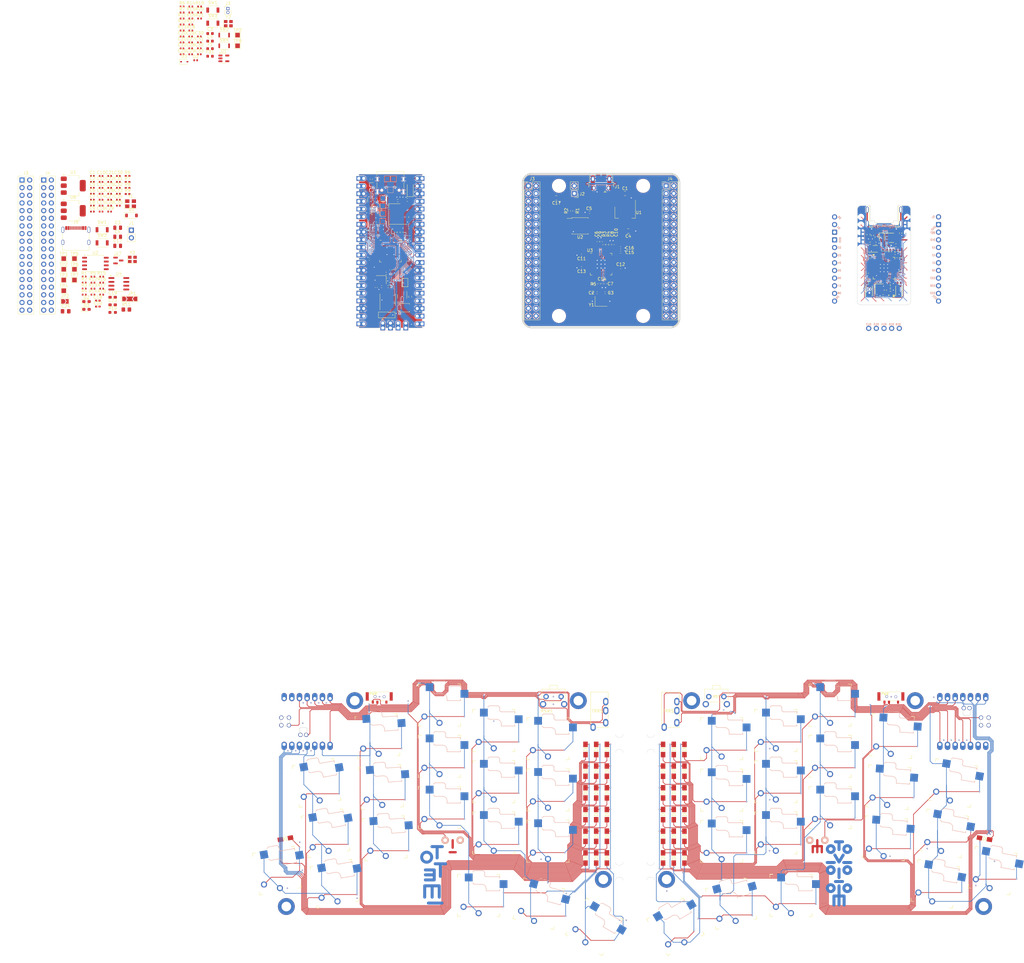
<source format=kicad_pcb>
(kicad_pcb (version 20240108) (generator "pcbnew") (generator_version "8.0")
  (layers (0 "F.Cu" signal) (31 "B.Cu" signal) (34 "B.Paste" user) (35 "F.Paste" user) (36 "B.SilkS" user "B.Silkscreen") (37 "F.SilkS" user "F.Silkscreen") (38 "B.Mask" user) (39 "F.Mask" user) (44 "Edge.Cuts" user))
  (net 0 "")
  (net 1 "GND")
  (net 2 "/XIN")
  (net 3 "Net-(C2-Pad1)")
  (net 4 "VBUS")
  (net 5 "+3V3")
  (net 6 "+1V1")
  (net 7 "+5V")
  (net 8 "Net-(C22-Pad1)")
  (net 9 "/ADC_VREF")
  (net 10 "Net-(C24-Pad1)")
  (net 11 "/GPIO23")
  (net 12 "Net-(D2-K)")
  (net 13 "/EEPROM_SCL")
  (net 14 "Net-(D3-K)")
  (net 15 "/~{USB_BOOT}")
  (net 16 "/GPIO10")
  (net 17 "/GPIO3")
  (net 18 "/GPIO11")
  (net 19 "/GPIO8")
  (net 20 "/GPIO0")
  (net 21 "/GPIO13")
  (net 22 "/GPIO1")
  (net 23 "/GPIO5")
  (net 24 "/GPIO4")
  (net 25 "/GPIO9")
  (net 26 "/GPIO7")
  (net 27 "/GPIO12")
  (net 28 "/GPIO2")
  (net 29 "/GPIO14")
  (net 30 "/GPIO6")
  (net 31 "/GPIO15")
  (net 32 "/GPIO25")
  (net 33 "/GPIO16")
  (net 34 "/GPIO17")
  (net 35 "/SWD")
  (net 36 "/GPIO20")
  (net 37 "/GPIO27_ADC1")
  (net 38 "/GPIO19")
  (net 39 "/GPIO22")
  (net 40 "/GPIO28_ADC2")
  (net 41 "/GPIO18")
  (net 42 "/GPIO24")
  (net 43 "/SWCLK")
  (net 44 "/RUN")
  (net 45 "/GPIO29_ADC3")
  (net 46 "/GPIO26_ADC0")
  (net 47 "/GPIO21")
  (net 48 "Net-(J5-CC2)")
  (net 51 "/D+")
  (net 52 "Net-(J5-CC1)")
  (net 53 "/D-")
  (net 54 "/EEPROM_WP")
  (net 55 "/3V0_VREF")
  (net 56 "/QSPI_SS")
  (net 57 "/XOUT")
  (net 58 "Net-(C27-Pad1)")
  (net 59 "Net-(U3-USB_DP)")
  (net 60 "Net-(U3-USB_DM)")
  (net 61 "/LED")
  (net 62 "Net-(R6-Pad2)")
  (net 63 "/DP")
  (net 64 "/DN")
  (net 65 "/EEPROM_SDA")
  (net 66 "/QSPI_SD1")
  (net 67 "/QSPI_SD0")
  (net 68 "/QSPI_SD2")
  (net 69 "/QSPI_SCLK")
  (net 70 "/QSPI_SD3")
  (net 74 "Net-(D3-A)")
  (net 75 "Net-(J2-SHIELD)")
  (net 76 "Net-(J3-Pin_2)")
  (net 77 "Net-(R1-Pad2)")
  (net 78 "/~{RESET}")
  (net 79 "/QSPI_~{CS}")
  (net 80 "Net-(J2-CC1)")
  (net 81 "Net-(J2-CC2)")
  (net 85 "/VBUS_DET")
  (footprint "TOTEMlib:Diode_SOD123" (layer "F.Cu") (at 164.122435 247.046711 -90)
    (property "Reference" "DR10" (hide yes))
    (property "Value" "D_Small" (hide yes))
  )
  (footprint "Jumper:SolderJumper-2_P1.3mm_Open_TrianglePad1.0x1.5mm" (layer "F.Cu") (at -37.9175 98.35)
    (property "Reference" "JP2")
    (property "Value" "VREF")
  )
  (footprint "Resistor_SMD:R_0402_1005Metric" (layer "F.Cu") (at 142 79.515 -90)
    (property "Reference" "R4")
    (property "Value" "27")
  )
  (footprint "Resistor_SMD:R_0402_1005Metric" (layer "F.Cu") (at -28.6275 96.11)
    (property "Reference" "R14")
    (property "Value" "27")
  )
  (footprint "TOTEMlib:Diode_SOD123" (layer "F.Cu") (at 134.827565 247.046711 -90)
    (property "Reference" "DL15" (hide yes))
    (property "Value" "D_Small" (hide yes))
  )
  (footprint "Capacitor_SMD:C_0402_1005Metric" (layer "F.Cu") (at 143 79.515 90)
    (property "Reference" "C8")
    (property "Value" "1u")
  )
  (footprint "Capacitor_SMD:C_0402_1005Metric" (layer "F.Cu") (at 76.296 79.249)
    (property "Reference" "C14" (hide yes))
    (property "Value" "100n")
  )
  (footprint "TOTEMlib:Diode_SOD123" (layer "F.Cu") (at 167.672435 275.847711 -90)
    (property "Reference" "DR1" (hide yes))
    (property "Value" "D_Small" (hide yes))
  )
  (footprint "Resistor_SMD:R_0402_1005Metric" (layer "F.Cu") (at 6.775 4.475)
    (property "Reference" "R21")
    (property "Value" "10k")
  )
  (footprint "MountingHole:MountingHole_2.7mm_M2.5" (layer "F.Cu") (at 126.03 103.18)
    (property "Reference" "H4" (hide yes))
    (property "Value" "MountingHole")
  )
  (footprint "Resistor_SMD:R_0402_1005Metric" (layer "F.Cu") (at -31.5375 90.14)
    (property "Reference" "R1")
    (property "Value" "1k")
  )
  (footprint "Resistor_SMD:R_0402_1005Metric" (layer "F.Cu") (at 63.469 62.993 180)
    (property "Reference" "R13" (hide yes))
    (property "Value" "1k")
  )
  (footprint "TOTEMlib:Diode_SOD123" (layer "F.Cu") (at 141.927565 268.648711 -90)
    (property "Reference" "DL2" (hide yes))
    (property "Value" "D_Small" (hide yes))
  )
  (footprint "0xLib_Connectors:PinHeader_1x12_P2.54mm" (layer "F.Cu") (at 251.99 98.24 180)
    (property "Reference" "J4" (hide yes))
    (property "Value" "Conn_01x12")
  )
  (footprint "TOTEMlib:Diode_SOD123" (layer "F.Cu") (at 138.377565 261.449711 -90)
    (property "Reference" "DL8" (hide yes))
    (property "Value" "D_Small" (hide yes))
  )
  (footprint "MountingHole:MountingHole_2.7mm_M2.5" (layer "F.Cu") (at 126.03 60)
    (property "Reference" "H1" (hide yes))
    (property "Value" "MountingHole")
  )
  (footprint "Capacitor_SMD:C_0402_1005Metric" (layer "F.Cu") (at 65.374 93.727 -90)
    (property "Reference" "C2" (hide yes))
    (property "Value" "18p")
  )
  (footprint "Connector_PinHeader_2.54mm:PinHeader_2x18_P2.54mm_Vertical" (layer "F.Cu") (at 115.87 60)
    (property "Reference" "J3")
    (property "Value" "Conn_02x18_Odd_Even")
  )
  (footprint "LED_SMD:LED_0402_1005Metric" (layer "F.Cu") (at 5.48 18.325)
    (property "Reference" "D2")
    (property "Value" "LED")
  )
  (footprint "Capacitor_SMD:C_0805_2012Metric" (layer "F.Cu") (at 147.9375 62.5)
    (property "Reference" "C1")
    (property "Value" "10u")
  )
  (footprint "Capacitor_SMD:C_0402_1005Metric" (layer "F.Cu") (at 0.935 10.435)
    (property "Reference" "C20")
    (property "Value" "1µ")
  )
  (footprint "TestPoint:TestPoint_Pad_1.5x1.5mm" (layer "F.Cu") (at 19.365 13.525)
    (property "Reference" "TP8")
    (property "Value" "GP24")
  )
  (footprint "Capacitor_SMD:C_0402_1005Metric" (layer "F.Cu") (at 6.675 12.405)
    (property "Reference" "C31")
    (property "Value" "100n")
  )
  (footprint "Capacitor_SMD:C_0402_1005Metric" (layer "F.Cu") (at 69.438 74.677 135)
    (property "Reference" "C15" (hide yes))
    (property "Value" "100n")
  )
  (footprint "TOTEMlib:Diode_SOD123" (layer "F.Cu") (at 167.672435 268.648711 -90)
    (property "Reference" "DR2" (hide yes))
    (property "Value" "D_Small" (hide yes))
  )
  (footprint "TOTEMlib:Kailh_socket_PG1350_optional" (layer "F.Cu") (at 250.898451 291.650608 -10)
    (property "Reference" "SWR11" (hide yes))
    (property "Value" "SW_Push_45deg" (hide yes))
  )
  (footprint "Resistor_SMD:R_0805_2012Metric_Pad1.20x1.40mm_HandSolder" (layer "F.Cu") (at -17.5375 101.05)
    (property "Reference" "R11")
    (property "Value" "470mOhm")
  )
  (footprint "Package_SO:SOIC-8_5.23x5.23mm_P1.27mm" (layer "F.Cu") (at -27.8175 85.76)
    (property "Reference" "U2")
    (property "Value" "W25Q128JVS")
  )
  (footprint "Capacitor_SMD:C_0402_1005Metric" (layer "F.Cu") (at -23.0675 64.61)
    (property "Reference" "C27")
    (property "Value" "1u")
  )
  (footprint "Inductor_SMD:L_0603_1608Metric" (layer "F.Cu") (at 10.235 16.985)
    (property "Reference" "FB1")
    (property "Value" "FerriteBead_Small")
  )
  (footprint "Capacitor_SMD:C_0402_1005Metric" (layer "F.Cu") (at 3.805 14.375)
    (property "Reference" "C28")
    (property "Value" "100n")
  )
  (footprint "LED_SMD:LED_0603_1608Metric_Pad1.05x0.95mm_HandSolder" (layer "F.Cu") (at 63.723 60.58 -90)
    (property "Reference" "D2" (hide yes))
    (property "Value" "LED")
  )
  (footprint "Capacitor_SMD:C_0402_1005Metric" (layer "F.Cu") (at -20.1975 60.67)
    (property "Reference" "C32")
    (property "Value" "100n")
  )
  (footprint "TestPoint:TestPoint_Pad_1.5x1.5mm" (layer "F.Cu") (at 19.365 9.975)
    (property "Reference" "TP2")
    (property "Value" "GP25")
  )
  (footprint "Connector_PinHeader_2.54mm:PinHeader_1x02_P2.54mm_Vertical" (layer "F.Cu") (at -15.8775 74.72)
    (property "Reference" "J1")
    (property "Value" "Conn_01x02")
  )
  (footprint "Capacitor_SMD:C_0402_1005Metric_Pad0.74x0.62mm_HandSolder" (layer "F.Cu") (at -26.9975 100.06)
    (property "Reference" "C20")
    (property "Value" "100n")
  )
  (footprint "marbastlib-various:mousebites_2.5mm" (layer "F.Cu") (at 157.692565 287.436711)
    (property "Reference" "REF**" (hide yes))
    (property "Value" "mousebites 2mm" (hide yes))
    (fp_line (start -1.5 -2) (end -1 -2) (stroke (width 0.08)) (layer "Edge.Cuts"))
    (fp_line (start -1 2) (end -1.5 2) (stroke (width 0.08)) (layer "Edge.Cuts"))
    (fp_arc (start -2.5 3) (mid -2.207108 2.292895) (end -1.500003 2.000003) (stroke (width 0.08)) (layer "Edge.Cuts"))
    (fp_arc (start -1.5 -2) (mid -2.207105 -2.292892) (end -2.499997 -2.999997) (stroke (width 0.08)) (layer "Edge.Cuts"))
    (fp_arc (start -1 2) (mid -0.292895 2.292892) (end -0.000003 2.999997) (stroke (width 0.08)) (layer "Edge.Cuts"))
    (fp_arc (start 0 -3) (mid -0.292892 -2.292895) (end -0.999997 -2.000003) (stroke (width 0.08)) (layer "Edge.Cuts"))
  )
  (footprint "Resistor_SMD:R_0402_1005Metric_Pad0.72x0.64mm_HandSolder" (layer "F.Cu") (at 62.707 74.804 90)
    (property "Reference" "R1" (hide yes))
    (property "Value" "1k")
  )
  (footprint "RP2040_minimal:USB_Micro-B_Amphenol_10103594-0001LF_Horizontal_modified" (layer "F.Cu") (at 140 57.7 180)
    (property "Reference" "J1")
    (property "Value" "USB_B_Micro")
  )
  (footprint "TOTEMlib:MJ-4PP-9_1side" (layer "F.Cu") (at 163.05 227.852363)
    (property "Reference" "J2")
    (property "Value" "MJ-4PP-9" (hide yes))
  )
  (footprint "LED_SMD:LED_0402_1005Metric" (layer "F.Cu") (at 235.99 95.7)
    (property "Reference" "D1" (hide yes))
    (property "Value" "LED")
  )
  (footprint "Capacitor_SMD:C_0402_1005Metric" (layer "F.Cu") (at 140.381 92.485 -90)
    (property "Reference" "C14")
    (property "Value" "100n")
  )
  (footprint "Capacitor_SMD:C_0402_1005Metric" (layer "F.Cu") (at 69.311 90.552 -90)
    (property "Reference" "C3" (hide yes))
    (property "Value" "18p")
  )
  (footprint "TOTEMlib:Kailh_socket_PG1350_optional" (layer "F.Cu") (at 104.379241 274.75725)
    (property "Reference" "SWL14" (hide yes))
    (property "Value" "SW_Push_45deg" (hide yes))
  )
  (footprint "Resistor_SMD:R_0402_1005Metric" (layer "F.Cu") (at -31.5375 94.12)
    (property "Reference" "R3")
    (property "Value" "1k")
  )
  (footprint "Resistor_SMD:R_0402_1005Metric_Pad0.72x0.64mm_HandSolder" (layer "F.Cu") (at 67.152 64.898 180)
    (property "Reference" "R3" (hide yes))
    (property "Value" "5.1k")
  )
  (footprint "Capacitor_SMD:C_0402_1005Metric" (layer "F.Cu") (at 6.675 10.435)
    (property "Reference" "C30")
    (property "Value" "100n")
  )
  (footprint "Resistor_SMD:R_0402_1005Metric" (layer "F.Cu") (at 239.09 81.91 90)
    (property "Reference" "R11" (hide yes))
    (property "Value" "10k")
  )
  (footprint "Capacitor_SMD:C_0402_1005Metric" (layer "F.Cu") (at -23.0675 66.58)
    (property "Reference" "C28")
    (property "Value" "100n")
  )
  (footprint "Capacitor_SMD:C_0402_1005Metric" (layer "F.Cu") (at -23.0675 56.73)
    (property "Reference" "C21")
    (property "Value" "18p")
  )
  (footprint "Package_TO_SOT_SMD:SOT-23-5" (layer "F.Cu") (at 236.34 77.25)
    (property "Reference" "U3" (hide yes))
    (property "Value" "XC6210B332MR-G")
  )
  (footprint "RP2040:RP2040-QFN-56" (layer "F.Cu") (at 70.1032 81.662)
    (property "Reference" "U5" (hide yes))
    (property "Value" "RP2040")
  )
  (footprint "Capacitor_SMD:C_0402_1005Metric" (layer "F.Cu") (at 146.485 87.2)
    (property "Reference" "C12")
    (property "Value" "100n")
  )
  (footprint "Resistor_SMD:R_0402_1005Metric" (layer "F.Cu") (at 0.955 4.475)
    (property "Reference" "R11")
    (property "Value" "1k")
  )
  (footprint "TOTEMlib:SKHLLCA010" (layer "F.Cu") (at 124.25 230.752363)
    (property "Reference" "RSW1")
    (property "Value" "SW_Push" (hide yes))
  )
  (footprint "Resistor_SMD:R_0402_1005Metric" (layer "F.Cu") (at -28.6275 90.14)
    (property "Reference" "R5")
    (property "Value" "27")
  )
  (footprint "Capacitor_SMD:C_0805_2012Metric_Pad1.18x1.45mm_HandSolder" (layer "F.Cu") (at 76.9056 74.1944 -90)
    (property "Reference" "C6" (hide yes))
    (property "Value" "10u")
  )
  (footprint "LED_SMD:LED_0603_1608Metric_Pad1.05x0.95mm_HandSolder" (layer "F.Cu") (at -30.7725 100.99)
    (property "Reference" "D3")
    (property "Value" "LED")
  )
  (footprint "Resistor_SMD:R_0402_1005Metric" (layer "F.Cu") (at 235.99 94.6 180)
    (property "Reference" "R1" (hide yes))
    (property "Value" "1k")
  )
  (footprint "Resistor_SMD:R_0402_1005Metric" (layer "F.Cu") (at 230.04 76.45 -90)
    (property "Reference" "R5" (hide yes))
    (property "Value" "5.1k")
  )
  (footprint "Capacitor_SMD:C_0402_1005Metric" (layer "F.Cu") (at 136.185 68.83 180)
    (property "Reference" "C5")
    (property "Value" "100n")
  )
  (footprint "TOTEMlib:Diode_SOD123" (layer "F.Cu") (at 167.672435 261.449711 -90)
    (property "Reference" "DR3" (hide yes))
    (property "Value" "D_Small" (hide yes))
  )
  (footprint "Capacitor_SMD:C_0402_1005Metric" (layer "F.Cu") (at 237.54 82.45)
    (property "Reference" "C6" (hide yes))
    (property "Value" "1µ")
  )
  (footprint "Capacitor_SMD:C_0402_1005Metric" (layer "F.Cu") (at 229.19 84 90)
    (property "Reference" "C12" (hide yes))
    (property "Value" "100n")
  )
  (footprint "Resistor_SMD:R_0402_1005Metric" (layer "F.Cu") (at -25.7175 90.14)
    (property "Reference" "R15")
    (property "Value" "1k")
  )
  (footprint "Capacitor_SMD:C_0402_1005Metric" (layer "F.Cu") (at -28.8075 68.55)
    (property "Reference" "C9")
    (property "Value" "100n")
  )
  (footprint "TOTEMlib:Diode_SOD123" (layer "F.Cu") (at 164.122435 283.046711 -90)
    (property "Reference" "DR18" (hide yes))
    (property "Value" "D_Small" (hide yes))
  )
  (footprint "MountingHole:MountingHole_2.7mm_M2.5" (layer "F.Cu") (at 153.97 103.18)
    (property "Reference" "H3" (hide yes))
    (property "Value" "MountingHole")
  )
  (footprint "Capacitor_SMD:C_0402_1005Metric" (layer "F.Cu") (at -28.8075 64.61)
    (property "Reference" "C7")
    (property "Value" "100n")
  )
  (footprint "Diode_SMD:D_SOD-123" (layer "F.Cu") (at 76.677 61.215 90)
    (property "Reference" "D1" (hide yes))
    (property "Value" "B5819W")
  )
  (footprint "Connector_USB:USB_C_Receptacle_Palconn_UTC16-G" (layer "F.Cu") (at 70.0984 60.019 180)
    (property "Reference" "J1" (hide yes))
    (property "Value" "USB_C_Receptacle_USB2.0")
  )
  (footprint "TOTEMlib:BatteryPad" (layer "F.Cu") (at 88.25 277.152363)
    (property "Reference" "BAT+1" (hide yes))
    (property "Value" "+" (hide yes))
  )
  (footprint "marbastlib-various:mousebites_2.5mm" (layer "F.Cu") (at 144.827565 245.036711 180)
    (property "Reference" "REF**" (hide yes))
    (property "Value" "mousebites 2mm" (hide yes))
    (fp_line (start -1 2) (end -1.5 2) (stroke (width 0.08)) (layer "Edge.Cuts"))
    (fp_line (start -1.5 -2) (end -1 -2) (stroke (width 0.08)) (layer "Edge.Cuts"))
    (fp_arc (start 0 -3) (mid -0.292892 -2.292895) (end -0.999997 -2.000003) (stroke (width 0.08)) (layer "Edge.Cuts"))
    (fp_arc (start -1 2) (mid -0.292895 2.292892) (end -0.000003 2.999997) (stroke (width 0.08)) (layer "Edge.Cuts"))
    (fp_arc (start -1.5 -2) (mid -2.207105 -2.292892) (end -2.499997 -2.999997) (stroke (width 0.08)) (layer "Edge.Cuts"))
    (fp_arc (start -2.5 3) (mid -2.207108 2.292895) (end -1.500003 2.000003) (stroke (width 0.08)) (layer "Edge.Cuts"))
  )
  (footprint "Capacitor_SMD:C_0402_1005Metric" (layer "F.Cu") (at 6.675 16.345)
    (property "Reference" "C33")
    (property "Value" "100n")
  )
  (footprint "TestPoint:TestPoint_Pad_1.5x1.5mm" (layer "F.Cu") (at -34.7675 91.25)
    (property "Reference" "TP7")
    (property "Value" "D-")
  )
  (footprint "Capacitor_SMD:C_0402_1005Metric" (layer "F.Cu") (at 62.707 76.963 90)
    (property "Reference" "C16" (hide yes))
    (property "Value" "100n")
  )
  (footprint "TOTEMlib:Diode_SOD123" (layer "F.Cu") (at 160.572435 254.245711 -90)
    (property "Reference" "DR14" (hide yes))
    (property "Value" "D_Small" (hide yes))
  )
  (footprint "Capacitor_SMD:C_0402_1005Metric" (layer "F.Cu") (at 141.5 92.485 -90)
    (property "Reference" "C7")
    (property "Value" "100n")
  )
  (footprint "TOTEMlib:Diode_SOD123" (layer "F.Cu") (at 160.572435 247.046711 -90)
    (property "Reference" "DR15" (hide yes))
    (property "Value" "D_Small" (hide yes))
  )
  (footprint "Capacitor_SMD:C_0402_1005Metric" (layer "F.Cu") (at -25.9375 66.58)
    (property "Reference" "C15")
    (property "Value" "100n")
  )
  (footprint "TOTEMlib:Kailh_socket_PG1350_optional" (layer "F.Cu") (at 180.003245 243.476912)
    (property "Reference" "SWR5" (hide yes))
    (property "Value" "SW_Push_45deg" (hide yes))
  )
  (footprint "Resistor_SMD:R_0402_1005Metric" (layer "F.Cu") (at 0.955 8.455)
    (property "Reference" "R13")
    (property "Value" "1k")
  )
  (footprint "Capacitor_SMD:C_0402_1005Metric" (layer "F.Cu") (at -28.8075 56.73)
    (property "Reference" "C1")
    (property "Value" "15p")
  )
  (footprint "Resistor_SMD:R_0402_1005Metric_Pad0.72x0.64mm_HandSolder" (layer "F.Cu") (at -17.1375 58.73)
    (property "Reference" "R7")
    (property "Value" "DNP")
  )
  (footprint "Resistor_SMD:R_0402_1005Metric" (layer "F.Cu") (at 63.723 57.786 90)
    (property "Reference" "R12" (hide yes))
    (property "Value" "1k")
  )
  (footprint "Capacitor_SMD:C_0402_1005Metric" (layer "F.Cu") (at 231.59 96.45)
    (property "Reference" "C3" (hide yes))
    (property "Value" "15p")
  )
  (footprint "Resistor_SMD:R_0805_2012Metric_Pad1.20x1.40mm_HandSolder" (layer "F.Cu") (at 76.9056 70.3844 90)
    (property "Reference" "R6" (hide yes))
    (property "Value" "470mOhm")
  )
  (footprint "TOTEMlib:Diode_SOD123" (layer "F.Cu") (at 160.572435 275.847711 -90)
    (property "Reference" "DR11" (hide yes))
    (property "Value" "D_Small" (hide yes))
  )
  (footprint "Button_Switch_SMD:SW_SPST_CK_KXT3" (layer "F.Cu") (at 228.89 94.9 90)
    (property "Reference" "SW2" (hide yes))
    (property "Value" "SW_Push")
  )
  (footprint "Jumper:SolderJumper-3_P2.0mm_Open_TrianglePad1.0x1.5mm" (layer "F.Cu") (at -16.4075 97.52)
    (property "Reference" "JP1")
    (property "Value" "EEPROM_WP")
  )
  (footprint "Resistor_SMD:R_0402_1005Metric" (layer "F.Cu") (at 3.865 8.455)
    (property "Reference" "R18")
    (property "Value" "1k")
  )
  (footprint "TOTEMlib:Diode_SOD123" (layer "F.Cu") (at 267.25 276.652363 170)
    (property "Reference" "DR16" (hide yes))
    (property "Value" "D_Small" (hide yes))
  )
  (footprint "Crystal:Crystal_SMD_2520-4Pin_2.5x2.0mm" (layer "F.Cu") (at 67.025 91.187 180)
    (property "Reference" "Y1" (hide yes))
    (property "Value" "ECS-120-12-36-AGN-TR3")
  )
  (footprint "connector:Pico_20pin" (layer "F.Cu") (at 61.2084 57.532)
    (property "Reference" "J3" (hide yes))
    (property "Value" "LEFT")
  )
  (footprint "Resistor_SMD:R_0402_1005Metric" (layer "F.Cu") (at 3.865 0.495)
    (property "Reference" "R14")
    (property "Value" "5.1k")
  )
  (footprint "Package_SO:SOIC-8_3.9x4.9mm_P1.27mm" (layer "F.Cu") (at -20.0375 92.5)
    (property "Reference" "U4")
    (property "Value" "FM24CL16B")
  )
  (footprint "TOTEMlib:Kailh_socket_PG1350_optional" (layer "F.Cu") (at 104.379241 240.75681)
    (property "Reference" "SWL4" (hide yes))
    (property "Value" "SW_Push_45deg" (hide yes))
  )
  (footprint "Inductor_SMD:L_0603_1608Metric" (layer "F.Cu") (at 228.74 76.15 90)
    (property "Reference" "FB1" (hide yes))
    (property "Value" "FerriteBead_Small")
  )
  (footprint "Resistor_SMD:R_0402_1005Metric" (layer "F.Cu") (at 0.955 0.495)
    (property "Reference" "R6")
    (property "Value" "1k")
  )
  (footprint "Resistor_SMD:R_0402_1005Metric_Pad0.72x0.64mm_HandSolder" (layer "F.Cu") (at -17.1375 56.74)
    (property "Reference" "R6")
    (property "Value" "1k")
  )
  (footprint "connector:Pico_4pin" (layer "F.Cu") (at 71.3684 105.5634 90)
    (property "Reference" "J2" (hide yes))
    (property "Value" "SWD")
  )
  (footprint "TOTEMlib:Kailh_socket_PG1350_optional" (layer "F.Cu") (at 86.379229 249.320551)
    (property "Reference" "SWL8" (hide yes))
    (property "Value" "SW_Push_45deg" (hide yes))
  )
  (footprint "Capacitor_SMD:C_0402_1005Metric" (layer "F.Cu") (at -25.9375 60.67)
    (property "Reference" "C12")
    (property "Value" "100n")
  )
  (footprint "Resistor_SMD:R_0402_1005Metric" (layer "F.Cu") (at 239.44 75.7 -90)
    (property "Reference" "R4" (hide yes))
    (property "Value" "5.1k")
  )
  (footprint "TOTEMlib:xiao-ble-smd-cutout" (layer "F.Cu") (at 260.05 237.752363 -90)
    (property "Reference" "U2" (hide yes))
    (property "Value" "xiao-ble" (hide yes))
    (fp_line (start -2.413 -0.063) (end -4.0132 -0.063) (stroke (width 0.12)) (layer "Edge.Cuts"))
    (fp_line (start -4.699 -0.7488) (end -4.699 -1.7902) (stroke (width 0.12)) (layer "Edge.Cuts"))
    (fp_line (start -2.032 -2.095) (end -2.032 -0.444) (stroke (width 0.12)) (layer "Edge.Cuts"))
    (fp_line (start -4.0132 -2.476) (end -2.413 -2.476) (stroke (width 0.12)) (layer "Edge.Cuts"))
    (fp_line (start -0.8382 -5.778) (end 0.8382 -5.778) (stroke (width 0.12)) (layer "Edge.Cuts"))
    (fp_line (start -1.524 -6.4638) (end -1.524 -8.1402) (stroke (width 0.12)) (layer "Edge.Cuts"))
    (fp_line (start 1.524 -6.4638) (end 1.524 -8.1402) (stroke (width 0.12)) (layer "Edge.Cuts"))
    (fp_line (start -0.8382 -8.826) (end 0.8382 -8.826) (stroke (width 0.12)) (layer "Edge.Cuts"))
    (fp_arc (start -2.032 -0.444) (mid -2.143592 -0.174592) (end -2.413 -0.063) (stroke (width 0.12)) (layer "Edge.Cuts"))
    (fp_arc (start -4.699 -0.7488) (mid -4.095391 -0.666609) (end -4.0132 -0.063) (stroke (width 0.12)) (layer "Edge.Cuts"))
    (fp_arc (start -4.0132 -2.476) (mid -4.095391 -1.872391) (end -4.699 -1.7902) (stroke (width 0.12)) (layer "Edge.Cuts"))
    (fp_arc (start -2.413 -2.476) (mid -2.143592 -2.364408) (end -2.032 -2.095) (stroke (width 0.12)) (layer "Edge.Cuts"))
    (fp_arc (start 0.8382 -5.778) (mid 0.920391 -6.381609) (end 1.524 -6.4638) (stroke (width 0.12)) (layer "Edge.Cuts"))
    (fp_arc (start -1.524 -6.4638) (mid -0.920391 -6.381609) (end -0.8382 -5.778) (stroke (width 0.12)) (layer "Edge.Cuts"))
    (fp_arc (start 1.524 -8.1402) (mid 0.920393 -8.222393) (end 0.8382 -8.826) (stroke (width 0.12)) (layer "Edge.Cuts"))
    (fp_arc (start -0.8382 -8.826) (mid -0.920391 -8.222391) (end -1.524 -8.1402) (stroke (width 0.12)) (layer "Edge.Cuts"))
  )
  (footprint "Connector_PinHeader_2.54mm:PinHeader_2x18_P2.54mm_Vertical" (layer "F.Cu") (at -44.9675 58.07)
    (property "Reference" "J4")
    (property "Value" "Conn_02x18_Odd_Even")
  )
  (footprint "Resistor_SMD:R_0402_1005Metric" (layer "F.Cu") (at 71.8256 75.4136 -90)
    (property "Reference" "R8" (hide yes))
    (property "Value" "27")
  )
  (footprint "Capacitor_SMD:C_0402_1005Metric" (layer "F.Cu") (at -25.9375 56.73)
    (property "Reference" "C10")
    (property "Value" "1u")
  )
  (footprint "MountingHole:MountingHole_3.2mm_M3_DIN965_Pad" (layer "F.Cu") (at 35.55 299.166711)
    (property "Reference" "REF**" (hide yes))
    (property "Value" "MountingHole_3.2mm_M3_DIN965_Pad" (hide yes))
  )
  (footprint "Fuse:Fuse_0603_1608Metric" (layer "F.Cu") (at 231.39 77 -90)
    (property "Reference" "F1" (hide yes))
    (property "Value" "Polyfuse")
  )
  (footprint "Capacitor_SMD:C_0402_1005Metric" (layer "F.Cu") (at 133.515 87.2 180)
    (property "Reference" "C13")
    (property "Value" "100n")
  )
  (footprint "Resistor_SMD:R_0402_1005Metric" (layer "F.Cu") (at 6.775 2.485)
    (property "Reference" "R20")
    (property "Value" "10k")
  )
  (footprint "Connector_PinHeader_2.54mm:PinHeader_2x18_P2.54mm_Vertical" (layer "F.Cu") (at 161.59 60)
    (property "Reference" "J4")
    (property "Value" "Conn_02x18_Odd_Even")
  )
  (footprint "TOTEMlib:Kailh_socket_PG1350_optional" (layer "F.Cu") (at 269.952565 287.241711 -10)
    (property "Reference" "SWR16" (hide yes))
    (property "Value" "SW_Push_45deg" (hide yes))
  )
  (footprint "Connector_PinHeader_1.27mm:PinHeader_1x02_P1.27mm_Vertical" (layer "F.Cu") (at 16.155 1.175)
    (property "Reference" "J3")
    (property "Value" "Conn_01x02")
  )
  (footprint "Resistor_SMD:R_0402_1005Metric" (layer "F.Cu") (at -28.6275 94.12)
    (property "Reference" "R13")
    (property "Value" "27")
  )
  (footprint "Capacitor_SMD:C_0402_1005Metric" (layer "F.Cu") (at 0.935 12.405)
    (property "Reference" "C21")
    (property "Value" "1µ")
  )
  (footprint "TOTEMlib:Kailh_socket_PG1350_optional" (layer "F.Cu") (at 32.402565 287.241711 10)
    (property "Reference" "SWL16" (hide yes))
    (property "Value" "SW_Push_45deg" (hide yes))
  )
  (footprint "connector:Pico_20pin" (layer "F.Cu") (at 78.9884 105.792 180)
    (property "Reference" "J4" (hide yes))
    (property "Value" "RIGHT")
  )
  (footprint "Capacitor_SMD:C_0402_1005Metric" (layer "F.Cu") (at 231.22 79.05)
    (property "Reference" "C10" (hide yes))
    (property "Value" "100n")
  )
  (footprint "Diode_SMD:D_SOD-323" (layer "F.Cu") (at 1.67 18.805)
    (property "Reference" "D3")
    (property "Value" "B5817")
  )
  (footprint "Capacitor_SMD:C_0402_1005Metric_Pad0.74x0.62mm_HandSolder" (layer "F.Cu") (at 67.152 93.473 180)
    (property "Reference" "C1" (hide yes))
    (property "Value" "100n")
  )
  (footprint "Capacitor_SMD:C_0603_1608Metric" (layer "F.Cu") (at 234.74 79.75)
    (property "Reference" "C1" (hide yes))
    (property "Value" "1µ")
  )
  (footprint "TOTEMlib:Kailh_socket_PG1350_optional" (layer "F.Cu") (at 122.379205 243.476912)
    (property "Reference" "SWL5" (hide yes))
    (property "Value" "SW_Push_45deg" (hide yes))
  )
  (footprint "Package_SO:SOIC-8_3.9x4.9mm_P1.27mm" (layer "F.Cu") (at 69.184 97.791 90)
    (property "Reference" "U1" (hide yes))
    (property "Value" "FM24CL16B")
  )
  (footprint "Crystal:Crystal_SMD_2520-4Pin_2.5x2.0mm" (layer "F.Cu") (at 232.29 94.2 -90)
    (property "Reference" "Y1" (hide yes))
    (property "Value" "Crystal_GND24")
  )
  (footprint "TOTEMlib:Kailh_socket_PG1350_optional" (layer "F.Cu") (at 198.003205 257.75703)
    (property "Reference" "SWR9" (hide yes))
    (property "Value" "SW_Push_45deg" (hide yes))
  )
  (footprint "Diode_SMD:D_SOD-323" (layer "F.Cu") (at 233.19 77.15 -90)
    (property "Reference" "D2" (hide yes))
    (property "Value" "B5817")
  )
  (footprint "Capacitor_SMD:C_0402_1005Metric" (layer "F.Cu") (at -20.1975 64.61)
    (property "Reference" "C34")
    (property "Value" "100n")
  )
  (footprint "Capacitor_SMD:C_0402_1005Metric" (layer "F.Cu") (at 3.805 10.435)
    (property "Reference" "C26")
    (property "Value" "100n")
  )
  (footprint "Capacitor_SMD:C_0402_1005Metric" (layer "F.Cu") (at -23.0675 58.7)
    (property "Reference" "C22")
    (property "Value" "18p")
  )
  (footprint "Capacitor_SMD:C_0402_1005Metric" (layer "F.Cu") (at 228.39 89 -90)
    (property "Reference" "C9" (hide yes))
    (property "Value" "100n")
  )
  (footprint "Capacitor_SMD:C_0402_1005Metric" (layer "F.Cu") (at 233.59 96.45 180)
    (property "Reference" "C4" (hide yes))
    (property "Value" "15p")
  )
  (footprint "Button_Switch_SMD:SW_SPST_CK_KXT3" (layer "F.Cu") (at 14.915 9.975)
    (property "Reference" "SW2")
    (property "Value" "SW_Push")
  )
  (footprint "TOTEMlib:BatteryPad" (layer "F.Cu") (at 209.25 277.152363)
    (property "Reference" "BATGND2" (hide yes))
    (property "Value" "-" (hide yes))
  )
  (footprint "Capacitor_SMD:C_0402_1005Metric" (layer "F.Cu") (at 70.835 75.947 90)
    (property "Reference" "C13" (hide yes))
    (property "Value" "100n")
  )
  (footprint "Capacitor_SMD:C_0805_2012Metric" (layer "F.Cu") (at -20.4275 76.91)
    (property "Reference" "C4")
    (property "Value" "10u")
  )
  (footprint "Capacitor_SMD:C_0402_1005Metric" (layer "F.Cu") (at 63.088 84.329 180)
    (property "Reference" "C17" (hide yes))
    (property "Value" "100n")
  )
  (footprint "Resistor_SMD:R_0402_1005Metric" (layer "F.Cu") (at 228.79 92.2 180)
    (property "Reference" "R3" (hide yes))
    (property "Value" "1k")
  )
  (footprint "Button_Switch_SMD:SW_SPST_CK_KXT3" (layer "F.Cu") (at 14.915 13.525)
    (property "Reference" "SW4")
    (property "Value" "SW_Push")
  )
  (footprint "TOTEMlib:Kailh_socket_PG1350_optional" (layer "F.Cu") (at 119.277565 298.241711 -15)
    (property "Reference" "SWL18" (hide yes))
    (property "Value" "SW_Push_45deg" (hide yes))
  )
  (footprint "Capacitor_SMD:C_0603_1608Metric_Pad1.08x0.95mm_HandSolder" (layer "F.Cu") (at 75.661 64.644 180)
    (property "Reference" "C4" (hide yes))
    (property "Value" "2.2u")
  )
  (footprint "Package_SO:SOIC-8_5.23x5.23mm_P1.27mm" (layer "F.Cu") (at 133.05 73.275)
    (property "Reference" "U2")
    (property "Value" "W25Q128JVS")
  )
  (footprint "TOTEMlib:Kailh_socket_PG1350_optional" (layer "F.Cu") (at 183.127565 298.241711 15)
    (property "Reference" "SWR18" (hide yes))
    (property "Value" "SW_Push_45deg" (hide yes))
  )
  (footprint "TOTEMlib:Diode_SOD123" (layer "F.Cu") (at 141.927565 283.046711 -90)
    (property "Reference" "DL19" (hide yes))
    (property "Value" "D_Small" (hide yes))
  )
  (footprint "Capacitor_SMD:C_0402_1005Metric" (layer "F.Cu") (at 71.216 87.885 -90)
    (property "Reference" "C9" (hide yes))
    (property "Value" "100n")
  )
  (footprint "Resistor_SMD:R_0402_1005Metric" (layer "F.Cu") (at 3.865 2.485)
    (property "Reference" "R15")
    (property "Value" "5.1k")
  )
  (footprint "TOTEMlib:Diode_SOD123" (layer "F.Cu") (at 35.25 276.652363 10)
    (property "Reference" "DL16" (hide yes))
    (property "Value" "D_Small" (hide yes))
  )
  (footprint "Resistor_SMD:R_0402_1005Metric" (layer "F.Cu") (at -28.6275 92.13)
    (property "Reference" "R12")
    (property "Value" "1k")
  )
  (footprint "Resistor_SMD:R_0402_1005Metric" (layer "F.Cu") (at 3.865 4.475)
    (property "Reference" "R16")
    (property "Value" "27")
  )
  (footprint "Resistor_SMD:R_0402_1005Metric" (layer "F.Cu") (at -25.7175 92.13)
    (property "Reference" "R16")
    (property "Value" "1k")
  )
  (footprint "Capacitor_SMD:C_0805_2012Metric_Pad1.18x1.45mm_HandSolder" (layer "F.Cu") (at -37.6875 101.63)
    (property "Reference" "C24")
    (property "Value" "10u")
  )
  (footprint "Capacitor_SMD:C_0402_1005Metric" (layer "F.Cu") (at 74.8736 75.4136 90)
    (property "Reference" "C12" (hide yes))
    (property "Value" "1u")
  )
  (footprint "Capacitor_SMD:C_0402_1005Metric" (layer "F.Cu") (at 138.7 95.5 180)
    (property "Reference" "C2")
    (property "Value" "15p")
  )
  (footprint "TOTEMlib:Diode_SOD123" (layer "F.Cu") (at 134.827565 283.046711 -90)
    (property "Reference" "DL17" (hide yes))
    (property "Value" "D_Small" (hide yes))
  )
  (footprint "Resistor_SMD:R_0402_1005Metric" (layer "F.Cu") (at 229.27 79.05)
    (property "Reference" "R9" (hide yes))
    (property "Value" "10k")
  )
  (footprint "Capacitor_SMD:C_0402_1005Metric" (layer "F.Cu") (at -25.9375 68.55)
    (property "Reference" "C16")
    (property "Value" "100n")
  )
  (footprint "TOTEMlib:Kailh_socket_PG1350_optional" (layer "F.Cu") (at 86.379229 266.320771)
    (property "Reference" "SWL13" (hide yes))
    (property "Value" "SW_Push_45deg" (hide yes))
  )
  (footprint "TOTEMlib:Kailh_socket_PG1350_optional" (layer "F.Cu") (at 216.003165 266.320771)
    (property "Reference" "SWR13" (hide yes))
    (property "Value" "SW_Push_45deg" (hide yes))
  )
  (footprint "TOTEMlib:xiao-ble-smd-cutout" (layer "F.Cu") (at 42.45 237.752363 90)
    (property "Reference" "U1" (hide yes))
    (property "Value" "xiao-ble" (hide yes))
    (fp_line (start -0.8382 -8.826) (end 0.8382 -8.826) (stroke (width 0.12)) (layer "Edge.Cuts"))
    (fp_line (start 1.524 -6.4638) (end 1.524 -8.1402) (stroke (width 0.12)) (layer "Edge.Cuts"))
    (fp_line (start -1.524 -6.4638) (end -1.524 -8.1402) (stroke (width 0.12)) (layer "Edge.Cuts"))
    (fp_line (start -0.8382 -5.778) (end 0.8382 -5.778) (stroke (width 0.12)) (layer "Edge.Cuts"))
    (fp_line (start -4.0132 -2.476) (end -2.413 -2.476) (stroke (width 0.12)) (layer "Edge.Cuts"))
    (fp_line (start -2.032 -2.095) (end -2.032 -0.444) (stroke (width 0.12)) (layer "Edge.Cuts"))
    (fp_line (start -4.699 -0.7488) (end -4.699 -1.7902) (stroke (width 0.12)) (layer "Edge.Cuts"))
    (fp_line (start -2.413 -0.063) (end -4.0132 -0.063) (stroke (width 0.12)) (layer "Edge.Cuts"))
    (fp_arc (start -0.8382 -8.826) (mid -0.920391 -8.222391) (end -1.524 -8.1402) (stroke (width 0.12)) (layer "Edge.Cuts"))
    (fp_arc (start 1.524 -8.1402) (mid 0.920393 -8.222393) (end 0.8382 -8.826) (stroke (width 0.12)) (layer "Edge.Cuts"))
    (fp_arc (start -1.524 -6.4638) (mid -0.920391 -6.381609) (end -0.8382 -5.778) (stroke (width 0.12)) (layer "Edge.Cuts"))
    (fp_arc (start 0.8382 -5.778) (mid 0.920391 -6.381609) (end 1.524 -6.4638) (stroke (width 0.12)) (layer "Edge.Cuts"))
    (fp_arc (start -2.413 -2.476) (mid -2.143592 -2.364408) (end -2.032 -2.095) (stroke (width 0.12)) (layer "Edge.Cuts"))
    (fp_arc (start -4.0132 -2.476) (mid -4.095391 -1.872391) (end -4.699 -1.7902) (stroke (width 0.12)) (layer "Edge.Cuts"))
    (fp_arc (start -4.699 -0.7488) (mid -4.095391 -0.666609) (end -4.0132 -0.063) (stroke (width 0.12)) (layer "Edge.Cuts"))
    (fp_arc (start -2.032 -0.444) (mid -2.143592 -0.174592) (end -2.413 -0.063) (stroke (width 0.12)) (layer "Edge.Cuts"))
  )
  (footprint "Resistor_SMD:R_0402_1005Metric" (layer "F.Cu") (at 0.955 2.485)
    (property "Reference" "R7")
    (property "Value" "1k")
  )
  (footprint "Capacitor_SMD:C_0402_1005Metric" (layer "F.Cu") (at 146.485 82)
    (property "Reference" "C15")
    (property "Value" "100n")
  )
  (footprint "marbastlib-various:mousebites_2.5mm" (layer "F.Cu") (at 157.722565 245.036711)
    (property "Reference" "REF**" (hide yes))
    (property "Value" "mousebites 2mm" (hide yes))
    (fp_line (start -1.5 -2) (end -1 -2) (stroke (width 0.08)) (layer "Edge.Cuts"))
    (fp_line (start -1 2) (end -1.5 2) (stroke (width 0.08)) (layer "Edge.Cuts"))
    (fp_arc (start -2.5 3) (mid -2.207108 2.292895) (end -1.500003 2.000003) (stroke (width 0.08)) (layer "Edge.Cuts"))
    (fp_arc (start -1.5 -2) (mid -2.207105 -2.292892) (end -2.499997 -2.999997) (stroke (width 0.08)) (layer "Edge.Cuts"))
    (fp_arc (start -1 2) (mid -0.292895 2.292892) (end -0.000003 2.999997) (stroke (width 0.08)) (layer "Edge.Cuts"))
    (fp_arc (start 0 -3) (mid -0.292892 -2.292895) (end -0.999997 -2.000003) (stroke (width 0.08)) (layer "Edge.Cuts"))
  )
  (footprint "Package_TO_SOT_SMD:SOT-223-3_TabPin2" (layer "F.Cu") (at 71.47 69.329 180)
    (property "Reference" "U3" (hide yes))
    (property "Value" "AMS1117-3.3")
  )
  (footprint "TOTEMlib:Kailh_socket_PG1350_optional" (layer "F.Cu") (at 236.53844 242.605738 -4)
    (property "Reference" "SWR2" (hide yes))
    (property "Value" "SW_Push_45deg" (hide yes))
  )
  (footprint "Capacitor_SMD:C_0402_1005Metric" (layer "F.Cu") (at 146.485 80.6)
    (property "Reference" "C16")
    (property "Value" "100n")
  )
  (footprint "Capacitor_SMD:C_0603_1608Metric" (layer "F.Cu") (at 237.84 79.75 180)
    (property "Reference" "C2" (hide yes))
    (property "Value" "1µ")
  )
  (footprint "TOTEMlib:Kailh_socket_PG1350_optional" (layer "F.Cu") (at 180.003285 277.56243)
    (property "Reference" "SWR15" (hide yes))
    (property "Value" "SW_Push_45deg" (hide yes))
  )
  (footprint "TOTEMlib:Kailh_socket_PG1350_optional" (layer "F.Cu") (at 256.802565 258.166711 -10)
    (property "Reference" "SWR1" (hide yes))
    (property "Value" "SW_Push_45deg" (hide yes))
  )
  (footprint "TOTEMlib:MSK12C02" (layer "F.Cu") (at 70.25 228.152363 -90)
    (property "Reference" "PWR")
    (property "Value" "SW_SPDT" (hide yes))
  )
  (footprint "Capacitor_SMD:C_0603_1608Metric" (layer "F.Cu") (at 10.235 9.455)
    (property "Reference" "C3")
    (property "Value" "1µ")
  )
  (footprint "Resistor_SMD:R_0402_1005Metric" (layer "F.Cu") (at 235.99 81.8 -90)
    (property "Reference" "R7" (hide yes))
    (property "Value" "27")
  )
  (footprint "Resistor_SMD:R_0402_1005Metric" (layer "F.Cu") (at -25.7175 96.11)
    (property "Reference" "R18")
    (property "Value" "1k")
  )
  (footprint "MountingHole:MountingHole_3.2mm_M3_DIN965_Pad" (layer "F.Cu") (at 266.95 299.152363)
    (property "Reference" "REF**" (hide yes))
    (property "Value" "MountingHole_3.2mm_M3_DIN965_Pad" (hide yes))
  )
  (footprint "Capacitor_SMD:C_0402_1005Metric_Pad0.74x0.62mm_HandSolder" (layer "F.Cu") (at 63.723 72.772 90)
    (property "Reference" "C5" (hide yes))
    (property "Value" "100n")
  )
  (footprint "Capacitor_SMD:C_0402_1005Metric" (layer "F.Cu") (at -28.8075 58.7)
    (property "Reference" "C2")
    (property "Value" "15p")
  )
  (footprint "Capacitor_SMD:C_0603_1608Metric_Pad1.08x0.95mm_HandSolder" (layer "F.Cu") (at -22.0875 96.98)
    (property "Reference" "C19")
    (property "Value" "2.2u")
  )
  (footprint "Diode_SMD:D_SOD-123" (layer "F.Cu") (at -15.8425 69.83)
    (property "Reference" "D1")
    (property "Value" "B5819W")
  )
  (footprint "TOTEMlib:Diode_SOD123" (layer "F.Cu") (at 138.377565 247.046711 -90)
    (property "Reference" "DL10" (hide yes))
    (property "Value" "D_Small" (hide yes))
  )
  (footprint "TOTEMlib:MSK12C02" (layer "F.Cu") (at 240.05 228.152363 -90)
    (property "Reference" "PWR")
    (property "Value" "SW_SPDT" (hide yes))
  )
  (footprint "TOTEMlib:Diode_SOD123" (layer "F.Cu") (at 160.572435 268.648711 -90)
    (property "Reference" "DR12" (hide yes))
    (property "Value" "D_Small" (hide yes))
  )
  (footprint "Capacitor_SMD:C_0402_1005Metric" (layer "F.Cu") (at 0.935 14.375)
    (property "Reference" "C22")
    (property "Value" "15p")
  )
  (footprint "Resistor_SMD:R_0402_1005Metric" (layer "F.Cu") (at 234.34 94.6 90)
    (property "Reference" "R8" (hide yes))
    (property "Value" "1k")
  )
  (footprint "TOTEMlib:Kailh_socket_PG1350_optional" (layer "F.Cu") (at 216.003165 249.320551)
    (property "Reference" "SWR8" (hide yes))
    (property "Value" "SW_Push_45deg" (hide yes))
  )
  (footprint "TOTEMlib:Diode_SOD123" (layer "F.Cu") (at 160.572435 261.449711 -90)
    (property "Reference" "DR13" (hide yes))
    (property "Value" "D_Small" (hide yes))
  )
  (footprint "Capacitor_SMD:C_0402_1005Metric" (layer "F.Cu") (at -28.8075 60.67)
    (property "Reference" "C5")
    (property "Value" "100n")
  )
  (footprint "0xLib_Connectors:PinHeader_1x12_P2.54mm" (layer "F.Cu") (at 217.49 70.31)
    (property "Reference" "J2" (hide yes))
    (property "Value" "Conn_01x12")
  )
  (footprint "Capacitor_SMD:C_0402_1005Metric" (layer "F.Cu") (at 235.99 93.5)
    (property "Reference" "C14" (hide yes))
    (property "Value" "100n")
  )
  (footprint "TOTEMlib:Kailh_socket_PG1350_optional" (layer "F.Cu") (at 48.552565 274.891711 10)
    (property "Reference" "SWL6" (hide yes))
    (property "Value" "SW_Push_45deg" (hide yes))
  )
  (footprint "Capacitor_SMD:C_0402_1005Metric" (layer "F.Cu") (at -25.9375 62.64)
    (property "Reference" "C13")
    (property "Value" "100n")
  )
  (footprint "Capacitor_SMD:C_0402_1005Metric" (layer "F.Cu") (at 133.515 83 180)
    (property "Reference" "C11")
    (property "Value" "100n")
  )
  (footprint "Resistor_SMD:R_0402_1005Metric_Pad0.72x0.64mm_HandSolder" (layer "F.Cu") (at 72.486 64.898)
    (property "Reference" "R4" (hide yes))
    (property "Value" "5.1k")
  )
  (footprint "Crystal:Crystal_SMD_3225-4Pin_3.2x2.5mm" (layer "F.Cu") (at -16.1375 65.93)
    (property "Reference" "Y1")
    (property "Value" "ABM8-272-T3")
  )
  (footprint "Button_Switch_SMD:SW_SPST_B3U-1000P" (layer "F.Cu") (at -25.5775 78.92)
    (property "Reference" "SW2")
    (property "Value" "RES")
  )
  (footprint "TOTEMlib:BatteryPad" (layer "F.Cu") (at 93.25 277.152363)
    (property "Reference" "BATGND1" (hide yes))
    (property "Value" "-" (hide yes))
  )
  (footprint "MountingHole:MountingHole_2.7mm_M2.5" (layer "F.Cu") (at 153.97 60)
    (property "Reference" "H2" (hide yes))
    (property "Value" "MountingHole")
  )
  (footprint "TestPoint:TestPoint_Pad_1.5x1.5mm" (layer "F.Cu") (at -38.3175 84.15)
    (property "Reference" "TP1")
    (property "Value" "GND")
  )
  (footprint "Capacitor_SMD:C_0402_1005Metric" (layer "F.Cu") (at 3.805 16.345)
    (property "Reference" "C29")
    (property "Value" "100n")
  )
  (footprint "TOTEMlib:Diode_SOD123" (layer "F.Cu") (at 167.672435 283.046711 -90)
    (property "Reference" "DR17" (hide yes))
    (property "Value" "D_Small" (hide yes))
  )
  (footprint "TOTEMlib:Diode_SOD123" (layer "F.Cu") (at 141.927565 247.046711 -90)
    (property "Reference" "DL5" (hide yes))
    (property "Value" "D_Small" (hide yes))
  )
  (footprint "Resistor_SMD:R_0402_1005Metric" (layer "F.Cu") (at 139.3 92.5 -90)
    (property "Reference" "R5")
    (property "Value" "1k")
  )
  (footprint "Capacitor_SMD:C_0402_1005Metric" (layer "F.Cu") (at -23.0675 62.64)
    (property "Reference" "C26")
    (property "Value" "100n")
  )
  (footprint "Capacitor_SMD:C_0402_1005Metric" (layer "F.Cu") (at 238.59 83.9 -90)
    (property "Reference" "C11" (hide yes))
    (property "Value" "100n")
  )
  (footprint "Connector_PinHeader_2.54mm:PinHeader_2x18_P2.54mm_Vertical" (layer "F.Cu") (at -52.1675 58.07)
    (property "Reference" "J3")
    (property "Value" "Conn_02x18_Odd_Even")
  )
  (footprint "TOTEMlib:Diode_SOD123" (layer "F.Cu") (at 164.122435 268.648711 -90)
    (property "Reference" "DR7" (hide yes))
    (property "Value" "D_Small" (hide yes))
  )
  (footprint "TestPoint:TestPoint_Pad_1.5x1.5mm" (layer "F.Cu") (at -38.3175 94.8)
    (property "Reference" "TP4")
    (property "Value" "GP25")
  )
  (footprint "Resistor_SMD:R_0402_1005Metric" (layer "F.Cu") (at 129.5 68.315 -90)
    (property "Reference" "R2")
    (property "Value" "DNF")
  )
  (footprint "TOTEMlib:Diode_SOD123" (layer "F.Cu") (at 141.927565 254.245711 -90)
    (property "Reference" "DL4" (hide yes))
    (property "Value" "D_Small" (hide yes))
  )
  (footprint "Capacitor_SMD:C_0603_1608Metric" (layer "F.Cu") (at 10.235 11.965)
    (property "Reference" "C4")
    (property "Value" "1µ")
  )
  (footprint "MountingHole:MountingHole_3.2mm_M3_DIN965_Pad" (layer "F.Cu") (at 132.45 230.852363)
    (property "Reference" "REF**" (hide yes))
    (property "Value" "MountingHole_3.2mm_M3_DIN965_Pad" (hide yes))
  )
  (footprint "Capacitor_SMD:C_0805_2012Metric" (layer "F.Cu") (at 125.115 64)
    (property "Reference" "C17")
    (property "Value" "10u")
  )
  (footprint "Crystal:Crystal_SMD_2520-4Pin_2.5x2.0mm" (layer "F.Cu") (at 16.305 6.175)
    (property "Reference" "Y2")
    (property "Value" "Crystal_GND24")
  )
  (footprint "Capacitor_SMD:C_0402_1005Metric" (layer "F.Cu") (at -20.1975 58.7)
    (property "Reference" "C31")
    (property "Value" "100n")
  )
  (footprint "Capacitor_SMD:C_0402_1005Metric" (layer "F.Cu") (at -25.9375 58.7)
    (property "Reference" "C11")
    (property "Value" "100n")
  )
  (footprint "Resistor_SMD:R_0402_1005Metric" (layer "F.Cu") (at 0.955 6.465)
    (property "Reference" "R12")
    (property "Value" "10k")
  )
  (footprint "TOTEMlib:Kailh_socket_PG1350_optional" (layer "F.Cu") (at 253.850506 274.90866 -10)
    (property "Reference" "SWR6" (hide yes))
    (property "Value" "SW_Push_45deg" (hide yes))
  )
  (footprint "Capacitor_SMD:C_0402_1005Metric" (layer "F.Cu") (at 70.2 87.885 -90)
    (property "Reference" "C18" (hide yes))
    (property "Value" "100n")
  )
  (footprint "Capacitor_SMD:C_0402_1005Metric" (layer "F.Cu") (at 6.675 14.375)
    (property "Reference" "C32")
    (property "Value" "100n")
  )
  (footprint "Connector_PinHeader_1.27mm:PinHeader_1x02_P1.27mm_Vertical" (layer "F.Cu") (at 229.04 95.535 180)
    (property "Reference" "J5" (hide yes))
    (property "Value" "Conn_01x02" (hide yes))
  )
  (footprint "TOTEMlib:SKHLLCA010" (layer "F.Cu") (at 178.25 230.752363)
    (property "Reference" "RST")
    (property "Value" "SW_Push")
  )
  (footprint "Capacitor_SMD:C_0402_1005Metric" (layer "F.Cu") (at 139 78.515 90)
    (property "Reference" "C6")
    (property "Value" "100n")
  )
  (footprint "Jumper:SolderJumper-3_P2.0mm_Open_TrianglePad1.0x1.5mm" (layer "F.Cu") (at 68.873 102.871)
    (property "Reference" "JP1" (hide yes))
    (property "Value" "EEPROM_WP")
  )
  (footprint "TOTEMlib:Diode_SOD123" (layer "F.Cu") (at 167.672435 254.245711 -90)
    (property "Reference" "DR4" (hide yes))
    (property "Value" "D_Small" (hide yes))
  )
  (footprint "TOTEMlib:Diode_SOD123" (layer "F.Cu") (at 134.827565 254.245711 -90)
    (property "Reference" "DL14" (hide yes))
    (property "Value" "D_Small" (hide yes))
  )
  (footprint "Resistor_SMD:R_0402_1005Metric" (layer "F.Cu") (at 141 79.515 -90)
    (property "Reference" "R3")
    (property "Value" "27")
  )
  (footprint "TOTEMlib:Kailh_socket_PG1350_optional" (layer "F.Cu") (at 216.003165 232.320331)
    (property "Reference" "SWR3" (hide yes))
    (property "Value" "SW_Push_45deg" (hide yes))
  )
  (footprint "Button_Switch_SMD:SW_SPST_B3U-1000P" (layer "F.Cu") (at 65.247 67.946 90)
    (property "Reference" "SW1" (hide yes))
    (property "Value" "BOOTSEL")
  )
  (footprint "Capacitor_SMD:C_0402_1005Metric" (layer "F.Cu") (at -28.8075 66.58)
    (property "Reference" "C8")
    (property "Value" "1u")
  )
  (footprint "Capacitor_SMD:C_0603_1608Metric_Pad1.08x0.95mm_HandSolder" (layer "F.Cu") (at -22.0875 99.49)
    (property "Reference" "C23")
    (property "Value" "10n C0G")
  )
  (footprint "Resistor_SMD:R_0402_1005Metric" (layer "F.Cu") (at 3.865 6.465)
    (property "Reference" "R17")
    (property "Value" "27")
  )
  (footprint "0xLib_Connectors:PinHeader_1x05_P2.54mm" (layer "F.Cu") (at 228.81 107.3 90)
    (property "Reference" "J3" (hide yes))
    (property "Value" "Conn_01x05")
  )
  (footprint "Resistor_SMD:R_0402_1005Metric" (layer "F.Cu") (at -31.5375 92.13)
    (property "Reference" "R2")
    (property "Value" "DNF")
  )
  (footprint "TOTEMlib:Diode_SOD123" (layer "F.Cu") (at 134.827565 261.449711 -90)
    (property "Reference" "DL13" (hide yes))
    (property "Value" "D_Small" (hide yes))
  )
  (footprint "TOTEMlib:Kailh_socket_PG1350_optional" (layer "F.Cu") (at 68.152565 276.516711 4)
    (property "Reference" "SWL12" (hide yes))
    (property "Value" "SW_Push_45deg" (hide yes))
  )
  (footprint "TOTEMlib:Kailh_socket_PG1350_optional" (layer "F.Cu") (at 198.003205 240.75681)
    (property "Reference" "SWR4" (hide yes))
    (property "Value" "SW_Push_45deg" (hide yes))
  )
  (footprint "Capacitor_SMD:C_0402_1005Metric" (layer "F.Cu") (at 3.805 12.405)
    (property "Reference" "C27")
    (property "Value" "15p")
  )
  (footprint "TOTEMlib:Kailh_socket_PG1350_optional" (layer "F.Cu") (at 203.028165 295.466711)
    (property "Reference" "SWR17" (hide yes))
    (property "Value" "SW_Push_45deg" (hide yes))
  )
  (footprint "Capacitor_SMD:C_0805_2012Metric" (layer "F.Cu") (at 149.025 75)
    (property "Reference" "C4")
    (property "Value" "10u")
  )
  (footprint "Capacitor_SMD:C_0402_1005Metric_Pad0.74x0.62mm_HandSolder" (layer "F.Cu") (at -26.9975 98.09)
    (property "Reference" "C18")
    (property "Value" "100n")
  )
  (footprint "Capacitor_SMD:C_0402_1005Metric" (layer "F.Cu") (at 233.59 81.7 90)
    (property "Reference" "C7" (hide yes))
    (property "Value" "100n")
  )
  (footprint "TOTEMlib:Diode_SOD123" (layer "F.Cu") (at 134.827565 268.648711 -90)
    (property "Reference" "DL12" (hide yes))
    (property "Value" "D_Small" (hide yes))
  )
  (footprint "TOTEMlib:Diode_SOD123" (layer "F.Cu") (at 164.122435 275.847711 -90)
    (property "Reference" "DR6" (hide yes))
    (property "Value" "D_Small" (hide yes))
  )
  (footprint "Package_TO_SOT_SMD:SOT-23-5" (layer "F.Cu") (at 14.815 17.7)
    (property "Reference" "U1")
    (property "Value" "XC6210B332MR-G")
  )
  (footprint "Resistor_SMD:R_0603_1608Metric_Pad0.98x0.95mm_HandSolder" (layer "F.Cu") (at 76.677 96.812 -90)
    (property "Reference" "R7" (hide yes))
    (property "Value" "150")
  )
  (footprint "TestPoint:TestPoint_Pad_1.5x1.5mm" (layer "F.Cu") (at -34.7675 87.7)
    (property "Reference" "TP6")
    (property "Value" "GP24")
  )
  (footprint "Capacitor_SMD:C_0402_1005Metric" (layer "F.Cu") (at 141.3 95.5)
    (property "Reference" "C3")
    (property "Value" "15p")
  )
  (footprint "TOTEMlib:Kailh_socket_PG1350_optional" (layer "F.Cu") (at 122.379205 260.477132)
    (property "Reference" "SWL10" (hide yes))
    (property "Value" "SW_Push_45deg" (hide yes))
  )
  (footprint "Resistor_SMD:R_0402_1005Metric" (layer "F.Cu") (at 234.89 81.8 -90)
    (property "Reference" "R6" (hide yes))
    (property "Value" "27")
  )
  (footprint "Package_TO_SOT_SMD:SOT-23" (layer "F.Cu") (at 74.01 96.685 -90)
    (property "Reference" "U4" (hide yes))
    (property "Value" "LM4040DBZ-3")
  )
  (footprint "TOTEMlib:Kailh_socket_PG1350_optional" (layer "F.Cu") (at 198.003205 274.75725)
    (property "Reference" "SWR14" (hide yes))
    (property "Value" "SW_Push_45deg" (hide yes))
  )
  (footprint "TOTEMlib:Diode_SOD123" (layer "F.Cu") (at 164.122435 254.245711 -90)
    (property "Reference" "DR9" (hide yes))
    (property "Value" "D_Small" (hide yes))
  )
  (footprint "Resistor_SMD:R_0402_1005Metric" (layer "F.Cu") (at 6.775 0.495)
    (property "Reference" "R19")
    (property "Value" "5.1k")
  )
  (footprint "Fuse:Fuse_0603_1608Metric" (layer "F.Cu") (at 10.235 14.475)
    (property "Reference" "F1")
    (property "Value" "Polyfuse")
  )
  (footprint "Capacitor_SMD:C_0805_2012Metric" (layer "F.Cu") (at -20.4275 79.92)
    (property "Reference" "C17")
    (property "Value" "10u")
  )
  (footprint "Button_Switch_SMD:SW_SPST_B3U-1000P" (layer "F.Cu") (at -25.5775 74.57)
    (property "Reference" "SW1")
    (property "Value" "BOOTSEL")
  )
  (footprint "Resistor_SMD:R_0402_1005Metric" (layer "F.Cu") (at 69.309 93.475)
    (property "Reference" "R11" (hide yes))
    (property "Value" "1k")
  )
  (footprint "TOTEMlib:Kailh_socket_PG1350_optional" (layer "F.Cu") (at 51.504623 291.633662 10)
    (property "Reference" "SWL11" (hide yes))
    (property "Value" "SW_Push_45deg" (hide yes))
  )
  (footprint "Jumper:SolderJumper-2_P1.3mm_Open_TrianglePad1.0x1.5mm" (layer "F.Cu") (at 74.899 92.113 -90)
    (property "Reference" "JP2" (hide yes))
    (property "Value" "VREF")
  )
  (footprint "Crystal:Crystal_SMD_3225-4Pin_3.2x2.5mm" (layer "F.Cu") (at 140 98.3)
    (property "Reference" "Y1")
    (property "Value" "ABM8-272-T3")
  )
  (footprint "MountingHole:MountingHole_3.2mm_M3_DIN965_Pad" (layer "F.Cu") (at 170.05 230.852363)
    (property "Reference" "REF**" (hide yes))
    (property "Value" "MountingHole_3.2mm_M3_DIN965_Pad" (hide yes))
  )
  (footprint "TOTEMlib:MJ-4PP-9_1side" (layer "F.Cu") (at 139.45 227.852363)
    (property "Reference" "J1")
    (property "Value" "MJ-4PP-9" (hide yes))
  )
  (footprint "TOTEMlib:Diode_SOD123" (layer "F.Cu") (at 138.377565 254.245711 -90)
    (property "Reference" "DL9" (hide yes))
    (property "Value" "D_Small" (hide yes))
  )
  (footprint "TOTEMlib:BatteryPad" (layer "F.Cu") (at 214.25 277.152363)
    (property "Reference" "BAT+2" (hide yes))
    (property "Value" "+" (hide yes))
  )
  (footprint "Capacitor_SMD:C_0402_1005Metric" (layer "F.Cu") (at -23.0675 60.67)
    (property "Reference" "C25")
    (property "Value" "100n")
  )
  (footprint "TOTEMlib:Kailh_socket_PG1350_optional" (layer "F.Cu") (at 137.727565 305.916711 -30)
    (property "Reference" "SWL19" (hide yes))
    (property "Value" "SW_Push_45deg" (hide yes))
  )
  (footprint "TOTEMlib:Kailh_socket_PG1350_optional" (layer "F.Cu") (at 164.677203 305.916711 30)
    (property "Reference" "SWR19" (hide yes))
    (property "Value" "SW_Push_45deg" (hide yes))
  )
  (footprint "TOTEMlib:Diode_SOD123" (layer "F.Cu") (at 138.377565 275.847711 -90)
    (property "Reference" "DL6" (hide yes))
    (property "Value" "D_Small" (hide yes))
  )
  (footprint "0xLib_USB_Type-C:USB_C_Receptacle_HRO_TYPE-C-31-M-14" (layer "F.Cu") (at 233.89 72.596 180)
    (property "Reference" "J1" (hide yes))
    (property "Value" "USB_C_Receptacle_USB2.0")
  )
  (footprint "Capacitor_SMD:C_0402_1005Metric" (layer "F.Cu") (at 68.717589 75.353589 135)
    (property "Reference" "C8" (hide yes))
    (property "Value" "100n")
  )
  (footprint "Resistor_SMD:R_0402_1005Metric" (layer "F.Cu") (at 72.8416 75.4136 -90)
    (property "Reference" "R9" (hide yes))
    (property "Value" "27")
  )
  (footprint "Resistor_SMD:R_0402_1005Metric" (layer "F.Cu") (at 68.676 89.028 180)
    (property "Reference" "R5" (hide yes))
    (property "Value" "1k")
  )
  (footprint "0xLib_Package_DFN_QFN:QFN-56-1EP_7x7mm_P0.4mm_EP3.2x3.2mm" (layer "F.Cu") (at 233.89 87.3)
    (property "Reference" "U1" (hide yes))
    (property "Value" "RP2040")
  )
  (footprint "TOTEMlib:Kailh_socket_PG1350_optional" (layer "F.Cu") (at 99.353165 295.466711)
    (property "Reference" "SWL17" (hide yes))
    (property "Value" "SW_Push_45deg" (hide yes))
  )
  (footprint "TOTEMlib:Diode_SOD123" (layer "F.Cu") (at 138.377565 283.046711 -90)
    (property "Reference" "DL18" (hide yes))
    (property "Value" "D_Small" (hide yes))
  )
  (footprint "Capacitor_SMD:C_0402_1005Metric" (layer "F.Cu") (at 144 79.515 90)
    (property "Reference" "C10")
    (property "Value" "1u")
  )
  (footprint "Capacitor_SMD:C_0402_1005Metric" (layer "F.Cu") (at -23.0675 68.55)
    (property "Reference" "C29")
    (property "Value" "1u")
  )
  (footprint "Resistor_SMD:R_0402_1005Metric" (layer "F.Cu") (at -31.5375 96.11)
    (property "Reference" "R4")
    (property "Value" "27")
  )
  (footprint "Button_Switch_SMD:SW_SPST_B3U-1000P" (layer "F.Cu") (at 11.155 6.025)
    (property "Reference" "SW3")
    (property "Value" "BOOTSEL")
  )
  (footprint "Resistor_SMD:R_0402_1005Metric_Pad0.72x0.64mm_HandSolder" (layer "F.Cu") (at -17.1375 60.72)
    (property "Reference" "R8")
    (property "Value" "5.1k")
  )
  (footprint "Capacitor_SMD:C_0402_1005Metric" (layer "F.Cu") (at -28.8075 62.64)
    (property "Reference" "C6")
    (property "Value" "100n")
  )
  (footprint "Button_Switch_SMD:SW_SPST_B3U-1000P" (layer "F.Cu") (at 74.772 100.458)
    (property "Reference" "SW2" (hide yes))
    (property "Value" "RES")
  )
  (footprint "Capacitor_SMD:C_0402_1005Metric" (layer "F.Cu") (at -20.1975 62.64)
    (property "Reference" "C33")
    (property "Value" "100n")
  )
  (footprint "TOTEMlib:Kailh_socket_PG1350_optional" (layer "F.Cu") (at 65.780814 242.599094 4)
    (property "Reference" "SWL2" (hide yes))
    (property "Value" "SW_Push_45deg" (hide yes))
  )
  (footprint "Resistor_SMD:R_0402_1005Metric" (layer "F.Cu") (at 237.54 81.4 180)
    (property "Reference" "R10" (hide yes))
    (property "Value" "5.1k")
  )
  (footprint "MountingHole:MountingHole_3.2mm_M3_DIN965_Pad" (layer "F.Cu") (at 161.75 290.152363)
    (property "Reference" "REF**" (hide yes))
    (property "Value" "MountingHole_3.2mm_M3_DIN965_Pad" (hide yes))
  )
  (footprint "Resistor_SMD:R_0402_1005Metric_Pad0.72x0.64mm_HandSolder" (layer "F.Cu") (at -17.1375 62.71)
    (property "Reference" "R9")
    (property "Value" "5.1k")
  )
  (footprint "TOTEMlib:Diode_SOD123" (layer "F.Cu") (at 141.927565 275.847711 -90)
    (property "Reference" "DL1" (hide yes))
    (property "Value" "D_Small" (hide yes))
  )
  (footprint "TestPoint:TestPoint_Pad_1.5x1.5mm" (layer "F.Cu") (at -38.3175 91.25)
    (property "Reference" "TP3")
    (property "Value" "VREG")
  )
  (footprint "Connector_USB:USB_C_Receptacle_Palconn_UTC16-G" (layer "F.Cu") (at -34.2975 76.51)
    (property "Reference" "J5")
    (property "Value" "USB_C_Receptacle_USB2.0")
  )
  (footprint "TOTEMlib:Kailh_socket_PG1350_optional" (layer "F.Cu") (at 122.379205 277.477352)
    (property "Reference" "SWL15" (hide yes))
    (property "Value" "SW_Push_45deg" (hide yes))
  )
  (footprint "Connector_PinHeader_2.54mm:PinHeader_1x02_P2.54mm_Vertical" (layer "F.Cu") (at 131.11 62.54 180)
    (property "Reference" "J2")
    (property "Value" "Conn_01x02")
  )
  (footprint "Capacitor_SMD:C_0402_1005Metric" (layer "F.Cu") (at 239.29 88.25 90)
    (property "Reference" "C13" (hide yes))
    (property "Value" "100n")
  )
  (footprint "TOTEMlib:Diode_SOD123" (layer "F.Cu") (at 134.827565 275.847711 -90)
    (property "Reference" "DL11" (hide yes))
    (property "Value" "D_Small" (hide yes))
  )
  (footprint "Capacitor_SMD:C_0402_1005Metric" (layer "F.Cu") (at -20.1975 56.73)
    (property "Reference" "C30")
    (property "Value" "100n")
  )
  (footprint "Capacitor_SMD:C_0402_1005Metric" (layer "F.Cu") (at -20.1975 66.58)
    (property "Reference" "C35")
    (property "Value" "100n")
  )
  (footprint "MountingHole:MountingHole_3.2mm_M3_DIN965_Pad" (layer "F.Cu") (at 58.25 230.852363)
    (property "Reference" "REF**" (hide yes))
    (property "Value" "MountingHole_3.2mm_M3_DIN965_Pad" (hide yes))
  )
  (footprint "MountingHole:MountingHole_3.2mm_M3_DIN965_Pad" (layer "F.Cu") (at 244.25 230.852363)
    (property "Reference" "REF**" (hide yes))
    (property "Value" "MountingHole_3.2mm_M3_DIN965_Pad" (hide yes))
  )
  (footprint "0xLib_Package_DFN_QFN:USON-8-1EP_3x2mm_P0.5mm_EP0.25x1.65mm" (layer "F.Cu") (at 230.24 80.9)
    (property "Reference" "U2" (hide yes))
    (property "Value" "GD25Q80CEIGR")
  )
  (footprint "Resistor_SMD:R_0402_1005Metric" (layer "F.Cu") (at 238.89 92.2)
    (property "Reference" "R2" (hide yes))
    (property "Value" "10k")
  )
  (footprint "TOTEMlib:Kailh_socket_PG1350_optional" (layer "F.Cu") (at 45.600509 258.149764 10)
    (property "Reference" "SWL1" (hide yes))
    (property "Value" "SW_Push_45deg" (hide yes))
  )
  (footprint "TOTEMlib:Kailh_socket_PG1350_optional" (layer "F.Cu") (at 86.379229 232.320331)
    (property "Reference" "SWL3" (hide yes))
    (property "Value" "SW_Push_45deg" (hide yes))
  )
  (footprint "TOTEMlib:Diode_SOD123" (layer "F.Cu") (at 164.122435 261.449711 -90)
    (property "Reference" "DR8" (hide yes))
    (property "Value" "D_Small" (hide yes))
  )
  (footprint "Capacitor_SMD:C_0402_1005Metric" (layer "F.Cu") (at -25.9375 64.61)
    (property "Reference" "C14")
    (property "Value" "100n")
  )
  (footprint "Capacitor_SMD:C_0402_1005Metric" (layer "F.Cu") (at 73.8576 75.4136 90)
    (property "Reference" "C10" (hide yes))
    (property "Value" "1u")
  )
  (footprint "Capacitor_SMD:C_0402_1005Metric" (layer "F.Cu") (at 0.935 16.345)
    (property "Reference" "C25")
    (property "Value" "100n")
  )
  (footprint "Capacitor_SMD:C_0603_1608Metric_Pad1.08x0.95mm_HandSolder" (layer "F.Cu") (at 76.55 77.09)
    (property "Reference" "C7" (hide yes))
    (property "Value" "10n C0G")
  )
  (footprint "Package_TO_SOT_SMD:SOT-23" (layer "F.Cu") (at -20.1975 84.775)
    (property "Reference" "U7")
    (property "Value" "LM4040DBZ-3")
  )
  (footprint "Crystal:Crystal_SMD_2520-4Pin_2.5x2.0mm" (layer "F.Cu") (at -15.5275 84.4)
    (property "Reference" "Y2")
    (property "Value" "ECS-120-12-36-AGN-TR3")
  )
  (footprint "Resistor_SMD:R_0402_1005Metric_Pad0.72x0.64mm_HandSolder" (layer "F.Cu") (at 65.501 72.391)
    (property "Reference" "R2" (hide yes))
    (property "Value" "DNP")
  )
  (footprint "Resistor_SMD:R_0402_1005Metric" (layer "F.Cu") (at 69.819 92.457)
    (property "Reference" "R10" (hide yes))
    (property "Value" "1k")
  )
  (footprint "TOTEMlib:Diode_SOD123" (layer "F.Cu") (at 167.672435 247.046711 -90)
    (property "Reference" "DR5" (hide yes))
    (property "Value" "D_Small" (hide yes))
  )
  (footprint "MountingHole:MountingHole_3.2mm_M3_DIN965_Pad" (layer "F.Cu") (at 140.75 290.152363)
    (property "Reference" "REF**" (hide yes))
    (property "Value" "MountingHole_3.2mm_M3_DIN965_Pad" (hide yes))
  )
  (footprint "TOTEMlib:Diode_SOD123" (layer "F.Cu") (at 138.377565 268.648711 -90)
    (property "Reference" "DL7" (hide yes))
    (property "Value" "D_Small" (hide yes))
  )
  (footprint "LED_SMD:LED_0603_1608Metric_Pad1.05x0.95mm_HandSolder" (layer "F.Cu") (at 64.231 64.644)
    (property "Reference" "D3" (hide yes))
    (property "Value" "LED")
  )
  (footprint "Package_TO_SOT_SMD:SOT-223-3_TabPin2" (layer "F.Cu") (at -35.1675 59.945)
    (property "Reference" "U1")
    (property "Value" "NCP1117-3.3_SOT223")
  )
  (footprint "Button_Switch_SMD:SW_SPST_B3U-1000P" (layer "F.Cu") (at 11.155 1.675)
    (property "Reference" "SW1")
    (property "Value" "RES")
  )
  (footprint "TOTEMlib:Diode_SOD123" (layer "F.Cu") (at 141.927565 261.444711 -90)
    (property "Reference" "DL3" (hide yes))
    (property "Value" "D_Small" (hide yes))
  )
  (footprint "Resistor_SMD:R_0402_1005Metric" (layer "F.Cu") (at -25.7175 94.12)
    (property "Reference" "R17")
    (property "Value" "1k")
  )
  (footprint "Package_TO_SOT_SMD:SOT-223-3_TabPin2" (layer "F.Cu") (at 148 68.85 -90)
    (property "Reference" "U1")
    (property "Value" "NCP1117-3.3_SOT223")
  )
  (footprint "TestPoint:TestPoint_Pad_1.5x1.5mm" (layer "F.Cu") (at -38.3175 87.7)
    (property "Reference" "TP2")
    (property "Value" "BOOTSEL")
  )
  (footprint "RP2040_minimal:RP2040-QFN-56" (layer "F.Cu") (at 140 86)
    (property "Reference" "U3")
    (property "Value" "RP2040")
  )
  (footprint "TOTEMlib:Kailh_socket_PG1350_optional" (layer "F.Cu") (at 234.166689 276.523355 -4)
    (property "Reference" "SWR12" (hide yes))
    (property "Value" "SW_Push_45deg" (hide yes))
  )
  (footprint "TOTEMlib:Diode_SOD123" (layer "F.Cu") (at 160.572435 283.046711 -90)
    (property "Reference" "DR19" (hide yes))
    (property "Value" "D_Small" (hide yes))
  )
  (footprint "W25Q16JVUXIQ_TR:IC_W25Q16JVUXIQ_TR" (layer "F.Cu") (at 64.485 75.947 90)
    (property "Reference" "U2" (hide yes))
    (property "Value" "W25Q16JVUXIQ")
  )
  (footprint "Resistor_SMD:R_0402_1005Metric" (layer "F.Cu") (at 131 68.315 90)
    (property "Reference" "R1")
    (property "Value" "1k")
  )
  (footprint "LED_SMD:LED_0603_1608Metric_Pad1.05x0.95mm_HandSolder" (layer "F.Cu") (at -30.7725 98.4)
    (property "Reference" "D2")
    (property "Value" "LED")
  )
  (footprint "Package_TO_SOT_SMD:SOT-223-3_TabPin2" (layer "F.Cu") (at -35.1675 68.27)
    (property "Reference" "U6")
    (property "Value" "AMS1117-3.3")
  )
  (footprint "TOTEMlib:Kailh_socket_PG1350_optional" (layer "F.Cu") (at 66.96669 259.557902 4)
    (property "Reference" "SWL7" (hide yes))
    (property "Value" "SW_Push_45deg" (hide yes))
  )
  (footprint "Capacitor_SMD:C_0805_2012Metric" (layer "F.Cu") (at -20.4275 73.9)
    (property "Reference" "C3")
    (property "Value" "10u")
  )
  (footprint "Capacitor_SMD:C_0402_1005Metric" (layer "F.Cu") (at 235.99 92.4)
    (property "Reference" "C8" (hide yes))
    (property "Value" "100n")
  )
  (footprint "TestPoint:TestPoint_Pad_1.5x1.5mm" (layer "F.Cu") (at -34.7675 84.15)
    (property "Reference" "TP5")
    (property "Value" "D+")
  )
  (footprint "Resistor_SMD:R_0603_1608Metric_Pad0.98x0.95mm_HandSolder" (layer "F.Cu") (at -22.0875 102)
    (property "Reference" "R10")
    (property "Value" "150")
  )
  (footprint "TOTEMlib:Kailh_socket_PG1350_optional" (layer "F.Cu") (at 180.003285 260.56221)
    (property "Reference" "SWR10" (hide yes))
    (property "Value" "SW_Push_45deg" (hide yes))
  )
  (footprint "Capacitor_SMD:C_0402_1005Metric" (layer "F.Cu") (at 239.59 83.9 -90)
    (property "Reference" "C5" (hide yes))
    (property "Value" "1µ")
  )
  (footprint "Capacitor_SMD:C_0402_1005Metric" (layer "F.Cu") (at 75.915 85.091 -90)
    (property "Reference" "C11" (hide yes))
    (property "Value" "100n")
  )
  (footprint "Capacitor_SMD:C_0402_1005Metric" (layer "F.Cu") (at 140 78.515 90)
    (property "Reference" "C9")
    (property "Value" "100n")
  )
  (footprint "TOTEMlib:Kailh_socket_PG1350_optional" (layer "F.Cu") (at 235.352565 259.564547 -4)
    (property "Reference" "SWR7" (hide yes))
    (property "Value" "SW_Push_45deg" (hide yes))
  )
  (footprint "marbastlib-various:mousebites_2.5mm" (layer "F.Cu") (at 144.797565 287.436711 180)
    (property "Reference" "REF**" (hide yes))
    (property "Value" "mousebites 2mm" (hide yes))
    (fp_line (start -1 2) (end -1.5 2) (stroke (width 0.08)) (layer "Edge.Cuts"))
    (fp_line (start -1.5 -2) (end -1 -2) (stroke (width 0.08)) (layer "Edge.Cuts"))
    (fp_arc (start 0 -3) (mid -0.292892 -2.292895) (end -0.999997 -2.000003) (stroke (width 0.08)) (layer "Edge.Cuts"))
    (fp_arc (start -1 2) (mid -0.292895 2.292892) (end -0.000003 2.999997) (stroke (width 0.08)) (layer "Edge.Cuts"))
    (fp_arc (start -1.5 -2) (mid -2.207105 -2.292892) (end -2.499997 -2.999997) (stroke (width 0.08)) (layer "Edge.Cuts"))
    (fp_arc (start -2.5 3) (mid -2.207108 2.292895) (end -1.500003 2.000003) (stroke (width 0.08)) (layer "Edge.Cuts"))
  )
  (footprint "TOTEMlib:Kailh_socket_PG1350_optional" (layer "F.Cu") (at 104.379241 257.75703)
    (property "Reference" "SWL9" (hide yes))
    (property "Value" "SW_Push_45deg" (hide yes))
  )
  (footprint "Button_Switch_SMD:SW_SPST_CK_KXT3" (layer "F.Cu") (at 238.89 94.9 90)
    (property "Reference" "SW1" (hide yes))
    (property "Value" "SW_Push")
  )
  (footprint "TestPoint:TestPoint_Pad_1.5x1.5mm" (layer "B.Cu") (at 71.1398 57.659 180)
    (property "Reference" "TP7" (hide yes))
    (property "Value" "D-")
  )
  (footprint "TestPoint:TestPoint_Pad_1.5x1.5mm" (layer "B.Cu") (at 67.5584 71.7052 180)
    (property "Reference" "TP2" (hide yes))
    (property "Value" "VREG")
  )
  (footprint "TestPoint:TestPoint_Pad_1.5x1.5mm" (layer "B.Cu") (at 67.5584 66.676 180)
    (property "Reference" "TP3" (hide yes))
    (property "Value" "GP25")
  )
  (footprint "TestPoint:TestPoint_Pad_1.5x1.5mm" (layer "B.Cu") (at 67.5584 69.1652 180)
    (property "Reference" "TP1" (hide yes))
    (property "Value" "BOOTSEL")
  )
  (footprint "TestPoint:TestPoint_Pad_1.5x1.5mm" (layer "B.Cu") (at 69.057 57.659 180)
    (property "Reference" "TP5" (hide yes))
    (property "Value" "D+")
  )
  (footprint "TestPoint:TestPoint_Pad_1.5x1.5mm" (layer "B.Cu") (at 67.5584 64.1868 180)
    (property "Reference" "TP6" (hide yes))
    (property "Value" "GP24")
  )
  (footprint "TestPoint:TestPoint_Pad_1.5x1.5mm" (layer "B.Cu") (at 70.0984 61.342 180)
    (property "Reference" "TP4" (hide yes))
    (property "Value" "GND")
  )
  (gr_line (start 211.75 277.152363) (end 211.75 281.152363) (stroke (width 0.75)) (layer "F.Cu"))
  (gr_line (start 210.25 279.152363) (end 213.25 279.152363) (stroke (width 0.75)) (layer "F.Cu"))
  (gr_line (start 213.25 279.152363) (end 213.25 281.152363) (stroke (width 0.75)) (layer "F.Cu"))
  (gr_line (start 90.75 277.152363) (end 90.75 279.652363) (stroke (width 0.75)) (layer "F.Cu"))
  (gr_line (start 89.75 281.152363) (end 91.75 281.152363) (stroke (width 0.75)) (layer "F.Cu"))
  (gr_line (start 210.25 279.152363) (end 210.25 281.152363) (stroke (width 0.75)) (layer "F.Cu"))
  (gr_poly (pts (xy 221.798902 285.434225) (xy 221.881961 285.440555) (xy 221.963821 285.450977) (xy 222.044378 285.465389) (xy 222.12353 285.483688) (xy 222.201173 285.505769) (xy 222.277203 285.53153) (xy 222.351518 285.560868) (xy 222.424014 285.593679) (xy 222.494587 285.629859) (xy 222.563135 285.669305) (xy 222.629553 285.711914) (xy 222.69374 285.757583) (xy 222.75559 285.806208) (xy 222.815001 285.857686) (xy 222.871869 285.911913) (xy 222.926092 285.968786) (xy 222.977565 286.028202) (xy 223.026186 286.090057) (xy 223.071851 286.154249) (xy 223.114457 286.220672) (xy 223.1539 286.289226) (xy 223.190077 286.359805) (xy 223.222885 286.432306) (xy 223.25222 286.506627) (xy 223.277979 286.582663) (xy 223.300059 286.660312) (xy 223.318356 286.73947) (xy 223.332767 286.820034) (xy 223.343188 286.9019) (xy 223.349517 286.984965) (xy 223.35165 287.069126) (xy 223.349517 287.153287) (xy 223.343188 287.236352) (xy 223.332767 287.318218) (xy 223.318356 287.398782) (xy 223.300059 287.47794) (xy 223.277979 287.555589) (xy 223.25222 287.631625) (xy 223.222885 287.705946) (xy 223.190077 287.778448) (xy 223.1539 287.849027) (xy 223.114457 287.91758) (xy 223.071851 287.984004) (xy 223.026186 288.048195) (xy 222.977565 288.11005) (xy 222.926092 288.169466) (xy 222.871869 288.226339) (xy 222.815001 288.280566) (xy 222.75559 288.332044) (xy 222.69374 288.380669) (xy 222.629553 288.426338) (xy 222.563135 288.468947) (xy 222.494587 288.508394) (xy 222.424014 288.544574) (xy 222.351518 288.577384) (xy 222.277203 288.606722) (xy 222.201173 288.632483) (xy 222.12353 288.654565) (xy 222.044378 288.672863) (xy 221.963821 288.687275) (xy 221.881961 288.697698) (xy 221.798902 288.704027) (xy 221.714748 288.70616) (xy 221.630592 288.704027) (xy 221.547532 288.697698) (xy 221.465671 288.687275) (xy 221.385112 288.672863) (xy 221.305959 288.654565) (xy 221.228315 288.632483) (xy 221.152284 288.606722) (xy 221.077968 288.577384) (xy 221.005472 288.544574) (xy 220.934898 288.508394) (xy 220.866349 288.468947) (xy 220.79993 288.426338) (xy 220.735744 288.380669) (xy 220.673893 288.332044) (xy 220.614482 288.280566) (xy 220.557613 288.226339) (xy 220.50339 288.169466) (xy 220.451916 288.11005) (xy 220.403295 288.048195) (xy 220.35763 287.984004) (xy 220.315024 287.91758) (xy 220.27558 287.849027) (xy 220.239403 287.778448) (xy 220.206595 287.705946) (xy 220.17726 287.631625) (xy 220.151501 287.555589) (xy 220.129421 287.47794) (xy 220.111124 287.398782) (xy 220.096713 287.318218) (xy 220.086292 287.236352) (xy 220.079963 287.153287) (xy 220.077831 287.069126) (xy 221.079753 287.069126) (xy 221.080584 287.101989) (xy 221.083048 287.134399) (xy 221.087107 287.166319) (xy 221.092721 287.197709) (xy 221.099848 287.22853) (xy 221.108449 287.258744) (xy 221.118485 287.288312) (xy 221.129914 287.317195) (xy 221.142697 287.345355) (xy 221.156795 287.372752) (xy 221.172166 287.399349) (xy 221.188771 287.425105) (xy 221.206569 287.449983) (xy 221.225521 287.473944) (xy 221.245587 287.496948) (xy 221.266727 287.518958) (xy 221.2889 287.539934) (xy 221.312066 287.559837) (xy 221.336186 287.57863) (xy 221.36122 287.596273) (xy 221.387126 287.612727) (xy 221.413866 287.627953) (xy 221.4414 287.641913) (xy 221.469686 287.654569) (xy 221.498686 287.665881) (xy 221.528359 287.67581) (xy 221.558664 287.684318) (xy 221.589563 287.691366) (xy 221.621015 287.696915) (xy 221.65298 287.700927) (xy 221.685417 287.703362) (xy 221.718288 287.704183) (xy 221.751147 287.703352) (xy 221.783553 287.700888) (xy 221.815469 287.696831) (xy 221.846856 287.691221) (xy 221.877674 287.6841) (xy 221.907884 287.675507) (xy 221.937449 287.665485) (xy 221.96633 287.654073) (xy 221.994487 287.641312) (xy 222.021881 287.627243) (xy 222.048475 287.611906) (xy 222.074229 287.595343) (xy 222.099104 287.577593) (xy 222.123063 287.558698) (xy 222.146065 287.538698) (xy 222.168073 287.517635) (xy 222.189047 287.495548) (xy 222.208949 287.472479) (xy 222.22774 287.448467) (xy 222.245381 287.423555) (xy 222.261834 287.397782) (xy 222.277059 287.371189) (xy 222.291018 287.343817) (xy 222.303672 287.315707) (xy 222.314983 287.286899) (xy 222.324912 287.257434) (xy 222.333419 287.227352) (xy 222.340466 287.196696) (xy 222.346015 287.165504) (xy 222.350026 287.133818) (xy 222.352462 287.101678) (xy 222.353282 287.069126) (xy 222.352452 287.036253) (xy 222.349988 287.003813) (xy 222.345931 286.971846) (xy 222.340322 286.940392) (xy 222.333201 286.909491) (xy 222.32461 286.879183) (xy 222.314588 286.849508) (xy 222.303177 286.820506) (xy 222.290417 286.792217) (xy 222.276349 286.764682) (xy 222.261014 286.73794) (xy 222.244452 286.712031) (xy 222.226704 286.686996) (xy 222.20781 286.662874) (xy 222.187813 286.639706) (xy 222.166751 286.617531) (xy 222.144666 286.596389) (xy 222.121599 286.576322) (xy 222.09759 286.557368) (xy 222.07268 286.539568) (xy 222.046909 286.522962) (xy 222.020319 286.50759) (xy 221.99295 286.493491) (xy 221.964843 286.480707) (xy 221.936037 286.469277) (xy 221.906576 286.45924) (xy 221.876497 286.450638) (xy 221.845844 286.44351) (xy 221.814655 286.437897) (xy 221.782973 286.433838) (xy 221.750836 286.431372) (xy 221.718288 286.430542) (xy 221.685727 286.431372) (xy 221.653561 286.433838) (xy 221.621829 286.437897) (xy 221.590575 286.44351) (xy 221.559841 286.450638) (xy 221.529668 286.45924) (xy 221.500098 286.469277) (xy 221.471173 286.480707) (xy 221.442936 286.493491) (xy 221.415428 286.50759) (xy 221.388692 286.522962) (xy 221.362769 286.539568) (xy 221.337701 286.557368) (xy 221.31353 286.576322) (xy 221.290299 286.596389) (xy 221.268049 286.617531) (xy 221.246822 286.639706) (xy 221.22666 286.662874) (xy 221.207605 286.686996) (xy 221.1897 286.712031) (xy 221.172986 286.73794) (xy 221.157505 286.764682) (xy 221.143299 286.792217) (xy 221.13041 286.820506) (xy 221.11888 286.849508) (xy 221.108751 286.879183) (xy 221.100066 286.909491) (xy 221.092865 286.940392) (xy 221.087192 286.971846) (xy 221.083087 287.003813) (xy 221.080594 287.036253) (xy 221.079753 287.069126) (xy 220.077831 287.069126) (xy 220.079963 286.984965) (xy 220.086292 286.9019) (xy 220.096713 286.820034) (xy 220.111124 286.73947) (xy 220.129421 286.660312) (xy 220.151501 286.582663) (xy 220.17726 286.506627) (xy 220.206595 286.432306) (xy 220.239403 286.359805) (xy 220.27558 286.289226) (xy 220.315024 286.220672) (xy 220.35763 286.154249) (xy 220.403295 286.090057) (xy 220.451916 286.028202) (xy 220.50339 285.968786) (xy 220.557613 285.911913) (xy 220.614482 285.857686) (xy 220.673893 285.806208) (xy 220.735744 285.757583) (xy 220.79993 285.711914) (xy 220.866349 285.669305) (xy 220.934898 285.629859) (xy 221.005472 285.593679) (xy 221.077968 285.560868) (xy 221.152284 285.53153) (xy 221.228315 285.505769) (xy 221.305959 285.483688) (xy 221.385112 285.465389) (xy 221.465671 285.450977) (xy 221.547532 285.440555) (xy 221.630592 285.434225) (xy 221.714748 285.432093)) (fill solid) (layer "B.Cu"))
  (gr_poly (pts (xy 216.299055 291.435507) (xy 216.382113 291.441836) (xy 216.463973 291.452259) (xy 216.544531 291.466671) (xy 216.623683 291.484969) (xy 216.701325 291.507051) (xy 216.777356 291.532812) (xy 216.851671 291.56215) (xy 216.924166 291.59496) (xy 216.99474 291.63114) (xy 217.063288 291.670587) (xy 217.129706 291.713196) (xy 217.193892 291.758865) (xy 217.255742 291.80749) (xy 217.315153 291.858967) (xy 217.372022 291.913195) (xy 217.426245 291.970068) (xy 217.477718 292.029484) (xy 217.526339 292.091339) (xy 217.572004 292.15553) (xy 217.61461 292.221954) (xy 217.654053 292.290507) (xy 217.69023 292.361086) (xy 217.723038 292.433587) (xy 217.752373 292.507908) (xy 217.778132 292.583945) (xy 217.800212 292.661593) (xy 217.818509 292.740751) (xy 217.832919 292.821315) (xy 217.843341 292.903181) (xy 217.84967 292.986246) (xy 217.851802 293.070407) (xy 217.84967 293.154568) (xy 217.843341 293.237633) (xy 217.832919 293.319499) (xy 217.818509 293.400062) (xy 217.800212 293.47922) (xy 217.778132 293.55687) (xy 217.752373 293.632906) (xy 217.723038 293.707227) (xy 217.69023 293.779728) (xy 217.654053 293.850307) (xy 217.61461 293.91886) (xy 217.572004 293.985284) (xy 217.526339 294.049476) (xy 217.477718 294.111331) (xy 217.426245 294.170747) (xy 217.372022 294.22762) (xy 217.315153 294.281847) (xy 217.255742 294.333325) (xy 217.193892 294.38195) (xy 217.129706 294.427619) (xy 217.063288 294.470228) (xy 216.99474 294.509675) (xy 216.924166 294.545855) (xy 216.851671 294.578666) (xy 216.777356 294.608003) (xy 216.701325 294.633765) (xy 216.623683 294.655846) (xy 216.544531 294.674145) (xy 216.463973 294.688557) (xy 216.382113 294.698979) (xy 216.299055 294.705309) (xy 216.2149 294.707441) (xy 216.130746 294.705309) (xy 216.047687 294.698979) (xy 215.965827 294.688557) (xy 215.885269 294.674145) (xy 215.806117 294.655846) (xy 215.728474 294.633765) (xy 215.652443 294.608003) (xy 215.578127 294.578666) (xy 215.505631 294.545855) (xy 215.435057 294.509675) (xy 215.366509 294.470228) (xy 215.30009 294.427619) (xy 215.235903 294.38195) (xy 215.174052 294.333325) (xy 215.11464 294.281847) (xy 215.057771 294.22762) (xy 215.003548 294.170747) (xy 214.952073 294.111331) (xy 214.903452 294.049476) (xy 214.857786 293.985284) (xy 214.81518 293.91886) (xy 214.775736 293.850307) (xy 214.739558 293.779728) (xy 214.70675 293.707227) (xy 214.677414 293.632906) (xy 214.651655 293.55687) (xy 214.629575 293.47922) (xy 214.611277 293.400062) (xy 214.596866 293.319499) (xy 214.586445 293.237633) (xy 214.580116 293.154568) (xy 214.577983 293.070407) (xy 215.57989 293.070407) (xy 215.580721 293.102969) (xy 215.583185 293.135138) (xy 215.587242 293.166872) (xy 215.592851 293.198128) (xy 215.599972 293.228864) (xy 215.608563 293.25904) (xy 215.618585 293.288612) (xy 215.629996 293.317538) (xy 215.642756 293.345778) (xy 215.656824 293.373288) (xy 215.67216 293.400026) (xy 215.688722 293.425952) (xy 215.70647 293.451022) (xy 215.725363 293.475194) (xy 215.745362 293.498428) (xy 215.766423 293.52068) (xy 215.788509 293.541908) (xy 215.811576 293.562072) (xy 215.835586 293.581128) (xy 215.860496 293.599035) (xy 215.886268 293.615751) (xy 215.912858 293.631233) (xy 215.940228 293.645441) (xy 215.968337 293.658331) (xy 215.997143 293.669861) (xy 216.026605 293.679991) (xy 216.056685 293.688677) (xy 216.087339 293.695879) (xy 216.118529 293.701553) (xy 216.150213 293.705658) (xy 216.18235 293.708151) (xy 216.2149 293.708992) (xy 216.247459 293.708161) (xy 216.279625 293.705696) (xy 216.311355 293.701637) (xy 216.342608 293.696024) (xy 216.373341 293.688896) (xy 216.403513 293.680293) (xy 216.433082 293.670257) (xy 216.462006 293.658827) (xy 216.490242 293.646042) (xy 216.517749 293.631944) (xy 216.544485 293.616572) (xy 216.570408 293.599966) (xy 216.595475 293.582165) (xy 216.619645 293.563212) (xy 216.642876 293.543144) (xy 216.665126 293.522003) (xy 216.686353 293.499828) (xy 216.706514 293.47666) (xy 216.725569 293.452538) (xy 216.743474 293.427502) (xy 216.760188 293.401593) (xy 216.775669 293.374851) (xy 216.789875 293.347316) (xy 216.802763 293.319027) (xy 216.814293 293.290025) (xy 216.824422 293.26035) (xy 216.833107 293.230042) (xy 216.840308 293.199141) (xy 216.845981 293.167687) (xy 216.850086 293.13572) (xy 216.852579 293.10328) (xy 216.85342 293.070407) (xy 216.852589 293.037544) (xy 216.850124 293.005134) (xy 216.846065 292.973214) (xy 216.840452 292.941825) (xy 216.833325 292.911003) (xy 216.824724 292.880789) (xy 216.814688 292.851221) (xy 216.803259 292.822338) (xy 216.790476 292.794179) (xy 216.776379 292.766781) (xy 216.761008 292.740185) (xy 216.744403 292.714428) (xy 216.726605 292.68955) (xy 216.707653 292.66559) (xy 216.687587 292.642585) (xy 216.666448 292.620576) (xy 216.644275 292.5996) (xy 216.621109 292.579696) (xy 216.59699 292.560904) (xy 216.571957 292.543261) (xy 216.546051 292.526807) (xy 216.519311 292.511581) (xy 216.491779 292.49762) (xy 216.463493 292.484965) (xy 216.434494 292.473653) (xy 216.404822 292.463724) (xy 216.374517 292.455216) (xy 216.34362 292.448168) (xy 216.312169 292.442619) (xy 216.280205 292.438607) (xy 216.247769 292.436172) (xy 216.2149 292.435351) (xy 216.18204 292.436182) (xy 216.149632 292.438646) (xy 216.117715 292.442703) (xy 216.086327 292.448313) (xy 216.055508 292.455434) (xy 216.025297 292.464027) (xy 215.995731 292.474049) (xy 215.96685 292.485461) (xy 215.938692 292.498222) (xy 215.911297 292.512292) (xy 215.884702 292.527628) (xy 215.858948 292.544192) (xy 215.834071 292.561941) (xy 215.810113 292.580836) (xy 215.78711 292.600836) (xy 215.765102 292.621899) (xy 215.744127 292.643986) (xy 215.724225 292.667056) (xy 215.705434 292.691067) (xy 215.687792 292.715979) (xy 215.67134 292.741752) (xy 215.656114 292.768345) (xy 215.642155 292.795717) (xy 215.629501 292.823827) (xy 215.61819 292.852635) (xy 215.608261 292.8821) (xy 215.599754 292.912181) (xy 215.592706 292.942838) (xy 215.587158 292.97403) (xy 215.583146 293.005715) (xy 215.580711 293.037855) (xy 215.57989 293.070407) (xy 214.577983 293.070407) (xy 214.580116 292.986246) (xy 214.586444 292.903181) (xy 214.596866 292.821315) (xy 214.611277 292.740751) (xy 214.629574 292.661593) (xy 214.651653 292.583945) (xy 214.677413 292.507908) (xy 214.706748 292.433587) (xy 214.739556 292.361086) (xy 214.775733 292.290507) (xy 214.815176 292.221954) (xy 214.857782 292.15553) (xy 214.903447 292.091339) (xy 214.952068 292.029484) (xy 215.003542 291.970068) (xy 215.057765 291.913195) (xy 215.114634 291.858967) (xy 215.174046 291.80749) (xy 215.235896 291.758865) (xy 215.300083 291.713196) (xy 215.366502 291.670587) (xy 215.43505 291.63114) (xy 215.505624 291.59496) (xy 215.578121 291.56215) (xy 215.652437 291.532812) (xy 215.728468 291.507051) (xy 215.806112 291.484969) (xy 215.885265 291.466671) (xy 215.965823 291.452259) (xy 216.047685 291.441836) (xy 216.130745 291.435507) (xy 216.2149 291.433374)) (fill solid) (layer "B.Cu"))
  (gr_poly (pts (xy 220.368325 281.596755) (xy 220.392487 281.598443) (xy 220.416618 281.601305) (xy 220.440677 281.605351) (xy 220.464621 281.61059) (xy 220.488407 281.617032) (xy 220.511993 281.624686) (xy 220.535336 281.633563) (xy 220.558393 281.643671) (xy 220.581122 281.655021) (xy 220.603481 281.667623) (xy 220.625164 281.681652) (xy 220.645886 281.69659) (xy 220.665638 281.712393) (xy 220.68441 281.72902) (xy 220.702192 281.746426) (xy 220.718975 281.764571) (xy 220.734749 281.783411) (xy 220.749505 281.802903) (xy 220.763231 281.823005) (xy 220.77592 281.843674) (xy 220.787561 281.864867) (xy 220.798144 281.886543) (xy 220.80766 281.908658) (xy 220.8161 281.93117) (xy 220.823453 281.954035) (xy 220.829709 281.977212) (xy 220.83486 282.000658) (xy 220.838895 282.02433) (xy 220.841805 282.048185) (xy 220.84358 282.072181) (xy 220.84421 282.096276) (xy 220.843685 282.120425) (xy 220.841997 282.144588) (xy 220.839135 282.168721) (xy 220.83509 282.192782) (xy 220.829851 282.216728) (xy 220.82341 282.240516) (xy 220.815756 282.264104) (xy 220.80688 282.287449) (xy 220.796772 282.310508) (xy 220.785423 282.33324) (xy 220.772823 282.3556) (xy 219.393443 284.641802) (xy 219.376053 284.668915) (xy 219.357015 284.694654) (xy 219.336417 284.718967) (xy 219.314346 284.741801) (xy 219.29089 284.763106) (xy 219.266137 284.782829) (xy 219.240175 284.800919) (xy 219.213092 284.817324) (xy 219.184975 284.831993) (xy 219.155913 284.844874) (xy 219.125992 284.855915) (xy 219.095302 284.865064) (xy 219.063929 284.87227) (xy 219.031961 284.877481) (xy 218.999487 284.880646) (xy 218.966594 284.881712) (xy 218.959499 284.881712) (xy 218.943327 284.881445) (xy 218.927228 284.880646) (xy 218.911212 284.879323) (xy 218.895292 284.877481) (xy 218.879478 284.875128) (xy 218.86378 284.87227) (xy 218.848211 284.868913) (xy 218.83278 284.865064) (xy 218.802379 284.855915) (xy 218.772665 284.844874) (xy 218.743726 284.831994) (xy 218.71565 284.817325) (xy 218.688525 284.80092) (xy 218.662438 284.78283) (xy 218.637478 284.763106) (xy 218.613732 284.741802) (xy 218.591288 284.718967) (xy 218.580582 284.706993) (xy 218.570235 284.694655) (xy 218.560257 284.681961) (xy 218.550659 284.668916) (xy 218.541453 284.655528) (xy 218.532649 284.641802) (xy 217.15327 282.3556) (xy 217.140359 282.33323) (xy 217.128739 282.31047) (xy 217.118398 282.287365) (xy 217.109325 282.26396) (xy 217.101506 282.240298) (xy 217.094933 282.216426) (xy 217.089591 282.192387) (xy 217.085471 282.168226) (xy 217.082559 282.143987) (xy 217.080845 282.119715) (xy 217.080318 282.095455) (xy 217.080964 282.071251) (xy 217.082773 282.047148) (xy 217.085734 282.023191) (xy 217.089834 281.999423) (xy 217.095062 281.97589) (xy 217.101406 281.952636) (xy 217.108854 281.929705) (xy 217.117396 281.907143) (xy 217.127019 281.884993) (xy 217.137712 281.863301) (xy 217.149463 281.842111) (xy 217.16226 281.821467) (xy 217.176092 281.801415) (xy 217.190948 281.781998) (xy 217.206815 281.763261) (xy 217.223682 281.745249) (xy 217.241538 281.728007) (xy 217.26037 281.711579) (xy 217.280168 281.696009) (xy 217.300919 281.681342) (xy 217.322612 281.667623) (xy 217.34497 281.655022) (xy 217.367699 281.643671) (xy 217.390756 281.633563) (xy 217.414099 281.624686) (xy 217.437685 281.617032) (xy 217.461471 281.61059) (xy 217.485414 281.605351) (xy 217.509473 281.601306) (xy 217.533603 281.598443) (xy 217.557764 281.596755) (xy 217.581912 281.596231) (xy 217.606004 281.596861) (xy 217.629998 281.598636) (xy 217.653851 281.601546) (xy 217.677521 281.605581) (xy 217.700965 281.610732) (xy 217.72414 281.616989) (xy 217.747004 281.624342) (xy 217.769514 281.632782) (xy 217.791628 281.642299) (xy 217.813302 281.652883) (xy 217.834494 281.664524) (xy 217.855162 281.677213) (xy 217.875263 281.690941) (xy 217.894754 281.705697) (xy 217.913593 281.721471) (xy 217.931737 281.738255) (xy 217.949143 281.756038) (xy 217.965769 281.774811) (xy 217.981572 281.794564) (xy 217.99651 281.815287) (xy 218.010539 281.836971) (xy 218.963039 283.414027) (xy 219.915553 281.836971) (xy 219.929582 281.815287) (xy 219.944518 281.794564) (xy 219.96032 281.774811) (xy 219.976945 281.756038) (xy 219.994351 281.738255) (xy 220.012494 281.721471) (xy 220.031332 281.705697) (xy 220.050823 281.690941) (xy 220.070924 281.677213) (xy 220.091592 281.664524) (xy 220.112784 281.652883) (xy 220.134458 281.642299) (xy 220.156572 281.632782) (xy 220.179082 281.624342) (xy 220.201946 281.616989) (xy 220.225122 281.610732) (xy 220.248566 281.605581) (xy 220.272236 281.601546) (xy 220.29609 281.598636) (xy 220.320085 281.596861) (xy 220.344177 281.596231)) (fill solid) (layer "B.Cu"))
  (gr_poly (pts (xy 221.802427 278.469778) (xy 221.885485 278.476107) (xy 221.967345 278.486529) (xy 222.047903 278.500941) (xy 222.127055 278.51924) (xy 222.204698 278.541321) (xy 222.280728 278.567083) (xy 222.355043 278.59642) (xy 222.427539 278.629231) (xy 222.498112 278.665411) (xy 222.56666 278.704857) (xy 222.633078 278.747467) (xy 222.697264 278.793135) (xy 222.759115 278.84176) (xy 222.818526 278.893238) (xy 222.875394 278.947465) (xy 222.929617 279.004338) (xy 222.98109 279.063754) (xy 223.029711 279.12561) (xy 223.075376 279.189801) (xy 223.117982 279.256225) (xy 223.157425 279.324778) (xy 223.193602 279.395357) (xy 223.22641 279.467858) (xy 223.255745 279.542179) (xy 223.281504 279.618216) (xy 223.303584 279.695864) (xy 223.321881 279.775023) (xy 223.336292 279.855586) (xy 223.346713 279.937452) (xy 223.353042 280.020518) (xy 223.355174 280.104678) (xy 223.353042 280.188839) (xy 223.346713 280.271904) (xy 223.336292 280.35377) (xy 223.321881 280.434334) (xy 223.303584 280.513492) (xy 223.281504 280.591141) (xy 223.255745 280.667178) (xy 223.22641 280.741498) (xy 223.193602 280.814) (xy 223.157425 280.884579) (xy 223.117982 280.953132) (xy 223.075376 281.019556) (xy 223.029711 281.083747) (xy 222.98109 281.145602) (xy 222.929617 281.205018) (xy 222.875394 281.261892) (xy 222.818526 281.316119) (xy 222.759115 281.367596) (xy 222.697264 281.416221) (xy 222.633078 281.46189) (xy 222.56666 281.504499) (xy 222.498112 281.543946) (xy 222.427539 281.580126) (xy 222.355043 281.612936) (xy 222.280728 281.642274) (xy 222.204698 281.668035) (xy 222.127055 281.690117) (xy 222.047903 281.708415) (xy 221.967345 281.722827) (xy 221.885485 281.73325) (xy 221.802427 281.739579) (xy 221.718272 281.741712) (xy 221.634118 281.739579) (xy 221.551059 281.73325) (xy 221.4692 281.722827) (xy 221.388642 281.708415) (xy 221.30949 281.690117) (xy 221.231847 281.668035) (xy 221.155817 281.642274) (xy 221.081502 281.612936) (xy 221.009006 281.580126) (xy 220.938433 281.543946) (xy 220.869885 281.504499) (xy 220.803467 281.46189) (xy 220.739281 281.416221) (xy 220.67743 281.367596) (xy 220.618019 281.316119) (xy 220.561151 281.261892) (xy 220.506928 281.205018) (xy 220.455455 281.145602) (xy 220.406834 281.083747) (xy 220.361169 281.019556) (xy 220.318563 280.953132) (xy 220.27912 280.884579) (xy 220.242943 280.814) (xy 220.210135 280.741498) (xy 220.1808 280.667178) (xy 220.155041 280.591141) (xy 220.132961 280.513492) (xy 220.114664 280.434334) (xy 220.100253 280.35377) (xy 220.089832 280.271904) (xy 220.083503 280.188839) (xy 220.081371 280.104678) (xy 221.079738 280.104678) (xy 221.080568 280.137551) (xy 221.083033 280.169991) (xy 221.087092 280.201958) (xy 221.092705 280.233412) (xy 221.099833 280.264313) (xy 221.108434 280.294622) (xy 221.118469 280.324296) (xy 221.129899 280.353298) (xy 221.142682 280.381587) (xy 221.156779 280.409122) (xy 221.17215 280.435865) (xy 221.188755 280.461773) (xy 221.206554 280.486809) (xy 221.225506 280.510931) (xy 221.245572 280.534099) (xy 221.266711 280.556274) (xy 221.288885 280.577415) (xy 221.312051 280.597482) (xy 221.336171 280.616436) (xy 221.361204 280.634236) (xy 221.387111 280.650842) (xy 221.413851 280.666215) (xy 221.441384 280.680313) (xy 221.469671 280.693097) (xy 221.498671 280.704528) (xy 221.528343 280.714564) (xy 221.558649 280.723166) (xy 221.589548 280.730294) (xy 221.621 280.735908) (xy 221.652965 280.739967) (xy 221.685402 280.742432) (xy 221.718272 280.743262) (xy 221.751133 280.742432) (xy 221.783541 280.739967) (xy 221.815458 280.735908) (xy 221.846845 280.730294) (xy 221.877663 280.723166) (xy 221.907875 280.714564) (xy 221.93744 280.704528) (xy 221.966321 280.693097) (xy 221.994478 280.680313) (xy 222.021873 280.666215) (xy 222.048466 280.650842) (xy 222.07422 280.634236) (xy 222.099096 280.616436) (xy 222.123054 280.597482) (xy 222.146056 280.577415) (xy 222.168063 280.556274) (xy 222.189037 280.534099) (xy 222.208939 280.51093) (xy 222.227729 280.486809) (xy 222.24537 280.461773) (xy 222.261822 280.435865) (xy 222.277047 280.409122) (xy 222.291005 280.381587) (xy 222.303659 280.353298) (xy 222.31497 280.324296) (xy 222.324898 280.294622) (xy 222.333405 280.264313) (xy 222.340452 280.233412) (xy 222.346 280.201958) (xy 222.350011 280.169991) (xy 222.352447 280.137551) (xy 222.353267 280.104678) (xy 222.352437 280.071816) (xy 222.349973 280.039405) (xy 222.345916 280.007486) (xy 222.340306 279.976096) (xy 222.333186 279.945275) (xy 222.324594 279.915061) (xy 222.314573 279.885493) (xy 222.303161 279.85661) (xy 222.290401 279.82845) (xy 222.276334 279.801053) (xy 222.260998 279.774456) (xy 222.244436 279.7487) (xy 222.226688 279.723822) (xy 222.207795 279.699861) (xy 222.187797 279.676857) (xy 222.166736 279.654847) (xy 222.144651 279.633871) (xy 222.121584 279.613967) (xy 222.097575 279.595175) (xy 222.072665 279.577532) (xy 222.046894 279.561078) (xy 222.020304 279.545852) (xy 221.992935 279.531891) (xy 221.964827 279.519236) (xy 221.936022 279.507924) (xy 221.90656 279.497995) (xy 221.876482 279.489487) (xy 221.845828 279.482439) (xy 221.81464 279.47689) (xy 221.782957 279.472878) (xy 221.750821 279.470443) (xy 221.718272 279.469622) (xy 221.685714 279.470453) (xy 221.653548 279.472917) (xy 221.621818 279.476974) (xy 221.590564 279.482584) (xy 221.559831 279.489705) (xy 221.529658 279.498297) (xy 221.500089 279.50832) (xy 221.471164 279.519732) (xy 221.442928 279.532493) (xy 221.41542 279.546562) (xy 221.388683 279.561899) (xy 221.36276 279.578462) (xy 221.337692 279.596212) (xy 221.313521 279.615107) (xy 221.290289 279.635106) (xy 221.268039 279.65617) (xy 221.246812 279.678257) (xy 221.226649 279.701326) (xy 221.207594 279.725337) (xy 221.189689 279.75025) (xy 221.172974 279.776023) (xy 221.157492 279.802616) (xy 221.143286 279.829988) (xy 221.130397 279.858098) (xy 221.118866 279.886906) (xy 221.108737 279.916371) (xy 221.100051 279.946452) (xy 221.092851 279.977109) (xy 221.087177 280.008301) (xy 221.083072 280.039987) (xy 221.080578 280.072126) (xy 221.079738 280.104678) (xy 220.081371 280.104678) (xy 220.083503 280.020518) (xy 220.089832 279.937452) (xy 220.100253 279.855586) (xy 220.114664 279.775023) (xy 220.132961 279.695864) (xy 220.155041 279.618216) (xy 220.1808 279.542179) (xy 220.210135 279.467858) (xy 220.242943 279.395357) (xy 220.27912 279.324778) (xy 220.318563 279.256225) (xy 220.361169 279.189801) (xy 220.406834 279.12561) (xy 220.455455 279.063754) (xy 220.506928 279.004338) (xy 220.561151 278.947465) (xy 220.618019 278.893238) (xy 220.67743 278.84176) (xy 220.739281 278.793135) (xy 220.803467 278.747467) (xy 220.869885 278.704857) (xy 220.938433 278.665411) (xy 221.009006 278.629231) (xy 221.081502 278.59642) (xy 221.155817 278.567083) (xy 221.231847 278.541321) (xy 221.30949 278.51924) (xy 221.388642 278.500941) (xy 221.4692 278.486529) (xy 221.551059 278.476107) (xy 221.634118 278.469778) (xy 221.718272 278.467645)) (fill solid) (layer "B.Cu"))
  (gr_poly (pts (xy 217.426205 284.063841) (xy 217.451801 284.065759) (xy 217.477005 284.068919) (xy 217.501787 284.07329) (xy 217.526118 284.078842) (xy 217.549965 284.085545) (xy 217.573301 284.093367) (xy 217.596093 284.10228) (xy 217.618311 284.112252) (xy 217.639925 284.123253) (xy 217.660905 284.135253) (xy 217.681221 284.148221) (xy 217.700841 284.162127) (xy 217.719737 284.176941) (xy 217.737876 284.192632) (xy 217.755229 284.20917) (xy 217.771766 284.226525) (xy 217.787456 284.244665) (xy 217.802269 284.263562) (xy 217.816174 284.283184) (xy 217.829141 284.303501) (xy 217.841141 284.324483) (xy 217.852141 284.3461) (xy 217.862112 284.36832) (xy 217.871024 284.391114) (xy 217.878846 284.414451) (xy 217.885549 284.438302) (xy 217.8911 284.462634) (xy 217.895471 284.487419) (xy 217.898631 284.512626) (xy 217.900549 284.538225) (xy 217.901195 284.564184) (xy 217.900539 284.590144) (xy 217.898592 284.615742) (xy 217.895387 284.640949) (xy 217.890956 284.665734) (xy 217.885331 284.690067) (xy 217.878545 284.713917) (xy 217.870629 284.737254) (xy 217.861617 284.760048) (xy 217.85154 284.782269) (xy 217.840431 284.803885) (xy 217.828321 284.824867) (xy 217.815245 284.845184) (xy 217.801233 284.864806) (xy 217.786318 284.883703) (xy 217.770532 284.901844) (xy 217.753907 284.919198) (xy 217.736477 284.935736) (xy 217.718273 284.951427) (xy 217.699327 284.966241) (xy 217.679672 284.980147) (xy 217.65934 284.993115) (xy 217.638363 285.005115) (xy 217.616774 285.016116) (xy 217.594605 285.026088) (xy 217.571889 285.035001) (xy 217.548657 285.042823) (xy 217.524941 285.049526) (xy 217.500775 285.055078) (xy 217.476191 285.059449) (xy 217.45122 285.062608) (xy 217.425895 285.064527) (xy 217.400249 285.065173) (xy 215.036601 285.065173) (xy 215.010645 285.064527) (xy 214.985049 285.062608) (xy 214.959845 285.059449) (xy 214.935063 285.055078) (xy 214.910733 285.049526) (xy 214.886885 285.042823) (xy 214.863549 285.035001) (xy 214.840758 285.026088) (xy 214.818539 285.016116) (xy 214.796925 285.005115) (xy 214.775945 284.993115) (xy 214.755629 284.980147) (xy 214.736009 284.966241) (xy 214.717114 284.951427) (xy 214.698974 284.935736) (xy 214.681621 284.919198) (xy 214.665084 284.901844) (xy 214.649394 284.883703) (xy 214.634581 284.864806) (xy 214.620676 284.845184) (xy 214.607709 284.824867) (xy 214.59571 284.803885) (xy 214.584709 284.782269) (xy 214.574738 284.760048) (xy 214.565826 284.737254) (xy 214.558004 284.713917) (xy 214.551301 284.690067) (xy 214.54575 284.665734) (xy 214.541379 284.640949) (xy 214.538219 284.615742) (xy 214.536301 284.590144) (xy 214.535655 284.564184) (xy 214.536311 284.538225) (xy 214.538258 284.512626) (xy 214.541463 284.487419) (xy 214.545894 284.462634) (xy 214.551519 284.438302) (xy 214.558306 284.414451) (xy 214.566221 284.391114) (xy 214.575233 284.36832) (xy 214.58531 284.3461) (xy 214.596419 284.324483) (xy 214.608529 284.303501) (xy 214.621605 284.283184) (xy 214.635617 284.263562) (xy 214.650532 284.244665) (xy 214.666318 284.226525) (xy 214.682943 284.20917) (xy 214.700373 284.192632) (xy 214.718577 284.176941) (xy 214.737523 284.162127) (xy 214.757178 284.148221) (xy 214.77751 284.135253) (xy 214.798487 284.123253) (xy 214.820076 284.112252) (xy 214.842245 284.10228) (xy 214.864961 284.093367) (xy 214.888194 284.085545) (xy 214.911909 284.078842) (xy 214.936075 284.07329) (xy 214.960659 284.068919) (xy 214.98563 284.065759) (xy 215.010955 284.063841) (xy 215.036601 284.063195) (xy 217.400249 284.063195)) (fill solid) (layer "B.Cu"))
  (gr_poly (pts (xy 220.17436 277.173481) (xy 220.199957 277.175399) (xy 220.225162 277.178559) (xy 220.249946 277.18293) (xy 220.274277 277.188482) (xy 220.298126 277.195184) (xy 220.321462 277.203007) (xy 220.344255 277.21192) (xy 220.366474 277.221891) (xy 220.388089 277.232893) (xy 220.40907 277.244892) (xy 220.429386 277.25786) (xy 220.449007 277.271767) (xy 220.467903 277.286581) (xy 220.486043 277.302272) (xy 220.503396 277.31881) (xy 220.519933 277.336164) (xy 220.535624 277.354305) (xy 220.550437 277.373202) (xy 220.564342 277.392824) (xy 220.57731 277.413141) (xy 220.589309 277.434123) (xy 220.60031 277.455739) (xy 220.610281 277.47796) (xy 220.619193 277.500753) (xy 220.627015 277.524091) (xy 220.633718 277.547941) (xy 220.639269 277.572274) (xy 220.64364 277.597059) (xy 220.6468 277.622266) (xy 220.648718 277.647864) (xy 220.649364 277.673824) (xy 220.648708 277.699783) (xy 220.646761 277.725381) (xy 220.643556 277.750588) (xy 220.639125 277.775373) (xy 220.6335 277.799706) (xy 220.626713 277.823556) (xy 220.618798 277.846894) (xy 220.609785 277.869688) (xy 220.599708 277.891908) (xy 220.588599 277.913524) (xy 220.57649 277.934506) (xy 220.563413 277.954824) (xy 220.549401 277.974446) (xy 220.534485 277.993342) (xy 220.518699 278.011483) (xy 220.502075 278.028838) (xy 220.484644 278.045376) (xy 220.466439 278.061067) (xy 220.447493 278.075881) (xy 220.427837 278.089787) (xy 220.407505 278.102755) (xy 220.386527 278.114755) (xy 220.364938 278.125756) (xy 220.342768 278.135728) (xy 220.32005 278.14464) (xy 220.296817 278.152463) (xy 220.273101 278.159165) (xy 220.248934 278.164717) (xy 220.224348 278.169088) (xy 220.199376 278.172248) (xy 220.17405 278.174166) (xy 220.148402 278.174812) (xy 219.46754 278.174812) (xy 219.46754 280.256387) (xy 219.466894 280.282346) (xy 219.464976 280.307945) (xy 219.461816 280.333151) (xy 219.457445 280.357936) (xy 219.451894 280.382269) (xy 219.445192 280.406119) (xy 219.43737 280.429457) (xy 219.428458 280.452251) (xy 219.418486 280.474471) (xy 219.407486 280.496088) (xy 219.395487 280.517069) (xy 219.382519 280.537387) (xy 219.368614 280.557009) (xy 219.353801 280.575905) (xy 219.338111 280.594046) (xy 219.321575 280.611401) (xy 219.304221 280.627939) (xy 219.286082 280.64363) (xy 219.267187 280.658444) (xy 219.247566 280.67235) (xy 219.227251 280.685318) (xy 219.20627 280.697318) (xy 219.184656 280.708319) (xy 219.162438 280.718291) (xy 219.139646 280.727203) (xy 219.116311 280.735026) (xy 219.092463 280.741728) (xy 219.068133 280.74728) (xy 219.04335 280.751651) (xy 219.018146 280.754811) (xy 218.992551 280.756729) (xy 218.966594 280.757375) (xy 218.940636 280.756719) (xy 218.915039 280.754772) (xy 218.889834 280.751567) (xy 218.86505 280.747136) (xy 218.840719 280.74151) (xy 218.81687 280.734724) (xy 218.793534 280.726808) (xy 218.770741 280.717795) (xy 218.748522 280.707717) (xy 218.726907 280.696607) (xy 218.705926 280.684497) (xy 218.68561 280.67142) (xy 218.665989 280.657406) (xy 218.647094 280.64249) (xy 218.628954 280.626703) (xy 218.6116 280.610078) (xy 218.595063 280.592646) (xy 218.579373 280.57444) (xy 218.56456 280.555493) (xy 218.550654 280.535836) (xy 218.537687 280.515503) (xy 218.525687 280.494524) (xy 218.514687 280.472933) (xy 218.504715 280.450762) (xy 218.495803 280.428044) (xy 218.487981 280.404809) (xy 218.481279 280.381092) (xy 218.475727 280.356923) (xy 218.471356 280.332337) (xy 218.468197 280.307363) (xy 218.466279 280.282036) (xy 218.465633 280.256387) (xy 218.465633 278.18187) (xy 217.78477 278.18187) (xy 217.78477 278.174812) (xy 217.758812 278.174166) (xy 217.733216 278.172248) (xy 217.708011 278.169088) (xy 217.683227 278.164717) (xy 217.658896 278.159165) (xy 217.635048 278.152463) (xy 217.611712 278.14464) (xy 217.58892 278.135728) (xy 217.566702 278.125756) (xy 217.545087 278.114755) (xy 217.524107 278.102755) (xy 217.503791 278.089787) (xy 217.484171 278.075881) (xy 217.465276 278.061067) (xy 217.447137 278.045376) (xy 217.429784 278.028838) (xy 217.413248 278.011483) (xy 217.397558 277.993342) (xy 217.382746 277.974446) (xy 217.368841 277.954824) (xy 217.355874 277.934506) (xy 217.343875 277.913524) (xy 217.332876 277.891908) (xy 217.322905 277.869688) (xy 217.313993 277.846894) (xy 217.306171 277.823556) (xy 217.299469 277.799706) (xy 217.293918 277.775373) (xy 217.289548 277.750588) (xy 217.286388 277.725381) (xy 217.28447 277.699783) (xy 217.283824 277.673824) (xy 217.28448 277.647864) (xy 217.286427 277.622266) (xy 217.289632 277.597059) (xy 217.294063 277.572274) (xy 217.299688 277.547941) (xy 217.306475 277.524091) (xy 217.31439 277.500753) (xy 217.323402 277.477959) (xy 217.333479 277.455739) (xy 217.344588 277.434123) (xy 217.356698 277.413141) (xy 217.369774 277.392824) (xy 217.383786 277.373202) (xy 217.398701 277.354305) (xy 217.414487 277.336164) (xy 217.431112 277.31881) (xy 217.448542 277.302272) (xy 217.466746 277.28658) (xy 217.485692 277.271767) (xy 217.505347 277.25786) (xy 217.525679 277.244892) (xy 217.546656 277.232893) (xy 217.568245 277.221891) (xy 217.590414 277.21192) (xy 217.61313 277.203007) (xy 217.636362 277.195184) (xy 217.660078 277.188482) (xy 217.684244 277.18293) (xy 217.708828 277.178559) (xy 217.733799 277.175399) (xy 217.759124 277.173481) (xy 217.78477 277.172835) (xy 220.148402 277.172835)) (fill solid) (layer "B.Cu"))
  (gr_poly (pts (xy 88.414357 284.48721) (xy 88.439953 284.489128) (xy 88.465158 284.492288) (xy 88.489941 284.496659) (xy 88.514272 284.502211) (xy 88.53812 284.508914) (xy 88.561456 284.516736) (xy 88.584248 284.525649) (xy 88.606466 284.535621) (xy 88.628081 284.546622) (xy 88.649061 284.558622) (xy 88.669377 284.57159) (xy 88.688997 284.585496) (xy 88.707892 284.60031) (xy 88.726032 284.616001) (xy 88.743385 284.632539) (xy 88.759921 284.649894) (xy 88.775611 284.668034) (xy 88.790424 284.686931) (xy 88.804329 284.706553) (xy 88.817296 284.72687) (xy 88.829295 284.747852) (xy 88.840295 284.769468) (xy 88.850266 284.791689) (xy 88.859178 284.814483) (xy 88.867 284.83782) (xy 88.873702 284.861671) (xy 88.879253 284.886003) (xy 88.883624 284.910788) (xy 88.886783 284.935995) (xy 88.888701 284.961594) (xy 88.889347 284.987553) (xy 88.888691 285.013513) (xy 88.886745 285.039111) (xy 88.88354 285.064318) (xy 88.879108 285.089103) (xy 88.873484 285.113436) (xy 88.866697 285.137286) (xy 88.858782 285.160623) (xy 88.84977 285.183417) (xy 88.839693 285.205638) (xy 88.828584 285.227254) (xy 88.816475 285.248236) (xy 88.803398 285.268553) (xy 88.789386 285.288175) (xy 88.774472 285.307072) (xy 88.758686 285.325213) (xy 88.742062 285.342567) (xy 88.724631 285.359105) (xy 88.706427 285.374796) (xy 88.687481 285.38961) (xy 88.667826 285.403516) (xy 88.647494 285.416484) (xy 88.626517 285.428484) (xy 88.604928 285.439485) (xy 88.582759 285.449457) (xy 88.560042 285.45837) (xy 88.53681 285.466192) (xy 88.513094 285.472895) (xy 88.488928 285.478447) (xy 88.464343 285.482818) (xy 88.439372 285.485977) (xy 88.414046 285.487896) (xy 88.388399 285.488542) (xy 87.167778 285.488542) (xy 87.167778 289.140115) (xy 87.167132 289.166074) (xy 87.165214 289.191672) (xy 87.162055 289.216879) (xy 87.157684 289.241664) (xy 87.152133 289.265997) (xy 87.145431 289.289847) (xy 87.137609 289.313184) (xy 87.128697 289.335978) (xy 87.118726 289.358199) (xy 87.107726 289.379815) (xy 87.095727 289.400797) (xy 87.08276 289.421114) (xy 87.068855 289.440736) (xy 87.054042 289.459633) (xy 87.038352 289.477773) (xy 87.021815 289.495128) (xy 87.004462 289.511666) (xy 86.986323 289.527357) (xy 86.967428 289.542171) (xy 86.947807 289.556077) (xy 86.927492 289.569045) (xy 86.906511 289.581045) (xy 86.884897 289.592046) (xy 86.862678 289.602018) (xy 86.839886 289.610931) (xy 86.816551 289.618753) (xy 86.792702 289.625456) (xy 86.768371 289.631008) (xy 86.743588 289.635379) (xy 86.718384 289.638538) (xy 86.692787 289.640457) (xy 86.66683 289.641103) (xy 86.640872 289.640447) (xy 86.615276 289.6385) (xy 86.590071 289.635294) (xy 86.565288 289.630863) (xy 86.540957 289.625238) (xy 86.517109 289.618451) (xy 86.493773 289.610535) (xy 86.470981 289.601522) (xy 86.448763 289.591445) (xy 86.427148 289.580335) (xy 86.406168 289.568225) (xy 86.385852 289.555147) (xy 86.366232 289.541134) (xy 86.347337 289.526218) (xy 86.329197 289.510431) (xy 86.311844 289.493805) (xy 86.295308 289.476373) (xy 86.279618 289.458168) (xy 86.264805 289.43922) (xy 86.2509 289.419564) (xy 86.237933 289.39923) (xy 86.225934 289.378252) (xy 86.214934 289.356661) (xy 86.204963 289.33449) (xy 86.196051 289.311771) (xy 86.188229 289.288537) (xy 86.181527 289.26482) (xy 86.175976 289.240651) (xy 86.171605 289.216064) (xy 86.168445 289.191091) (xy 86.166527 289.165764) (xy 86.165881 289.140115) (xy 86.165881 285.488542) (xy 84.945261 285.488542) (xy 84.919303 285.487896) (xy 84.893707 285.485977) (xy 84.868502 285.482818) (xy 84.843719 285.478447) (xy 84.819388 285.472895) (xy 84.79554 285.466192) (xy 84.772205 285.45837) (xy 84.749412 285.449457) (xy 84.727194 285.439485) (xy 84.705579 285.428484) (xy 84.684599 285.416484) (xy 84.664284 285.403516) (xy 84.644663 285.38961) (xy 84.625768 285.374796) (xy 84.607629 285.359105) (xy 84.590275 285.342567) (xy 84.573739 285.325213) (xy 84.558049 285.307072) (xy 84.543236 285.288175) (xy 84.529331 285.268553) (xy 84.516364 285.248236) (xy 84.504365 285.227254) (xy 84.493365 285.205638) (xy 84.483394 285.183417) (xy 84.474482 285.160623) (xy 84.46666 285.137286) (xy 84.459958 285.113436) (xy 84.454407 285.089103) (xy 84.450036 285.064318) (xy 84.446876 285.039111) (xy 84.444958 285.013513) (xy 84.444312 284.987553) (xy 84.444968 284.961594) (xy 84.446915 284.935995) (xy 84.45012 284.910788) (xy 84.454551 284.886003) (xy 84.460176 284.861671) (xy 84.466962 284.83782) (xy 84.474878 284.814483) (xy 84.48389 284.791689) (xy 84.493967 284.769468) (xy 84.505076 284.747852) (xy 84.517185 284.72687) (xy 84.530261 284.706553) (xy 84.544273 284.686931) (xy 84.559188 284.668034) (xy 84.574974 284.649894) (xy 84.591598 284.632539) (xy 84.609029 284.616001) (xy 84.627233 284.60031) (xy 84.646179 284.585496) (xy 84.665834 284.57159) (xy 84.686166 284.558622) (xy 84.707143 284.546622) (xy 84.728732 284.535621) (xy 84.750901 284.525649) (xy 84.773618 284.516736) (xy 84.79685 284.508914) (xy 84.820566 284.502211) (xy 84.844732 284.496659) (xy 84.869317 284.492288) (xy 84.894289 284.489128) (xy 84.919614 284.48721) (xy 84.945261 284.486564) (xy 88.388399 284.486564)) (fill solid) (layer "B.Cu"))
  (gr_poly (pts (xy 87.345121 278.785818) (xy 87.370446 278.787736) (xy 87.395418 278.790896) (xy 87.420003 278.795267) (xy 87.444169 278.800819) (xy 87.467885 278.807521) (xy 87.491117 278.815344) (xy 87.513834 278.824256) (xy 87.536003 278.834228) (xy 87.557592 278.845229) (xy 87.578569 278.857229) (xy 87.598901 278.870197) (xy 87.618556 278.884103) (xy 87.637502 278.898917) (xy 87.655706 278.914608) (xy 87.673136 278.931147) (xy 87.689761 278.948501) (xy 87.705547 278.966642) (xy 87.720462 278.985539) (xy 87.734474 279.005161) (xy 87.74755 279.025478) (xy 87.759659 279.04646) (xy 87.770768 279.068076) (xy 87.780845 279.090296) (xy 87.789857 279.113091) (xy 87.797772 279.136428) (xy 87.804559 279.160278) (xy 87.810183 279.184611) (xy 87.814615 279.209396) (xy 87.81782 279.234603) (xy 87.819766 279.260201) (xy 87.820422 279.286161) (xy 87.819776 279.31212) (xy 87.817858 279.337718) (xy 87.814699 279.362925) (xy 87.810328 279.38771) (xy 87.804777 279.412043) (xy 87.798075 279.435893) (xy 87.790253 279.459231) (xy 87.781341 279.482025) (xy 87.77137 279.504245) (xy 87.76037 279.525861) (xy 87.748371 279.546843) (xy 87.735404 279.56716) (xy 87.721499 279.586783) (xy 87.706686 279.605679) (xy 87.690996 279.62382) (xy 87.67446 279.641175) (xy 87.657106 279.657713) (xy 87.638967 279.673404) (xy 87.620072 279.688217) (xy 87.600452 279.702124) (xy 87.580136 279.715092) (xy 87.559156 279.727092) (xy 87.537541 279.738093) (xy 87.515322 279.748065) (xy 87.49253 279.756977) (xy 87.469195 279.7648) (xy 87.445347 279.771502) (xy 87.421016 279.777054) (xy 87.396233 279.781425) (xy 87.371028 279.784585) (xy 87.345431 279.786503) (xy 87.319474 279.787149) (xy 86.098853 279.787149) (xy 86.098853 283.03652) (xy 86.098207 283.062169) (xy 86.096289 283.087496) (xy 86.093129 283.11247) (xy 86.088759 283.137057) (xy 86.083207 283.161225) (xy 86.076505 283.184943) (xy 86.068683 283.208177) (xy 86.059771 283.230896) (xy 86.0498 283.253067) (xy 86.0388 283.274658) (xy 86.026801 283.295636) (xy 86.013834 283.31597) (xy 85.999929 283.335626) (xy 85.985117 283.354574) (xy 85.969427 283.372779) (xy 85.95289 283.390211) (xy 85.935537 283.406837) (xy 85.917397 283.422624) (xy 85.898502 283.43754) (xy 85.878882 283.451553) (xy 85.858566 283.46463) (xy 85.837586 283.47674) (xy 85.815971 283.48785) (xy 85.793753 283.497928) (xy 85.770961 283.506941) (xy 85.747625 283.514857) (xy 85.723777 283.521644) (xy 85.699446 283.527269) (xy 85.674663 283.5317) (xy 85.649458 283.534905) (xy 85.623862 283.536852) (xy 85.597904 283.537508) (xy 85.571947 283.536862) (xy 85.546351 283.534944) (xy 85.521146 283.531784) (xy 85.496363 283.527413) (xy 85.472032 283.521862) (xy 85.448184 283.515159) (xy 85.424848 283.507336) (xy 85.402056 283.498424) (xy 85.379838 283.488452) (xy 85.358223 283.477451) (xy 85.337243 283.465451) (xy 85.316927 283.452483) (xy 85.297307 283.438577) (xy 85.278412 283.423763) (xy 85.260272 283.408072) (xy 85.242919 283.391534) (xy 85.226383 283.374179) (xy 85.210693 283.356039) (xy 85.19588 283.337142) (xy 85.181975 283.31752) (xy 85.169008 283.297203) (xy 85.157009 283.276221) (xy 85.146009 283.254605) (xy 85.136038 283.232384) (xy 85.127126 283.20959) (xy 85.119304 283.186253) (xy 85.112602 283.162403) (xy 85.107051 283.13807) (xy 85.10268 283.113285) (xy 85.09952 283.088078) (xy 85.097603 283.062479) (xy 85.096956 283.03652) (xy 85.096956 279.787149) (xy 83.876336 279.787149) (xy 83.850689 279.786503) (xy 83.825363 279.784585) (xy 83.800392 279.781425) (xy 83.775807 279.777054) (xy 83.751641 279.771502) (xy 83.727925 279.7648) (xy 83.704693 279.756977) (xy 83.681976 279.748065) (xy 83.659807 279.738093) (xy 83.638218 279.727092) (xy 83.617241 279.715092) (xy 83.596909 279.702124) (xy 83.577254 279.688217) (xy 83.558308 279.673404) (xy 83.540104 279.657713) (xy 83.522673 279.641175) (xy 83.506049 279.62382) (xy 83.490263 279.605679) (xy 83.475348 279.586783) (xy 83.461336 279.56716) (xy 83.44826 279.546843) (xy 83.436151 279.525861) (xy 83.425042 279.504245) (xy 83.414965 279.482025) (xy 83.405953 279.459231) (xy 83.398037 279.435893) (xy 83.391251 279.412043) (xy 83.385626 279.38771) (xy 83.381195 279.362925) (xy 83.37799 279.337718) (xy 83.376044 279.31212) (xy 83.375387 279.286161) (xy 83.378916 279.286161) (xy 83.379562 279.260511) (xy 83.38148 279.235184) (xy 83.384639 279.210211) (xy 83.38901 279.185624) (xy 83.394561 279.161455) (xy 83.401263 279.137738) (xy 83.409085 279.114504) (xy 83.417997 279.091785) (xy 83.427968 279.069614) (xy 83.438968 279.048023) (xy 83.450967 279.027045) (xy 83.463934 279.006711) (xy 83.477839 278.987054) (xy 83.492652 278.968107) (xy 83.508342 278.949901) (xy 83.524879 278.93247) (xy 83.542232 278.915844) (xy 83.560371 278.900057) (xy 83.579266 278.885141) (xy 83.598887 278.871128) (xy 83.619202 278.85805) (xy 83.640182 278.84594) (xy 83.661797 278.83483) (xy 83.684016 278.824753) (xy 83.706808 278.81574) (xy 83.730143 278.807824) (xy 83.753991 278.801037) (xy 83.778322 278.795412) (xy 83.803105 278.79098) (xy 83.82831 278.787775) (xy 83.853907 278.785828) (xy 83.879864 278.785172) (xy 87.319474 278.785172)) (fill solid) (layer "B.Cu"))
  (gr_poly (pts (xy 87.211374 297.519973) (xy 87.236971 297.521891) (xy 87.262176 297.525051) (xy 87.286959 297.529422) (xy 87.311289 297.534974) (xy 87.335138 297.541677) (xy 87.358473 297.549499) (xy 87.381265 297.558412) (xy 87.403484 297.568384) (xy 87.425099 297.579385) (xy 87.446079 297.591384) (xy 87.466394 297.604353) (xy 87.486015 297.618259) (xy 87.50491 297.633073) (xy 87.523049 297.648764) (xy 87.540403 297.665302) (xy 87.556939 297.682656) (xy 87.572629 297.700797) (xy 87.587442 297.719693) (xy 87.601347 297.739316) (xy 87.614314 297.759633) (xy 87.626313 297.780615) (xy 87.637313 297.802231) (xy 87.647284 297.824451) (xy 87.656196 297.847245) (xy 87.664018 297.870582) (xy 87.67072 297.894433) (xy 87.676271 297.918766) (xy 87.680642 297.943551) (xy 87.683801 297.968757) (xy 87.685719 297.994356) (xy 87.686365 298.020315) (xy 87.685709 298.046275) (xy 87.683763 298.071873) (xy 87.680558 298.09708) (xy 87.676126 298.121865) (xy 87.670502 298.146198) (xy 87.663715 298.170048) (xy 87.6558 298.193385) (xy 87.646788 298.216179) (xy 87.636711 298.238399) (xy 87.625602 298.260016) (xy 87.613493 298.280998) (xy 87.600416 298.301315) (xy 87.586405 298.320937) (xy 87.571489 298.339833) (xy 87.555704 298.357974) (xy 87.53908 298.375329) (xy 87.521649 298.391867) (xy 87.503445 298.407558) (xy 87.484499 298.422372) (xy 87.464844 298.436278) (xy 87.444512 298.449246) (xy 87.423535 298.461246) (xy 87.401946 298.472247) (xy 87.379777 298.482219) (xy 87.35706 298.491131) (xy 87.333828 298.498954) (xy 87.310112 298.505656) (xy 87.285946 298.511208) (xy 87.261361 298.515579) (xy 87.236389 298.518739) (xy 87.211064 298.520657) (xy 87.185417 298.521303) (xy 82.694521 298.521303) (xy 82.668564 298.520657) (xy 82.642967 298.518739) (xy 82.617763 298.515579) (xy 82.59298 298.511208) (xy 82.568649 298.505656) (xy 82.5448 298.498954) (xy 82.521465 298.491131) (xy 82.498673 298.482219) (xy 82.476454 298.472247) (xy 82.45484 298.461246) (xy 82.433859 298.449246) (xy 82.413544 298.436278) (xy 82.393923 298.422372) (xy 82.375028 298.407558) (xy 82.356889 298.391867) (xy 82.339536 298.375329) (xy 82.322999 298.357974) (xy 82.307309 298.339833) (xy 82.292497 298.320937) (xy 82.278592 298.301315) (xy 82.265624 298.280998) (xy 82.253626 298.260016) (xy 82.242625 298.238399) (xy 82.232654 298.216179) (xy 82.223742 298.193385) (xy 82.21592 298.170048) (xy 82.209219 298.146198) (xy 82.203667 298.121865) (xy 82.199296 298.09708) (xy 82.196137 298.071873) (xy 82.194219 298.046275) (xy 82.193573 298.020315) (xy 82.194229 297.994356) (xy 82.196176 297.968757) (xy 82.199381 297.943551) (xy 82.203812 297.918766) (xy 82.209437 297.894433) (xy 82.216223 297.870582) (xy 82.224138 297.847245) (xy 82.23315 297.824451) (xy 82.243227 297.802231) (xy 82.254336 297.780615) (xy 82.266445 297.759633) (xy 82.279522 297.739316) (xy 82.293534 297.719693) (xy 82.308449 297.700797) (xy 82.324235 297.682656) (xy 82.340859 297.665302) (xy 82.358289 297.648764) (xy 82.376493 297.633073) (xy 82.395439 297.618259) (xy 82.415094 297.604353) (xy 82.435426 297.591384) (xy 82.456403 297.579385) (xy 82.477992 297.568384) (xy 82.500161 297.558412) (xy 82.522878 297.549499) (xy 82.546111 297.541677) (xy 82.569826 297.534974) (xy 82.593993 297.529422) (xy 82.618578 297.525051) (xy 82.643549 297.521891) (xy 82.668874 297.519973) (xy 82.694521 297.519327) (xy 87.185417 297.519327)) (fill solid) (layer "B.Cu"))
  (gr_poly (pts (xy 216.306119 278.469778) (xy 216.389178 278.476107) (xy 216.471038 278.486529) (xy 216.551595 278.500941) (xy 216.630747 278.51924) (xy 216.70839 278.541321) (xy 216.784421 278.567083) (xy 216.858736 278.59642) (xy 216.931231 278.629231) (xy 217.001805 278.665411) (xy 217.070352 278.704857) (xy 217.136771 278.747467) (xy 217.200957 278.793135) (xy 217.262807 278.84176) (xy 217.322218 278.893238) (xy 217.379087 278.947465) (xy 217.433309 279.004338) (xy 217.484783 279.063754) (xy 217.533404 279.12561) (xy 217.579069 279.189801) (xy 217.621674 279.256225) (xy 217.661118 279.324778) (xy 217.697295 279.395357) (xy 217.730103 279.467858) (xy 217.759438 279.542179) (xy 217.785197 279.618216) (xy 217.807276 279.695864) (xy 217.825573 279.775023) (xy 217.839984 279.855586) (xy 217.850406 279.937452) (xy 217.856734 280.020518) (xy 217.858867 280.104678) (xy 217.856734 280.188839) (xy 217.850406 280.271904) (xy 217.839984 280.35377) (xy 217.825573 280.434334) (xy 217.807276 280.513492) (xy 217.785197 280.591141) (xy 217.759438 280.667178) (xy 217.730103 280.741498) (xy 217.697295 280.814) (xy 217.661118 280.884579) (xy 217.621674 280.953132) (xy 217.579069 281.019556) (xy 217.533404 281.083747) (xy 217.484783 281.145602) (xy 217.433309 281.205018) (xy 217.379087 281.261892) (xy 217.322218 281.316119) (xy 217.262807 281.367596) (xy 217.200957 281.416221) (xy 217.136771 281.46189) (xy 217.070352 281.504499) (xy 217.001805 281.543946) (xy 216.931231 281.580126) (xy 216.858736 281.612936) (xy 216.784421 281.642274) (xy 216.70839 281.668035) (xy 216.630747 281.690117) (xy 216.551595 281.708415) (xy 216.471038 281.722827) (xy 216.389178 281.73325) (xy 216.306119 281.739579) (xy 216.221965 281.741712) (xy 216.137811 281.739579) (xy 216.054752 281.73325) (xy 215.972892 281.722827) (xy 215.892335 281.708415) (xy 215.813183 281.690117) (xy 215.73554 281.668035) (xy 215.659509 281.642274) (xy 215.585195 281.612936) (xy 215.512699 281.580126) (xy 215.442125 281.543946) (xy 215.373578 281.504499) (xy 215.307159 281.46189) (xy 215.242973 281.416221) (xy 215.181123 281.367596) (xy 215.121712 281.316119) (xy 215.064843 281.261892) (xy 215.010621 281.205018) (xy 214.959147 281.145602) (xy 214.910526 281.083747) (xy 214.864861 281.019556) (xy 214.822256 280.953132) (xy 214.782812 280.884579) (xy 214.746635 280.814) (xy 214.713828 280.741498) (xy 214.684493 280.667178) (xy 214.658733 280.591141) (xy 214.636654 280.513492) (xy 214.618357 280.434334) (xy 214.603946 280.35377) (xy 214.593524 280.271904) (xy 214.587196 280.188839) (xy 214.585063 280.104678) (xy 215.583431 280.104678) (xy 215.584261 280.137551) (xy 215.586725 280.169991) (xy 215.590782 280.201958) (xy 215.596391 280.233412) (xy 215.603512 280.264313) (xy 215.612103 280.294622) (xy 215.622125 280.324296) (xy 215.633536 280.353298) (xy 215.646296 280.381587) (xy 215.660364 280.409122) (xy 215.675699 280.435865) (xy 215.692261 280.461773) (xy 215.710009 280.486809) (xy 215.728902 280.510931) (xy 215.7489 280.534099) (xy 215.769962 280.556274) (xy 215.792046 280.577415) (xy 215.815114 280.597482) (xy 215.839123 280.616436) (xy 215.864033 280.634236) (xy 215.889803 280.650842) (xy 215.916394 280.666215) (xy 215.943763 280.680313) (xy 215.97187 280.693097) (xy 216.000675 280.704528) (xy 216.030137 280.714564) (xy 216.060215 280.723166) (xy 216.090869 280.730294) (xy 216.122058 280.735908) (xy 216.15374 280.739967) (xy 216.185876 280.742432) (xy 216.218425 280.743262) (xy 216.250984 280.742432) (xy 216.28315 280.739967) (xy 216.31488 280.735908) (xy 216.346133 280.730294) (xy 216.376867 280.723166) (xy 216.40704 280.714564) (xy 216.436609 280.704528) (xy 216.465533 280.693097) (xy 216.49377 280.680313) (xy 216.521278 280.666215) (xy 216.548014 280.650842) (xy 216.573937 280.634236) (xy 216.599005 280.616436) (xy 216.623176 280.597482) (xy 216.646408 280.577415) (xy 216.668658 280.556274) (xy 216.689886 280.534099) (xy 216.710048 280.51093) (xy 216.729103 280.486809) (xy 216.747009 280.461773) (xy 216.763724 280.435865) (xy 216.779205 280.409122) (xy 216.793412 280.381587) (xy 216.806301 280.353298) (xy 216.817831 280.324296) (xy 216.82796 280.294622) (xy 216.836646 280.264313) (xy 216.843847 280.233412) (xy 216.849521 280.201958) (xy 216.853625 280.169991) (xy 216.856119 280.137551) (xy 216.85696 280.104678) (xy 216.856129 280.071816) (xy 216.853664 280.039405) (xy 216.849605 280.007486) (xy 216.843992 279.976096) (xy 216.836865 279.945275) (xy 216.828264 279.915061) (xy 216.818228 279.885493) (xy 216.806799 279.85661) (xy 216.794015 279.82845) (xy 216.779918 279.801053) (xy 216.764547 279.774456) (xy 216.747942 279.7487) (xy 216.730144 279.723822) (xy 216.711191 279.699861) (xy 216.691126 279.676857) (xy 216.669986 279.654847) (xy 216.647813 279.633871) (xy 216.624646 279.613967) (xy 216.600526 279.595175) (xy 216.575493 279.577532) (xy 216.549586 279.561078) (xy 216.522846 279.545852) (xy 216.495313 279.531891) (xy 216.467026 279.519236) (xy 216.438027 279.507924) (xy 216.408354 279.497995) (xy 216.378048 279.489487) (xy 216.347149 279.482439) (xy 216.315698 279.47689) (xy 216.283733 279.472878) (xy 216.251295 279.470443) (xy 216.218425 279.469622) (xy 216.185565 279.470453) (xy 216.153157 279.472917) (xy 216.12124 279.476974) (xy 216.089853 279.482584) (xy 216.059034 279.489705) (xy 216.028823 279.498297) (xy 215.999257 279.50832) (xy 215.970377 279.519732) (xy 215.94222 279.532493) (xy 215.914825 279.546562) (xy 215.888231 279.561899) (xy 215.862477 279.578462) (xy 215.837602 279.596212) (xy 215.813643 279.615107) (xy 215.790641 279.635106) (xy 215.768634 279.65617) (xy 215.74766 279.678257) (xy 215.727759 279.701326) (xy 215.708968 279.725337) (xy 215.691328 279.75025) (xy 215.674876 279.776023) (xy 215.659651 279.802616) (xy 215.645692 279.829988) (xy 215.633038 279.858098) (xy 215.621728 279.886906) (xy 215.6118 279.916371) (xy 215.603293 279.946452) (xy 215.596246 279.977109) (xy 215.590697 280.008301) (xy 215.586686 280.039987) (xy 215.584251 280.072126) (xy 215.583431 280.104678) (xy 214.585063 280.104678) (xy 214.587196 280.020518) (xy 214.593524 279.937452) (xy 214.603946 279.855586) (xy 214.618357 279.775023) (xy 214.636654 279.695864) (xy 214.658733 279.618216) (xy 214.684493 279.542179) (xy 214.713828 279.467858) (xy 214.746635 279.395357) (xy 214.782812 279.324778) (xy 214.822256 279.256225) (xy 214.864861 279.189801) (xy 214.910526 279.12561) (xy 214.959147 279.063754) (xy 215.010621 279.004338) (xy 215.064843 278.947465) (xy 215.121712 278.893238) (xy 215.181123 278.84176) (xy 215.242973 278.793135) (xy 215.307159 278.747467) (xy 215.373578 278.704857) (xy 215.442125 278.665411) (xy 215.512699 278.629231) (xy 215.585195 278.59642) (xy 215.659509 278.567083) (xy 215.73554 278.541321) (xy 215.813183 278.51924) (xy 215.892335 278.500941) (xy 215.972892 278.486529) (xy 216.054752 278.476107) (xy 216.137811 278.469778) (xy 216.221965 278.467645)) (fill solid) (layer "B.Cu"))
  (gr_poly (pts (xy 220.17436 290.375595) (xy 220.199957 290.377513) (xy 220.225162 290.380673) (xy 220.249946 290.385044) (xy 220.274277 290.390596) (xy 220.298126 290.397298) (xy 220.321462 290.405121) (xy 220.344255 290.414033) (xy 220.366474 290.424005) (xy 220.388089 290.435006) (xy 220.40907 290.447006) (xy 220.429386 290.459974) (xy 220.449007 290.47388) (xy 220.467903 290.488694) (xy 220.486043 290.504385) (xy 220.503396 290.520923) (xy 220.519933 290.538278) (xy 220.535624 290.556419) (xy 220.550437 290.575315) (xy 220.564342 290.594937) (xy 220.57731 290.615254) (xy 220.589309 290.636236) (xy 220.60031 290.657853) (xy 220.610281 290.680073) (xy 220.619193 290.702867) (xy 220.627015 290.726204) (xy 220.633718 290.750054) (xy 220.639269 290.774387) (xy 220.64364 290.799172) (xy 220.6468 290.824379) (xy 220.648718 290.849977) (xy 220.649364 290.875937) (xy 220.648708 290.901896) (xy 220.646761 290.927494) (xy 220.643556 290.952701) (xy 220.639125 290.977486) (xy 220.6335 291.001819) (xy 220.626713 291.025669) (xy 220.618798 291.049006) (xy 220.609785 291.0718) (xy 220.599708 291.09402) (xy 220.588599 291.115637) (xy 220.57649 291.136619) (xy 220.563413 291.156936) (xy 220.549401 291.176558) (xy 220.534485 291.195454) (xy 220.518699 291.213595) (xy 220.502075 291.23095) (xy 220.484644 291.247488) (xy 220.466439 291.263179) (xy 220.447493 291.277993) (xy 220.427837 291.291899) (xy 220.407505 291.304867) (xy 220.386527 291.316867) (xy 220.364938 291.327868) (xy 220.342768 291.33784) (xy 220.32005 291.346752) (xy 220.296817 291.354575) (xy 220.273101 291.361278) (xy 220.248934 291.366829) (xy 220.224348 291.3712) (xy 220.199376 291.37436) (xy 220.17405 291.376278) (xy 220.148402 291.376924) (xy 217.78477 291.376924) (xy 217.758812 291.376278) (xy 217.733216 291.37436) (xy 217.708011 291.3712) (xy 217.683227 291.366829) (xy 217.658896 291.361278) (xy 217.635048 291.354575) (xy 217.611712 291.346752) (xy 217.58892 291.33784) (xy 217.566702 291.327868) (xy 217.545087 291.316867) (xy 217.524107 291.304867) (xy 217.503791 291.291899) (xy 217.484171 291.277993) (xy 217.465276 291.263179) (xy 217.447137 291.247488) (xy 217.429784 291.23095) (xy 217.413248 291.213595) (xy 217.397558 291.195454) (xy 217.382746 291.176558) (xy 217.368841 291.156936) (xy 217.355874 291.136619) (xy 217.343875 291.115637) (xy 217.332876 291.09402) (xy 217.322905 291.0718) (xy 217.313993 291.049006) (xy 217.306171 291.025669) (xy 217.299469 291.001819) (xy 217.293918 290.977486) (xy 217.289548 290.952701) (xy 217.286388 290.927494) (xy 217.28447 290.901896) (xy 217.283824 290.875937) (xy 217.28448 290.849977) (xy 217.286427 290.824379) (xy 217.289632 290.799172) (xy 217.294063 290.774387) (xy 217.299688 290.750054) (xy 217.306475 290.726204) (xy 217.31439 290.702867) (xy 217.323402 290.680073) (xy 217.333479 290.657853) (xy 217.344588 290.636236) (xy 217.356698 290.615254) (xy 217.369774 290.594937) (xy 217.383786 290.575315) (xy 217.398701 290.556419) (xy 217.414487 290.538278) (xy 217.431112 290.520923) (xy 217.448542 290.504385) (xy 217.466746 290.488694) (xy 217.485692 290.47388) (xy 217.505347 290.459974) (xy 217.525679 290.447006) (xy 217.546656 290.435006) (xy 217.568245 290.424005) (xy 217.590414 290.414033) (xy 217.61313 290.405121) (xy 217.636362 290.397298) (xy 217.660078 290.390596) (xy 217.684244 290.385044) (xy 217.708828 290.380673) (xy 217.733799 290.377513) (xy 217.759124 290.375595) (xy 217.78477 290.374949) (xy 220.148402 290.374949)) (fill solid) (layer "B.Cu"))
  (gr_poly (pts (xy 218.992551 286.205401) (xy 219.018146 286.207348) (xy 219.04335 286.210554) (xy 219.068133 286.214985) (xy 219.092463 286.22061) (xy 219.116311 286.227397) (xy 219.139646 286.235313) (xy 219.162438 286.244326) (xy 219.184656 286.254404) (xy 219.20627 286.265514) (xy 219.227251 286.277624) (xy 219.247566 286.290701) (xy 219.267187 286.304714) (xy 219.286082 286.31963) (xy 219.304221 286.335417) (xy 219.321575 286.352043) (xy 219.338111 286.369475) (xy 219.353801 286.38768) (xy 219.368614 286.406628) (xy 219.382519 286.426284) (xy 219.395487 286.446618) (xy 219.407486 286.467597) (xy 219.418486 286.489187) (xy 219.428458 286.511358) (xy 219.43737 286.534077) (xy 219.445192 286.557311) (xy 219.451894 286.581029) (xy 219.457445 286.605197) (xy 219.461816 286.629784) (xy 219.464976 286.654758) (xy 219.466894 286.680085) (xy 219.46754 286.705734) (xy 219.46754 289.556431) (xy 219.466884 289.58239) (xy 219.464937 289.607988) (xy 219.461732 289.633195) (xy 219.457301 289.65798) (xy 219.451676 289.682313) (xy 219.44489 289.706163) (xy 219.436974 289.7295) (xy 219.427962 289.752294) (xy 219.417885 289.774515) (xy 219.406776 289.796131) (xy 219.394667 289.817113) (xy 219.38159 289.83743) (xy 219.367578 289.857052) (xy 219.352663 289.875949) (xy 219.336877 289.89409) (xy 219.320253 289.911444) (xy 219.302822 289.927982) (xy 219.284618 289.943673) (xy 219.265672 289.958487) (xy 219.246017 289.972393) (xy 219.225685 289.985361) (xy 219.204709 289.997361) (xy 219.18312 290.008362) (xy 219.160951 290.018334) (xy 219.138234 290.027247) (xy 219.115002 290.035069) (xy 219.091287 290.041772) (xy 219.067121 290.047324) (xy 219.042536 290.051695) (xy 219.017565 290.054855) (xy 218.99224 290.056773) (xy 218.966594 290.057419) (xy 218.940636 290.056763) (xy 218.915039 290.054816) (xy 218.889834 290.051611) (xy 218.86505 290.047179) (xy 218.840719 290.041554) (xy 218.81687 290.034767) (xy 218.793534 290.026851) (xy 218.770741 290.017838) (xy 218.748522 290.00776) (xy 218.726907 289.996651) (xy 218.705926 289.984541) (xy 218.68561 289.971463) (xy 218.665989 289.95745) (xy 218.647094 289.942534) (xy 218.628954 289.926747) (xy 218.6116 289.910121) (xy 218.595063 289.892689) (xy 218.579373 289.874484) (xy 218.56456 289.855536) (xy 218.550654 289.83588) (xy 218.537687 289.815546) (xy 218.525687 289.794568) (xy 218.514687 289.772977) (xy 218.504715 289.750806) (xy 218.495803 289.728087) (xy 218.487981 289.704853) (xy 218.481279 289.681136) (xy 218.475727 289.656967) (xy 218.471356 289.63238) (xy 218.468197 289.607407) (xy 218.466279 289.58208) (xy 218.465633 289.556431) (xy 218.465633 286.705734) (xy 218.466279 286.679775) (xy 218.468197 286.654176) (xy 218.471356 286.628969) (xy 218.475727 286.604184) (xy 218.481279 286.579851) (xy 218.487981 286.556001) (xy 218.495803 286.532664) (xy 218.504715 286.50987) (xy 218.514687 286.487649) (xy 218.525687 286.466033) (xy 218.537687 286.445051) (xy 218.550654 286.424734) (xy 218.56456 286.405112) (xy 218.579373 286.386215) (xy 218.595063 286.368074) (xy 218.6116 286.35072) (xy 218.628954 286.334182) (xy 218.647094 286.318491) (xy 218.665989 286.303677) (xy 218.68561 286.289771) (xy 218.705926 286.276803) (xy 218.726907 286.264803) (xy 218.748522 286.253802) (xy 218.770741 286.24383) (xy 218.793534 286.234917) (xy 218.81687 286.227095) (xy 218.840719 286.220392) (xy 218.86505 286.21484) (xy 218.889834 286.210469) (xy 218.915039 286.20731) (xy 218.940636 286.205391) (xy 218.966594 286.204745)) (fill solid) (layer "B.Cu"))
  (gr_poly (pts (xy 216.299039 285.434225) (xy 216.382098 285.440555) (xy 216.463958 285.450977) (xy 216.544515 285.465389) (xy 216.623667 285.483688) (xy 216.70131 285.505769) (xy 216.777341 285.53153) (xy 216.851656 285.560868) (xy 216.924151 285.593679) (xy 216.994725 285.629859) (xy 217.063272 285.669305) (xy 217.129691 285.711914) (xy 217.193877 285.757583) (xy 217.255727 285.806208) (xy 217.315138 285.857686) (xy 217.372007 285.911913) (xy 217.426229 285.968786) (xy 217.477703 286.028202) (xy 217.526324 286.090057) (xy 217.571989 286.154249) (xy 217.614594 286.220672) (xy 217.654038 286.289226) (xy 217.690215 286.359805) (xy 217.723022 286.432306) (xy 217.752358 286.506627) (xy 217.778117 286.582663) (xy 217.800196 286.660312) (xy 217.818493 286.73947) (xy 217.832904 286.820034) (xy 217.843326 286.9019) (xy 217.849654 286.984965) (xy 217.851787 287.069126) (xy 217.849654 287.153287) (xy 217.843326 287.236352) (xy 217.832904 287.318218) (xy 217.818493 287.398782) (xy 217.800196 287.47794) (xy 217.778117 287.555589) (xy 217.752358 287.631625) (xy 217.723022 287.705946) (xy 217.690215 287.778448) (xy 217.654038 287.849027) (xy 217.614594 287.91758) (xy 217.571989 287.984004) (xy 217.526324 288.048195) (xy 217.477703 288.11005) (xy 217.426229 288.169466) (xy 217.372007 288.226339) (xy 217.315138 288.280566) (xy 217.255727 288.332044) (xy 217.193877 288.380669) (xy 217.129691 288.426338) (xy 217.063272 288.468947) (xy 216.994725 288.508394) (xy 216.924151 288.544574) (xy 216.851656 288.577384) (xy 216.777341 288.606722) (xy 216.70131 288.632483) (xy 216.623667 288.654565) (xy 216.544515 288.672863) (xy 216.463958 288.687275) (xy 216.382098 288.697698) (xy 216.299039 288.704027) (xy 216.214885 288.70616) (xy 216.130729 288.704027) (xy 216.047669 288.697698) (xy 215.965809 288.687275) (xy 215.88525 288.672863) (xy 215.806098 288.654565) (xy 215.728454 288.632483) (xy 215.652423 288.606722) (xy 215.578108 288.577384) (xy 215.505612 288.544574) (xy 215.435039 288.508394) (xy 215.366491 288.468947) (xy 215.300073 288.426338) (xy 215.235887 288.380669) (xy 215.174037 288.332044) (xy 215.114626 288.280566) (xy 215.057758 288.226339) (xy 215.003535 288.169466) (xy 214.952062 288.11005) (xy 214.903442 288.048195) (xy 214.857777 287.984004) (xy 214.815172 287.91758) (xy 214.775729 287.849027) (xy 214.739553 287.778448) (xy 214.706745 287.705946) (xy 214.677411 287.631625) (xy 214.651652 287.555589) (xy 214.629573 287.47794) (xy 214.611276 287.398782) (xy 214.596865 287.318218) (xy 214.586444 287.236352) (xy 214.580116 287.153287) (xy 214.577983 287.069126) (xy 215.57989 287.069126) (xy 215.580721 287.101989) (xy 215.583185 287.134399) (xy 215.587242 287.166319) (xy 215.592851 287.197709) (xy 215.599972 287.22853) (xy 215.608563 287.258744) (xy 215.618585 287.288312) (xy 215.629996 287.317195) (xy 215.642756 287.345355) (xy 215.656824 287.372752) (xy 215.67216 287.399349) (xy 215.688722 287.425105) (xy 215.70647 287.449983) (xy 215.725363 287.473944) (xy 215.745362 287.496948) (xy 215.766423 287.518958) (xy 215.788509 287.539934) (xy 215.811576 287.559837) (xy 215.835586 287.57863) (xy 215.860496 287.596273) (xy 215.886268 287.612727) (xy 215.912858 287.627953) (xy 215.940228 287.641913) (xy 215.968337 287.654569) (xy 215.997143 287.665881) (xy 216.026605 287.67581) (xy 216.056685 287.684318) (xy 216.087339 287.691366) (xy 216.118529 287.696915) (xy 216.150213 287.700927) (xy 216.18235 287.703362) (xy 216.2149 287.704183) (xy 216.247459 287.703352) (xy 216.279625 287.700888) (xy 216.311355 287.696831) (xy 216.342608 287.691221) (xy 216.373341 287.6841) (xy 216.403513 287.675507) (xy 216.433082 287.665485) (xy 216.462006 287.654073) (xy 216.490242 287.641312) (xy 216.517749 287.627243) (xy 216.544485 287.611906) (xy 216.570408 287.595343) (xy 216.595475 287.577593) (xy 216.619645 287.558698) (xy 216.642876 287.538698) (xy 216.665126 287.517635) (xy 216.686353 287.495548) (xy 216.706514 287.472479) (xy 216.725569 287.448467) (xy 216.743474 287.423555) (xy 216.760188 287.397782) (xy 216.775669 287.371189) (xy 216.789875 287.343817) (xy 216.802763 287.315707) (xy 216.814293 287.286899) (xy 216.824422 287.257434) (xy 216.833107 287.227352) (xy 216.840308 287.196696) (xy 216.845981 287.165504) (xy 216.850086 287.133818) (xy 216.852579 287.101678) (xy 216.85342 287.069126) (xy 216.852589 287.036253) (xy 216.850124 287.003813) (xy 216.846065 286.971846) (xy 216.840452 286.940392) (xy 216.833325 286.909491) (xy 216.824724 286.879183) (xy 216.814688 286.849508) (xy 216.803259 286.820506) (xy 216.790476 286.792217) (xy 216.776379 286.764682) (xy 216.761008 286.73794) (xy 216.744403 286.712031) (xy 216.726605 286.686996) (xy 216.707653 286.662874) (xy 216.687587 286.639706) (xy 216.666448 286.617531) (xy 216.644275 286.596389) (xy 216.621109 286.576322) (xy 216.59699 286.557368) (xy 216.571957 286.539568) (xy 216.546051 286.522962) (xy 216.519311 286.50759) (xy 216.491779 286.493491) (xy 216.463493 286.480707) (xy 216.434494 286.469277) (xy 216.404822 286.45924) (xy 216.374517 286.450638) (xy 216.34362 286.44351) (xy 216.312169 286.437897) (xy 216.280205 286.433838) (xy 216.247769 286.431372) (xy 216.2149 286.430542) (xy 216.18204 286.431372) (xy 216.149632 286.433838) (xy 216.117715 286.437897) (xy 216.086327 286.44351) (xy 216.055508 286.450638) (xy 216.025297 286.45924) (xy 215.995731 286.469277) (xy 215.96685 286.480707) (xy 215.938692 286.493491) (xy 215.911297 286.50759) (xy 215.884702 286.522962) (xy 215.858948 286.539568) (xy 215.834071 286.557368) (xy 215.810113 286.576322) (xy 215.78711 286.596389) (xy 215.765102 286.617531) (xy 215.744127 286.639706) (xy 215.724225 286.662874) (xy 215.705434 286.686996) (xy 215.687792 286.712031) (xy 215.67134 286.73794) (xy 215.656114 286.764682) (xy 215.642155 286.792217) (xy 215.629501 286.820506) (xy 215.61819 286.849508) (xy 215.608261 286.879183) (xy 215.599754 286.909491) (xy 215.592706 286.940392) (xy 215.587158 286.971846) (xy 215.583146 287.003813) (xy 215.580711 287.036253) (xy 215.57989 287.069126) (xy 214.577983 287.069126) (xy 214.580116 286.984965) (xy 214.586444 286.9019) (xy 214.596865 286.820034) (xy 214.611276 286.73947) (xy 214.629573 286.660312) (xy 214.651652 286.582663) (xy 214.677411 286.506627) (xy 214.706745 286.432306) (xy 214.739553 286.359805) (xy 214.775729 286.289226) (xy 214.815172 286.220672) (xy 214.857777 286.154249) (xy 214.903442 286.090057) (xy 214.952062 286.028202) (xy 215.003535 285.968786) (xy 215.057758 285.911913) (xy 215.114626 285.857686) (xy 215.174037 285.806208) (xy 215.235887 285.757583) (xy 215.300073 285.711914) (xy 215.366491 285.669305) (xy 215.435039 285.629859) (xy 215.505612 285.593679) (xy 215.578108 285.560868) (xy 215.652423 285.53153) (xy 215.728454 285.505769) (xy 215.806098 285.483688) (xy 215.88525 285.465389) (xy 215.965809 285.450977) (xy 216.047669 285.440555) (xy 216.130729 285.434225) (xy 216.214885 285.432093)) (fill solid) (layer "B.Cu"))
  (gr_poly (pts (xy 218.992552 291.800952) (xy 219.018149 291.802899) (xy 219.043354 291.806104) (xy 219.068138 291.810536) (xy 219.092469 291.816161) (xy 219.116318 291.822948) (xy 219.139654 291.830864) (xy 219.162446 291.839877) (xy 219.184666 291.849954) (xy 219.206281 291.861064) (xy 219.227262 291.873174) (xy 219.247578 291.886252) (xy 219.267199 291.900265) (xy 219.286094 291.915181) (xy 219.304234 291.930968) (xy 219.321588 291.947593) (xy 219.338125 291.965025) (xy 219.353815 291.983231) (xy 219.368628 292.002178) (xy 219.382534 292.021835) (xy 219.395501 292.042169) (xy 219.407501 292.063147) (xy 219.418501 292.084738) (xy 219.428472 292.106909) (xy 219.437385 292.129627) (xy 219.445207 292.152861) (xy 219.451909 292.176579) (xy 219.457461 292.200747) (xy 219.461832 292.225334) (xy 219.464991 292.250307) (xy 219.466909 292.275635) (xy 219.467555 292.301284) (xy 219.467555 295.166092) (xy 220.578807 295.166092) (xy 220.61761 295.169619) (xy 220.620369 295.168998) (xy 220.623325 295.168455) (xy 220.626427 295.167984) (xy 220.629621 295.16758) (xy 220.632857 295.167238) (xy 220.636084 295.166953) (xy 220.642299 295.166533) (xy 220.647853 295.166278) (xy 220.652333 295.166147) (xy 220.656413 295.166092) (xy 220.656459 295.166092) (xy 220.682416 295.166748) (xy 220.708011 295.168695) (xy 220.733215 295.1719) (xy 220.757998 295.176332) (xy 220.782328 295.181957) (xy 220.806176 295.188744) (xy 220.829511 295.19666) (xy 220.852303 295.205673) (xy 220.874521 295.21575) (xy 220.896136 295.22686) (xy 220.917116 295.23897) (xy 220.937431 295.252048) (xy 220.957052 295.266061) (xy 220.975947 295.280977) (xy 220.994086 295.296764) (xy 221.01144 295.313389) (xy 221.027976 295.330821) (xy 221.043666 295.349027) (xy 221.058479 295.367974) (xy 221.072385 295.387631) (xy 221.085352 295.407965) (xy 221.097351 295.428943) (xy 221.108351 295.450534) (xy 221.118323 295.472705) (xy 221.127235 295.495423) (xy 221.135057 295.518658) (xy 221.141759 295.542375) (xy 221.147311 295.566543) (xy 221.151681 295.59113) (xy 221.154841 295.616104) (xy 221.156759 295.641431) (xy 221.157405 295.66708) (xy 221.157405 298.658899) (xy 221.156759 298.684859) (xy 221.154841 298.710457) (xy 221.151681 298.735664) (xy 221.147311 298.760449) (xy 221.141759 298.784782) (xy 221.135057 298.808632) (xy 221.127235 298.831969) (xy 221.118323 298.854763) (xy 221.108351 298.876984) (xy 221.097351 298.8986) (xy 221.085352 298.919582) (xy 221.072385 298.939899) (xy 221.058479 298.959521) (xy 221.043666 298.978418) (xy 221.027976 298.996558) (xy 221.01144 299.013913) (xy 220.994086 299.030451) (xy 220.975947 299.046142) (xy 220.957052 299.060956) (xy 220.937431 299.074862) (xy 220.917116 299.08783) (xy 220.896136 299.09983) (xy 220.874521 299.110831) (xy 220.852303 299.120803) (xy 220.829511 299.129715) (xy 220.806176 299.137538) (xy 220.782328 299.14424) (xy 220.757998 299.149792) (xy 220.733215 299.154163) (xy 220.708011 299.157323) (xy 220.682416 299.159241) (xy 220.656459 299.159887) (xy 220.630501 299.159231) (xy 220.604904 299.157284) (xy 220.579699 299.154079) (xy 220.554916 299.149648) (xy 220.530584 299.144022) (xy 220.506735 299.137236) (xy 220.483399 299.12932) (xy 220.460607 299.120307) (xy 220.438387 299.110229) (xy 220.416772 299.099119) (xy 220.395792 299.087009) (xy 220.375476 299.073932) (xy 220.355854 299.059918) (xy 220.336959 299.045002) (xy 220.318819 299.029215) (xy 220.301465 299.01259) (xy 220.284928 298.995158) (xy 220.269238 298.976952) (xy 220.254425 298.958005) (xy 220.240519 298.938348) (xy 220.227552 298.918015) (xy 220.215553 298.897036) (xy 220.204552 298.875446) (xy 220.194581 298.853275) (xy 220.185669 298.830556) (xy 220.177846 298.807322) (xy 220.171144 298.783604) (xy 220.165592 298.759436) (xy 220.161222 298.734849) (xy 220.158062 298.709876) (xy 220.156144 298.684548) (xy 220.155498 298.658899) (xy 220.155498 296.168068) (xy 219.467571 296.168068) (xy 219.467571 298.658899) (xy 219.466924 298.684859) (xy 219.465007 298.710457) (xy 219.461847 298.735664) (xy 219.457477 298.760449) (xy 219.451925 298.784782) (xy 219.445224 298.808632) (xy 219.437402 298.831969) (xy 219.42849 298.854763) (xy 219.418519 298.876984) (xy 219.407519 298.8986) (xy 219.395521 298.919582) (xy 219.382554 298.939899) (xy 219.368649 298.959521) (xy 219.353837 298.978418) (xy 219.338147 298.996558) (xy 219.321611 299.013913) (xy 219.304258 299.030451) (xy 219.286119 299.046142) (xy 219.267224 299.060956) (xy 219.247603 299.074862) (xy 219.227288 299.08783) (xy 219.206308 299.09983) (xy 219.184693 299.110831) (xy 219.162475 299.120803) (xy 219.139682 299.129715) (xy 219.116347 299.137538) (xy 219.092498 299.14424) (xy 219.068168 299.149792) (xy 219.043384 299.154163) (xy 219.018179 299.157323) (xy 218.992582 299.159241) (xy 218.966624 299.159887) (xy 218.940667 299.159231) (xy 218.91507 299.157284) (xy 218.889864 299.154079) (xy 218.865081 299.149648) (xy 218.84075 299.144022) (xy 218.816901 299.137236) (xy 218.793565 299.12932) (xy 218.770772 299.120307) (xy 218.748553 299.110229) (xy 218.726938 299.099119) (xy 218.705957 299.087009) (xy 218.685641 299.073932) (xy 218.66602 299.059918) (xy 218.647124 299.045002) (xy 218.628984 299.029215) (xy 218.611631 299.01259) (xy 218.595093 298.995158) (xy 218.579403 298.976952) (xy 218.56459 298.958005) (xy 218.550685 298.938348) (xy 218.537717 298.918015) (xy 218.525718 298.897036) (xy 218.514718 298.875446) (xy 218.504746 298.853275) (xy 218.495834 298.830556) (xy 218.488012 298.807322) (xy 218.481309 298.783604) (xy 218.475758 298.759436) (xy 218.471387 298.734849) (xy 218.468227 298.709876) (xy 218.466309 298.684548) (xy 218.465663 298.658899) (xy 218.465663 296.168068) (xy 217.777736 296.168068) (xy 217.777736 298.658899) (xy 217.77709 298.684859) (xy 217.775172 298.710457) (xy 217.772013 298.735664) (xy 217.767642 298.760449) (xy 217.762091 298.784782) (xy 217.755389 298.808632) (xy 217.747567 298.831969) (xy 217.738656 298.854763) (xy 217.728685 298.876984) (xy 217.717685 298.8986) (xy 217.705686 298.919582) (xy 217.692719 298.939899) (xy 217.678815 298.959521) (xy 217.664002 298.978418) (xy 217.648313 298.996558) (xy 217.631776 299.013913) (xy 217.614423 299.030451) (xy 217.596284 299.046142) (xy 217.577389 299.060956) (xy 217.557769 299.074862) (xy 217.537453 299.08783) (xy 217.516473 299.09983) (xy 217.494859 299.110831) (xy 217.47264 299.120803) (xy 217.449848 299.129715) (xy 217.426512 299.137538) (xy 217.402664 299.14424) (xy 217.378333 299.149792) (xy 217.35355 299.154163) (xy 217.328344 299.157323) (xy 217.302748 299.159241) (xy 217.27679 299.159887) (xy 217.250832 299.159231) (xy 217.225235 299.157284) (xy 217.20003 299.154079) (xy 217.175246 299.149648) (xy 217.150915 299.144022) (xy 217.127066 299.137236) (xy 217.10373 299.12932) (xy 217.080937 299.120307) (xy 217.058718 299.110229) (xy 217.037103 299.099119) (xy 217.016122 299.087009) (xy 216.995806 299.073932) (xy 216.976185 299.059918) (xy 216.95729 299.045002) (xy 216.93915 299.029215) (xy 216.921796 299.01259) (xy 216.905259 298.995158) (xy 216.889569 298.976952) (xy 216.874756 298.958005) (xy 216.86085 298.938348) (xy 216.847882 298.918015) (xy 216.835883 298.897036) (xy 216.824883 298.875446) (xy 216.814911 298.853275) (xy 216.805999 298.830556) (xy 216.798177 298.807322) (xy 216.791475 298.783604) (xy 216.785923 298.759436) (xy 216.781552 298.734849) (xy 216.778393 298.709876) (xy 216.776475 298.684548) (xy 216.775829 298.658899) (xy 216.775829 295.66708) (xy 216.776485 295.641121) (xy 216.778431 295.615522) (xy 216.781637 295.590316) (xy 216.786068 295.565531) (xy 216.791693 295.541198) (xy 216.798479 295.517348) (xy 216.806395 295.494011) (xy 216.815407 295.471217) (xy 216.825484 295.448997) (xy 216.836593 295.42738) (xy 216.848703 295.406398) (xy 216.861779 295.386081) (xy 216.875792 295.366459) (xy 216.890707 295.347562) (xy 216.906493 295.329422) (xy 216.923118 295.312067) (xy 216.940549 295.295529) (xy 216.958753 295.279838) (xy 216.9777 295.265024) (xy 216.997355 295.251118) (xy 217.017688 295.23815) (xy 217.038665 295.22615) (xy 217.060255 295.215149) (xy 217.082424 295.205177) (xy 217.105142 295.196264) (xy 217.128375 295.188442) (xy 217.152091 295.181739) (xy 217.176258 295.176187) (xy 217.200844 295.171816) (xy 217.225816 295.168656) (xy 217.251142 295.166738) (xy 217.27679 295.166092) (xy 217.315593 295.169619) (xy 217.318352 295.168998) (xy 217.321308 295.168455) (xy 217.32441 295.167984) (xy 217.327604 295.16758) (xy 217.33084 295.167238) (xy 217.334066 295.166953) (xy 217.340282 295.166533) (xy 217.345836 295.166278) (xy 217.350316 295.166147) (xy 217.354396 295.166092) (xy 218.465648 295.166092) (xy 218.465648 292.301284) (xy 218.466294 292.275324) (xy 218.468212 292.249726) (xy 218.471371 292.224519) (xy 218.475742 292.199734) (xy 218.481293 292.175402) (xy 218.487995 292.151552) (xy 218.495817 292.128214) (xy 218.504728 292.10542) (xy 218.514699 292.0832) (xy 218.525699 292.061584) (xy 218.537698 292.040602) (xy 218.550665 292.020285) (xy 218.564569 292.000663) (xy 218.579382 291.981766) (xy 218.595071 291.963625) (xy 218.611608 291.946271) (xy 218.628961 291.929733) (xy 218.6471 291.914042) (xy 218.665995 291.899228) (xy 218.685615 291.885322) (xy 218.705931 291.872353) (xy 218.726911 291.860354) (xy 218.748525 291.849352) (xy 218.770744 291.839381) (xy 218.793536 291.830468) (xy 218.816872 291.822645) (xy 218.84072 291.815943) (xy 218.865051 291.810391) (xy 218.889834 291.80602) (xy 218.915039 291.80286) (xy 218.940636 291.800942) (xy 218.966594 291.800296)) (fill solid) (layer "B.Cu"))
  (gr_poly (pts (xy 86.325896 291.797423) (xy 86.351492 291.79937) (xy 86.376697 291.802575) (xy 86.40148 291.807007) (xy 86.425811 291.812632) (xy 86.449659 291.819419) (xy 86.472995 291.827335) (xy 86.495787 291.836348) (xy 86.518006 291.846425) (xy 86.53962 291.857535) (xy 86.5606 291.869645) (xy 86.580916 291.882723) (xy 86.600536 291.896736) (xy 86.619432 291.911652) (xy 86.637571 291.927439) (xy 86.654924 291.944064) (xy 86.671461 291.961496) (xy 86.687151 291.979702) (xy 86.701963 291.998649) (xy 86.715868 292.018306) (xy 86.728835 292.038639) (xy 86.740834 292.059618) (xy 86.751834 292.081209) (xy 86.761806 292.10338) (xy 86.770717 292.126098) (xy 86.778539 292.149333) (xy 86.785241 292.17305) (xy 86.790793 292.197218) (xy 86.795163 292.221805) (xy 86.798323 292.246779) (xy 86.800241 292.272106) (xy 86.800887 292.297755) (xy 86.800887 296.05517) (xy 86.800241 296.081129) (xy 86.798323 296.106728) (xy 86.795163 296.131934) (xy 86.790793 296.156719) (xy 86.785241 296.181052) (xy 86.778539 296.204902) (xy 86.770717 296.228239) (xy 86.761806 296.251033) (xy 86.751834 296.273253) (xy 86.740834 296.29487) (xy 86.728835 296.315852) (xy 86.715868 296.336169) (xy 86.701963 296.355791) (xy 86.687151 296.374688) (xy 86.671461 296.392828) (xy 86.654924 296.410183) (xy 86.637571 296.426721) (xy 86.619432 296.442412) (xy 86.600536 296.457226) (xy 86.580916 296.471132) (xy 86.5606 296.4841) (xy 86.53962 296.4961) (xy 86.518006 296.507101) (xy 86.495787 296.517073) (xy 86.472995 296.525986) (xy 86.449659 296.533808) (xy 86.425811 296.540511) (xy 86.40148 296.546063) (xy 86.376697 296.550434) (xy 86.351492 296.553594) (xy 86.325896 296.555512) (xy 86.299938 296.556158) (xy 86.273981 296.555502) (xy 86.248385 296.553555) (xy 86.22318 296.55035) (xy 86.198397 296.545918) (xy 86.174066 296.540293) (xy 86.150218 296.533506) (xy 86.126882 296.52559) (xy 86.10409 296.516577) (xy 86.081871 296.5065) (xy 86.060257 296.49539) (xy 86.039277 296.48328) (xy 86.018961 296.470202) (xy 85.99934 296.456189) (xy 85.980445 296.441273) (xy 85.962306 296.425486) (xy 85.944953 296.40886) (xy 85.928416 296.391429) (xy 85.912726 296.373223) (xy 85.897914 296.354276) (xy 85.884009 296.334619) (xy 85.871042 296.314285) (xy 85.859043 296.293307) (xy 85.848043 296.271716) (xy 85.838071 296.249545) (xy 85.82916 296.226827) (xy 85.821338 296.203592) (xy 85.814636 296.179875) (xy 85.809084 296.155707) (xy 85.804714 296.13112) (xy 85.801554 296.106146) (xy 85.799636 296.080819) (xy 85.79899 296.05517) (xy 85.79899 292.798743) (xy 84.440785 292.798743) (xy 84.440785 296.05517) (xy 84.440139 296.081129) (xy 84.438221 296.106728) (xy 84.435062 296.131934) (xy 84.430691 296.156719) (xy 84.425139 296.181052) (xy 84.418437 296.204902) (xy 84.410615 296.228239) (xy 84.401704 296.251033) (xy 84.391732 296.273253) (xy 84.380732 296.29487) (xy 84.368733 296.315852) (xy 84.355766 296.336169) (xy 84.341861 296.355791) (xy 84.327049 296.374688) (xy 84.311359 296.392828) (xy 84.294822 296.410183) (xy 84.277469 296.426721) (xy 84.25933 296.442412) (xy 84.240434 296.457226) (xy 84.220814 296.471132) (xy 84.200498 296.4841) (xy 84.179518 296.4961) (xy 84.157904 296.507101) (xy 84.135685 296.517073) (xy 84.112893 296.525986) (xy 84.089557 296.533808) (xy 84.065709 296.540511) (xy 84.041378 296.546063) (xy 84.016595 296.550434) (xy 83.99139 296.553594) (xy 83.965794 296.555512) (xy 83.939837 296.556158) (xy 83.913879 296.555502) (xy 83.888283 296.553555) (xy 83.863078 296.55035) (xy 83.838295 296.545918) (xy 83.813964 296.540293) (xy 83.790116 296.533506) (xy 83.76678 296.52559) (xy 83.743988 296.516577) (xy 83.72177 296.5065) (xy 83.700155 296.49539) (xy 83.679175 296.48328) (xy 83.658859 296.470202) (xy 83.639239 296.456189) (xy 83.620344 296.441273) (xy 83.602204 296.425486) (xy 83.584851 296.40886) (xy 83.568314 296.391429) (xy 83.552625 296.373223) (xy 83.537812 296.354276) (xy 83.523907 296.334619) (xy 83.51094 296.314285) (xy 83.498941 296.293307) (xy 83.487941 296.271716) (xy 83.47797 296.249545) (xy 83.469058 296.226827) (xy 83.461236 296.203592) (xy 83.454534 296.179875) (xy 83.448983 296.155707) (xy 83.444612 296.13112) (xy 83.441452 296.106146) (xy 83.439534 296.080819) (xy 83.438888 296.05517) (xy 83.438888 292.798744) (xy 81.960738 292.798744) (xy 81.960738 296.05517) (xy 81.960092 296.08113) (xy 81.958174 296.106728) (xy 81.955014 296.131935) (xy 81.950643 296.15672) (xy 81.945092 296.181053) (xy 81.93839 296.204903) (xy 81.930568 296.22824) (xy 81.921656 296.251034) (xy 81.911685 296.273254) (xy 81.900685 296.294871) (xy 81.888686 296.315853) (xy 81.875719 296.33617) (xy 81.861814 296.355792) (xy 81.847001 296.374688) (xy 81.831312 296.392829) (xy 81.814775 296.410184) (xy 81.797422 296.426722) (xy 81.779282 296.442413) (xy 81.760387 296.457226) (xy 81.740767 296.471133) (xy 81.720451 296.484101) (xy 81.699471 296.496101) (xy 81.677856 296.507102) (xy 81.655638 296.517074) (xy 81.632845 296.525986) (xy 81.60951 296.533809) (xy 81.585662 296.540511) (xy 81.561331 296.546063) (xy 81.536548 296.550434) (xy 81.511343 296.553594) (xy 81.485747 296.555512) (xy 81.459789 296.556158) (xy 81.433832 296.555502) (xy 81.408236 296.553555) (xy 81.383031 296.55035) (xy 81.358248 296.545918) (xy 81.333917 296.540293) (xy 81.310069 296.533506) (xy 81.286733 296.52559) (xy 81.263941 296.516577) (xy 81.241722 296.5065) (xy 81.220108 296.49539) (xy 81.199128 296.48328) (xy 81.178812 296.470202) (xy 81.159192 296.456189) (xy 81.140296 296.441273) (xy 81.122157 296.425486) (xy 81.104804 296.40886) (xy 81.088267 296.391429) (xy 81.072577 296.373223) (xy 81.057765 296.354276) (xy 81.04386 296.334619) (xy 81.030893 296.314285) (xy 81.018894 296.293307) (xy 81.007894 296.271716) (xy 80.997922 296.249545) (xy 80.989011 296.226827) (xy 80.981189 296.203592) (xy 80.974487 296.179875) (xy 80.968935 296.155707) (xy 80.964565 296.13112) (xy 80.961405 296.106146) (xy 80.959487 296.080819) (xy 80.958841 296.05517) (xy 80.958841 292.798743) (xy 83.438888 292.798743) (xy 83.438888 292.798744) (xy 83.442416 292.798744) (xy 83.438888 292.798743) (xy 80.958841 292.798743) (xy 80.958841 292.297755) (xy 80.959497 292.271796) (xy 80.961444 292.246198) (xy 80.964649 292.220991) (xy 80.96908 292.196206) (xy 80.974705 292.171873) (xy 80.981491 292.148023) (xy 80.989406 292.124686) (xy 80.998419 292.101892) (xy 81.008495 292.079671) (xy 81.019604 292.058055) (xy 81.031713 292.037073) (xy 81.04479 292.016756) (xy 81.058802 291.997134) (xy 81.073717 291.978237) (xy 81.089503 291.960097) (xy 81.106127 291.942742) (xy 81.123557 291.926204) (xy 81.141761 291.910513) (xy 81.160707 291.895699) (xy 81.180362 291.881793) (xy 81.200694 291.868825) (xy 81.221671 291.856825) (xy 81.24326 291.845824) (xy 81.265429 291.835852) (xy 81.288146 291.826939) (xy 81.311379 291.819117) (xy 81.335094 291.812414) (xy 81.359261 291.806862) (xy 81.383846 291.802491) (xy 81.408817 291.799331) (xy 81.434142 291.797413) (xy 81.459789 291.796767) (xy 86.299938 291.796767)) (fill solid) (layer "B.Cu"))
  (gr_poly (pts (xy 84.657243 286.522928) (xy 84.68284 286.524875) (xy 84.708045 286.52808) (xy 84.732828 286.532512) (xy 84.757158 286.538137) (xy 84.781007 286.544924) (xy 84.804342 286.55284) (xy 84.827134 286.561853) (xy 84.849353 286.57193) (xy 84.870968 286.58304) (xy 84.891948 286.59515) (xy 84.912263 286.608228) (xy 84.931884 286.622241) (xy 84.950779 286.637157) (xy 84.968918 286.652944) (xy 84.986272 286.66957) (xy 85.002808 286.687002) (xy 85.018498 286.705207) (xy 85.033311 286.724155) (xy 85.047216 286.743811) (xy 85.060183 286.764145) (xy 85.072182 286.785123) (xy 85.083182 286.806714) (xy 85.093153 286.828885) (xy 85.102065 286.851604) (xy 85.109887 286.874838) (xy 85.116589 286.898556) (xy 85.12214 286.922724) (xy 85.126511 286.947311) (xy 85.12967 286.972285) (xy 85.131588 286.997612) (xy 85.132234 287.023261) (xy 85.132234 290.336137) (xy 85.131578 290.362096) (xy 85.129631 290.387694) (xy 85.126426 290.412901) (xy 85.121995 290.437686) (xy 85.116371 290.462019) (xy 85.109584 290.485869) (xy 85.101669 290.509206) (xy 85.092657 290.532) (xy 85.08258 290.554221) (xy 85.071471 290.575837) (xy 85.059362 290.596819) (xy 85.046285 290.617136) (xy 85.032273 290.636758) (xy 85.017358 290.655655) (xy 85.001573 290.673796) (xy 84.984949 290.69115) (xy 84.967518 290.707688) (xy 84.949314 290.723379) (xy 84.930368 290.738193) (xy 84.910713 290.752099) (xy 84.890381 290.765067) (xy 84.869404 290.777067) (xy 84.847815 290.788068) (xy 84.825646 290.79804) (xy 84.802929 290.806953) (xy 84.779697 290.814775) (xy 84.755981 290.821478) (xy 84.731815 290.82703) (xy 84.70723 290.831401) (xy 84.682258 290.834561) (xy 84.656933 290.836479) (xy 84.631286 290.837125) (xy 81.692625 290.837125) (xy 81.666667 290.836479) (xy 81.641071 290.834561) (xy 81.615866 290.831401) (xy 81.591083 290.82703) (xy 81.566752 290.821478) (xy 81.542904 290.814775) (xy 81.519569 290.806953) (xy 81.496776 290.79804) (xy 81.474558 290.788068) (xy 81.452943 290.777067) (xy 81.431963 290.765067) (xy 81.411647 290.752099) (xy 81.392027 290.738193) (xy 81.373132 290.723379) (xy 81.354992 290.707688) (xy 81.337639 290.69115) (xy 81.321103 290.673796) (xy 81.305413 290.655655) (xy 81.2906 290.636758) (xy 81.276695 290.617136) (xy 81.263728 290.596819) (xy 81.251729 290.575837) (xy 81.240729 290.554221) (xy 81.230758 290.532) (xy 81.221846 290.509206) (xy 81.214024 290.485869) (xy 81.207322 290.462019) (xy 81.20177 290.437686) (xy 81.1974 290.412901) (xy 81.19424 290.387694) (xy 81.192322 290.362096) (xy 81.191676 290.336137) (xy 81.192332 290.310177) (xy 81.194279 290.284579) (xy 81.197484 290.259372) (xy 81.201915 290.234588) (xy 81.20754 290.210255) (xy 81.214326 290.186404) (xy 81.222242 290.163067) (xy 81.231254 290.140273) (xy 81.241331 290.118053) (xy 81.25244 290.096437) (xy 81.264549 290.075455) (xy 81.277625 290.055138) (xy 81.291637 290.035516) (xy 81.306552 290.016619) (xy 81.322338 289.998478) (xy 81.338962 289.981124) (xy 81.356393 289.964586) (xy 81.374597 289.948894) (xy 81.393543 289.934081) (xy 81.413198 289.920174) (xy 81.43353 289.907206) (xy 81.454506 289.895206) (xy 81.476095 289.884205) (xy 81.498264 289.874233) (xy 81.520981 289.865321) (xy 81.544214 289.857498) (xy 81.567929 289.850796) (xy 81.592096 289.845244) (xy 81.616681 289.840873) (xy 81.641652 289.837713) (xy 81.666978 289.835795) (xy 81.692625 289.835149) (xy 81.692625 289.842203) (xy 84.130338 289.842203) (xy 84.130338 289.154226) (xy 81.692625 289.154226) (xy 81.666667 289.15358) (xy 81.641071 289.151662) (xy 81.615866 289.148502) (xy 81.591083 289.144131) (xy 81.566752 289.138579) (xy 81.542904 289.131877) (xy 81.519569 289.124054) (xy 81.496776 289.115142) (xy 81.474558 289.10517) (xy 81.452943 289.094169) (xy 81.431963 289.082169) (xy 81.411647 289.069201) (xy 81.392027 289.055295) (xy 81.373132 289.040481) (xy 81.354992 289.02479) (xy 81.337639 289.008252) (xy 81.321103 288.990897) (xy 81.305413 288.972756) (xy 81.2906 288.95386) (xy 81.276695 288.934238) (xy 81.263728 288.913921) (xy 81.251729 288.892939) (xy 81.240729 288.871322) (xy 81.230758 288.849102) (xy 81.221846 288.826308) (xy 81.214024 288.80297) (xy 81.207322 288.77912) (xy 81.20177 288.754787) (xy 81.1974 288.730002) (xy 81.19424 288.704795) (xy 81.192322 288.679197) (xy 81.191676 288.653237) (xy 81.192332 288.627278) (xy 81.194279 288.60168) (xy 81.197484 288.576473) (xy 81.201915 288.551688) (xy 81.20754 288.527355) (xy 81.214326 288.503505) (xy 81.222242 288.480168) (xy 81.231254 288.457374) (xy 81.241331 288.435154) (xy 81.25244 288.413537) (xy 81.264549 288.392555) (xy 81.277625 288.372238) (xy 81.291637 288.352616) (xy 81.306552 288.333719) (xy 81.322338 288.315579) (xy 81.338962 288.298224) (xy 81.356393 288.281686) (xy 81.374597 288.265995) (xy 81.393543 288.251181) (xy 81.413198 288.237275) (xy 81.43353 288.224307) (xy 81.454506 288.212307) (xy 81.476095 288.201306) (xy 81.498264 288.191334) (xy 81.520981 288.182421) (xy 81.544214 288.174599) (xy 81.567929 288.167896) (xy 81.592096 288.162344) (xy 81.616681 288.157973) (xy 81.641652 288.154814) (xy 81.666978 288.152895) (xy 81.692625 288.152249) (xy 84.130338 288.152249) (xy 84.130338 287.524249) (xy 81.692625 287.524249) (xy 81.666667 287.523603) (xy 81.641071 287.521685) (xy 81.615866 287.518525) (xy 81.591083 287.514154) (xy 81.566752 287.508602) (xy 81.542904 287.5019) (xy 81.519569 287.494077) (xy 81.496776 287.485164) (xy 81.474558 287.475193) (xy 81.452943 287.464192) (xy 81.431963 287.452192) (xy 81.411647 287.439224) (xy 81.392027 287.425318) (xy 81.373132 287.410504) (xy 81.354992 287.394813) (xy 81.337639 287.378275) (xy 81.321103 287.36092) (xy 81.305413 287.342779) (xy 81.2906 287.323883) (xy 81.276695 287.304261) (xy 81.263728 287.283944) (xy 81.251729 287.262962) (xy 81.240729 287.241345) (xy 81.230758 287.219125) (xy 81.221846 287.196331) (xy 81.214024 287.172994) (xy 81.207322 287.149144) (xy 81.20177 287.124811) (xy 81.1974 287.100026) (xy 81.19424 287.074819) (xy 81.192322 287.049221) (xy 81.191676 287.023261) (xy 81.192332 286.997301) (xy 81.194279 286.971703) (xy 81.197484 286.946496) (xy 81.201915 286.921711) (xy 81.20754 286.897378) (xy 81.214326 286.873528) (xy 81.222242 286.850191) (xy 81.231254 286.827397) (xy 81.241331 286.805176) (xy 81.25244 286.78356) (xy 81.264549 286.762578) (xy 81.277625 286.742261) (xy 81.291637 286.722639) (xy 81.306552 286.703742) (xy 81.322338 286.685601) (xy 81.338962 286.668247) (xy 81.356393 286.651709) (xy 81.374597 286.636018) (xy 81.393543 286.621204) (xy 81.413198 286.607298) (xy 81.43353 286.594329) (xy 81.454506 286.58233) (xy 81.476095 286.571329) (xy 81.498264 286.561357) (xy 81.520981 286.552444) (xy 81.544214 286.544622) (xy 81.567929 286.537919) (xy 81.592096 286.532367) (xy 81.616681 286.527996) (xy 81.641652 286.524836) (xy 81.666978 286.522918) (xy 81.692625 286.522272) (xy 84.631286 286.522272)) (fill solid) (layer "B.Cu"))
  (gr_poly (pts (xy 221.798902 291.435507) (xy 221.881961 291.441836) (xy 221.963821 291.452259) (xy 222.044378 291.466671) (xy 222.12353 291.484969) (xy 222.201173 291.507051) (xy 222.277203 291.532812) (xy 222.351518 291.56215) (xy 222.424014 291.59496) (xy 222.494587 291.63114) (xy 222.563135 291.670587) (xy 222.629553 291.713196) (xy 222.69374 291.758865) (xy 222.75559 291.80749) (xy 222.815001 291.858967) (xy 222.871869 291.913195) (xy 222.926092 291.970068) (xy 222.977565 292.029484) (xy 223.026186 292.091339) (xy 223.071851 292.15553) (xy 223.114457 292.221954) (xy 223.1539 292.290507) (xy 223.190077 292.361086) (xy 223.222885 292.433587) (xy 223.25222 292.507908) (xy 223.277979 292.583945) (xy 223.300059 292.661593) (xy 223.318356 292.740751) (xy 223.332767 292.821315) (xy 223.343188 292.903181) (xy 223.349517 292.986246) (xy 223.35165 293.070407) (xy 223.349517 293.154568) (xy 223.343188 293.237633) (xy 223.332767 293.319499) (xy 223.318356 293.400063) (xy 223.300059 293.479221) (xy 223.277979 293.55687) (xy 223.25222 293.632907) (xy 223.222885 293.707227) (xy 223.190077 293.779729) (xy 223.1539 293.850308) (xy 223.114457 293.918861) (xy 223.071851 293.985285) (xy 223.026186 294.049476) (xy 222.977565 294.111332) (xy 222.926092 294.170748) (xy 222.871869 294.227621) (xy 222.815001 294.281848) (xy 222.75559 294.333326) (xy 222.69374 294.381951) (xy 222.629553 294.42762) (xy 222.563135 294.470229) (xy 222.494587 294.509675) (xy 222.424014 294.545856) (xy 222.351518 294.578666) (xy 222.277203 294.608004) (xy 222.201173 294.633765) (xy 222.12353 294.655847) (xy 222.044378 294.674145) (xy 221.963821 294.688557) (xy 221.881961 294.698979) (xy 221.798902 294.705309) (xy 221.714748 294.707441) (xy 221.630592 294.705309) (xy 221.547532 294.698979) (xy 221.465671 294.688557) (xy 221.385112 294.674145) (xy 221.305959 294.655846) (xy 221.228315 294.633765) (xy 221.152284 294.608003) (xy 221.077968 294.578666) (xy 221.005472 294.545855) (xy 220.934898 294.509675) (xy 220.866349 294.470228) (xy 220.79993 294.427619) (xy 220.735744 294.38195) (xy 220.673893 294.333325) (xy 220.614482 294.281847) (xy 220.557613 294.22762) (xy 220.50339 294.170747) (xy 220.451916 294.111331) (xy 220.403295 294.049476) (xy 220.35763 293.985284) (xy 220.315024 293.91886) (xy 220.27558 293.850307) (xy 220.239403 293.779728) (xy 220.206595 293.707227) (xy 220.17726 293.632906) (xy 220.151501 293.55687) (xy 220.129421 293.47922) (xy 220.111124 293.400062) (xy 220.096713 293.319499) (xy 220.086292 293.237633) (xy 220.079963 293.154568) (xy 220.077831 293.070407) (xy 221.079753 293.070407) (xy 221.080584 293.102969) (xy 221.083048 293.135138) (xy 221.087107 293.166872) (xy 221.092721 293.198128) (xy 221.099848 293.228864) (xy 221.108449 293.25904) (xy 221.118485 293.288612) (xy 221.129914 293.317538) (xy 221.142697 293.345778) (xy 221.156795 293.373288) (xy 221.172166 293.400026) (xy 221.188771 293.425952) (xy 221.206569 293.451022) (xy 221.225521 293.475194) (xy 221.245587 293.498428) (xy 221.266727 293.52068) (xy 221.2889 293.541908) (xy 221.312066 293.562072) (xy 221.336186 293.581128) (xy 221.36122 293.599035) (xy 221.387126 293.615751) (xy 221.413866 293.631233) (xy 221.4414 293.645441) (xy 221.469686 293.658331) (xy 221.498686 293.669861) (xy 221.528359 293.679991) (xy 221.558664 293.688677) (xy 221.589563 293.695879) (xy 221.621015 293.701553) (xy 221.65298 293.705658) (xy 221.685417 293.708151) (xy 221.718288 293.708992) (xy 221.751147 293.708161) (xy 221.783553 293.705696) (xy 221.815469 293.701637) (xy 221.846856 293.696024) (xy 221.877674 293.688896) (xy 221.907884 293.680293) (xy 221.937449 293.670257) (xy 221.96633 293.658827) (xy 221.994487 293.646042) (xy 222.021881 293.631944) (xy 222.048475 293.616572) (xy 222.074229 293.599966) (xy 222.099104 293.582165) (xy 222.123063 293.563212) (xy 222.146065 293.543144) (xy 222.168073 293.522003) (xy 222.189047 293.499828) (xy 222.208949 293.47666) (xy 222.22774 293.452538) (xy 222.245381 293.427502) (xy 222.261834 293.401593) (xy 222.277059 293.374851) (xy 222.291018 293.347316) (xy 222.303672 293.319027) (xy 222.314983 293.290025) (xy 222.324912 293.26035) (xy 222.333419 293.230042) (xy 222.340466 293.199141) (xy 222.346015 293.167687) (xy 222.350026 293.13572) (xy 222.352462 293.10328) (xy 222.353282 293.070407) (xy 222.352452 293.037544) (xy 222.349988 293.005134) (xy 222.345931 292.973214) (xy 222.340322 292.941825) (xy 222.333201 292.911003) (xy 222.32461 292.880789) (xy 222.314588 292.851221) (xy 222.303177 292.822338) (xy 222.290417 292.794179) (xy 222.276349 292.766781) (xy 222.261014 292.740185) (xy 222.244452 292.714428) (xy 222.226704 292.68955) (xy 222.20781 292.66559) (xy 222.187813 292.642585) (xy 222.166751 292.620576) (xy 222.144666 292.5996) (xy 222.121599 292.579696) (xy 222.09759 292.560904) (xy 222.07268 292.543261) (xy 222.046909 292.526807) (xy 222.020319 292.511581) (xy 221.99295 292.49762) (xy 221.964843 292.484965) (xy 221.936037 292.473653) (xy 221.906576 292.463724) (xy 221.876497 292.455216) (xy 221.845844 292.448168) (xy 221.814655 292.442619) (xy 221.782973 292.438607) (xy 221.750836 292.436172) (xy 221.718288 292.435351) (xy 221.685727 292.436182) (xy 221.653561 292.438646) (xy 221.621829 292.442703) (xy 221.590575 292.448313) (xy 221.559841 292.455434) (xy 221.529668 292.464027) (xy 221.500098 292.474049) (xy 221.471173 292.485461) (xy 221.442936 292.498222) (xy 221.415428 292.512292) (xy 221.388692 292.527628) (xy 221.362769 292.544192) (xy 221.337701 292.561941) (xy 221.31353 292.580836) (xy 221.290299 292.600836) (xy 221.268049 292.621899) (xy 221.246822 292.643986) (xy 221.22666 292.667056) (xy 221.207605 292.691067) (xy 221.1897 292.715979) (xy 221.172986 292.741752) (xy 221.157505 292.768345) (xy 221.143299 292.795717) (xy 221.13041 292.823827) (xy 221.11888 292.852635) (xy 221.108751 292.8821) (xy 221.100066 292.912181) (xy 221.092865 292.942838) (xy 221.087192 292.97403) (xy 221.083087 293.005715) (xy 221.080594 293.037855) (xy 221.079753 293.070407) (xy 220.077831 293.070407) (xy 220.079963 292.986246) (xy 220.086292 292.903181) (xy 220.096713 292.821315) (xy 220.111124 292.740751) (xy 220.129421 292.661593) (xy 220.151501 292.583945) (xy 220.17726 292.507908) (xy 220.206595 292.433587) (xy 220.239403 292.361086) (xy 220.27558 292.290507) (xy 220.315024 292.221954) (xy 220.35763 292.15553) (xy 220.403295 292.091339) (xy 220.451916 292.029484) (xy 220.50339 291.970068) (xy 220.557613 291.913195) (xy 220.614482 291.858967) (xy 220.673893 291.80749) (xy 220.735744 291.758865) (xy 220.79993 291.713196) (xy 220.866349 291.670587) (xy 220.934898 291.63114) (xy 221.005472 291.59496) (xy 221.077968 291.56215) (xy 221.152284 291.532812) (xy 221.228315 291.507051) (xy 221.305959 291.484969) (xy 221.385112 291.466671) (xy 221.465671 291.452259) (xy 221.547532 291.441836) (xy 221.630592 291.435507) (xy 221.714748 291.433374)) (fill solid) (layer "B.Cu"))
  (gr_poly (pts (xy 82.230272 280.643755) (xy 82.339616 280.652093) (xy 82.447385 280.665822) (xy 82.553444 280.684806) (xy 82.657654 280.708909) (xy 82.759881 280.737995) (xy 82.859988 280.771928) (xy 82.957839 280.81057) (xy 83.053297 280.853786) (xy 83.146226 280.90144) (xy 83.23649 280.953395) (xy 83.323952 281.009514) (xy 83.408477 281.069663) (xy 83.489927 281.133703) (xy 83.568167 281.201499) (xy 83.64306 281.272915) (xy 83.71447 281.347814) (xy 83.782261 281.426061) (xy 83.846296 281.507518) (xy 83.90644 281.592049) (xy 83.962555 281.679518) (xy 84.014506 281.769789) (xy 84.062155 281.862726) (xy 84.105368 281.958191) (xy 84.144007 282.05605) (xy 84.177937 282.156165) (xy 84.207021 282.2584) (xy 84.231122 282.362619) (xy 84.250105 282.468686) (xy 84.263833 282.576464) (xy 84.272169 282.685817) (xy 84.274978 282.796609) (xy 84.272169 282.907401) (xy 84.263833 283.016754) (xy 84.250105 283.124532) (xy 84.231122 283.230599) (xy 84.207021 283.334818) (xy 84.177937 283.437053) (xy 84.144007 283.537168) (xy 84.105368 283.635027) (xy 84.062156 283.730492) (xy 84.014506 283.823429) (xy 83.962555 283.9137) (xy 83.90644 284.001169) (xy 83.846297 284.085701) (xy 83.782261 284.167158) (xy 83.714471 284.245404) (xy 83.64306 284.320303) (xy 83.568167 284.391719) (xy 83.489927 284.459515) (xy 83.408477 284.523556) (xy 83.323952 284.583704) (xy 83.23649 284.639823) (xy 83.146226 284.691778) (xy 83.053297 284.739432) (xy 82.957839 284.782648) (xy 82.859989 284.821291) (xy 82.759882 284.855223) (xy 82.657655 284.884309) (xy 82.553444 284.908412) (xy 82.447386 284.927396) (xy 82.339616 284.941125) (xy 82.230272 284.949463) (xy 82.119489 284.952272) (xy 82.008706 284.949463) (xy 81.899362 284.941125) (xy 81.791593 284.927396) (xy 81.685535 284.908412) (xy 81.581324 284.884309) (xy 81.479097 284.855223) (xy 81.37899 284.821291) (xy 81.281139 284.782648) (xy 81.185681 284.739432) (xy 81.092752 284.691778) (xy 81.002489 284.639823) (xy 80.915026 284.583704) (xy 80.830502 284.523556) (xy 80.749051 284.459515) (xy 80.670812 284.391719) (xy 80.595918 284.320303) (xy 80.524508 284.245404) (xy 80.456717 284.167158) (xy 80.392682 284.085701) (xy 80.332539 284.001169) (xy 80.276424 283.9137) (xy 80.224473 283.823429) (xy 80.176823 283.730492) (xy 80.13361 283.635027) (xy 80.094971 283.537168) (xy 80.061042 283.437053) (xy 80.031958 283.334818) (xy 80.007857 283.230599) (xy 79.988874 283.124532) (xy 79.975146 283.016754) (xy 79.966809 282.907401) (xy 79.96409 282.800137) (xy 80.965897 282.800137) (xy 80.967404 282.859631) (xy 80.971876 282.918329) (xy 80.979239 282.97616) (xy 80.98942 283.033053) (xy 81.002345 283.088935) (xy 81.017941 283.143736) (xy 81.036133 283.197382) (xy 81.056848 283.249803) (xy 81.080013 283.300927) (xy 81.105554 283.350682) (xy 81.133397 283.398996) (xy 81.163468 283.445798) (xy 81.195694 283.491016) (xy 81.230002 283.534578) (xy 81.266317 283.576413) (xy 81.304566 283.616449) (xy 81.344676 283.654614) (xy 81.386572 283.690836) (xy 81.430182 283.725044) (xy 81.475431 283.757166) (xy 81.522245 283.78713) (xy 81.570552 283.814865) (xy 81.620278 283.840299) (xy 81.671348 283.86336) (xy 81.723689 283.883977) (xy 81.777229 283.902077) (xy 81.831892 283.917589) (xy 81.887605 283.930442) (xy 81.944295 283.940564) (xy 82.001889 283.947882) (xy 82.060311 283.952326) (xy 82.119489 283.953823) (xy 82.178978 283.952315) (xy 82.237672 283.947843) (xy 82.295498 283.940479) (xy 82.352386 283.930297) (xy 82.408264 283.917371) (xy 82.46306 283.901775) (xy 82.516702 283.883581) (xy 82.569119 283.862864) (xy 82.620239 283.839697) (xy 82.66999 283.814155) (xy 82.7183 283.78631) (xy 82.765098 283.756236) (xy 82.810313 283.724007) (xy 82.853871 283.689697) (xy 82.895703 283.653378) (xy 82.935735 283.615126) (xy 82.973897 283.575013) (xy 83.010116 283.533113) (xy 83.044321 283.4895) (xy 83.076441 283.444248) (xy 83.106403 283.397429) (xy 83.134135 283.349119) (xy 83.159567 283.299389) (xy 83.182626 283.248315) (xy 83.203241 283.195969) (xy 83.22134 283.142426) (xy 83.236851 283.087758) (xy 83.249703 283.03204) (xy 83.259824 282.975345) (xy 83.267141 282.917748) (xy 83.271585 282.85932) (xy 83.273082 282.800137) (xy 83.271574 282.740944) (xy 83.267103 282.682487) (xy 83.259739 282.624841) (xy 83.249558 282.568082) (xy 83.236633 282.512285) (xy 83.221038 282.457523) (xy 83.202846 282.403872) (xy 83.18213 282.351408) (xy 83.158966 282.300205) (xy 83.133425 282.250337) (xy 83.105582 282.201881) (xy 83.075511 282.15491) (xy 83.043284 282.1095) (xy 83.008977 282.065726) (xy 82.972661 282.023662) (xy 82.934412 281.983384) (xy 82.894303 281.944967) (xy 82.852406 281.908485) (xy 82.808797 281.874013) (xy 82.763548 281.841627) (xy 82.716733 281.811401) (xy 82.668427 281.78341) (xy 82.618701 281.757729) (xy 82.567631 281.734434) (xy 82.515289 281.713598) (xy 82.46175 281.695297) (xy 82.407087 281.679607) (xy 82.351374 281.666601) (xy 82.294684 281.656354) (xy 82.23709 281.648943) (xy 82.178668 281.644441) (xy 82.119489 281.642924) (xy 82.060311 281.644431) (xy 82.001889 281.648904) (xy 81.944295 281.65627) (xy 81.887605 281.666456) (xy 81.831892 281.679389) (xy 81.777229 281.694995) (xy 81.723689 281.713202) (xy 81.671348 281.733938) (xy 81.620278 281.757128) (xy 81.570552 281.7827) (xy 81.522245 281.81058) (xy 81.475431 281.840697) (xy 81.430182 281.872976) (xy 81.386572 281.907346) (xy 81.344676 281.943732) (xy 81.304566 281.982062) (xy 81.266317 282.022262) (xy 81.230002 282.064261) (xy 81.195694 282.107985) (xy 81.163468 282.15336) (xy 81.133397 282.200314) (xy 81.105554 282.248774) (xy 81.080013 282.298667) (xy 81.056848 282.34992) (xy 81.036133 282.40246) (xy 81.017941 282.456213) (xy 81.002345 282.511108) (xy 80.98942 282.56707) (xy 80.979239 282.624027) (xy 80.971876 282.681906) (xy 80.967404 282.740633) (xy 80.965897 282.800137) (xy 79.96409 282.800137) (xy 79.964 282.796609) (xy 79.966809 282.685817) (xy 79.975146 282.576464) (xy 79.988874 282.468686) (xy 80.007857 282.362619) (xy 80.031958 282.2584) (xy 80.061042 282.156165) (xy 80.094971 282.05605) (xy 80.13361 281.958191) (xy 80.176823 281.862726) (xy 80.224473 281.769789) (xy 80.276424 281.679518) (xy 80.332539 281.592049) (xy 80.392682 281.507518) (xy 80.456717 281.426061) (xy 80.524508 281.347814) (xy 80.595918 281.272915) (xy 80.670811 281.201499) (xy 80.749051 281.133703) (xy 80.830502 281.069663) (xy 80.915026 281.009514) (xy 81.002489 280.953395) (xy 81.092752 280.90144) (xy 81.185681 280.853786) (xy 81.281139 280.81057) (xy 81.37899 280.771928) (xy 81.479097 280.737995) (xy 81.581324 280.708909) (xy 81.685535 280.684806) (xy 81.791593 280.665822) (xy 81.899362 280.652093) (xy 82.008706 280.643755) (xy 82.119489 280.640946)) (fill solid) (layer "B.Cu"))
  (gr_poly (pts (xy 222.922514 284.063841) (xy 222.948111 284.065759) (xy 222.973316 284.068919) (xy 222.9981 284.07329) (xy 223.022431 284.078842) (xy 223.04628 284.085545) (xy 223.069616 284.093367) (xy 223.092409 284.10228) (xy 223.114628 284.112252) (xy 223.136243 284.123253) (xy 223.157224 284.135253) (xy 223.17754 284.148221) (xy 223.197161 284.162127) (xy 223.216056 284.176941) (xy 223.234196 284.192632) (xy 223.25155 284.20917) (xy 223.268087 284.226525) (xy 223.283777 284.244665) (xy 223.29859 284.263562) (xy 223.312496 284.283184) (xy 223.325463 284.303501) (xy 223.337463 284.324483) (xy 223.348463 284.3461) (xy 223.358435 284.36832) (xy 223.367347 284.391114) (xy 223.375169 284.414451) (xy 223.381871 284.438302) (xy 223.387423 284.462634) (xy 223.391794 284.487419) (xy 223.394953 284.512626) (xy 223.396871 284.538225) (xy 223.397517 284.564184) (xy 223.396861 284.590144) (xy 223.394914 284.615742) (xy 223.391709 284.640949) (xy 223.387278 284.665734) (xy 223.381652 284.690067) (xy 223.374866 284.713917) (xy 223.36695 284.737254) (xy 223.357937 284.760048) (xy 223.347859 284.782269) (xy 223.33675 284.803885) (xy 223.32464 284.824867) (xy 223.311563 284.845184) (xy 223.29755 284.864806) (xy 223.282634 284.883703) (xy 223.266848 284.901844) (xy 223.250222 284.919198) (xy 223.232791 284.935736) (xy 223.214586 284.951427) (xy 223.19564 284.966241) (xy 223.175984 284.980147) (xy 223.155652 284.993115) (xy 223.134674 285.005115) (xy 223.113085 285.016116) (xy 223.090915 285.026088) (xy 223.068198 285.035001) (xy 223.044965 285.042823) (xy 223.02125 285.049526) (xy 222.997083 285.055078) (xy 222.972498 285.059449) (xy 222.947527 285.062608) (xy 222.922203 285.064527) (xy 222.896556 285.065173) (xy 220.532924 285.065173) (xy 220.506966 285.064527) (xy 220.481369 285.062608) (xy 220.456164 285.059449) (xy 220.43138 285.055078) (xy 220.407049 285.049526) (xy 220.3832 285.042823) (xy 220.359864 285.035001) (xy 220.337071 285.026088) (xy 220.314852 285.016116) (xy 220.293237 285.005115) (xy 220.272256 284.993115) (xy 220.25194 284.980147) (xy 220.232319 284.966241) (xy 220.213424 284.951427) (xy 220.195284 284.935736) (xy 220.17793 284.919198) (xy 220.161393 284.901844) (xy 220.145703 284.883703) (xy 220.13089 284.864806) (xy 220.116984 284.845184) (xy 220.104017 284.824867) (xy 220.092017 284.803885) (xy 220.081017 284.782269) (xy 220.071045 284.760048) (xy 220.062133 284.737254) (xy 220.054311 284.713917) (xy 220.047609 284.690067) (xy 220.042057 284.665734) (xy 220.037686 284.640949) (xy 220.034527 284.615742) (xy 220.032609 284.590144) (xy 220.031963 284.564184) (xy 220.032619 284.538225) (xy 220.034566 284.512626) (xy 220.037771 284.487419) (xy 220.042202 284.462634) (xy 220.047828 284.438302) (xy 220.054614 284.414451) (xy 220.06253 284.391114) (xy 220.071543 284.36832) (xy 220.081621 284.3461) (xy 220.09273 284.324483) (xy 220.10484 284.303501) (xy 220.117918 284.283184) (xy 220.13193 284.263562) (xy 220.146846 284.244665) (xy 220.162633 284.226525) (xy 220.179258 284.20917) (xy 220.196689 284.192632) (xy 220.214894 284.176941) (xy 220.23384 284.162127) (xy 220.253496 284.148221) (xy 220.273829 284.135253) (xy 220.294806 284.123253) (xy 220.316395 284.112252) (xy 220.338565 284.10228) (xy 220.361282 284.093367) (xy 220.384515 284.085545) (xy 220.40823 284.078842) (xy 220.432397 284.07329) (xy 220.456982 284.068919) (xy 220.481953 284.065759) (xy 220.507278 284.063841) (xy 220.532924 284.063195) (xy 222.896556 284.063195)) (fill solid) (layer "B.Cu"))
  (gr_line (start 227.44 74.75) (end 227.44 78.8) (stroke (width 0.15)) (layer "B.SilkS"))
  (gr_poly (pts (xy 230.44 83.25) (xy 230.19 82.75) (xy 230.69 82.75)) (stroke (width 0.15)) (fill solid) (layer "F.SilkS"))
  (gr_arc (start 225 67.77) (mid 225.371974 66.871974) (end 226.27 66.5) (stroke (width 0.1)) (layer "Edge.Cuts"))
  (gr_arc (start 237.04 72.05) (mid 236.981421 72.191421) (end 236.84 72.25) (stroke (width 0.1)) (layer "Edge.Cuts"))
  (gr_line (start 237.04 72.05) (end 237.04 71.65) (stroke (width 0.1)) (layer "Edge.Cuts"))
  (gr_line (start 166 59) (end 166 104) (stroke (width 0.6)) (layer "Edge.Cuts"))
  (gr_line (start 238.44 66.5) (end 241.51 66.5) (stroke (width 0.1)) (layer "Edge.Cuts"))
  (gr_line (start 241.51 99.52) (end 226.27 99.52) (stroke (width 0.1)) (layer "Edge.Cuts"))
  (gr_arc (start 230.94 72.25) (mid 230.798579 72.191421) (end 230.74 72.05) (stroke (width 0.1)) (layer "Edge.Cuts"))
  (gr_arc (start 242.78 98.25) (mid 242.408026 99.148026) (end 241.51 99.52) (stroke (width 0.1)) (layer "Edge.Cuts"))
  (gr_line (start 238.44 71.45) (end 238.44 66.5) (stroke (width 0.1)) (layer "Edge.Cuts"))
  (gr_arc (start 166 104) (mid 165.12132 106.12132) (end 163 107) (stroke (width 0.6)) (layer "Edge.Cuts"))
  (gr_line (start 230.94 72.25) (end 236.84 72.25) (stroke (width 0.1)) (layer "Edge.Cuts"))
  (gr_arc (start 229.54 71.65) (mid 229.398579 71.591421) (end 229.34 71.45) (stroke (width 0.1)) (layer "Edge.Cuts"))
  (gr_arc (start 241.51 66.5) (mid 242.408026 66.871974) (end 242.78 67.77) (stroke (width 0.1)) (layer "Edge.Cuts"))
  (gr_line (start 226.27 66.5) (end 229.34 66.5) (stroke (width 0.1)) (layer "Edge.Cuts"))
  (gr_line (start 117 56) (end 163 56) (stroke (width 0.6)) (layer "Edge.Cuts"))
  (gr_arc (start 226.27 99.52) (mid 225.371974 99.148026) (end 225 98.25) (stroke (width 0.1)) (layer "Edge.Cuts"))
  (gr_rect (start 59.659 56.162) (end 80.659 107.162) (stroke (width 0.1)) (fill none) (layer "Edge.Cuts"))
  (gr_arc (start 114 59) (mid 114.87868 56.87868) (end 117 56) (stroke (width 0.6)) (layer "Edge.Cuts"))
  (gr_line (start 225 98.25) (end 225 67.77) (stroke (width 0.1)) (layer "Edge.Cuts"))
  (gr_arc (start 238.44 71.45) (mid 238.381421 71.591421) (end 238.24 71.65) (stroke (width 0.1)) (layer "Edge.Cuts"))
  (gr_line (start 229.54 71.65) (end 230.74 71.65) (stroke (width 0.1)) (layer "Edge.Cuts"))
  (gr_arc (start 117 107) (mid 114.87868 106.12132) (end 114 104) (stroke (width 0.6)) (layer "Edge.Cuts"))
  (gr_line (start 237.04 71.65) (end 238.24 71.65) (stroke (width 0.1)) (layer "Edge.Cuts"))
  (gr_line (start 229.34 66.5) (end 229.34 71.45) (stroke (width 0.1)) (layer "Edge.Cuts"))
  (gr_line (start 242.78 67.77) (end 242.78 98.25) (stroke (width 0.1)) (layer "Edge.Cuts"))
  (gr_line (start 114 104) (end 114 59) (stroke (width 0.6)) (layer "Edge.Cuts"))
  (gr_line (start 230.74 71.65) (end 230.74 72.05) (stroke (width 0.1)) (layer "Edge.Cuts"))
  (gr_arc (start 163 56) (mid 165.12132 56.87868) (end 166 59) (stroke (width 0.6)) (layer "Edge.Cuts"))
  (gr_line (start 163 107) (end 117 107) (stroke (width 0.6)) (layer "Edge.Cuts"))
  (gr_text "CERN-OHL-S v2" (at 233.92 73.28 0) (layer "B.SilkS") (effects (font (size 0.6 0.6)) (justify mirror)))
  (segment (start 39.927565 279.360553) (end 39.927565 279.566711) (width 0.2) (layer "F.Cu") (net 0))
  (segment (start 249.811082 233.517363) (end 248.536828 233.517363) (width 0.2) (layer "F.Cu") (net 0))
  (segment (start 134.285 87.905) (end 123.455 87.905) (width 0.15) (layer "F.Cu") (net 0))
  (segment (start 67.9032 78.2245) (end 67.9032 77.5872) (width 0.15) (layer "F.Cu") (net 0))
  (segment (start 112.383238 283.602361) (end 116.048237 287.26736) (width 0.2) (layer "F.Cu") (net 0))
  (segment (start 213.145 227.807433) (end 214.574927 229.23736) (width 0.2) (layer "F.Cu") (net 0))
  (segment (start 30.538248 289.452363) (end 37.7 289.452363) (width 0.2) (layer "F.Cu") (net 0))
  (segment (start 133.43873 287.022363) (end 130.223738 290.237355) (width 0.2) (layer "F.Cu") (net 0))
  (segment (start 111.016337 286.90236) (end 114.681335 290.567357) (width 0.2) (layer "F.Cu") (net 0))
  (segment (start 70.327 63.876834) (end 70.327 63.628) (width 0.25) (layer "F.Cu") (net 0))
  (segment (start 210.610072 225.711147) (end 211.201216 225.711147) (width 0.2) (layer "F.Cu") (net 0))
  (segment (start 209.605 225.677363) (end 210.298783 226.371146) (width 0.2) (layer "F.Cu") (net 0))
  (segment (start 227.135 250.198245) (end 231.285545 246.047699) (width 0.2) (layer "F.Cu") (net 0))
  (segment (start 76.311862 82.046416) (end 76.311862 82.02235) (width 0.15) (layer "F.Cu") (net 0))
  (segment (start 143.4375 88.2) (end 144.07 88.2) (width 0.15) (layer "F.Cu") (net 0))
  (segment (start 120.234 233.317363) (end 128.334 233.317363) (width 0.2) (layer "F.Cu") (net 0))
  (segment (start 63.735 76.714045) (end 63.735 77.197) (width 0.15) (layer "F.Cu") (net 0))
  (segment (start 67.5032 85.6288) (end 63.215 89.917) (width 0.15) (layer "F.Cu") (net 0))
  (segment (start 90.122604 299.619969) (end 90.122605 287.259758) (width 0.2) (layer "F.Cu") (net 0))
  (segment (start 254.99 234.422363) (end 254.99 245.352363) (width 0.2) (layer "F.Cu") (net 0))
  (segment (start 228.74 75.3625) (end 228.74 73.5) (width 0.6) (layer "F.Cu") (net 0))
  (segment (start 89.933241 285.582362) (end 88.784999 286.730604) (width 0.2) (layer "F.Cu") (net 0))
  (segment (start 97.12 281.772293) (end 97.960069 282.612362) (width 0.2) (layer "F.Cu") (net 0))
  (segment (start 61.2084 80.5444) (end 61.2084 80.392) (width 0.15) (layer "F.Cu") (net 0))
  (segment (start 238.615 86.7) (end 237.815 87.5) (width 0.16) (layer "F.Cu") (net 0))
  (segment (start 236.69 91.45) (end 236.19 91.45) (width 0.16) (layer "F.Cu") (net 0))
  (segment (start 129.71 84.6) (end 123.49 78.38) (width 0.15) (layer "F.Cu") (net 0))
  (segment (start 80.518772 225.627363) (end 83.11493 225.627363) (width 0.2) (layer "F.Cu") (net 0))
  (segment (start 227.89 84) (end 227.9295 84) (width 0.16) (layer "F.Cu") (net 0))
  (segment (start 63.735 77.197) (end 63.36 76.822) (width 0.15) (layer "F.Cu") (net 0))
  (segment (start 129.45 68.85) (end 129.5 68.8) (width 0.15) (layer "F.Cu") (net 0))
  (segment (start 114.818025 290.237357) (end 111.153027 286.57236) (width 0.2) (layer "F.Cu") (net 0))
  (segment (start 206.509 228.297363) (end 206.499 228.287363) (width 0.2) (layer "F.Cu") (net 0))
  (segment (start 126.23 86.2) (end 118.41 78.38) (width 0.15) (layer "F.Cu") (net 0))
  (segment (start 42.861198 300.167363) (end 87.241762 300.167361) (width 0.2) (layer "F.Cu") (net 0))
  (segment (start 136.5625 84.2) (end 130.58 84.2) (width 0.15) (layer "F.Cu") (net 0))
  (segment (start 63.912417 81.743228) (end 64.276772 81.743228) (width 0.15) (layer "F.Cu") (net 0))
  (segment (start 160.572435 257.912146) (end 161.28 258.619711) (width 0.2) (layer "F.Cu") (net 0))
  (segment (start 184.858311 229.287362) (end 193.825535 229.287362) (width 0.2) (layer "F.Cu") (net 0))
  (segment (start 162.914348 245.346711) (end 162.91 245.342363) (width 0.2) (layer "F.Cu") (net 0))
  (segment (start 166.554 234.200363) (end 167.046 234.692363) (width 0.2) (layer "F.Cu") (net 0))
  (segment (start 63.342 80.011) (end 63.491 79.862) (width 0.15) (layer "F.Cu") (net 0))
  (segment (start 198.98817 287.477363) (end 201.12817 285.337363) (width 0.2) (layer "F.Cu") (net 0))
  (segment (start 71.9086 74.340599) (end 71.9086 68.443682) (width 0.7) (layer "F.Cu") (net 0))
  (segment (start 223.635 226.030673) (end 223.635 233.085053) (width 0.2) (layer "F.Cu") (net 0))
  (segment (start 89.132605 286.849688) (end 90.069932 285.912361) (width 0.2) (layer "F.Cu") (net 0))
  (segment (start 132.33 258.270516) (end 132.33 264.069446) (width 0.2) (layer "F.Cu") (net 0))
  (segment (start 169 285.045953) (end 172.42141 288.467363) (width 0.2) (layer "F.Cu") (net 0))
  (segment (start 161.28 258.619711) (end 168.652435 258.619711) (width 0.2) (layer "F.Cu") (net 0))
  (segment (start 66.15 91.935) (end 65.374 92.711) (width 0.2) (layer "F.Cu") (net 0))
  (segment (start 235.69 91.65) (end 235.69 90.7375) (width 0.16) (layer "F.Cu") (net 0))
  (segment (start 228.49 84.9) (end 228.69 85.1) (width 0.16) (layer "F.Cu") (net 0))
  (segment (start 164.122435 255.945711) (end 164.122435 257.472146) (width 0.2) (layer "F.Cu") (net 0))
  (segment (start 168.2 257.959712) (end 168.925817 257.959713) (width 0.2) (layer "F.Cu") (net 0))
  (segment (start 141.927565 250.788146) (end 141.3 251.415711) (width 0.2) (layer "F.Cu") (net 0))
  (segment (start 193.003205 261.55703) (end 191.302304 263.257931) (width 0.2) (layer "F.Cu") (net 0))
  (segment (start 65.882 96.013) (end 65.882 102.49) (width 0.25) (layer "F.Cu") (net 0))
  (segment (start 231.285545 246.047699) (end 244.976577 246.047699) (width 0.2) (layer "F.Cu") (net 0))
  (segment (start 212.445 285.337363) (end 212.965142 285.337365) (width 0.2) (layer "F.Cu") (net 0))
  (segment (start 258.17 233.662673) (end 257.659691 233.152364) (width 0.2) (layer "F.Cu") (net 0))
  (segment (start 143.35 91.75) (end 141.8 90.2) (width 0.15) (layer "F.Cu") (net 0))
  (segment (start 50.434001 234.142362) (end 52.892169 234.142362) (width 0.2) (layer "F.Cu") (net 0))
  (segment (start 244.976577 246.047699) (end 244.977565 246.046711) (width 0.2) (layer "F.Cu") (net 0))
  (segment (start 64.118 61.455) (end 63.723 61.455) (width 0.15) (layer "F.Cu") (net 0))
  (segment (start 133.847565 285.680148) (end 133.847565 282.326711) (width 0.2) (layer "F.Cu") (net 0))
  (segment (start 70.0024 63.628) (end 69.8484 63.474) (width 0.25) (layer "F.Cu") (net 0))
  (segment (start 231.69 92.35) (end 230.64 92.35) (width 0.16) (layer "F.Cu") (net 0))
  (segment (start 167.004 235.022363) (end 166.64 235.386363) (width 0.2) (layer "F.Cu") (net 0))
  (segment (start 65.409392 81.862) (end 64.212392 83.059) (width 0.15) (layer "F.Cu") (net 0))
  (segment (start 239.644792 234.132363) (end 242.209791 236.697362) (width 0.2) (layer "F.Cu") (net 0))
  (segment (start 250.084462 234.177363) (end 250.449462 233.812363) (width 0.2) (layer "F.Cu") (net 0))
  (segment (start 40.945221 289.522584) (end 40.945221 300.122584) (width 0.2) (layer "F.Cu") (net 0))
  (segment (start 63.596 95.7844) (end 61.2084 98.172) (width 0.15) (layer "F.Cu") (net 0))
  (segment (start 90.480003 286.90236) (end 111.016337 286.90236) (width 0.2) (layer "F.Cu") (net 0))
  (segment (start 50.292 234.300363) (end 50.292 234.284363) (width 0.2) (layer "F.Cu") (net 0))
  (segment (start 163.604608 286.372363) (end 164.224608 286.992363) (width 0.2) (layer "F.Cu") (net 0))
  (segment (start 229.34 88.7) (end 230.4525 88.7) (width 0.16) (layer "F.Cu") (net 0))
  (segment (start 133.710875 265.488711) (end 133.07 266.129586) (width 0.2) (layer "F.Cu") (net 0))
  (segment (start 166.579 286.662363) (end 169.683031 286.662364) (width 0.2) (layer "F.Cu") (net 0))
  (segment (start 42.265221 299.571386) (end 42.861198 300.167363) (width 0.2) (layer "F.Cu") (net 0))
  (segment (start 136.5625 87.8) (end 135.025 87.8) (width 0.15) (layer "F.Cu") (net 0))
  (segment (start 190.641691 285.157362) (end 173.77831 285.157363) (width 0.2) (layer "F.Cu") (net 0))
  (segment (start 195.685001 229.617362) (end 207.381759 229.617363) (width 0.2) (layer "F.Cu") (net 0))
  (segment (start 206.277565 278.646711) (end 206.188104 278.55725) (width 0.2) (layer "F.Cu") (net 0))
  (segment (start 262.115002 299.627291) (end 262.115002 276.717361) (width 0.2) (layer "F.Cu") (net 0))
  (segment (start 141.927565 286.149798) (end 141.925 286.152363) (width 0.2) (layer "F.Cu") (net 0))
  (segment (start 190.505 284.827363) (end 190.972304 284.360059) (width 0.2) (layer "F.Cu") (net 0))
  (segment (start 77.23493 231.497293) (end 76.29943 232.432793) (width 0.2) (layer "F.Cu") (net 0))
  (segment (start 40.85 287.977363) (end 41.605221 288.732584) (width 0.2) (layer "F.Cu") (net 0))
  (segment (start 143.4375 84.6) (end 148.385 84.6) (width 0.15) (layer "F.Cu") (net 0))
  (segment (start 171.639999 283.952432) (end 171.639999 279.568842) (width 0.2) (layer "F.Cu") (net 0))
  (segment (start 164.352321 309.602363) (end 162.247076 311.707608) (width 0.2) (layer "F.Cu") (net 0))
  (segment (start 169.27296 287.652363) (end 171.737959 290.117362) (width 0.2) (layer "F.Cu") (net 0))
  (segment (start 64.9035 72.391) (end 64.9035 72.0995) (width 0.25) (layer "F.Cu") (net 0))
  (segment (start 230.74 96.08) (end 231.11 96.45) (width 0.16) (layer "F.Cu") (net 0))
  (segment (start 155.875 88.575) (end 160.32 84.13) (width 0.15) (layer "F.Cu") (net 0))
  (segment (start 171.360034 272.459017) (end 170.46 271.558983) (width 0.2) (layer "F.Cu") (net 0))
  (segment (start 254.97 230.132363) (end 254.97 231.822363) (width 0.2) (layer "F.Cu") (net 0))
  (segment (start 237.3275 86.3) (end 239.99 86.3) (width 0.16) (layer "F.Cu") (net 0))
  (segment (start 242.0731 237.027361) (end 246.426899 237.027362) (width 0.2) (layer "F.Cu") (net 0))
  (segment (start 207.518449 229.947363) (end 208.938343 228.52747) (width 0.2) (layer "F.Cu") (net 0))
  (segment (start 79.670001 273.189054) (end 79.67 254.82978) (width 0.2) (layer "F.Cu") (net 0))
  (segment (start 39.825 238.702363) (end 39.825 233.937363) (width 0.2) (layer "F.Cu") (net 0))
  (segment (start 111.426407 285.91236) (end 115.091404 289.577357) (width 0.2) (layer "F.Cu") (net 0))
  (segment (start 132.08 271.505603) (end 131.140003 272.4456) (width 0.2) (layer "F.Cu") (net 0))
  (segment (start 138.377565 250.558146) (end 137.85 251.085711) (width 0.2) (layer "F.Cu") (net 0))
  (segment (start 262.445 299.763983) (end 262.445002 276.483981) (width 0.2) (layer "F.Cu") (net 0))
  (segment (start 229.99 97.1) (end 229.99 92.4) (width 0.16) (layer "F.Cu") (net 0))
  (segment (start 87.673382 229.237361) (end 89.24 227.670743) (width 0.2) (layer "F.Cu") (net 0))
  (segment (start 239.34 89.7) (end 239.189139 89.75) (width 0.16) (layer "F.Cu") (net 0))
  (segment (start 169.16 259.127276) (end 169.16 264.926206) (width 0.2) (layer "F.Cu") (net 0))
  (segment (start 210.225 225.327363) (end 210.226288 225.327363) (width 0.2) (layer "F.Cu") (net 0))
  (segment (start 157.145 78.38) (end 157.145 74.605) (width 0.15) (layer "F.Cu") (net 0))
  (segment (start 238.23 92.05) (end 237.759553 92.05) (width 0.16) (layer "F.Cu") (net 0))
  (segment (start 131.140003 272.4456) (end 131.14 278.370463) (width 0.2) (layer "F.Cu") (net 0))
  (segment (start 160.572435 259.749711) (end 159.362652 259.749711) (width 0.2) (layer "F.Cu") (net 0))
  (segment (start 140 78.03) (end 140 77.2) (width 0.2) (layer "F.Cu") (net 0))
  (segment (start 139.04 57.45) (end 137.54 57.45) (width 0.2) (layer "F.Cu") (net 0))
  (segment (start 70.3032 87.3018) (end 70.2 87.405) (width 0.2) (layer "F.Cu") (net 0))
  (segment (start 188.253284 281.36243) (end 175.003285 281.36243) (width 0.2) (layer "F.Cu") (net 0))
  (segment (start 214.508239 301.817362) (end 261.325001 301.817362) (width 0.2) (layer "F.Cu") (net 0))
  (segment (start 63.429819 280.656237) (end 60.702069 283.383987) (width 0.2) (layer "F.Cu") (net 0))
  (segment (start 127.924989 281.277352) (end 127.925 281.277363) (width 0.2) (layer "F.Cu") (net 0))
  (segment (start 230.09967 263.006508) (end 243.637362 263.006508) (width 0.2) (layer "F.Cu") (net 0))
  (segment (start 132.815 257.318826) (end 132 258.133826) (width 0.2) (layer "F.Cu") (net 0))
  (segment (start 231.69 83.8625) (end 231.69 83.415557) (width 0.16) (layer "F.Cu") (net 0))
  (segment (start 53.71231 232.162363) (end 56.74731 235.197363) (width 0.2) (layer "F.Cu") (net 0))
  (segment (start 67.279 95.316) (end 66.579 95.316) (width 0.25) (layer "F.Cu") (net 0))
  (segment (start 76.311862 82.02235) (end 75.751512 81.462) (width 0.15) (layer "F.Cu") (net 0))
  (segment (start 231.59 93.25) (end 232.44 92.4) (width 0.16) (layer "F.Cu") (net 0))
  (segment (start 67.0335 78.2245) (end 66.644 78.614) (width 0.15) (layer "F.Cu") (net 0))
  (segment (start 85.12162 228.907363) (end 87.536691 228.907362) (width 0.2) (layer "F.Cu") (net 0))
  (segment (start 68.3484 64.38135) (end 67.83175 64.898) (width 0.2) (layer "F.Cu") (net 0))
  (segment (start 71.8256 76.54328) (end 71.8256 75.9236) (width 0.2) (layer "F.Cu") (net 0))
  (segment (start 133.70162 279.542363) (end 132.857566 280.386417) (width 0.2) (layer "F.Cu") (net 0))
  (segment (start 232.49 83.8625) (end 232.49 83.2) (width 0.16) (layer "F.Cu") (net 0))
  (segment (start 94.274999 274.727364) (end 96.13 276.582365) (width 0.2) (layer "F.Cu") (net 0))
  (segment (start 61.058068 246.73862) (end 73.755656 246.73862) (width 0.2) (layer "F.Cu") (net 0))
  (segment (start 122.89 91.08) (end 118.41 95.56) (width 0.15) (layer "F.Cu") (net 0))
  (segment (start 76.138039 280.656237) (end 76.152565 280.641711) (width 0.2) (layer "F.Cu") (net 0))
  (segment (start 64.584 230.392363) (end 66.434 230.392363) (width 0.2) (layer "F.Cu") (net 0))
  (segment (start 172.69479 287.807363) (end 199.124861 287.807362) (width 0.2) (layer "F.Cu") (net 0))
  (segment (start 63.36 76.822) (end 63.36 76.0545) (width 0.15) (layer "F.Cu") (net 0))
  (segment (start 170.13 271.695673) (end 171.030034 272.595707) (width 0.2) (layer "F.Cu") (net 0))
  (segment (start 179.281448 303.206324) (end 180.531061 301.956711) (width 0.2) (layer "F.Cu") (net 0))
  (segment (start 228.913794 279.965316) (end 242.65896 279.965316) (width 0.2) (layer "F.Cu") (net 0))
  (segment (start 170.040034 273.00524) (end 170.040034 278.902257) (width 0.2) (layer "F.Cu") (net 0))
  (segment (start 52.892169 234.142362) (end 55.927168 237.177361) (width 0.2) (layer "F.Cu") (net 0))
  (segment (start 63.672949 79.263748) (end 63.871201 79.462) (width 0.15) (layer "F.Cu") (net 0))
  (segment (start 122.367752 290.934611) (end 122.405007 290.897356) (width 0.2) (layer "F.Cu") (net 0))
  (segment (start 228.501619 284.317362) (end 227.135 282.950743) (width 0.2) (layer "F.Cu") (net 0))
  (segment (start 61.058068 246.73862) (end 60.042069 247.754619) (width 0.2) (layer "F.Cu") (net 0))
  (segment (start 71.851 64.898) (end 71.8885 64.898) (width 0.2) (layer "F.Cu") (net 0))
  (segment (start 230.74 94.25) (end 230.74 96.08) (width 0.16) (layer "F.Cu") (net 0))
  (segment (start 237.815 87.5) (end 237.3275 87.5) (width 0.16) (layer "F.Cu") (net 0))
  (segment (start 170.15 264.516135) (end 171.12 265.486135) (width 0.2) (layer "F.Cu") (net 0))
  (segment (start 264.742135 274.653538) (end 268.618317 274.653538) (width 0.2) (layer "F.Cu") (net 0))
  (segment (start 150.3 64.3) (end 150 64) (width 0.2) (layer "F.Cu") (net 0))
  (segment (start 73.8576 76.5312) (end 73.8576 75.8936) (width 0.2) (layer "F.Cu") (net 0))
  (segment (start 213.805 227.534053) (end 213.805 225.887293) (width 0.2) (layer "F.Cu") (net 0))
  (segment (start 164.122435 250.364798) (end 164.122435 248.746711) (width 0.2) (layer "F.Cu") (net 0))
  (segment (start 218.538344 227.455565) (end 218.538345 225.937328) (width 0.2) (layer "F.Cu") (net 0))
  (segment (start 72.3032 85.59662) (end 72.3032 85.0995) (width 0.15) (layer "F.Cu") (net 0))
  (segment (start 116.184928 286.937361) (end 112.519928 283.272361) (width 0.2) (layer "F.Cu") (net 0))
  (segment (start 67.914 76.963) (end 67.025 76.963) (width 0.15) (layer "F.Cu") (net 0))
  (segment (start 118.529608 228.792363) (end 118.909608 229.172363) (width 0.2) (layer "F.Cu") (net 0))
  (segment (start 257.51 230.132363) (end 257.51 231.732363) (width 0.2) (layer "F.Cu") (net 0))
  (segment (start 126.03 78.38) (end 126.03 70.16) (width 0.15) (layer "F.Cu") (net 0))
  (segment (start 231.74 82.45) (end 231.14 82.45) (width 0.16) (layer "F.Cu") (net 0))
  (segment (start 88.25 227.252363) (end 88.250002 225.592291) (width 0.2) (layer "F.Cu") (net 0))
  (segment (start 208.938345 225.914018) (end 209.175 225.677363) (width 0.2) (layer "F.Cu") (net 0))
  (segment (start 177.036247 235.352363) (end 183.25669 235.352363) (width 0.2) (layer "F.Cu") (net 0))
  (segment (start 83.525 224.637363) (end 84.525 225.637363) (width 0.2) (layer "F.Cu") (net 0))
  (segment (start 184.764999 286.477362) (end 184.775 286.487363) (width 0.2) (layer "F.Cu") (net 0))
  (segment (start 45.62 232.492363) (end 53.57562 232.492363) (width 0.2) (layer "F.Cu") (net 0))
  (segment (start 134.827565 245.346711) (end 136.035652 245.346711) (width 0.2) (layer "F.Cu") (net 0))
  (segment (start 113.07493 281.952363) (end 99.75 281.952363) (width 0.2) (layer "F.Cu") (net 0))
  (segment (start 143.385 92.385) (end 141.4 90.4) (width 0.15) (layer "F.Cu") (net 0))
  (segment (start 213.485001 299.394054) (end 214.918309 300.827362) (width 0.2) (layer "F.Cu") (net 0))
  (segment (start 130.54757 279.429583) (end 131.47 278.507153) (width 0.2) (layer "F.Cu") (net 0))
  (segment (start 164.224608 286.992363) (end 169.54634 286.992363) (width 0.2) (layer "F.Cu") (net 0))
  (segment (start 69.5032 77.067278) (end 66.207922 73.772) (width 0.15) (layer "F.Cu") (net 0))
  (segment (start 122.405007 290.897356) (end 130.497117 290.897356) (width 0.2) (layer "F.Cu") (net 0))
  (segment (start 75.218 85.931026) (end 77.566 88.279026) (width 0.15) (layer "F.Cu") (net 0))
  (segment (start 143.835 88.6) (end 143.4375 88.6) (width 0.15) (layer "F.Cu") (net 0))
  (segment (start 173.378242 286.817363) (end 198.71479 286.817363) (width 0.2) (layer "F.Cu") (net 0))
  (segment (start 228.74 73.5) (end 228.315 73.075) (width 0.6) (layer "F.Cu") (net 0))
  (segment (start 225.22907 232.812363) (end 224.955 232.538293) (width 0.2) (layer "F.Cu") (net 0))
  (segment (start 136.5625 88.2) (end 135.26 88.2) (width 0.15) (layer "F.Cu") (net 0))
  (segment (start 239.918172 233.472363) (end 224.95569 233.472363) (width 0.2) (layer "F.Cu") (net 0))
  (segment (start 128.79731 228.297363) (end 129.079 228.579053) (width 0.2) (layer "F.Cu") (net 0))
  (segment (start 112.637246 261.55703) (end 112.652565 261.541711) (width 0.2) (layer "F.Cu") (net 0))
  (segment (start 169.050035 279.312328) (end 169.99 280.252293) (width 0.2) (layer "F.Cu") (net 0))
  (segment (start 124.76 78.38) (end 124.76 71.4125) (width 0.15) (layer "F.Cu") (net 0))
  (segment (start 239.508102 234.462363) (end 242.0731 237.027361) (width 0.2) (layer "F.Cu") (net 0))
  (segment (start 208.608344 225.777329) (end 209.03831 225.347363) (width 0.2) (layer "F.Cu") (net 0))
  (segment (start 233.75669 232.812363) (end 225.22907 232.812363) (width 0.2) (layer "F.Cu") (net 0))
  (segment (start 251.218663 261.04074) (end 265.571594 261.04074) (width 0.2) (layer "F.Cu") (net 0))
  (segment (start 135.375 68.8) (end 134.7 68.8) (width 0.2) (layer "F.Cu") (net 0))
  (segment (start 80.741621 274.727364) (end 94.274999 274.727364) (width 0.2) (layer "F.Cu") (net 0))
  (segment (start 42.998191 296.244172) (end 47.240447 296.244172) (width 0.2) (layer "F.Cu") (net 0))
  (segment (start 160.572435 281.346711) (end 167.672435 281.346711) (width 0.2) (layer "F.Cu") (net 0))
  (segment (start 136.5625 85.8) (end 127.1 85.8) (width 0.15) (layer "F.Cu") (net 0))
  (segment (start 78.905 231.693983) (end 78.905 226.307755) (width 0.2) (layer "F.Cu") (net 0))
  (segment (start 260.914931 300.827362) (end 262.115002 299.627291) (width 0.2) (layer "F.Cu") (net 0))
  (segment (start 111.426407 285.91236) (end 90.069932 285.912361) (width 0.2) (layer "F.Cu") (net 0))
  (segment (start 129.887565 284.039868) (end 128.31007 285.617363) (width 0.2) (layer "F.Cu") (net 0))
  (segment (start 131.42 265.446136) (end 131.42 271.232223) (width 0.2) (layer "F.Cu") (net 0))
  (segment (start 39.505 239.022363) (end 39.825 238.702363) (width 0.2) (layer "F.Cu") (net 0))
  (segment (start 83.865002 227.650745) (end 85.12162 228.907363) (width 0.2) (layer "F.Cu") (net 0))
  (segment (start 134.25 272.357712) (end 134.827565 271.780147) (width 0.2) (layer "F.Cu") (net 0))
  (segment (start 230.4525 87.5) (end 227.79 87.5) (width 0.16) (layer "F.Cu") (net 0))
  (segment (start 132 263.932756) (end 130.76 265.172756) (width 0.2) (layer "F.Cu") (net 0))
  (segment (start 131.537565 284.723318) (end 131.537568 279.839655) (width 0.2) (layer "F.Cu") (net 0))
  (segment (start 225.09238 233.142363) (end 240.054862 233.142363) (width 0.2) (layer "F.Cu") (net 0))
  (segment (start 65.055 77.914) (end 64.735 77.594) (width 0.15) (layer "F.Cu") (net 0))
  (segment (start 137.21 73.91) (end 136.65 73.91) (width 0.15) (layer "F.Cu") (net 0))
  (segment (start 167.672435 271.694799) (end 168.3 272.322364) (width 0.2) (layer "F.Cu") (net 0))
  (segment (start 208.90162 225.017363) (end 209.915 225.017363) (width 0.2) (layer "F.Cu") (net 0))
  (segment (start 146.97 82) (end 147.6 82) (width 0.15) (layer "F.Cu") (net 0))
  (segment (start 65.882 102.49) (end 66.263 102.871) (width 0.25) (layer "F.Cu") (net 0))
  (segment (start 242.14838 298.843983) (end 242.684999 298.307364) (width 0.2) (layer "F.Cu") (net 0))
  (segment (start 71.9086 68.443682) (end 69.377258 65.91234) (width 0.7) (layer "F.Cu") (net 0))
  (segment (start 119.459 230.655135) (end 119.459 232.542363) (width 0.2) (layer "F.Cu") (net 0))
  (segment (start 65.968 83.862) (end 66.6657 83.862) (width 0.15) (layer "F.Cu") (net 0))
  (segment (start 140.675 68.203248) (end 140.675 62.4) (width 0.8) (layer "F.Cu") (net 0))
  (segment (start 63.85 85.472) (end 61.2084 85.472) (width 0.15) (layer "F.Cu") (net 0))
  (segment (start 236.84 97.1) (end 236.54 96.8) (width 0.16) (layer "F.Cu") (net 0))
  (segment (start 71.1032 77.26568) (end 71.8256 76.54328) (width 0.2) (layer "F.Cu") (net 0))
  (segment (start 236.54 96.8) (end 236.54 95.765) (width 0.16) (layer "F.Cu") (net 0))
  (segment (start 155.875 78.3975) (end 155.875 73.335) (width 0.15) (layer "F.Cu") (net 0))
  (segment (start 206.646821 284.017362) (end 207.127564 283.536619) (width 0.2) (layer "F.Cu") (net 0))
  (segment (start 231.39 91.95) (end 231.69 91.65) (width 0.16) (layer "F.Cu") (net 0))
  (segment (start 70.2 61.596) (end 70.3484 61.7444) (width 0.25) (layer "F.Cu") (net 0))
  (segment (start 160.92 73.37) (end 161.59 72.7) (width 0.15) (layer "F.Cu") (net 0))
  (segment (start 141.8 90.2) (end 141.8 89.4375) (width 0.15) (layer "F.Cu") (net 0))
  (segment (start 223.505 224.027363) (end 208.49155 224.027363) (width 0.2) (layer "F.Cu") (net 0))
  (segment (start 128.6 77.3) (end 132.3 77.3) (width 0.15) (layer "F.Cu") (net 0))
  (segment (start 69.1032 78.2245) (end 69.1032 77.162252) (width 0.15) (layer "F.Cu") (net 0))
  (segment (start 164.122435 274.147711) (end 162.924652 274.147711) (width 0.2) (layer "F.Cu") (net 0))
  (segment (start 164.122435 257.472146) (end 164.94 258.289711) (width 0.2) (layer "F.Cu") (net 0))
  (segment (start 161.17 272.982363) (end 168.617087 272.982363) (width 0.2) (layer "F.Cu") (net 0))
  (segment (start 79.340002 273.325745) (end 80.741621 274.727364) (width 0.2) (layer "F.Cu") (net 0))
  (segment (start 227.07048 83.81048) (end 226.27 83.01) (width 0.16) (layer "F.Cu") (net 0))
  (segment (start 171.31 279.705533) (end 171.309999 284.089122) (width 0.2) (layer "F.Cu") (net 0))
  (segment (start 172.629998 283.542361) (end 173.915 284.827363) (width 0.2) (layer "F.Cu") (net 0))
  (segment (start 245.606759 235.047362) (end 242.893242 235.047363) (width 0.2) (layer "F.Cu") (net 0))
  (segment (start 72.74 86.641051) (end 71.9032 85.804251) (width 0.15) (layer "F.Cu") (net 0))
  (segment (start 69.184 101.96) (end 69.184 97.791) (width 0.2) (layer "F.Cu") (net 0))
  (segment (start 261.188311 301.487362) (end 262.775 299.900673) (width 0.2) (layer "F.Cu") (net 0))
  (segment (start 81.379229 270.120771) (end 80 271.5) (width 0.2) (layer "F.Cu") (net 0))
  (segment (start 228.630042 90.479511) (end 229.04 90.069553) (width 0.16) (layer "F.Cu") (net 0))
  (segment (start 264.605445 274.323538) (end 262.445002 276.483981) (width 0.2) (layer "F.Cu") (net 0))
  (segment (start 76.31655 232.882363) (end 77.905 231.293913) (width 0.2) (layer "F.Cu") (net 0))
  (segment (start 168.889468 265.122364) (end 168.13 265.122363) (width 0.2) (layer "F.Cu") (net 0))
  (segment (start 227.24 81.44) (end 226.27 80.47) (width 0.16) (layer "F.Cu") (net 0))
  (segment (start 237.74 91.25) (end 236.89 91.25) (width 0.16) (layer "F.Cu") (net 0))
  (segment (start 70.233561 89.281222) (end 70.233561 91.532439) (width 0.25) (layer "F.Cu") (net 0))
  (segment (start 97.45 281.635603) (end 97.45 263.486271) (width 0.2) (layer "F.Cu") (net 0))
  (segment (start 188.277565 247.276711) (end 188.277364 247.276912) (width 0.2) (layer "F.Cu") (net 0))
  (segment (start 53.849 231.832363) (end 50.56 231.832363) (width 0.2) (layer "F.Cu") (net 0))
  (segment (start 172.239751 303.206324) (end 179.281448 303.206324) (width 0.2) (layer "F.Cu") (net 0))
  (segment (start 94.411689 274.397364) (end 80.878311 274.397364) (width 0.2) (layer "F.Cu") (net 0))
  (segment (start 234.34 92.675) (end 234.34 94.09) (width 0.16) (layer "F.Cu") (net 0))
  (segment (start 111.289717 286.24236) (end 90.206623 286.24236) (width 0.2) (layer "F.Cu") (net 0))
  (segment (start 132.41 265.856206) (end 133.65 264.616206) (width 0.2) (layer "F.Cu") (net 0))
  (segment (start 47.53 230.132363) (end 47.53 231.582363) (width 0.2) (layer "F.Cu") (net 0))
  (segment (start 160.572435 265.134798) (end 161.22 265.782363) (width 0.2) (layer "F.Cu") (net 0))
  (segment (start 89.792605 299.483278) (end 87.788521 301.487362) (width 0.2) (layer "F.Cu") (net 0))
  (segment (start 137.413913 265.802363) (end 141.525 265.802363) (width 0.2) (layer "F.Cu") (net 0))
  (segment (start 95.73 228.132363) (end 118.999 228.132363) (width 0.2) (layer "F.Cu") (net 0))
  (segment (start 170.787989 307.539374) (end 170.787989 307.115692) (width 0.2) (layer "F.Cu") (net 0))
  (segment (start 132.130001 272.855672) (end 132.13 278.780533) (width 0.2) (layer "F.Cu") (net 0))
  (segment (start 160.93 63.2) (end 161.59 62.54) (width 0.15) (layer "F.Cu") (net 0))
  (segment (start 129.540284 288.587359) (end 115.501476 288.587359) (width 0.2) (layer "F.Cu") (net 0))
  (segment (start 62.49576 233.872363) (end 76.72662 233.872363) (width 0.2) (layer "F.Cu") (net 0))
  (segment (start 60.372069 298.257742) (end 60.372069 265.569303) (width 0.2) (layer "F.Cu") (net 0))
  (segment (start 62.865 91.4354) (end 62.865 87.459974) (width 0.15) (layer "F.Cu") (net 0))
  (segment (start 194.387324 230.315841) (end 195.453211 230.315842) (width 0.2) (layer "F.Cu") (net 0))
  (segment (start 227.74 91.85) (end 227.74 92.25) (width 0.16) (layer "F.Cu") (net 0))
  (segment (start 167.672435 252.545711) (end 166.433348 252.545711) (width 0.2) (layer "F.Cu") (net 0))
  (segment (start 128.72014 286.607363) (end 130.877565 284.449938) (width 0.2) (layer "F.Cu") (net 0))
  (segment (start 75.754 232.222363) (end 75.959 232.017363) (width 0.2) (layer "F.Cu") (net 0))
  (segment (start 250.221152 234.507363) (end 250.586152 234.142363) (width 0.2) (layer "F.Cu") (net 0))
  (segment (start 61.2084 65.5584) (end 61.2084 65.152) (width 0.15) (layer "F.Cu") (net 0))
  (segment (start 133.847565 273.017711) (end 141.375 273.017711) (width 0.2) (layer "F.Cu") (net 0))
  (segment (start 98.166725 281.885638) (end 98.23345 281.952363) (width 0.2) (layer "F.Cu") (net 0))
  (segment (start 172.299998 279.295461) (end 171.360033 278.355496) (width 0.2) (layer "F.Cu") (net 0))
  (segment (start 262.115001 276.347292) (end 262.115002 276.917361) (width 0.2) (layer "F.Cu") (net 0))
  (segment (start 40.68 284.832363) (end 41.605221 285.757584) (width 0.2) (layer "F.Cu") (net 0))
  (segment (start 232.74 97.1) (end 233.89 98.25) (width 0.16) (layer "F.Cu") (net 0))
  (segment (start 167.672435 266.948711) (end 166.433652 266.948711) (width 0.2) (layer "F.Cu") (net 0))
  (segment (start 118.41 78.38) (end 118.41 77.78) (width 0.15) (layer "F.Cu") (net 0))
  (segment (start 98.595113 278.55725) (end 97.8 279.352363) (width 0.2) (layer "F.Cu") (net 0))
  (segment (start 129.130212 287.597361) (end 131.867565 284.860008) (width 0.2) (layer "F.Cu") (net 0))
  (segment (start 133.475 251.788276) (end 133.475 257.592206) (width 0.2) (layer "F.Cu") (net 0))
  (segment (start 68.166 89.028) (end 68.166 90.221) (width 0.2) (layer "F.Cu") (net 0))
  (segment (start 249.947772 233.847363) (end 248.673518 233.847363) (width 0.2) (layer "F.Cu") (net 0))
  (segment (start 270.179544 275.692194) (end 270.179544 274.241907) (width 0.2) (layer "F.Cu") (net 0))
  (segment (start 97.78 281.498913) (end 98.166725 281.885638) (width 0.2) (layer "F.Cu") (net 0))
  (segment (start 161.135652 280.212363) (end 168.55 280.212363) (width 0.2) (layer "F.Cu") (net 0))
  (segment (start 238.54 81.4) (end 238.05 81.4) (width 0.16) (layer "F.Cu") (net 0))
  (segment (start 65.765026 83.062) (end 63.863026 84.964) (width 0.15) (layer "F.Cu") (net 0))
  (segment (start 172.222116 303.188689) (end 172.239751 303.206324) (width 0.2) (layer "F.Cu") (net 0))
  (segment (start 205.509 228.617363) (end 205.519 228.627363) (width 0.2) (layer "F.Cu") (net 0))
  (segment (start 213.805 225.887293) (end 212.93507 225.017363) (width 0.2) (layer "F.Cu") (net 0))
  (segment (start 228.28 92.28) (end 228.28 92.2) (width 0.16) (layer "F.Cu") (net 0))
  (segment (start 53.075001 261.744275) (end 53.077565 261.741711) (width 0.2) (layer "F.Cu") (net 0))
  (segment (start 166.433348 252.545711) (end 166.42 252.532363) (width 0.2) (layer "F.Cu") (net 0))
  (segment (start 128.44676 285.947363) (end 116.594999 285.947362) (width 0.2) (layer "F.Cu") (net 0))
  (segment (start 130.480003 278.09708) (end 129.55757 279.019513) (width 0.2) (layer "F.Cu") (net 0))
  (segment (start 53.57562 232.492363) (end 56.61062 235.527363) (width 0.2) (layer "F.Cu") (net 0))
  (segment (start 200.85479 284.677363) (end 213.238524 284.677366) (width 0.2) (layer "F.Cu") (net 0))
  (segment (start 230.39 96.576722) (end 230.913278 97.1) (width 0.16) (layer "F.Cu") (net 0))
  (segment (start 230.34 91.6) (end 230.04 91.3) (width 0.16) (layer "F.Cu") (net 0))
  (segment (start 129.22757 278.882823) (end 129.227565 283.766488) (width 0.2) (layer "F.Cu") (net 0))
  (segment (start 194.731122 229.485842) (end 194.929602 229.287362) (width 0.2) (layer "F.Cu") (net 0))
  (segment (start 175.018 249.917363) (end 175.003245 249.902608) (width 0.2) (layer "F.Cu") (net 0))
  (segment (start 206.97169 228.627363) (end 207.618345 227.980708) (width 0.2) (layer "F.Cu") (net 0))
  (segment (start 65.86 83.462) (end 63.85 85.472) (width 0.15) (layer "F.Cu") (net 0))
  (segment (start 87.378452 300.497361) (end 42.724508 300.497363) (width 0.2) (layer "F.Cu") (net 0))
  (segment (start 227.99 85.9) (end 227.74 85.65) (width 0.16) (layer "F.Cu") (net 0))
  (segment (start 198.451411 286.147362) (end 200.58141 284.017363) (width 0.2) (layer "F.Cu") (net 0))
  (segment (start 53.028859 233.812362) (end 43.940001 233.812362) (width 0.2) (layer "F.Cu") (net 0))
  (segment (start 136.65 71.37) (end 136.65 68.85) (width 0.2) (layer "F.Cu") (net 0))
  (segment (start 179.999756 290.361863) (end 179.755256 290.117363) (width 0.2) (layer "F.Cu") (net 0))
  (segment (start 120.95 78.38) (end 120.95 75.24) (width 0.15) (layer "F.Cu") (net 0))
  (segment (start 245.880139 235.707362) (end 248.400138 233.187363) (width 0.2) (layer "F.Cu") (net 0))
  (segment (start 235.48 94.6) (end 235.48 95.675) (width 0.2) (layer "F.Cu") (net 0))
  (segment (start 73.121 91.314) (end 72.74 90.933) (width 0.15) (layer "F.Cu") (net 0))
  (segment (start 171.12 271.285603) (end 172.020034 272.185637) (width 0.2) (layer "F.Cu") (net 0))
  (segment (start 41.605222 299.844767) (end 42.587818 300.827363) (width 0.2) (layer "F.Cu") (net 0))
  (segment (start 230.63952 76.49452) (end 230.63952 76.79952) (width 0.16) (layer "F.Cu") (net 0))
  (segment (start 62.103 82.375827) (end 62.103 81.439) (width 0.15) (layer "F.Cu") (net 0))
  (segment (start 171.690034 272.322327) (end 171.690033 278.218806) (width 0.2) (layer "F.Cu") (net 0))
  (segment (start 78.235 225.508983) (end 79.10662 224.637363) (width 0.2) (layer "F.Cu") (net 0))
  (segment (start 169.113579 272.078785) (end 170.040034 273.00524) (width 0.2) (layer "F.Cu") (net 0))
  (segment (start 42.724508 300.497363) (end 41.935221 299.708076) (width 0.2) (layer "F.Cu") (net 0))
  (segment (start 213.101833 285.007365) (end 215.134999 287.040532) (width 0.2) (layer "F.Cu") (net 0))
  (segment (start 143.342681 89.4375) (end 144.385181 90.48) (width 0.15) (layer "F.Cu") (net 0))
  (segment (start 132.934278 306.707608) (end 131.497438 306.707608) (width 0.2) (layer "F.Cu") (net 0))
  (segment (start 248.810208 234.177363) (end 250.084462 234.177363) (width 0.2) (layer "F.Cu") (net 0))
  (segment (start 219.205 226.247363) (end 219.445 226.007363) (width 0.2) (layer "F.Cu") (net 0))
  (segment (start 138.6 82.5725) (end 138.6 81.2) (width 0.15) (layer "F.Cu") (net 0))
  (segment (start 228.09 85.2) (end 228.09 84.2) (width 0.16) (layer "F.Cu") (net 0))
  (segment (start 122.22 78.38) (end 122.22 73.9525) (width 0.15) (layer "F.Cu") (net 0))
  (segment (start 213.815 287.587293) (end 213.815 299.257363) (width 0.2) (layer "F.Cu") (net 0))
  (segment (start 132.33 264.069446) (end 131.09 265.309446) (width 0.2) (layer "F.Cu") (net 0))
  (segment (start 77.207 79.862) (end 73.5407 79.862) (width 0.15) (layer "F.Cu") (net 0))
  (segment (start 227.795 280.667363) (end 228.497047 279.965316) (width 0.2) (layer "F.Cu") (net 0))
  (segment (start 167.672435 286.129928) (end 167.66 286.142363) (width 0.2) (layer "F.Cu") (net 0))
  (segment (start 111.563097 285.58236) (end 89.933241 285.582362) (width 0.2) (layer "F.Cu") (net 0))
  (segment (start 133.710874 251.085712) (end 133.145 251.651586) (width 0.2) (layer "F.Cu") (net 0))
  (segment (start 87.925211 301.817362) (end 90.122604 299.619969) (width 0.2) (layer "F.Cu") (net 0))
  (segment (start 252.44 234.802363) (end 252.44 245.362363) (width 0.2) (layer "F.Cu") (net 0))
  (segment (start 227.39 95.025) (end 227.39 97.13) (width 0.16) (layer "F.Cu") (net 0))
  (segment (start 134.79 87.4) (end 134.285 87.905) (width 0.15) (layer "F.Cu") (net 0))
  (segment (start 100.367918 229.472363) (end 100.747917 229.852362) (width 0.2) (layer "F.Cu") (net 0))
  (segment (start 76.677 95.8995) (end 75.112 95.8995) (width 0.25) (layer "F.Cu") (net 0))
  (segment (start 69.3484 62.529) (end 69.3484 63.947716) (width 0.25) (layer "F.Cu") (net 0))
  (segment (start 63.009 232.042363) (end 63.084 232.042363) (width 0.2) (layer "F.Cu") (net 0))
  (segment (start 167.374 287.652363) (end 167.159 287.867363) (width 0.2) (layer "F.Cu") (net 0))
  (segment (start 83.38831 224.967363) (end 84.195001 225.774054) (width 0.2) (layer "F.Cu") (net 0))
  (segment (start 66.6657 83.462) (end 65.86 83.462) (width 0.15) (layer "F.Cu") (net 0))
  (segment (start 239.37141 234.792361) (end 241.936409 237.35736) (width 0.2) (layer "F.Cu") (net 0))
  (segment (start 199.945001 289.787362) (end 202.085 287.647363) (width 0.2) (layer "F.Cu") (net 0))
  (segment (start 139.617348 259.749711) (end 139.62 259.752363) (width 0.2) (layer "F.Cu") (net 0))
  (segment (start 159.374348 245.346711) (end 159.36 245.332363) (width 0.2) (layer "F.Cu") (net 0))
  (segment (start 67.025 91.314) (end 67.025 89.028) (width 0.2) (layer "F.Cu") (net 0))
  (segment (start 217.853166 225.689127) (end 217.853166 227.207363) (width 0.2) (layer "F.Cu") (net 0))
  (segment (start 242.483172 236.037363) (end 239.918172 233.472363) (width 0.2) (layer "F.Cu") (net 0))
  (segment (start 69.3484 63.947716) (end 69.377259 63.976575) (width 0.25) (layer "F.Cu") (net 0))
  (segment (start 97.960069 282.612362) (end 112.793309 282.612362) (width 0.2) (layer "F.Cu") (net 0))
  (segment (start 141.025 69.896752) (end 139.725 68.596752) (width 0.8) (layer "F.Cu") (net 0))
  (segment (start 223.635 233.085053) (end 224.68231 234.132363) (width 0.2) (layer "F.Cu") (net 0))
  (segment (start 230.4525 87.9) (end 227.99 87.9) (width 0.16) (layer "F.Cu") (net 0))
  (segment (start 133.12 273.278586) (end 133.12 279.190603) (width 0.2) (layer "F.Cu") (net 0))
  (segment (start 136.18 238.482363) (end 137.35 239.652363) (width 0.2) (layer "F.Cu") (net 0))
  (segment (start 67.5032 78.2245) (end 67.0335 78.2245) (width 0.15) (layer "F.Cu") (net 0))
  (segment (start 68.3484 62.529) (end 68.3484 64.38135) (width 0.2) (layer "F.Cu") (net 0))
  (segment (start 94.631625 270.120771) (end 94.652565 270.141711) (width 0.2) (layer "F.Cu") (net 0))
  (segment (start 119.68 78.38) (end 119.68 76.51) (width 0.15) (layer "F.Cu") (net 0))
  (segment (start 89.796553 285.25236) (end 88.455 286.593913) (width 0.2) (layer "F.Cu") (net 0))
  (segment (start 240.19 85.9) (end 240.54 85.55) (width 0.16) (layer "F.Cu") (net 0))
  (segment (start 86.98007 299.495673) (end 87.791656 298.684087) (width 0.2) (layer "F.Cu") (net 0))
  (segment (start 237.3275 85.5) (end 240.019198 85.5) (width 0.16) (layer "F.Cu") (net 0))
  (segment (start 128.1 75.8) (end 128.1 73.5) (width 0.15) (layer "F.Cu") (net 0))
  (segment (start 50.07 231.342363) (end 50.07 230.132363) (width 0.2) (layer "F.Cu") (net 0))
  (segment (start 168.246 250.755712) (end 174.179651 250.755712) (width 0.2) (layer "F.Cu") (net 0))
  (segment (start 169.380035 279.175638) (end 170.32 280.115603) (width 0.2) (layer "F.Cu") (net 0))
  (segment (start 143.4375 85.8) (end 150.995 85.8) (width 0.15) (layer "F.Cu") (net 0))
  (segment (start 94.648725 253.120551) (end 94.652565 253.116711) (width 0.2) (layer "F.Cu") (net 0))
  (segment (start 140 79.762534) (end 140.350001 80.112535) (width 0.2) (layer "F.Cu") (net 0))
  (segment (start 235.19 75.05) (end 235.19 74.021) (width 0.16) (layer "F.Cu") (net 0))
  (segment (start 65.882 67.271327) (end 65.882 68.6965) (width 0.15) (layer "F.Cu") (net 0))
  (segment (start 60.599001 237.177362) (end 62.539 235.237363) (width 0.2) (layer "F.Cu") (net 0))
  (segment (start 182.72 234.692363) (end 182.96 234.452363) (width 0.2) (layer "F.Cu") (net 0))
  (segment (start 164.122435 266.948711) (end 162.933652 266.948711) (width 0.2) (layer "F.Cu") (net 0))
  (segment (start 172.5581 288.137363) (end 199.26155 288.137363) (width 0.2) (layer "F.Cu") (net 0))
  (segment (start 101.315392 229.522363) (end 101.62 229.217755) (width 0.2) (layer "F.Cu") (net 0))
  (segment (start 67.9032 85.7368) (end 63.596 90.044) (width 0.15) (layer "F.Cu") (net 0))
  (segment (start 231.29 83.75) (end 231.29 83.8625) (width 0.16) (layer "F.Cu") (net 0))
  (segment (start 257.796384 232.822365) (end 258.5 233.525983) (width 0.2) (layer "F.Cu") (net 0))
  (segment (start 214.475001 298.983984) (end 215.325 299.833983) (width 0.2) (layer "F.Cu") (net 0))
  (segment (start 139.3 94.1) (end 140.7 95.5) (width 0.15) (layer "F.Cu") (net 0))
  (segment (start 136.5625 84.6) (end 129.71 84.6) (width 0.15) (layer "F.Cu") (net 0))
  (segment (start 248.958448 232.162363) (end 245.743448 235.377363) (width 0.2) (layer "F.Cu") (net 0))
  (segment (start 249.674392 233.187363) (end 250.039392 232.822363) (width 0.2) (layer "F.Cu") (net 0))
  (segment (start 128.856831 286.937362) (end 116.184928 286.937361) (width 0.2) (layer "F.Cu") (net 0))
  (segment (start 114.7 58.9) (end 114.7 61.2) (width 0.3) (layer "F.Cu") (net 0))
  (segment (start 169.710035 273.141931) (end 169.710035 279.038948) (width 0.2) (layer "F.Cu") (net 0))
  (segment (start 161.59 87.94) (end 159.685 89.845) (width 0.15) (layer "F.Cu") (net 0))
  (segment (start 137.825 265.472363) (end 135.241349 265.472363) (width 0.2) (layer "F.Cu") (net 0))
  (segment (start 234.44669 232.122363) (end 233.75669 232.812363) (width 0.2) (layer "F.Cu") (net 0))
  (segment (start 219.128309 225.347364) (end 222.951692 225.347365) (width 0.2) (layer "F.Cu") (net 0))
  (segment (start 133.847565 251.415711) (end 133.475 251.788276) (width 0.2) (layer "F.Cu") (net 0))
  (segment (start 141.927565 245.346711) (end 143.105652 245.346711) (width 0.2) (layer "F.Cu") (net 0))
  (segment (start 214.781619 301.157362) (end 261.051621 301.157362) (width 0.2) (layer "F.Cu") (net 0))
  (segment (start 66.359 78.264) (end 64.629974 78.264) (width 0.15) (layer "F.Cu") (net 0))
  (segment (start 64.485 60.707) (end 64.485 61.088) (width 0.15) (layer "F.Cu") (net 0))
  (segment (start 170.15 258.717206) (end 170.15 264.516135) (width 0.2) (layer "F.Cu") (net 0))
  (segment (start 115.774857 287.92736) (end 112.109857 284.26236) (width 0.2) (layer "F.Cu") (net 0))
  (segment (start 179.755256 290.117363) (end 171.737959 290.117362) (width 0.2) (layer "F.Cu") (net 0))
  (segment (start 63.967696 84.329) (end 63.568 84.329) (width 0.2) (layer "F.Cu") (net 0))
  (segment (start 140.350001 81.549999) (end 140.2 81.7) (width 0.2) (layer "F.Cu") (net 0))
  (segment (start 142.2 90) (end 142.2 89.4375) (width 0.15) (layer "F.Cu") (net 0))
  (segment (start 257.51 234.082363) (end 257.51 245.372363) (width 0.2) (layer "F.Cu") (net 0))
  (segment (start 132.66 264.206136) (end 131.42 265.446136) (width 0.2) (layer "F.Cu") (net 0))
  (segment (start 131.14 278.370463) (end 130.21757 279.292893) (width 0.2) (layer "F.Cu") (net 0))
  (segment (start 212.815 227.944123) (end 214.438239 229.567362) (width 0.2) (layer "F.Cu") (net 0))
  (segment (start 227.74 89.75) (end 227.39 90.1) (width 0.16) (layer "F.Cu") (net 0))
  (segment (start 141.1 97.45) (end 140.82 97.17) (width 0.15) (layer "F.Cu") (net 0))
  (segment (start 174.179651 250.755712) (end 175.018 249.917363) (width 0.2) (layer "F.Cu") (net 0))
  (segment (start 133.45 279.327293) (end 133.45 273.415276) (width 0.2) (layer "F.Cu") (net 0))
  (segment (start 250.449462 233.812363) (end 257.24 233.812363) (width 0.2) (layer "F.Cu") (net 0))
  (segment (start 85.25831 228.577363) (end 87.4 228.577363) (width 0.2) (layer "F.Cu") (net 0))
  (segment (start 231.59 93.4) (end 230.74 94.25) (width 0.16) (layer "F.Cu") (net 0))
  (segment (start 77.575 231.157223) (end 77.575002 225.235601) (width 0.2) (layer "F.Cu") (net 0))
  (segment (start 262.092 236.812363) (end 258.938 236.812363) (width 0.2) (layer "F.Cu") (net 0))
  (segment (start 161.515 228.297363) (end 160.95 228.862363) (width 0.2) (layer "F.Cu") (net 0))
  (segment (start 41.285564 299.991799) (end 42.451127 301.157362) (width 0.2) (layer "F.Cu") (net 0))
  (segment (start 134.827565 264.806147) (end 134.827565 263.149711) (width 0.2) (layer "F.Cu") (net 0))
  (segment (start 53.302239 233.152362) (end 56.337239 236.187362) (width 0.2) (layer "F.Cu") (net 0))
  (segment (start 160.572435 255.945711) (end 160.572435 257.912146) (width 0.2) (layer "F.Cu") (net 0))
  (segment (start 246.290209 236.697362) (end 248.810208 234.177363) (width 0.2) (layer "F.Cu") (net 0))
  (segment (start 232.09 90.7375) (end 232.09 91.95) (width 0.16) (layer "F.Cu") (net 0))
  (segment (start 227.39 89.51) (end 226.27 90.63) (width 0.16) (layer "F.Cu") (net 0))
  (segment (start 89.792606 287.123067) (end 89.792605 299.483278) (width 0.2) (layer "F.Cu") (net 0))
  (segment (start 141.975 79.005) (end 141.975 69.503248) (width 0.8) (layer "F.Cu") (net 0))
  (segment (start 133.852565 258.614711) (end 141.375 258.614711) (width 0.2) (layer "F.Cu") (net 0))
  (segment (start 262.68 274.362363) (end 262.68 275.315603) (width 0.2) (layer "F.Cu") (net 0))
  (segment (start 142.6 89.4375) (end 143.342681 89.4375) (width 0.15) (layer "F.Cu") (net 0))
  (segment (start 135.025 87.8) (end 134.285 88.54) (width 0.15) (layer "F.Cu") (net 0))
  (segment (start 122.22 73.9525) (end 118.4275 70.16) (width 0.15) (layer "F.Cu") (net 0))
  (segment (start 97.78 279.372363) (end 97.78 281.498913) (width 0.2) (layer "F.Cu") (net 0))
  (segment (start 165.15 231.152363) (end 166.394 231.152363) (width 0.2) (layer "F.Cu") (net 0))
  (segment (start 160.572435 248.746711) (end 160.572435 250.688146) (width 0.2) (layer "F.Cu") (net 0))
  (segment (start 169.82 264.652826) (end 170.79 265.622825) (width 0.2) (layer "F.Cu") (net 0))
  (segment (start 133.32 258.680586) (end 133.32 264.479516) (width 0.2) (layer "F.Cu") (net 0))
  (segment (start 267.911076 274.983538) (end 268.168358 275.24082) (width 0.2) (layer "F.Cu") (net 0))
  (segment (start 241.73831 283.987363) (end 228.63831 283.987363) (width 0.2) (layer "F.Cu") (net 0))
  (segment (start 64.629974 78.264) (end 64.235 77.869026) (width 0.15) (layer "F.Cu") (net 0))
  (segment (start 224.68231 234.132363) (end 239.644792 234.132363) (width 0.2) (layer "F.Cu") (net 0))
  (segment (start 128.1 73.5) (end 128.96 72.64) (width 0.15) (layer "F.Cu") (net 0))
  (segment (start 243.637362 263.006508) (end 243.677565 263.046711) (width 0.2) (layer "F.Cu") (net 0))
  (segment (start 56.74731 235.197363) (end 59.77069 235.197363) (width 0.2) (layer "F.Cu") (net 0))
  (segment (start 129.409 228.442363) (end 129.409 236.769673) (width 0.2) (layer "F.Cu") (net 0))
  (segment (start 75.5945 98.807) (end 76.677 97.7245) (width 0.25) (layer "F.Cu") (net 0))
  (segment (start 139 79) (end 139 79.295) (width 0.2) (layer "F.Cu") (net 0))
  (segment (start 168.55 280.212363) (end 169 280.662363) (width 0.2) (layer "F.Cu") (net 0))
  (segment (start 248.673518 233.847363) (end 246.153518 236.367363) (width 0.2) (layer "F.Cu") (net 0))
  (segment (start 162.909 286.192363) (end 163.089 286.372363) (width 0.2) (layer "F.Cu") (net 0))
  (segment (start 244.373999 235.707362) (end 245.880139 235.707362) (width 0.2) (layer "F.Cu") (net 0))
  (segment (start 95.59331 228.462363) (end 118.935 228.462363) (width 0.2) (layer "F.Cu") (net 0))
  (segment (start 211.995 287.647363) (end 212.495 288.147363) (width 0.2) (layer "F.Cu") (net 0))
  (segment (start 130.087046 289.907357) (end 114.954714 289.907357) (width 0.2) (layer "F.Cu") (net 0))
  (segment (start 244.004998 298.877365) (end 244.005 282.044293) (width 0.2) (layer "F.Cu") (net 0))
  (segment (start 61.279999 299.165672) (end 60.372069 298.257742) (width 0.2) (layer "F.Cu") (net 0))
  (segment (start 224.251405 253.120551) (end 211.003165 253.120551) (width 0.2) (layer "F.Cu") (net 0))
  (segment (start 66.6657 83.062) (end 65.765026 83.062) (width 0.15) (layer "F.Cu") (net 0))
  (segment (start 130.183991 290.567354) (end 130.360427 290.567356) (width 0.2) (layer "F.Cu") (net 0))
  (segment (start 95.091655 225.493948) (end 95.091655 227.960708) (width 0.2) (layer "F.Cu") (net 0))
  (segment (start 212.495 288.147363) (end 212.495001 299.804124) (width 0.2) (layer "F.Cu") (net 0))
  (segment (start 140 60.525) (end 140 61.8) (width 0.4) (layer "F.Cu") (net 0))
  (segment (start 162.916652 252.545711) (end 162.91 252.552363) (width 0.2) (layer "F.Cu") (net 0))
  (segment (start 171.969999 279.432152) (end 171.969998 283.815741) (width 0.2) (layer "F.Cu") (net 0))
  (segment (start 95.47662 228.812363) (end 100.91 228.812363) (width 0.2) (layer "F.Cu") (net 0))
  (segment (start 94.431656 225.767329) (end 94.431657 228.23409) (width 0.2) (layer "F.Cu") (net 0))
  (segment (start 171.639999 279.568842) (end 170.700034 278.628877) (width 0.2) (layer "F.Cu") (net 0))
  (segment (start 119.68 76.51) (end 118.41 75.24) (width 0.15) (layer "F.Cu") (net 0))
  (segment (start 129.950357 289.577356) (end 133.847565 285.680148) (width 0.2) (layer "F.Cu") (net 0))
  (segment (start 167.672435 255.945711) (end 167.672435 257.432147) (width 0.2) (layer "F.Cu") (net 0))
  (segment (start 126.559 230.842363) (end 126.75 230.651363) (width 0.2) (layer "F.Cu") (net 0))
  (segment (start 130.51 73.91) (end 129.45 73.91) (width 0.15) (layer "F.Cu") (net 0))
  (segment (start 66.207922 73.772) (end 64.768025 73.772) (width 0.15) (layer "F.Cu") (net 0))
  (segment (start 232.469511 75.679511) (end 232.14 75.35) (width 0.16) (layer "F.Cu") (net 0))
  (segment (start 87.791656 298.684087) (end 87.791657 286.323876) (width 0.2) (layer "F.Cu") (net 0))
  (segment (start 41.605221 285.757584) (end 41.605222 299.844767) (width 0.2) (layer "F.Cu") (net 0))
  (segment (start 172.01134 289.457363) (end 199.808311 289.457362) (width 0.2) (layer "F.Cu") (net 0))
  (segment (start 63.385764 81.110236) (end 63.505417 81.110236) (width 0.15) (layer "F.Cu") (net 0))
  (segment (start 164.94 258.289711) (end 168.789126 258.289712) (width 0.2) (layer "F.Cu") (net 0))
  (segment (start 153.97 93.02) (end 143.408501 93.02) (width 0.15) (layer "F.Cu") (net 0))
  (segment (start 227.89 79.362985) (end 227.64 79.612985) (width 0.16) (layer "F.Cu") (net 0))
  (segment (start 132.934278 306.707608) (end 136.629034 310.402363) (width 0.2) (layer "F.Cu") (net 0))
  (segment (start 140.96 57.45) (end 142.46 57.45) (width 0.2) (layer "F.Cu") (net 0))
  (segment (start 224.277565 253.146711) (end 224.251405 253.120551) (width 0.2) (layer "F.Cu") (net 0))
  (segment (start 232.410489 81.020489) (end 232.410489 82.21675) (width 0.16) (layer "F.Cu") (net 0))
  (segment (start 138.4 76.6) (end 138.4 73.8) (width 0.15) (layer "F.Cu") (net 0))
  (segment (start 121.93 294.272363) (end 121.578165 294.624198) (width 0.2) (layer "F.Cu") (net 0))
  (segment (start 141.096505 94.307005) (end 142.141995 94.307005) (width 0.15) (layer "F.Cu") (net 0))
  (segment (start 201.12817 285.337363) (end 212.445 285.337363) (width 0.2) (layer "F.Cu") (net 0))
  (segment (start 144.56875 87.4) (end 145.10875 87.94) (width 0.15) (layer "F.Cu") (net 0))
  (segment (start 41.336333 262.760274) (end 42.352332 261.744275) (width 0.2) (layer "F.Cu") (net 0))
  (segment (start 239.781482 233.802363) (end 224.819 233.802363) (width 0.2) (layer "F.Cu") (net 0))
  (segment (start 218.208346 225.800637) (end 218.208345 227.318874) (width 0.2) (layer "F.Cu") (net 0))
  (segment (start 136.7 79.3) (end 136.7 75.23) (width 0.15) (layer "F.Cu") (net 0))
  (segment (start 223.981592 270.120771) (end 211.003165 270.120771) (width 0.2) (layer "F.Cu") (net 0))
  (segment (start 134.827565 259.749711) (end 136.032652 259.749711) (width 0.2) (layer "F.Cu") (net 0))
  (segment (start 237.3275 87.9) (end 238.04 87.9) (width 0.16) (layer "F.Cu") (net 0))
  (segment (start 132 258.133826) (end 132 263.932756) (width 0.2) (layer "F.Cu") (net 0))
  (segment (start 206.277565 244.646711) (end 206.187664 244.55681) (width 0.2) (layer "F.Cu") (net 0))
  (segment (start 212.69176 285.997363) (end 214.145 287.450603) (width 0.2) (layer "F.Cu") (net 0))
  (segment (start 214.438239 229.567362) (end 217.359925 229.567363) (width 0.2) (layer "F.Cu") (net 0))
  (segment (start 140.381 91.6865) (end 140.381 92) (width 0.2) (layer "F.Cu") (net 0))
  (segment (start 223.361761 224.357364) (end 224.625 225.620603) (width 0.2) (layer "F.Cu") (net 0))
  (segment (start 136.5625 87) (end 134.2 87) (width 0.2) (layer "F.Cu") (net 0))
  (segment (start 133.07 271.915673) (end 132.130001 272.855672) (width 0.2) (layer "F.Cu") (net 0))
  (segment (start 170.370034 278.765567) (end 171.31 279.705533) (width 0.2) (layer "F.Cu") (net 0))
  (segment (start 168.11 279.552363) (end 168.82338 279.552363) (width 0.2) (layer "F.Cu") (net 0))
  (segment (start 136.7 75.23) (end 136.65 75.18) (width 0.15) (layer "F.Cu") (net 0))
  (segment (start 72.74 90.933) (end 72.74 86.641051) (width 0.15) (layer "F.Cu") (net 0))
  (segment (start 243.344999 298.580744) (end 243.344999 285.127362) (width 0.2) (layer "F.Cu") (net 0))
  (segment (start 231.14 82.45) (end 231.04 82.35) (width 0.16) (layer "F.Cu") (net 0))
  (segment (start 126.03 70.16) (end 118.41 62.54) (width 0.15) (layer "F.Cu") (net 0))
  (segment (start 226.401592 270.450771) (end 226.805 270.047363) (width 0.2) (layer "F.Cu") (net 0))
  (segment (start 132.857566 280.386417) (end 132.857565 285.270078) (width 0.2) (layer "F.Cu") (net 0))
  (segment (start 218.868343 227.592256) (end 218.868344 226.074019) (width 0.2) (layer "F.Cu") (net 0))
  (segment (start 207.127565 256.996151) (end 211.003165 253.120551) (width 0.2) (layer "F.Cu") (net 0))
  (segment (start 43.379 234.373363) (end 43.379 241.719363) (width 0.2) (layer "F.Cu") (net 0))
  (segment (start 210.280072 225.847837) (end 210.473381 226.041146) (width 0.2) (layer "F.Cu") (net 0))
  (segment (start 74.899 92.838) (end 74.899 95.6865) (width 0.25) (layer "F.Cu") (net 0))
  (segment (start 88.25 277.152363) (end 88.25 275.562363) (width 0.2) (layer "F.Cu") (net 0))
  (segment (start 39.91 230.132363) (end 39.91 232.832363) (width 0.2) (layer "F.Cu") (net 0))
  (segment (start 260.05 237.500363) (end 260.05 246.322323) (width 0.2) (layer "F.Cu") (net 0))
  (segment (start 158.415 78.38) (end 158.415 75.875) (width 0.15) (layer "F.Cu") (net 0))
  (segment (start 115.638166 288.257359) (end 129.403593 288.25736) (width 0.2) (layer "F.Cu") (net 0))
  (segment (start 84.195001 225.774054) (end 84.195001 227.514054) (width 0.2) (layer "F.Cu") (net 0))
  (segment (start 215.59838 299.173983) (end 242.285071 299.173982) (width 0.2) (layer "F.Cu") (net 0))
  (segment (start 68.873 102.271) (end 69.184 101.96) (width 0.2) (layer "F.Cu") (net 0))
  (segment (start 227.465 282.814053) (end 227.465 265.641178) (width 0.2) (layer "F.Cu") (net 0))
  (segment (start 126.7 92.35) (end 118.41 100.64) (width 0.15) (layer "F.Cu") (net 0))
  (segment (start 101.452082 229.852363) (end 102.182082 229.122363) (width 0.2) (layer "F.Cu") (net 0))
  (segment (start 136.675 91.715) (end 124.795 91.715) (width 0.15) (layer "F.Cu") (net 0))
  (segment (start 62.8455 67.1955) (end 61.2084 65.5584) (width 0.15) (layer "F.Cu") (net 0))
  (segment (start 213.475001 226.023984) (end 213.475 227.670743) (width 0.2) (layer "F.Cu") (net 0))
  (segment (start 199.124861 287.807362) (end 201.26486 285.667363) (width 0.2) (layer "F.Cu") (net 0))
  (segment (start 264.368663 290.11574) (end 277.808536 290.11574) (width 0.2) (layer "F.Cu") (net 0))
  (segment (start 140 61.8) (end 139.725 62.075) (width 0.4) (layer "F.Cu") (net 0))
  (segment (start 56.063858 236.847361) (end 53.028859 233.812362) (width 0.2) (layer "F.Cu") (net 0))
  (segment (start 228.74 82.3) (end 228.34 81.9) (width 0.16) (layer "F.Cu") (net 0))
  (segment (start 66.15 91.887) (end 66.452 91.887) (width 0.2) (layer "F.Cu") (net 0))
  (segment (start 62.58414 234.717363) (end 60.454141 236.847362) (width 0.2) (layer "F.Cu") (net 0))
  (segment (start 141.5 92) (end 141.5 91.9) (width 0.2) (layer "F.Cu") (net 0))
  (segment (start 167.672435 264.664798) (end 167.672435 263.149711) (width 0.2) (layer "F.Cu") (net 0))
  (segment (start 167.672435 279.114798) (end 168.11 279.552363) (width 0.2) (layer "F.Cu") (net 0))
  (segment (start 160.572435 272.384798) (end 161.17 272.982363) (width 0.2) (layer "F.Cu") (net 0))
  (segment (start 61.5894 68.073) (end 61.2084 67.692) (width 0.15) (layer "F.Cu") (net 0))
  (segment (start 168.82338 279.552363) (end 169.66 280.388983) (width 0.2) (layer "F.Cu") (net 0))
  (segment (start 245.314549 294.524637) (end 259.599639 294.524637) (width 0.2) (layer "F.Cu") (net 0))
  (segment (start 160.572435 252.545711) (end 159.373348 252.545711) (width 0.2) (layer "F.Cu") (net 0))
  (segment (start 227.07048 84.68048) (end 227.07048 83.81048) (width 0.16) (layer "F.Cu") (net 0))
  (segment (start 236.14 75.3) (end 235.44 75.3) (width 0.16) (layer "F.Cu") (net 0))
  (segment (start 223.965 225.893983) (end 223.088382 225.017365) (width 0.2) (layer "F.Cu") (net 0))
  (segment (start 167.18269 234.362363) (end 166.884 234.063673) (width 0.2) (layer "F.Cu") (net 0))
  (segment (start 63.979 62.993) (end 63.979 64.021) (width 0.15) (layer "F.Cu") (net 0))
  (segment (start 63.723 58.296) (end 63.723 59.705) (width 0.25) (layer "F.Cu") (net 0))
  (segment (start 70.7032 85.0995) (end 70.7032 86.8922) (width 0.2) (layer "F.Cu") (net 0))
  (segment (start 115.9 282.756557) (end 117.379205 281.277352) (width 0.2) (layer "F.Cu") (net 0))
  (segment (start 239.99 86.3) (end 241.51 87.82) (width 0.16) (layer "F.Cu") (net 0))
  (segment (start 160.572435 270.348711) (end 160.572435 272.384798) (width 0.2) (layer "F.Cu") (net 0))
  (segment (start 141.375 273.017711) (end 141.927565 272.465146) (width 0.2) (layer "F.Cu") (net 0))
  (segment (start 145.08 88.575) (end 155.875 88.575) (width 0.15) (layer "F.Cu") (net 0))
  (segment (start 169.49 258.990586) (end 169.49 264.789516) (width 0.2) (layer "F.Cu") (net 0))
  (segment (start 64.235 74.305026) (end 64.235 74.697) (width 0.15) (layer "F.Cu") (net 0))
  (segment (start 224.277565 236.146711) (end 224.251185 236.120331) (width 0.2) (layer "F.Cu") (net 0))
  (segment (start 200.7181 284.347363) (end 206.783511 284.347362) (width 0.2) (layer "F.Cu") (net 0))
  (segment (start 67.674 69.329) (end 68.32 69.329) (width 0.25) (layer "F.Cu") (net 0))
  (segment (start 132.815001 251.514895) (end 132.815 257.318826) (width 0.2) (layer "F.Cu") (net 0))
  (segment (start 201.40155 285.997363) (end 212.69176 285.997363) (width 0.2) (layer "F.Cu") (net 0))
  (segment (start 136.023652 266.948711) (end 136.04 266.932363) (width 0.2) (layer "F.Cu") (net 0))
  (segment (start 175.003245 249.902608) (end 175.003245 247.276912) (width 0.2) (layer "F.Cu") (net 0))
  (segment (start 212.825 299.667433) (end 214.644929 301.487362) (width 0.2) (layer "F.Cu") (net 0))
  (segment (start 69.3484 62.529) (end 69.3484 61.7636) (width 0.25) (layer "F.Cu") (net 0))
  (segment (start 166.64 235.386363) (end 166.64 237.782363) (width 0.2) (layer "F.Cu") (net 0))
  (segment (start 69.819 93.475) (end 69.821 93.473) (width 0.2) (layer "F.Cu") (net 0))
  (segment (start 244.335 295.867363) (end 244.334998 295.867361) (width 0.2) (layer "F.Cu") (net 0))
  (segment (start 249.089001 234.837362) (end 250.394 234.837363) (width 0.2) (layer "F.Cu") (net 0))
  (segment (start 77.731267 79.337733) (end 77.207 79.862) (width 0.15) (layer "F.Cu") (net 0))
  (segment (start 28.138389 291.852221) (end 30.538248 289.452363) (width 0.2) (layer "F.Cu") (net 0))
  (segment (start 138.6 81.2) (end 136.7 79.3) (width 0.15) (layer "F.Cu") (net 0))
  (segment (start 242.209791 236.697362) (end 246.290209 236.697362) (width 0.2) (layer "F.Cu") (net 0))
  (segment (start 206.187884 261.55703) (end 193.003205 261.55703) (width 0.2) (layer "F.Cu") (net 0))
  (segment (start 143.4375 83.8) (end 146.645 83.8) (width 0.15) (layer "F.Cu") (net 0))
  (segment (start 162.933652 266.948711) (end 162.91 266.972363) (width 0.2) (layer "F.Cu") (net 0))
  (segment (start 137.3 76.9) (end 137.8 76.4) (width 0.15) (layer "F.Cu") (net 0))
  (segment (start 227.64 82.3) (end 228.49 83.15) (width 0.16) (layer "F.Cu") (net 0))
  (segment (start 42.901 242.197363) (end 42.133 242.197363) (width 0.2) (layer "F.Cu") (net 0))
  (segment (start 47.53 231.582363) (end 48.11 232.162363) (width 0.2) (layer "F.Cu") (net 0))
  (segment (start 227.64 79.612985) (end 227.64 82.3) (width 0.16) (layer "F.Cu") (net 0))
  (segment (start 61.41669 298.835673) (end 86.70669 298.835673) (width 0.2) (layer "F.Cu") (net 0))
  (segment (start 100.747917 229.852362) (end 101.452082 229.852363) (width 0.2) (layer "F.Cu") (net 0))
  (segment (start 141.927565 248.746711) (end 141.927565 250.788146) (width 0.2) (layer "F.Cu") (net 0))
  (segment (start 230.64 92.35) (end 230.39 92.6) (width 0.16) (layer "F.Cu") (net 0))
  (segment (start 214.145 225.760603) (end 213.071761 224.687364) (width 0.2) (layer "F.Cu") (net 0))
  (segment (start 138.352083 287.352362) (end 139.032082 286.672363) (width 0.2) (layer "F.Cu") (net 0))
  (segment (start 131.867567 279.976346) (end 132.79 279.053913) (width 0.2) (layer "F.Cu") (net 0))
  (segment (start 68.549 97.156) (end 68.549 95.316) (width 0.2) (layer "F.Cu") (net 0))
  (segment (start 261.051621 301.157362) (end 262.445 299.763983) (width 0.2) (layer "F.Cu") (net 0))
  (segment (start 64.217974 80.519) (end 64.474974 80.262) (width 0.15) (layer "F.Cu") (net 0))
  (segment (start 213.485 287.723983) (end 213.484999 298.137362) (width 0.2) (layer "F.Cu") (net 0))
  (segment (start 234.05 231.352363) (end 234.05 232.052363) (width 0.2) (layer "F.Cu") (net 0))
  (segment (start 131 67.83) (end 131 62.65) (width 0.15) (layer "F.Cu") (net 0))
  (segment (start 239.84 86.7) (end 238.615 86.7) (width 0.16) (layer "F.Cu") (net 0))
  (segment (start 69.9032 86.715486) (end 69.184 87.434686) (width 0.2) (layer "F.Cu") (net 0))
  (segment (start 143.004 286.672363) (end 143.109 286.567363) (width 0.2) (layer "F.Cu") (net 0))
  (segment (start 170.370034 272.86855) (end 170.370034 278.765567) (width 0.2) (layer "F.Cu") (net 0))
  (segment (start 123.49 72.6825) (end 118.4275 67.62) (width 0.15) (layer "F.Cu") (net 0))
  (segment (start 131.45 83.8) (end 126.03 78.38) (width 0.15) (layer "F.Cu") (net 0))
  (segment (start 76.423 93.854) (end 76.423 88.647) (width 0.15) (layer "F.Cu") (net 0))
  (segment (start 136.5625 87) (end 137.4 87) (width 0.2) (layer "F.Cu") (net 0))
  (segment (start 48.292908 295.191711) (end 59.002565 295.191711) (width 0.2) (layer "F.Cu") (net 0))
  (segment (start 132.41 271.642293) (end 132.41 265.856206) (width 0.2) (layer "F.Cu") (net 0))
  (segment (start 139.4 89.4375) (end 139.4 90.937861) (width 0.15) (layer "F.Cu") (net 0))
  (segment (start 67.279 95.316) (end 67.279 93.9135) (width 0.25) (layer "F.Cu") (net 0))
  (segment (start 235.935 82.31) (end 235.99 82.31) (width 0.16) (layer "F.Cu") (net 0))
  (segment (start 141.8 81.8) (end 143 80.6) (width 0.2) (layer "F.Cu") (net 0))
  (segment (start 131.207565 284.586628) (end 128.856831 286.937362) (width 0.2) (layer "F.Cu") (net 0))
  (segment (start 135.241349 265.472363) (end 135.225 265.488712) (width 0.2) (layer "F.Cu") (net 0))
  (segment (start 266.082 236.482363) (end 259.108 236.482363) (width 0.2) (layer "F.Cu") (net 0))
  (segment (start 173.915 284.827363) (end 190.505 284.827363) (width 0.2) (layer "F.Cu") (net 0))
  (segment (start 229.04 93.425) (end 228.89 93.275) (width 0.25) (layer "F.Cu") (net 0))
  (segment (start 74.07 79.062) (end 73.5407 79.062) (width 0.2) (layer "F.Cu") (net 0))
  (segment (start 77.23493 231.497293) (end 77.575 231.157223) (width 0.2) (layer "F.Cu") (net 0))
  (segment (start 184.665 234.870616) (end 184.665 229.947363) (width 0.2) (layer "F.Cu") (net 0))
  (segment (start 242.619862 235.707363) (end 240.054864 233.142365) (width 0.2) (layer "F.Cu") (net 0))
  (segment (start 224.295 232.811673) (end 224.295 225.757293) (width 0.2) (layer "F.Cu") (net 0))
  (segment (start 169.22 257.787206) (end 170.15 258.717206) (width 0.2) (layer "F.Cu") (net 0))
  (segment (start 145.08 89.21) (end 157.78 89.21) (width 0.15) (layer "F.Cu") (net 0))
  (segment (start 95.06655 229.802363) (end 100.231228 229.802363) (width 0.2) (layer "F.Cu") (net 0))
  (segment (start 143.4375 87) (end 145.8 87) (width 0.2) (layer "F.Cu") (net 0))
  (segment (start 78.7184 80.662) (end 78.9884 80.392) (width 0.15) (layer "F.Cu") (net 0))
  (segment (start 88.91 225.865673) (end 89.47831 225.297363) (width 0.2) (layer "F.Cu") (net 0))
  (segment (start 80.60493 275.057363) (end 81.345 275.057363) (width 0.2) (layer "F.Cu") (net 0))
  (segment (start 94.431657 228.23409) (end 95.33993 229.142363) (width 0.2) (layer "F.Cu") (net 0))
  (segment (start 144.07 88.2) (end 145.08 89.21) (width 0.15) (layer "F.Cu") (net 0))
  (segment (start 141.3 60.525) (end 141.3 61.5) (width 0.4) (layer "F.Cu") (net 0))
  (segment (start 136.5625 88.6) (end 136.13 88.6) (width 0.15) (layer "F.Cu") (net 0))
  (segment (start 60.042069 298.394432) (end 61.143309 299.495672) (width 0.2) (layer "F.Cu") (net 0))
  (segment (start 77.111397 82.497603) (end 77.111397 82.042959) (width 0.15) (layer "F.Cu") (net 0))
  (segment (start 73.072 102.2475) (end 73.072 100.458) (width 0.15) (layer "F.Cu") (net 0))
  (segment (start 235.29 82.955) (end 235.935 82.31) (width 0.16) (layer "F.Cu") (net 0))
  (segment (start 64.25 230.726363) (end 64.584 230.392363) (width 0.2) (layer "F.Cu") (net 0))
  (segment (start 212.281691 286.987364) (end 213.155 287.860673) (width 0.2) (layer "F.Cu") (net 0))
  (segment (start 140.350001 80.112535) (end 140.350001 81.549999) (width 0.2) (layer "F.Cu") (net 0))
  (segment (start 229.650489 82.660489) (end 228.550489 82.660489) (width 0.16) (layer "F.Cu") (net 0))
  (segment (start 68.801 92.965) (end 69.309 92.457) (width 0.25) (layer "F.Cu") (net 0))
  (segment (start 130.18831 238.482363) (end 136.18 238.482363) (width 0.2) (layer "F.Cu") (net 0))
  (segment (start 128.84 85) (end 122.22 78.38) (width 0.15) (layer "F.Cu") (net 0))
  (segment (start 93.905071 224.307364) (end 95.091655 225.493948) (width 0.2) (layer "F.Cu") (net 0))
  (segment (start 159.373348 252.545711) (end 159.36 252.532363) (width 0.2) (layer "F.Cu") (net 0))
  (segment (start 239.79 97.1) (end 236.84 97.1) (width 0.16) (layer "F.Cu") (net 0))
  (segment (start 124.69 86.6) (end 118.41 80.32) (width 0.15) (layer "F.Cu") (net 0))
  (segment (start 147.075 87.305) (end 148 87.305) (width 0.2) (layer "F.Cu") (net 0))
  (segment (start 71.8256 74.423599) (end 71.9086 74.340599) (width 0.7) (layer "F.Cu") (net 0))
  (segment (start 226.805 270.047363) (end 226.805001 250.061554) (width 0.2) (layer "F.Cu") (net 0))
  (segment (start 159.362652 259.749711) (end 159.36 259.752363) (width 0.2) (layer "F.Cu") (net 0))
  (segment (start 195.316521 229.985842) (end 195.685001 229.617362) (width 0.2) (layer "F.Cu") (net 0))
  (segment (start 137.9 77.1) (end 138.4 76.6) (width 0.15) (layer "F.Cu") (net 0))
  (segment (start 227.24 82.4) (end 227.24 81.44) (width 0.16) (layer "F.Cu") (net 0))
  (segment (start 239.39 90.25) (end 241.14 92) (width 0.16) (layer "F.Cu") (net 0))
  (segment (start 168.3 272.322364) (end 168.890469 272.322365) (width 0.2) (layer "F.Cu") (net 0))
  (segment (start 184.665 229.947363) (end 184.995001 229.617362) (width 0.2) (layer "F.Cu") (net 0))
  (segment (start 87.51514 300.827363) (end 89.132605 299.209898) (width 0.2) (layer "F.Cu") (net 0))
  (segment (start 224.95569 233.472363) (end 224.295 232.811673) (width 0.2) (layer "F.Cu") (net 0))
  (segment (start 242.346482 236.367363) (end 239.781482 233.802363) (width 0.2) (layer "F.Cu") (net 0))
  (segment (start 229.39 90.2) (end 228.529511 91.060489) (width 0.16) (layer "F.Cu") (net 0))
  (segment (start 194.929602 229.287362) (end 207.24507 229.287363) (width 0.2) (layer "F.Cu") (net 0))
  (segment (start 161.3 251.415711) (end 168.652435 251.415711) (width 0.2) (layer "F.Cu") (net 0))
  (segment (start 115.9 283.377363) (end 115.9 282.756557) (width 0.2) (layer "F.Cu") (net 0))
  (segment (start 211.83838 226.007363) (end 212.525 226.007363) (width 0.2) (layer "F.Cu") (net 0))
  (segment (start 161.59 93.02) (end 159.685 91.115) (width 0.15) (layer "F.Cu") (net 0))
  (segment (start 64.474974 80.262) (end 66.6657 80.262) (width 0.15) (layer "F.Cu") (net 0))
  (segment (start 130.150003 272.03553) (end 130.150003 277.96039) (width 0.2) (layer "F.Cu") (net 0))
  (segment (start 229.04 90.069553) (end 229.04 89) (width 0.16) (layer "F.Cu") (net 0))
  (segment (start 66.6657 82.262) (end 65.504366 82.262) (width 0.15) (layer "F.Cu") (net 0))
  (segment (start 230.4525 86.7) (end 227.42 86.7) (width 0.16) (layer "F.Cu") (net 0))
  (segment (start 140.701 92) (end 140.9525 92.2515) (width 0.15) (layer "F.Cu") (net 0))
  (segment (start 127.5 76.2) (end 128.6 77.3) (width 0.15) (layer "F.Cu") (net 0))
  (segment (start 212.495001 299.804124) (end 214.508239 301.817362) (width 0.2) (layer "F.Cu") (net 0))
  (segment (start 170.040034 278.902257) (end 170.98 279.842223) (width 0.2) (layer "F.Cu") (net 0))
  (segment (start 152.065 78.38) (end 152.065 69.51625) (width 0.15) (layer "F.Cu") (net 0))
  (segment (start 41.275221 289.127584) (end 41.275221 299.981456) (width 0.2) (layer "F.Cu") (net 0))
  (segment (start 228.315 67.916) (end 228.315 72.516) (width 0.4) (layer "F.Cu") (net 0))
  (segment (start 206.783511 284.347362) (end 207.457563 283.67331) (width 0.2) (layer "F.Cu") (net 0))
  (segment (start 128.96 72.64) (end 129.45 72.64) (width 0.15) (layer "F.Cu") (net 0))
  (segment (start 137.9 78.9) (end 137.9 77.1) (width 0.15) (layer "F.Cu") (net 0))
  (segment (start 74.868 84.184026) (end 74.868 86.076) (width 0.15) (layer "F.Cu") (net 0))
  (segment (start 72.549626 77.4456) (end 73.9592 77.4456) (width 0.2) (layer "F.Cu") (net 0))
  (segment (start 63.929392 234.532363) (end 77 234.532363) (width 0.2) (layer "F.Cu") (net 0))
  (segment (start 127.1 85.8) (end 119.68 78.38) (width 0.15) (layer "F.Cu") (net 0))
  (segment (start 77.82 95.251) (end 76.423 93.854) (width 0.15) (layer "F.Cu") (net 0))
  (segment (start 85.375 228.227363) (end 87.275 228.227363) (width 0.2) (layer "F.Cu") (net 0))
  (segment (start 207.457564 273.666372) (end 211.003165 270.120771) (width 0.2) (layer "F.Cu") (net 0))
  (segment (start 128.93 71.37) (end 127.5 72.8) (width 0.15) (layer "F.Cu") (net 0))
  (segment (start 133.30204 286.692363) (end 130.087046 289.907357) (width 0.2) (layer "F.Cu") (net 0))
  (segment (start 184.335 229.810673) (end 184.858311 229.287362) (width 0.2) (layer "F.Cu") (net 0))
  (segment (start 232.49 83.2) (end 231.74 82.45) (width 0.16) (layer "F.Cu") (net 0))
  (segment (start 73.5407 80.262) (end 77.442 80.262) (width 0.15) (layer "F.Cu") (net 0))
  (segment (start 140.6 82.5625) (end 140.6 83.2) (width 0.2) (layer "F.Cu") (net 0))
  (segment (start 129.557565 283.903178) (end 128.17338 285.287363) (width 0.2) (layer "F.Cu") (net 0))
  (segment (start 212.965142 285.337365) (end 214.805 287.177223) (width 0.2) (layer "F.Cu") (net 0))
  (segment (start 130.480003 272.17222) (end 130.480003 278.09708) (width 0.2) (layer "F.Cu") (net 0))
  (segment (start 89.462604 299.346589) (end 87.651831 301.157362) (width 0.2) (layer "F.Cu") (net 0))
  (segment (start 119.164 227.967363) (end 128.934 227.967363) (width 0.2) (layer "F.Cu") (net 0))
  (segment (start 66.452 91.887) (end 67.025 91.314) (width 0.2) (layer "F.Cu") (net 0))
  (segment (start 170.98 284.225813) (end 173.231549 286.477362) (width 0.2) (layer "F.Cu") (net 0))
  (segment (start 236.09 91.35) (end 236.09 90.7375) (width 0.16) (layer "F.Cu") (net 0))
  (segment (start 170.48 263.812363) (end 170.48 258.580516) (width 0.2) (layer "F.Cu") (net 0))
  (segment (start 134.425 250.755712) (end 134.827565 250.353147) (width 0.2) (layer "F.Cu") (net 0))
  (segment (start 79.235 226.444445) (end 80.382082 225.297363) (width 0.2) (layer "F.Cu") (net 0))
  (segment (start 198.71479 286.817363) (end 200.85479 284.677363) (width 0.2) (layer "F.Cu") (net 0))
  (segment (start 216.813166 228.247363) (end 214.985 228.247363) (width 0.2) (layer "F.Cu") (net 0))
  (segment (start 188.273064 264.36221) (end 175.003285 264.36221) (width 0.2) (layer "F.Cu") (net 0))
  (segment (start 227.99 90.925) (end 228.435489 90.479511) (width 0.16) (layer "F.Cu") (net 0))
  (segment (start 64.485 61.088) (end 64.118 61.455) (width 0.15) (layer "F.Cu") (net 0))
  (segment (start 139.8 91.1) (end 139.3 91.6) (width 0.15) (layer "F.Cu") (net 0))
  (segment (start 70.8484 61.1762) (end 71.5716 60.453) (width 0.25) (layer "F.Cu") (net 0))
  (segment (start 56.884 234.867363) (end 53.849 231.832363) (width 0.2) (layer "F.Cu") (net 0))
  (segment (start 240.328244 232.482365) (end 235.334394 232.482365) (width 0.2) (layer "F.Cu") (net 0))
  (segment (start 170.46 265.759515) (end 169.49 264.789516) (width 0.2) (layer "F.Cu") (net 0))
  (segment (start 138.377565 252.545711) (end 139.613348 252.545711) (width 0.2) (layer "F.Cu") (net 0))
  (segment (start 140.2 89.4375) (end 140.2 91.5055) (width 0.2) (layer "F.Cu") (net 0))
  (segment (start 79.34 238.15956) (end 79.340002 273.325745) (width 0.2) (layer "F.Cu") (net 0))
  (segment (start 164.122435 259.749711) (end 162.922652 259.749711) (width 0.2) (layer "F.Cu") (net 0))
  (segment (start 97.549998 283.602361) (end 112.383238 283.602361) (width 0.2) (layer "F.Cu") (net 0))
  (segment (start 63.009 234.717363) (end 62.58414 234.717363) (width 0.2) (layer "F.Cu") (net 0))
  (segment (start 143.4375 85.4) (end 150.125 85.4) (width 0.15) (layer "F.Cu") (net 0))
  (segment (start 219.205 227.722289) (end 219.205 226.247363) (width 0.2) (layer "F.Cu") (net 0))
  (segment (start 131.537568 279.839655) (end 132.46 278.917223) (width 0.2) (layer "F.Cu") (net 0))
  (segment (start 214.25 277.152363) (end 214.25 271.092363) (width 0.2) (layer "F.Cu") (net 0))
  (segment (start 130.497117 290.897356) (end 133.71211 287.682363) (width 0.2) (layer "F.Cu") (net 0))
  (segment (start 133.187565 285.406768) (end 129.676975 288.917358) (width 0.2) (layer "F.Cu") (net 0))
  (segment (start 229.3 93.275) (end 228.89 93.275) (width 0.25) (layer "F.Cu") (net 0))
  (segment (start 76.72662 233.872363) (end 78.905 231.693983) (width 0.2) (layer "F.Cu") (net 0))
  (segment (start 233.19 78.2) (end 232.7775 77.7875) (width 0.5) (layer "F.Cu") (net 0))
  (segment (start 167.672435 248.746711) (end 167.672435 250.182147) (width 0.2) (layer "F.Cu") (net 0))
  (segment (start 70.227259 65.560259) (end 70.227259 63.976575) (width 0.7) (layer "F.Cu") (net 0))
  (segment (start 42.352332 261.744275) (end 53.075001 261.744275) (width 0.2) (layer "F.Cu") (net 0))
  (segment (start 56.200548 236.517361) (end 60.317451 236.517362) (width 0.2) (layer "F.Cu") (net 0))
  (segment (start 213.155 287.860673) (end 213.154999 299.530742) (width 0.2) (layer "F.Cu") (net 0))
  (segment (start 231.14 81.65) (end 231.64 81.65) (width 0.16) (layer "F.Cu") (net 0))
  (segment (start 138.377565 255.945711) (end 138.377565 257.674798) (width 0.2) (layer "F.Cu") (net 0))
  (segment (start 155.875 73.335) (end 160.92 68.29) (width 0.15) (layer "F.Cu") (net 0))
  (segment (start 76.9056 73.1569) (end 76.9056 71.3844) (width 1) (layer "F.Cu") (net 0))
  (segment (start 87.651831 301.157362) (end 42.451127 301.157362) (width 0.2) (layer "F.Cu") (net 0))
  (segment (start 206.835 228.297363) (end 206.509 228.297363) (width 0.2) (layer "F.Cu") (net 0))
  (segment (start 66.263 102.871) (end 66.873 102.871) (width 0.25) (layer "F.Cu") (net 0))
  (segment (start 75.754 232.222363) (end 67.039 232.222363) (width 0.2) (layer "F.Cu") (net 0))
  (segment (start 65.529 232.222363) (end 65.75 232.001363) (width 0.2) (layer "F.Cu") (net 0))
  (segment (start 132.74 265.992896) (end 133.574184 265.158712) (width 0.2) (layer "F.Cu") (net 0))
  (segment (start 166.27 238.152363) (end 165.15 238.152363) (width 0.2) (layer "F.Cu") (net 0))
  (segment (start 73.5407 80.662) (end 78.7184 80.662) (width 0.15) (layer "F.Cu") (net 0))
  (segment (start 69.9032 85.0995) (end 69.9032 86.715486) (width 0.2) (layer "F.Cu") (net 0))
  (segment (start 239.083507 90.25) (end 239.39 90.25) (width 0.16) (layer "F.Cu") (net 0))
  (segment (start 71.5032 78.2245) (end 71.5032 77.360654) (width 0.2) (layer "F.Cu") (net 0))
  (segment (start 183.99 234.152363) (end 183.12 235.022363) (width 0.2) (layer "F.Cu") (net 0))
  (segment (start 139.609 286.167363) (end 139.434 286.342363) (width 0.2) (layer "F.Cu") (net 0))
  (segment (start 88.784999 286.730604) (end 88.784999 299.090814) (width 0.2) (layer "F.Cu") (net 0))
  (segment (start 166.425348 274.147711) (end 166.42 274.142363) (width 0.2) (layer "F.Cu") (net 0))
  (segment (start 138.377565 264.919798) (end 137.825 265.472363) (width 0.2) (layer "F.Cu") (net 0))
  (segment (start 60.454141 236.847362) (end 56.063858 236.847361) (width 0.2) (layer "F.Cu") (net 0))
  (segment (start 167.672435 259.749711) (end 166.437348 259.749711) (width 0.2) (layer "F.Cu") (net 0))
  (segment (start 64.735 77.594) (end 64.735 77.197) (width 0.15) (layer "F.Cu") (net 0))
  (segment (start 206.797565 240.325931) (end 206.797565 283.399928) (width 0.2) (layer "F.Cu") (net 0))
  (segment (start 169.443579 271.942095) (end 170.370034 272.86855) (width 0.2) (layer "F.Cu") (net 0))
  (segment (start 127.97 85.4) (end 120.95 78.38) (width 0.15) (layer "F.Cu") (net 0))
  (segment (start 207.24507 229.287363) (end 208.278343 228.25409) (width 0.2) (layer "F.Cu") (net 0))
  (segment (start 236.89 91.25) (end 236.69 91.45) (width 0.16) (layer "F.Cu") (net 0))
  (segment (start 117.15 284.627363) (end 115.9 283.377363) (width 0.2) (layer "F.Cu") (net 0))
  (segment (start 139.3 93.01) (end 139.3 94.1) (width 0.15) (layer "F.Cu") (net 0))
  (segment (start 87.745001 275.057364) (end 81.345 275.057363) (width 0.2) (layer "F.Cu") (net 0))
  (segment (start 219.445 226.007363) (end 222.67831 226.007363) (width 0.2) (layer "F.Cu") (net 0))
  (segment (start 258.938 236.812363) (end 258.17 236.044363) (width 0.2) (layer "F.Cu") (net 0))
  (segment (start 133.145 251.651586) (end 133.145 257.455516) (width 0.2) (layer "F.Cu") (net 0))
  (segment (start 70.7032 86.8922) (end 71.216 87.405) (width 0.2) (layer "F.Cu") (net 0))
  (segment (start 167.672435 245.346711) (end 166.434348 245.346711) (width 0.2) (layer "F.Cu") (net 0))
  (segment (start 87.4 228.577363) (end 88.58 227.397363) (width 0.2) (layer "F.Cu") (net 0))
  (segment (start 140.6 81.799998) (end 140.350001 81.549999) (width 0.2) (layer "F.Cu") (net 0))
  (segment (start 243.674999 268.584404) (end 251.218663 261.04074) (width 0.2) (layer "F.Cu") (net 0))
  (segment (start 70.327 93.473) (end 69.821 93.473) (width 0.2) (layer "F.Cu") (net 0))
  (segment (start 98.09676 282.282363) (end 97.45 281.635603) (width 0.2) (layer "F.Cu") (net 0))
  (segment (start 71.978 86.869) (end 71.1032 85.9942) (width 0.15) (layer "F.Cu") (net 0))
  (segment (start 78.9884 98.172) (end 77.82 97.0036) (width 0.15) (layer "F.Cu") (net 0))
  (segment (start 240.69 84) (end 241.51 83.18) (width 0.16) (layer "F.Cu") (net 0))
  (segment (start 160.572435 284.746711) (end 160.572435 286.164798) (width 0.2) (layer "F.Cu") (net 0))
  (segment (start 118.256228 229.452363) (end 119.459 230.655135) (width 0.2) (layer "F.Cu") (net 0))
  (segment (start 227.54 78.95) (end 227.54 74.25) (width 0.16) (layer "F.Cu") (net 0))
  (segment (start 153.335 78.38) (end 153.335 70.795) (width 0.15) (layer "F.Cu") (net 0))
  (segment (start 77.566 88.279026) (end 77.566 89.1296) (width 0.15) (layer "F.Cu") (net 0))
  (segment (start 130.81 278.233773) (end 129.88757 279.156203) (width 0.2) (layer "F.Cu") (net 0))
  (segment (start 115.091404 289.577357) (end 129.950357 289.577356) (width 0.2) (layer "F.Cu") (net 0))
  (segment (start 74.899 89.761008) (end 74.899 91.388) (width 0.2) (layer "F.Cu") (net 0))
  (segment (start 262.115002 276.917361) (end 262.115002 276.717361) (width 0.2) (layer "F.Cu") (net 0))
  (segment (start 72.328 86.724025) (end 71.5032 85.899226) (width 0.15) (layer "F.Cu") (net 0))
  (segment (start 224.295 225.757293) (end 223.22507 224.687363) (width 0.2) (layer "F.Cu") (net 0))
  (segment (start 132.5 76.7) (end 129 76.7) (width 0.15) (layer "F.Cu") (net 0))
  (segment (start 138.6 89.4375) (end 138.6 90.437861) (width 0.15) (layer "F.Cu") (net 0))
  (segment (start 138.2 81.6) (end 130.51 73.91) (width 0.15) (layer "F.Cu") (net 0))
  (segment (start 215.464999 286.903842) (end 215.464998 298.557361) (width 0.2) (layer "F.Cu") (net 0))
  (segment (start 76.072857 82.809358) (end 76.799642 82.809358) (width 0.15) (layer "F.Cu") (net 0))
  (segment (start 184.59493 228.617363) (end 205.509 228.617363) (width 0.2) (layer "F.Cu") (net 0))
  (segment (start 95.425 227.827363) (end 95.73 228.132363) (width 0.2) (layer "F.Cu") (net 0))
  (segment (start 75.915 84.097795) (end 75.915 84.611) (width 0.2) (layer "F.Cu") (net 0))
  (segment (start 64.235 77.869026) (end 64.235 77.197) (width 0.15) (layer "F.Cu") (net 0))
  (segment (start 118.935 228.462363) (end 119.125 228.652363) (width 0.2) (layer "F.Cu") (net 0))
  (segment (start 64.913 74.122) (end 64.735 74.3) (width 0.15) (layer "F.Cu") (net 0))
  (segment (start 97.12 246.816051) (end 97.12 281.772293) (width 0.2) (layer "F.Cu") (net 0))
  (segment (start 79.565 226.581135) (end 80.518772 225.627363) (width 0.2) (layer "F.Cu") (net 0))
  (segment (start 235.19 74.021) (end 235.14 73.971) (width 0.16) (layer "F.Cu") (net 0))
  (segment (start 198.851481 287.147362) (end 200.99148 285.007363) (width 0.2) (layer "F.Cu") (net 0))
  (segment (start 129.45 71.37) (end 128.93 71.37) (width 0.15) (layer "F.Cu") (net 0))
  (segment (start 71.343 91.314) (end 71.978 90.679) (width 0.15) (layer "F.Cu") (net 0))
  (segment (start 72.7586 74.340599) (end 72.7586 68.0916) (width 0.7) (layer "F.Cu") (net 0))
  (segment (start 143.408501 93.02) (end 141 90.611499) (width 0.15) (layer "F.Cu") (net 0))
  (segment (start 161.58125 60) (end 161.59 60) (width 0.15) (layer "F.Cu") (net 0))
  (segment (start 173.659058 295.617305) (end 194.378759 295.617305) (width 0.2) (layer "F.Cu") (net 0))
  (segment (start 179.359 233.667363) (end 178.664 234.362363) (width 0.2) (layer "F.Cu") (net 0))
  (segment (start 61.2084 77.8774) (end 61.2084 77.852) (width 0.15) (layer "F.Cu") (net 0))
  (segment (start 171.12 265.486135) (end 171.12 271.285603) (width 0.2) (layer "F.Cu") (net 0))
  (segment (start 63.977 80.519) (end 64.217974 80.519) (width 0.15) (layer "F.Cu") (net 0))
  (segment (start 73.5407 83.062) (end 74.240948 83.062) (width 0.15) (layer "F.Cu") (net 0))
  (segment (start 117.013309 284.957362) (end 115.570001 283.514054) (width 0.2) (layer "F.Cu") (net 0))
  (segment (start 140.65 62.375) (end 140.675 62.4) (width 0.4) (layer "F.Cu") (net 0))
  (segment (start 242.421762 299.503981) (end 243.344999 298.580744) (width 0.2) (layer "F.Cu") (net 0))
  (segment (start 227.54 74.25) (end 226.27 72.98) (width 0.16) (layer "F.Cu") (net 0))
  (segment (start 136.65 68.85) (end 136.67 68.83) (width 0.2) (layer "F.Cu") (net 0))
  (segment (start 90.343313 286.57236) (end 89.792606 287.123067) (width 0.2) (layer "F.Cu") (net 0))
  (segment (start 139.593652 266.948711) (end 139.62 266.922363) (width 0.2) (layer "F.Cu") (net 0))
  (segment (start 241.87838 299.503983) (end 242.421762 299.503981) (width 0.2) (layer "F.Cu") (net 0))
  (segment (start 184.775 286.487363) (end 198.5781 286.487363) (width 0.2) (layer "F.Cu") (net 0))
  (segment (start 214.145 287.450603) (end 214.145002 299.120675) (width 0.2) (layer "F.Cu") (net 0))
  (segment (start 41.275221 299.981456) (end 41.285564 299.991799) (width 0.2) (layer "F.Cu") (net 0))
  (segment (start 77.111397 81.842397) (end 76.331 81.062) (width 0.15) (layer "F.Cu") (net 0))
  (segment (start 41.935221 299.708076) (end 41.935221 263.359162) (width 0.2) (layer "F.Cu") (net 0))
  (segment (start 59.634 234.867363) (end 56.884 234.867363) (width 0.2) (layer "F.Cu") (net 0))
  (segment (start 59.907381 235.527362) (end 62.22238 233.212363) (width 0.2) (layer "F.Cu") (net 0))
  (segment (start 94.548379 274.067364) (end 96.79 276.308985) (width 0.2) (layer "F.Cu") (net 0))
  (segment (start 133.715874 258.284712) (end 133.32 258.680586) (width 0.2) (layer "F.Cu") (net 0))
  (segment (start 214.805 287.177223) (end 214.805 298.847293) (width 0.2) (layer "F.Cu") (net 0))
  (segment (start 249.384 232.492363) (end 249.209 232.667363) (width 0.2) (layer "F.Cu") (net 0))
  (segment (start 115.570001 283.514054) (end 115.570001 266.086336) (width 0.2) (layer "F.Cu") (net 0))
  (segment (start 73.6955 90.044) (end 73.6955 86.98892) (width 0.15) (layer "F.Cu") (net 0))
  (segment (start 169.8 266.032896) (end 168.889468 265.122364) (width 0.2) (layer "F.Cu") (net 0))
  (segment (start 143 80.6) (end 143 80) (width 0.2) (layer "F.Cu") (net 0))
  (segment (start 77.731267 79.160267) (end 77.731267 79.337733) (width 0.15) (layer "F.Cu") (net 0))
  (segment (start 195.453211 230.315842) (end 195.821691 229.947362) (width 0.2) (layer "F.Cu") (net 0))
  (segment (start 88.455 286.593913) (end 88.455 298.954123) (width 0.2) (layer "F.Cu") (net 0))
  (segment (start 132.46 272.992363) (end 133.4 272.052363) (width 0.2) (layer "F.Cu") (net 0))
  (segment (start 169.55 251.846586) (end 168.789126 251.085712) (width 0.2) (layer "F.Cu") (net 0))
  (segment (start 143 79.03) (end 143 78.2) (width 0.2) (layer "F.Cu") (net 0))
  (segment (start 68.873 102.871) (end 68.873 102.271) (width 0.2) (layer "F.Cu") (net 0))
  (segment (start 138.95131 82.52381) (end 138.95131 80.75131) (width 0.15) (layer "F.Cu") (net 0))
  (segment (start 39.4 288.702363) (end 40.615 289.917363) (width 0.2) (layer "F.Cu") (net 0))
  (segment (start 172.28472 288.797363) (end 199.53493 288.797363) (width 0.2) (layer "F.Cu") (net 0))
  (segment (start 212.825 287.997363) (end 212.825 299.667433) (width 0.2) (layer "F.Cu") (net 0))
  (segment (start 242.756552 235.377363) (end 240.191554 232.812365) (width 0.2) (layer "F.Cu") (net 0))
  (segment (start 217.223236 229.237363) (end 218.868343 227.592256) (width 0.2) (layer "F.Cu") (net 0))
  (segment (start 231.69 91.65) (end 231.69 90.7375) (width 0.16) (layer "F.Cu") (net 0))
  (segment (start 63.977 100.4834) (end 61.2084 103.252) (width 0.15) (layer "F.Cu") (net 0))
  (segment (start 239.99 89.7) (end 240.92 90.63) (width 0.16) (layer "F.Cu") (net 0))
  (segment (start 168.13 265.122363) (end 167.672435 264.664798) (width 0.2) (layer "F.Cu") (net 0))
  (segment (start 68.3032 85.0995) (end 68.3032 85.8448) (width 0.15) (layer "F.Cu") (net 0))
  (segment (start 210.999248 225.017363) (end 210.825464 225.191147) (width 0.2) (layer "F.Cu") (net 0))
  (segment (start 112.246547 283.93236) (end 115.911546 287.597359) (width 0.2) (layer "F.Cu") (net 0))
  (segment (start 112.793309 282.612362) (end 116.458308 286.277361) (width 0.2) (layer "F.Cu") (net 0))
  (segment (start 228.775 283.657363) (end 227.795 282.677363) (width 0.2) (layer "F.Cu") (net 0))
  (segment (start 131.75 265.582826) (end 131.75 271.368913) (width 0.2) (layer "F.Cu") (net 0))
  (segment (start 160.572435 279.649146) (end 161.135652 280.212363) (width 0.2) (layer "F.Cu") (net 0))
  (segment (start 78.575001 225.635672) (end 78.575 231.557293) (width 0.2) (layer "F.Cu") (net 0))
  (segment (start 44.288389 279.502221) (end 42.265221 281.525389) (width 0.2) (layer "F.Cu") (net 0))
  (segment (start 79.010002 273.462435) (end 80.60493 275.057363) (width 0.2) (layer "F.Cu") (net 0))
  (segment (start 201.94831 287.317363) (end 212.145 287.317363) (width 0.2) (layer "F.Cu") (net 0))
  (segment (start 238.670447 87.1) (end 239.69 87.1) (width 0.16) (layer "F.Cu") (net 0))
  (segment (start 73.1875 102.363) (end 73.072 102.2475) (width 0.15) (layer "F.Cu") (net 0))
  (segment (start 230.14 83.15) (end 229.650489 82.660489) (width 0.16) (layer "F.Cu") (net 0))
  (segment (start 180.364 228.287363) (end 179.359 229.292363) (width 0.2) (layer "F.Cu") (net 0))
  (segment (start 231.09 91.6) (end 230.34 91.6) (width 0.16) (layer "F.Cu") (net 0))
  (segment (start 180.531061 301.956711) (end 189.951356 301.956711) (width 0.2) (layer "F.Cu") (net 0))
  (segment (start 128.2 302.352363) (end 115.198652 302.352363) (width 0.2) (layer "F.Cu") (net 0))
  (segment (start 169.40965 287.322363) (end 171.87465 289.787363) (width 0.2) (layer "F.Cu") (net 0))
  (segment (start 240.464934 232.152365) (end 243.029932 234.717363) (width 0.2) (layer "F.Cu") (net 0))
  (segment (start 257.24 233.812363) (end 257.51 234.082363) (width 0.2) (layer "F.Cu") (net 0))
  (segment (start 141.4 81.3) (end 142 80.7) (width 0.2) (layer "F.Cu") (net 0))
  (segment (start 227.89 73.9) (end 227.89 79.362985) (width 0.16) (layer "F.Cu") (net 0))
  (segment (start 164.087917 287.322362) (end 169.40965 287.322363) (width 0.2) (layer "F.Cu") (net 0))
  (segment (start 134.827565 279.014798) (end 134.3 279.542363) (width 0.2) (layer "F.Cu") (net 0))
  (segment (start 167.374 287.652363) (end 169.27296 287.652363) (width 0.2) (layer "F.Cu") (net 0))
  (segment (start 140.82 97.17) (end 140.82 95.5) (width 0.15) (layer "F.Cu") (net 0))
  (segment (start 44.288389 279.502221) (end 45.273899 278.516711) (width 0.2) (layer "F.Cu") (net 0))
  (segment (start 148.875 62.875) (end 150 64) (width 0.2) (layer "F.Cu") (net 0))
  (segment (start 63.167173 83.44) (end 62.103 82.375827) (width 0.15) (layer "F.Cu") (net 0))
  (segment (start 74.693669 79.462) (end 73.5407 79.462) (width 0.15) (layer "F.Cu") (net 0))
  (segment (start 150.995 85.8) (end 158.415 78.38) (width 0.15) (layer "F.Cu") (net 0))
  (segment (start 70.329 92.459) (end 70.329 92.457) (width 0.2) (layer "F.Cu") (net 0))
  (segment (start 136.5625 86.2) (end 126.23 86.2) (width 0.15) (layer "F.Cu") (net 0))
  (segment (start 224.955 232.538293) (end 224.955 225.477363) (width 0.2) (layer "F.Cu") (net 0))
  (segment (start 171.690033 278.218806) (end 172.629998 279.158771) (width 0.2) (layer "F.Cu") (net 0))
  (segment (start 228.529511 91.060489) (end 228.529511 91.273474) (width 0.16) (layer "F.Cu") (net 0))
  (segment (start 123.455 87.905) (end 118.41 82.86) (width 0.15) (layer "F.Cu") (net 0))
  (segment (start 171.029847 264.36221) (end 170.48 263.812363) (width 0.2) (layer "F.Cu") (net 0))
  (segment (start 70.962 98.807) (end 75.5945 98.807) (width 0.25) (layer "F.Cu") (net 0))
  (segment (start 164.122435 245.346711) (end 162.914348 245.346711) (width 0.2) (layer "F.Cu") (net 0))
  (segment (start 36.924173 276.357161) (end 39.927565 279.360553) (width 0.2) (layer "F.Cu") (net 0))
  (segment (start 141.375 258.614711) (end 141.927565 258.062146) (width 0.2) (layer "F.Cu") (net 0))
  (segment (start 138.2 82.5725) (end 138.2 81.6) (width 0.15) (layer "F.Cu") (net 0))
  (segment (start 94.101654 225.904017) (end 94.101655 228.370778) (width 0.2) (layer "F.Cu") (net 0))
  (segment (start 141 79.03) (end 141.025 79.005) (width 0.8) (layer "F.Cu") (net 0))
  (segment (start 131.8 278.643843) (end 131.800001 272.718982) (width 0.2) (layer "F.Cu") (net 0))
  (segment (start 141.927565 277.547711) (end 141.927565 279.749798) (width 0.2) (layer "F.Cu") (net 0))
  (segment (start 40.945221 300.122584) (end 42.309999 301.487362) (width 0.2) (layer "F.Cu") (net 0))
  (segment (start 139.725 68.596752) (end 139.725 62.4) (width 0.8) (layer "F.Cu") (net 0))
  (segment (start 169.33 280.525673) (end 169.33 284.909263) (width 0.2) (layer "F.Cu") (net 0))
  (segment (start 76.804 88.52) (end 76.804 93.4476) (width 0.15) (layer "F.Cu") (net 0))
  (segment (start 130.810003 272.30891) (end 130.81 278.233773) (width 0.2) (layer "F.Cu") (net 0))
  (segment (start 149.2725 85) (end 155.875 78.3975) (width 0.15) (layer "F.Cu") (net 0))
  (segment (start 227.39 85.9) (end 227.39 85) (width 0.16) (layer "F.Cu") (net 0))
  (segment (start 67.039 232.222363) (end 66.809 231.992363) (width 0.2) (layer "F.Cu") (net 0))
  (segment (start 112.637466 244.55681) (end 112.652565 244.541711) (width 0.2) (layer "F.Cu") (net 0))
  (segment (start 98.23345 281.952363) (end 99 281.952363) (width 0.2) (layer "F.Cu") (net 0))
  (segment (start 235.55 231.352363) (end 235.55 231.958363) (width 0.2) (layer "F.Cu") (net 0))
  (segment (start 78.9884 78.7156) (end 78.9884 77.852) (width 0.15) (layer "F.Cu") (net 0))
  (segment (start 214.145 227.407363) (end 214.145 225.760603) (width 0.2) (layer "F.Cu") (net 0))
  (segment (start 143.4375 87) (end 142.6 87) (width 0.2) (layer "F.Cu") (net 0))
  (segment (start 277.808536 290.11574) (end 277.877565 290.046711) (width 0.2) (layer "F.Cu") (net 0))
  (segment (start 65.235 77.197) (end 65.830938 77.197) (width 0.15) (layer "F.Cu") (net 0))
  (segment (start 70.227259 63.976575) (end 70.327 63.876834) (width 0.25) (layer "F.Cu") (net 0))
  (segment (start 168.616087 265.782363) (end 169.113579 266.279855) (width 0.2) (layer "F.Cu") (net 0))
  (segment (start 141 90.611499) (end 141 89.4375) (width 0.15) (layer "F.Cu") (net 0))
  (segment (start 81.345 275.057363) (end 81.045 275.057363) (width 0.2) (layer "F.Cu") (net 0))
  (segment (start 168.652435 258.619711) (end 169.16 259.127276) (width 0.2) (layer "F.Cu") (net 0))
  (segment (start 137.8 76.4) (end 137.8 74.5) (width 0.15) (layer "F.Cu") (net 0))
  (segment (start 129.5 68.8) (end 131 68.8) (width 0.15) (layer "F.Cu") (net 0))
  (segment (start 246.569003 237.35736) (end 249.089001 234.837362) (width 0.2) (layer "F.Cu") (net 0))
  (segment (start 72.3032 78.2245) (end 72.3032 77.692026) (width 0.2) (layer "F.Cu") (net 0))
  (segment (start 135.405 68.83) (end 135.375 68.8) (width 0.2) (layer "F.Cu") (net 0))
  (segment (start 96.46 282.045673) (end 96.46 276.445675) (width 0.2) (layer "F.Cu") (net 0))
  (segment (start 229.834 235.810747) (end 229.494854 235.471601) (width 0.2) (layer "F.Cu") (net 0))
  (segment (start 137.8 89.4375) (end 137.8 89.875) (width 0.15) (layer "F.Cu") (net 0))
  (segment (start 135.225 265.488712) (end 133.710875 265.488711) (width 0.2) (layer "F.Cu") (net 0))
  (segment (start 159.685 78.38) (end 151.865 86.2) (width 0.15) (layer "F.Cu") (net 0))
  (segment (start 159.685 77.145) (end 159.685 78.38) (width 0.15) (layer "F.Cu") (net 0))
  (segment (start 237.79 91.3) (end 237.74 91.25) (width 0.16) (layer "F.Cu") (net 0))
  (segment (start 257.84 236.181053) (end 258.80131 237.142363) (width 0.2) (layer "F.Cu") (net 0))
  (segment (start 244.373999 235.707362) (end 242.619862 235.707363) (width 0.2) (layer "F.Cu") (net 0))
  (segment (start 75.534 88.774) (end 74.901092 89.406908) (width 0.2) (layer "F.Cu") (net 0))
  (segment (start 128.749 237.043053) (end 130.18831 238.482363) (width 0.2) (layer "F.Cu") (net 0))
  (segment (start 170.700034 278.628877) (end 170.700034 272.732397) (width 0.2) (layer "F.Cu") (net 0))
  (segment (start 87.791657 286.323876) (end 89.523172 284.592361) (width 0.2) (layer "F.Cu") (net 0))
  (segment (start 66.050176 73.153) (end 66.050176 72.439324) (width 0.15) (layer "F.Cu") (net 0))
  (segment (start 83.11493 225.627363) (end 83.532465 226.044898) (width 0.2) (layer "F.Cu") (net 0))
  (segment (start 89.249792 283.932361) (end 112.246547 283.93236) (width 0.2) (layer "F.Cu") (net 0))
  (segment (start 175.003285 264.36221) (end 171.029847 264.36221) (width 0.2) (layer "F.Cu") (net 0))
  (segment (start 143.105652 245.346711) (end 143.115 245.337363) (width 0.2) (layer "F.Cu") (net 0))
  (segment (start 140.2 91.5055) (end 140.381 91.6865) (width 0.2) (layer "F.Cu") (net 0))
  (segment (start 75.2265 78.6875) (end 74.4445 78.6875) (width 0.2) (layer "F.Cu") (net 0))
  (segment (start 33.575827 284.19819) (end 34.21 284.832363) (width 0.2) (layer "F.Cu") (net 0))
  (segment (start 207.127564 283.536619) (end 207.127565 256.996151) (width 0.2) (layer "F.Cu") (net 0))
  (segment (start 129.266902 287.927361) (end 115.774857 287.92736) (width 0.2) (layer "F.Cu") (net 0))
  (segment (start 127.9 284.627363) (end 117.15 284.627363) (width 0.2) (layer "F.Cu") (net 0))
  (segment (start 164.69 272.652363) (end 168.753778 272.652364) (width 0.2) (layer "F.Cu") (net 0))
  (segment (start 182.775 234.637363) (end 182.96 234.452363) (width 0.2) (layer "F.Cu") (net 0))
  (segment (start 164.122435 277.547711) (end 164.122435 279.384798) (width 0.2) (layer "F.Cu") (net 0))
  (segment (start 240.054862 233.142363) (end 242.619861 235.707362) (width 0.2) (layer "F.Cu") (net 0))
  (segment (start 71.3484 64.3954) (end 71.851 64.898) (width 0.2) (layer "F.Cu") (net 0))
  (segment (start 80 271.5) (end 80 273.052363) (width 0.2) (layer "F.Cu") (net 0))
  (segment (start 65.314418 81.462) (end 66.6657 81.462) (width 0.15) (layer "F.Cu") (net 0))
  (segment (start 77.905 231.293913) (end 77.905001 225.372292) (width 0.2) (layer "F.Cu") (net 0))
  (segment (start 168.752777 265.452363) (end 169.443579 266.143165) (width 0.2) (layer "F.Cu") (net 0))
  (segment (start 139.8 89.4375) (end 139.8 91.1) (width 0.15) (layer "F.Cu") (net 0))
  (segment (start 194.524015 229.985842) (end 195.316521 229.985842) (width 0.2) (layer "F.Cu") (net 0))
  (segment (start 79.67 254.82978) (end 81.379229 253.120551) (width 0.2) (layer "F.Cu") (net 0))
  (segment (start 75.337707 81.862) (end 73.5407 81.862) (width 0.15) (layer "F.Cu") (net 0))
  (segment (start 140.381 92.97) (end 140.381 93.781984) (width 0.2) (layer "F.Cu") (net 0))
  (segment (start 245.743448 235.377363) (end 242.756552 235.377363) (width 0.2) (layer "F.Cu") (net 0))
  (segment (start 74.27 89.409) (end 74.27 87.068446) (width 0.15) (layer "F.Cu") (net 0))
  (segment (start 171.309999 284.089122) (end 173.36824 286.147363) (width 0.2) (layer "F.Cu") (net 0))
  (segment (start 60.180761 236.187362) (end 62.49576 233.872363) (width 0.2) (layer "F.Cu") (net 0))
  (segment (start 136.687861 92.35) (end 126.7 92.35) (width 0.15) (layer "F.Cu") (net 0))
  (segment (start 65.247 66.636327) (end 65.882 67.271327) (width 0.15) (layer "F.Cu") (net 0))
  (segment (start 258.80131 237.142363) (end 259.691999 237.142362) (width 0.2) (layer "F.Cu") (net 0))
  (segment (start 222.815001 225.677364) (end 223.305 226.167363) (width 0.2) (layer "F.Cu") (net 0))
  (segment (start 248.400138 233.187363) (end 249.674392 233.187363) (width 0.2) (layer "F.Cu") (net 0))
  (segment (start 141.927565 279.749798) (end 141.475 280.202363) (width 0.2) (layer "F.Cu") (net 0))
  (segment (start 77 234.532363) (end 79.565 231.967363) (width 0.2) (layer "F.Cu") (net 0))
  (segment (start 134.285 88.54) (end 121.55 88.54) (width 0.15) (layer "F.Cu") (net 0))
  (segment (start 167.672435 250.182147) (end 168.246 250.755712) (width 0.2) (layer "F.Cu") (net 0))
  (segment (start 36.418 239.022363) (end 39.505 239.022363) (width 0.2) (layer "F.Cu") (net 0))
  (segment (start 242.02162 299.833983) (end 242.558453 299.83398) (width 0.2) (layer "F.Cu") (net 0))
  (segment (start 45.273899 278.516711) (end 56.052565 278.516711) (width 0.2) (layer "F.Cu") (net 0))
  (segment (start 62.608 83.694) (end 62.608 84.329) (width 0.15) (layer "F.Cu") (net 0))
  (segment (start 199.087513 298.207363) (end 211.120622 298.207363) (width 0.2) (layer "F.Cu") (net 0))
  (segment (start 74.901092 89.758916) (end 74.899 89.761008) (width 0.2) (layer "F.Cu") (net 0))
  (segment (start 140.6 91) (end 140.8 91.2) (width 0.2) (layer "F.Cu") (net 0))
  (segment (start 201.26486 285.667363) (end 212.828451 285.667364) (width 0.2) (layer "F.Cu") (net 0))
  (segment (start 179.359 229.292363) (end 179.359 233.667363) (width 0.2) (layer "F.Cu") (net 0))
  (segment (start 201.67493 286.657363) (end 212.418382 286.657365) (width 0.2) (layer "F.Cu") (net 0))
  (segment (start 126.14 65.35) (end 126.19 65.4) (width 0.15) (layer "F.Cu") (net 0))
  (segment (start 81.045 275.057363) (end 80.745 275.057363) (width 0.2) (layer "F.Cu") (net 0))
  (segment (start 77.575002 225.235601) (end 78.83324 223.977363) (width 0.2) (layer "F.Cu") (net 0))
  (segment (start 68.801 93.473) (end 68.801 93.852) (width 0.25) (layer "F.Cu") (net 0))
  (segment (start 62.63245 234.202363) (end 76.86331 234.202363) (width 0.2) (layer "F.Cu") (net 0))
  (segment (start 168.789126 258.289712) (end 169.49 258.990586) (width 0.2) (layer "F.Cu") (net 0))
  (segment (start 60.372069 265.569303) (end 62.243944 263.697428) (width 0.2) (layer "F.Cu") (net 0))
  (segment (start 131.09 265.309446) (end 131.09 271.095533) (width 0.2) (layer "F.Cu") (net 0))
  (segment (start 102.182082 229.122363) (end 118.392918 229.122363) (width 0.2) (layer "F.Cu") (net 0))
  (segment (start 164.75 265.452363) (end 168.752777 265.452363) (width 0.2) (layer "F.Cu") (net 0))
  (segment (start 40.280001 233.482362) (end 53.165549 233.482362) (width 0.2) (layer "F.Cu") (net 0))
  (segment (start 64.9035 72.0995) (end 67.674 69.329) (width 0.25) (layer "F.Cu") (net 0))
  (segment (start 137.767652 258.284711) (end 133.715874 258.284712) (width 0.2) (layer "F.Cu") (net 0))
  (segment (start 63.264 232.222363) (end 65.529 232.222363) (width 0.2) (layer "F.Cu") (net 0))
  (segment (start 115.228095 289.247358) (end 111.563097 285.58236) (width 0.2) (layer "F.Cu") (net 0))
  (segment (start 160.32 84.13) (end 161.59 82.86) (width 0.15) (layer "F.Cu") (net 0))
  (segment (start 198.028165 299.266711) (end 194.378759 295.617305) (width 0.2) (layer "F.Cu") (net 0))
  (segment (start 168.925817 257.959713) (end 169.82 258.853896) (width 0.2) (layer "F.Cu") (net 0))
  (segment (start 159.363652 266.948711) (end 159.36 266.952363) (width 0.2) (layer "F.Cu") (net 0))
  (segment (start 239.99 87.4) (end 239.99 89.7) (width 0.16) (layer "F.Cu") (net 0))
  (segment (start 232.44 92.4) (end 233.09 92.4) (width 0.16) (layer "F.Cu") (net 0))
  (segment (start 251.349 231.502363) (end 251.41 231.441363) (width 0.2) (layer "F.Cu") (net 0))
  (segment (start 240.34 81.64) (end 241.51 80.47) (width 0.16) (layer "F.Cu") (net 0))
  (segment (start 207.10838 228.957363) (end 184.721621 228.957362) (width 0.2) (layer "F.Cu") (net 0))
  (segment (start 261.325001 301.817362) (end 263.105 300.037363) (width 0.2) (layer "F.Cu") (net 0))
  (segment (start 238.800489 89.966982) (end 239.083507 90.25) (width 0.16) (layer "F.Cu") (net 0))
  (segment (start 133.45 273.415276) (end 133.847565 273.017711) (width 0.2) (layer "F.Cu") (net 0))
  (segment (start 42.45 232.272363) (end 42.45 230.132363) (width 0.2) (layer "F.Cu") (net 0))
  (segment (start 243.344999 285.127362) (end 241.875 283.657363) (width 0.2) (layer "F.Cu") (net 0))
  (segment (start 129.079 236.906363) (end 130.325 238.152363) (width 0.2) (layer "F.Cu") (net 0))
  (segment (start 132.857565 285.270078) (end 129.540284 288.587359) (width 0.2) (layer "F.Cu") (net 0))
  (segment (start 147.6 82) (end 148 81.6) (width 0.15) (layer "F.Cu") (net 0))
  (segment (start 233.69 92.025) (end 234.34 92.675) (width 0.16) (layer "F.Cu") (net 0))
  (segment (start 40.615 289.917363) (end 40.615 300.267363) (width 0.2) (layer "F.Cu") (net 0))
  (segment (start 72.3032 77.692026) (end 72.549626 77.4456) (width 0.2) (layer "F.Cu") (net 0))
  (segment (start 188.277565 264.366711) (end 188.273064 264.36221) (width 0.2) (layer "F.Cu") (net 0))
  (segment (start 94.353165 299.266711) (end 107.585652 299.266711) (width 0.2) (layer "F.Cu") (net 0))
  (segment (start 133.71211 287.682363) (end 138.299 287.682363) (width 0.2) (layer "F.Cu") (net 0))
  (segment (start 214.475 287.313913) (end 214.474999 298.037362) (width 0.2) (layer "F.Cu") (net 0))
  (segment (start 137.75 272.687711) (end 133.710874 272.687712) (width 0.2) (layer "F.Cu") (net 0))
  (segment (start 77.82 85.472) (end 78.9884 85.472) (width 0.15) (layer "F.Cu") (net 0))
  (segment (start 78.235 231.430603) (end 78.235 225.508983) (width 0.2) (layer "F.Cu") (net 0))
  (segment (start 138.377565 277.547711) (end 138.377565 279.299798) (width 0.2) (layer "F.Cu") (net 0))
  (segment (start 42.986197 299.825672) (end 42.595221 299.434696) (width 0.2) (layer "F.Cu") (net 0))
  (segment (start 73.9592 77.4456) (end 74.8736 76.5312) (width 0.2) (layer "F.Cu") (net 0))
  (segment (start 228.63831 283.987363) (end 227.465 282.814053) (width 0.2) (layer "F.Cu") (net 0))
  (segment (start 68.6252 60.4784) (end 69.3484 61.2016) (width 0.25) (layer "F.Cu") (net 0))
  (segment (start 88.25 275.562363) (end 87.745001 275.057364) (width 0.2) (layer "F.Cu") (net 0))
  (segment (start 214.805 298.847293) (end 215.46169 299.503983) (width 0.2) (layer "F.Cu") (net 0))
  (segment (start 250.759 234.472363) (end 252.11 234.472363) (width 0.2) (layer "F.Cu") (net 0))
  (segment (start 160.572435 263.149711) (end 160.572435 265.134798) (width 0.2) (layer "F.Cu") (net 0))
  (segment (start 170.48 258.580516) (end 169.55 257.650516) (width 0.2) (layer "F.Cu") (net 0))
  (segment (start 135.26 88.2) (end 134.285 89.175) (width 0.15) (layer "F.Cu") (net 0))
  (segment (start 87.241762 300.167361) (end 88.455 298.954123) (width 0.2) (layer "F.Cu") (net 0))
  (segment (start 169.66 284.772573) (end 172.69479 287.807363) (width 0.2) (layer "F.Cu") (net 0))
  (segment (start 66.6657 81.862) (end 65.409392 81.862) (width 0.15) (layer "F.Cu") (net 0))
  (segment (start 135.7 68.83) (end 135.405 68.83) (width 0.2) (layer "F.Cu") (net 0))
  (segment (start 117.379205 247.276912) (end 115.240001 249.416116) (width 0.2) (layer "F.Cu") (net 0))
  (segment (start 66.434 230.392363) (end 66.809 230.767363) (width 0.2) (layer "F.Cu") (net 0))
  (segment (start 72.8416 74.423599) (end 72.7586 74.340599) (width 0.7) (layer "F.Cu") (net 0))
  (segment (start 270.179544 274.241907) (end 269.88 273.942363) (width 0.2) (layer "F.Cu") (net 0))
  (segment (start 231.59 93.325) (end 231.59 93.4) (width 0.16) (layer "F.Cu") (net 0))
  (segment (start 177.036247 235.352363) (end 176.864102 235.524508) (width 0.2) (layer "F.Cu") (net 0))
  (segment (start 239.465 67.916) (end 239.465 72.516) (width 0.4) (layer "F.Cu") (net 0))
  (segment (start 129 76.7) (end 128.1 75.8) (width 0.15) (layer "F.Cu") (net 0))
  (segment (start 268.924173 276.947565) (end 270.179544 275.692194) (width 0.2) (layer "F.Cu") (net 0))
  (segment (start 132.08 265.719516) (end 132.08 271.505603) (width 0.2) (layer "F.Cu") (net 0))
  (segment (start 94.761655 225.630638) (end 94.761656 228.097399) (width 0.2) (layer "F.Cu") (net 0))
  (segment (start 50.07 234.522363) (end 50.07 245.372363) (width 0.2) (layer "F.Cu") (net 0))
  (segment (start 70.8955 92.457) (end 70.329 92.457) (width 0.2) (layer "F.Cu") (net 0))
  (segment (start 134.827565 250.353147) (end 134.827565 248.746711) (width 0.2) (layer "F.Cu") (net 0))
  (segment (start 250.394 234.837363) (end 250.759 234.472363) (width 0.2) (layer "F.Cu") (net 0))
  (segment (start 215.191689 300.167362) (end 242.715001 300.167362) (width 0.2) (layer "F.Cu") (net 0))
  (segment (start 95.33993 229.142363) (end 100.504608 229.142363) (width 0.2) (layer "F.Cu") (net 0))
  (segment (start 212.661691 225.677364) (end 213.145 226.160673) (width 0.2) (layer "F.Cu") (net 0))
  (segment (start 66.809 230.767363) (end 66.809 231.992363) (width 0.2) (layer "F.Cu") (net 0))
  (segment (start 263.105 276.757363) (end 264.878825 274.983538) (width 0.2) (layer "F.Cu") (net 0))
  (segment (start 139.594652 274.147711) (end 139.62 274.122363) (width 0.2) (layer "F.Cu") (net 0))
  (segment (start 133.475 257.592206) (end 132.66 258.407206) (width 0.2) (layer "F.Cu") (net 0))
  (segment (start 160.572435 286.164798) (end 160.59 286.182363) (width 0.2) (layer "F.Cu") (net 0))
  (segment (start 152.065 69.51625) (end 161.58125 60) (width 0.15) (layer "F.Cu") (net 0))
  (segment (start 240.64 89.35) (end 240.34 89.05) (width 0.16) (layer "F.Cu") (net 0))
  (segment (start 69.5032 78.2245) (end 69.5032 77.067278) (width 0.15) (layer "F.Cu") (net 0))
  (segment (start 89.47831 225.297363) (end 93.495001 225.297364) (width 0.2) (layer "F.Cu") (net 0))
  (segment (start 200.44472 283.687363) (end 198.314721 285.817362) (width 0.2) (layer "F.Cu") (net 0))
  (segment (start 50.56 231.832363) (end 50.07 231.342363) (width 0.2) (layer "F.Cu") (net 0))
  (segment (start 97.686688 283.272361) (end 96.46 282.045673) (width 0.2) (layer "F.Cu") (net 0))
  (segment (start 212.828451 285.667364) (end 214.475 287.313913) (width 0.2) (layer "F.Cu") (net 0))
  (segment (start 69.184 97.791) (end 68.549 97.156) (width 0.2) (layer "F.Cu") (net 0))
  (segment (start 169.33 284.909263) (end 172.5581 288.137363) (width 0.2) (layer "F.Cu") (net 0))
  (segment (start 162.924652 274.147711) (end 162.91 274.162363) (width 0.2) (layer "F.Cu") (net 0))
  (segment (start 116.594999 285.947362) (end 112.93 282.282363) (width 0.2) (layer "F.Cu") (net 0))
  (segment (start 47.240447 296.244172) (end 48.292908 295.191711) (width 0.2) (layer "F.Cu") (net 0))
  (segment (start 63.596 90.044) (end 63.596 95.7844) (width 0.15) (layer "F.Cu") (net 0))
  (segment (start 77.905001 225.372292) (end 78.96993 224.307363) (width 0.2) (layer "F.Cu") (net 0))
  (segment (start 167.672435 257.432147) (end 168.2 257.959712) (width 0.2) (layer "F.Cu") (net 0))
  (segment (start 166.239 228.297363) (end 161.515 228.297363) (width 0.2) (layer "F.Cu") (net 0))
  (segment (start 157.78 91.75) (end 143.35 91.75) (width 0.15) (layer "F.Cu") (net 0))
  (segment (start 140.6 89.4375) (end 140.6 91) (width 0.2) (layer "F.Cu") (net 0))
  (segment (start 171.360033 278.355496) (end 171.360034 272.459017) (width 0.2) (layer "F.Cu") (net 0))
  (segment (start 116.458308 286.277361) (end 128.58345 286.277363) (width 0.2) (layer "F.Cu") (net 0))
  (segment (start 208.76493 224.687363) (end 207.948345 225.503948) (width 0.2) (layer "F.Cu") (net 0))
  (segment (start 133.579183 257.954713) (end 132.99 258.543896) (width 0.2) (layer "F.Cu") (net 0))
  (segment (start 169.22 251.983276) (end 169.22 257.787206) (width 0.2) (layer "F.Cu") (net 0))
  (segment (start 131.207569 279.702964) (end 131.207565 284.586628) (width 0.2) (layer "F.Cu") (net 0))
  (segment (start 138.377565 263.149711) (end 138.377565 264.919798) (width 0.2) (layer "F.Cu") (net 0))
  (segment (start 167.672435 281.346711) (end 168.67 282.344276) (width 0.2) (layer "F.Cu") (net 0))
  (segment (start 258.17 236.044363) (end 258.17 233.662673) (width 0.2) (layer "F.Cu") (net 0))
  (segment (start 101.588772 230.182363) (end 102.318772 229.452363) (width 0.2) (layer "F.Cu") (net 0))
  (segment (start 131.75 271.368913) (end 130.810003 272.30891) (width 0.2) (layer "F.Cu") (net 0))
  (segment (start 231.59 82.8) (end 230.420447 82.8) (width 0.16) (layer "F.Cu") (net 0))
  (segment (start 134.827565 266.948711) (end 136.023652 266.948711) (width 0.2) (layer "F.Cu") (net 0))
  (segment (start 76.17986 232.552363) (end 61.949 232.552363) (width 0.2) (layer "F.Cu") (net 0))
  (segment (start 257.84 233.799363) (end 257.84 236.181053) (width 0.2) (layer "F.Cu") (net 0))
  (segment (start 112.93 282.282363) (end 98.09676 282.282363) (width 0.2) (layer "F.Cu") (net 0))
  (segment (start 127.825451 247.276912) (end 127.85 247.252363) (width 0.2) (layer "F.Cu") (net 0))
  (segment (start 88.121656 286.460567) (end 88.121656 298.820777) (width 0.2) (layer "F.Cu") (net 0))
  (segment (start 230.4525 85.5) (end 228.39 85.5) (width 0.16) (layer "F.Cu") (net 0))
  (segment (start 63.215 89.917) (end 63.215 93.6254) (width 0.15) (layer "F.Cu") (net 0))
  (segment (start 87.461657 286.187186) (end 87.461656 298.547397) (width 0.2) (layer "F.Cu") (net 0))
  (segment (start 100.91 228.812363) (end 101.1 229.002363) (width 0.2) (layer "F.Cu") (net 0))
  (segment (start 167.672435 270.348711) (end 167.672435 271.694799) (width 0.2) (layer "F.Cu") (net 0))
  (segment (start 237.759553 92.05) (end 237.509553 91.8) (width 0.16) (layer "F.Cu") (net 0))
  (segment (start 141.475 280.202363) (end 133.975 280.202363) (width 0.2) (layer "F.Cu") (net 0))
  (segment (start 75.6875 78.106) (end 75.569 78.2245) (width 0.2) (layer "F.Cu") (net 0))
  (segment (start 188.277364 247.276912) (end 175.003245 247.276912) (width 0.2) (layer "F.Cu") (net 0))
  (segment (start 164.122435 270.348711) (end 164.122435 272.084798) (width 0.2) (layer "F.Cu") (net 0))
  (segment (start 72.8416 74.9036) (end 72.8416 74.423599) (width 0.7) (layer "F.Cu") (net 0))
  (segment (start 214.574927 229.23736) (end 217.223236 229.237363) (width 0.2) (layer "F.Cu") (net 0))
  (segment (start 140.2 88.8) (end 140 88.6) (width 0.2) (layer "F.Cu") (net 0))
  (segment (start 117.379205 264.277132) (end 127.800231 264.277132) (width 0.2) (layer "F.Cu") (net 0))
  (segment (start 224.408928 234.792361) (end 239.37141 234.792361) (width 0.2) (layer "F.Cu") (net 0))
  (segment (start 191.302304 263.257931) (end 191.302304 284.496749) (width 0.2) (layer "F.Cu") (net 0))
  (segment (start 242.715001 300.167362) (end 244.004998 298.877365) (width 0.2) (layer "F.Cu") (net 0))
  (segment (start 242.619861 235.707362) (end 244.373999 235.707362) (width 0.2) (layer "F.Cu") (net 0))
  (segment (start 224.625 232.674983) (end 225.09238 233.142363) (width 0.2) (layer "F.Cu") (net 0))
  (segment (start 233.69 90.7375) (end 233.69 92.025) (width 0.16) (layer "F.Cu") (net 0))
  (segment (start 173.231549 286.477362) (end 184.764999 286.477362) (width 0.2) (layer "F.Cu") (net 0))
  (segment (start 241.875 283.657363) (end 228.775 283.657363) (width 0.2) (layer "F.Cu") (net 0))
  (segment (start 236.49 90.7375) (end 236.49 90.55) (width 0.16) (layer "F.Cu") (net 0))
  (segment (start 244.005 282.044293) (end 248.266604 277.782689) (width 0.2) (layer "F.Cu") (net 0))
  (segment (start 145.08 89.845) (end 143.835 88.6) (width 0.15) (layer "F.Cu") (net 0))
  (segment (start 138.377565 274.147711) (end 139.594652 274.147711) (width 0.2) (layer "F.Cu") (net 0))
  (segment (start 48.11 232.162363) (end 53.71231 232.162363) (width 0.2) (layer "F.Cu") (net 0))
  (segment (start 136.5625 87.4) (end 134.79 87.4) (width 0.15) (layer "F.Cu") (net 0))
  (segment (start 242.558453 299.83398) (end 243.674999 298.717433) (width 0.2) (layer "F.Cu") (net 0))
  (segment (start 88.121656 286.460567) (end 89.65986 284.922363) (width 0.2) (layer "F.Cu") (net 0))
  (segment (start 95.091655 227.960708) (end 95.59331 228.462363) (width 0.2) (layer "F.Cu") (net 0))
  (segment (start 138.6 90.437861) (end 136.687861 92.35) (width 0.15) (layer "F.Cu") (net 0))
  (segment (start 240.34 89.05) (end 240.34 87.2) (width 0.16) (layer "F.Cu") (net 0))
  (segment (start 63.215 93.6254) (end 61.2084 95.632) (width 0.15) (layer "F.Cu") (net 0))
  (segment (start 238.6005 90.534731) (end 238.24 90.174231) (width 0.16) (layer "F.Cu") (net 0))
  (segment (start 239.44 75.19) (end 239.32048 75.07048) (width 0.16) (layer "F.Cu") (net 0))
  (segment (start 214.145002 299.120675) (end 215.191689 300.167362) (width 0.2) (layer "F.Cu") (net 0))
  (segment (start 164.122435 284.746711) (end 164.122435 286.129928) (width 0.2) (layer "F.Cu") (net 0))
  (segment (start 133.517565 280.659798) (end 133.517565 285.543458) (width 0.2) (layer "F.Cu") (net 0))
  (segment (start 79.235 231.830673) (end 79.235 226.444445) (width 0.2) (layer "F.Cu") (net 0))
  (segment (start 160.32 81.59) (end 161.59 80.32) (width 0.15) (layer "F.Cu") (net 0))
  (segment (start 132.74 271.778983) (end 132.74 265.992896) (width 0.2) (layer "F.Cu") (net 0))
  (segment (start 228.94 80.15) (end 228.488159 80.15) (width 0.16) (layer "F.Cu") (net 0))
  (segment (start 99.379241 244.55681) (end 112.637466 244.55681) (width 0.2) (layer "F.Cu") (net 0))
  (segment (start 141.927565 272.465146) (end 141.927565 270.348711) (width 0.2) (layer "F.Cu") (net 0))
  (segment (start 96.79 276.308985) (end 96.79 281.908983) (width 0.2) (layer "F.Cu") (net 0))
  (segment (start 231.35 98.25) (end 231.14 98.25) (width 0.16) (layer "F.Cu") (net 0))
  (segment (start 227.39 92.05) (end 226.27 93.17) (width 0.16) (layer "F.Cu") (net 0))
  (segment (start 112.612026 278.55725) (end 112.652565 278.516711) (width 0.2) (layer "F.Cu") (net 0))
  (segment (start 128.934 227.967363) (end 129.409 228.442363) (width 0.2) (layer "F.Cu") (net 0))
  (segment (start 88.784999 299.090814) (end 87.378452 300.497361) (width 0.2) (layer "F.Cu") (net 0))
  (segment (start 140.6 82.5625) (end 140.6 81.799998) (width 0.2) (layer "F.Cu") (net 0))
  (segment (start 238.69 91.7) (end 238.38 92.2) (width 0.25) (layer "F.Cu") (net 0))
  (segment (start 230.04 75.94) (end 230.085 75.94) (width 0.16) (layer "F.Cu") (net 0))
  (segment (start 173.36824 286.807361) (end 173.378242 286.817363) (width 0.2) (layer "F.Cu") (net 0))
  (segment (start 250.312772 233.482363) (end 249.947772 233.847363) (width 0.2) (layer "F.Cu") (net 0))
  (segment (start 112.109857 284.26236) (end 89.386482 284.262361) (width 0.2) (layer "F.Cu") (net 0))
  (segment (start 153.335 70.795) (end 160.93 63.2) (width 0.15) (layer "F.Cu") (net 0))
  (segment (start 63.735 77.864) (end 63.735 77.197) (width 0.15) (layer "F.Cu") (net 0))
  (segment (start 101.62 229.217755) (end 101.62 228.982363) (width 0.2) (layer "F.Cu") (net 0))
  (segment (start 90.122605 287.259758) (end 90.480003 286.90236) (width 0.2) (layer "F.Cu") (net 0))
  (segment (start 83.532465 226.044898) (end 83.532465 227.784898) (width 0.2) (layer "F.Cu") (net 0))
  (segment (start 232.14 75.35) (end 232.14 73.971) (width 0.16) (layer "F.Cu") (net 0))
  (segment (start 136.5625 86.6) (end 124.69 86.6) (width 0.15) (layer "F.Cu") (net 0))
  (segment (start 72.38394 77.0456) (end 73.3432 77.0456) (width 0.2) (layer "F.Cu") (net 0))
  (segment (start 128.89757 278.746133) (end 128.897565 283.629798) (width 0.2) (layer "F.Cu") (net 0))
  (segment (start 129.45 71.37) (end 129.45 68.85) (width 0.15) (layer "F.Cu") (net 0))
  (segment (start 78.9884 82.932) (end 78.033614 82.932) (width 0.15) (layer "F.Cu") (net 0))
  (segment (start 144.385181 90.48) (end 161.59 90.48) (width 0.15) (layer "F.Cu") (net 0))
  (segment (start 56.337239 236.187362) (end 60.180761 236.187362) (width 0.2) (layer "F.Cu") (net 0))
  (segment (start 131.867565 284.860008) (end 131.867567 279.976346) (width 0.2) (layer "F.Cu") (net 0))
  (segment (start 136.035652 245.346711) (end 136.04 245.342363) (width 0.2) (layer "F.Cu") (net 0))
  (segment (start 207.285 225.233913) (end 207.285 227.847363) (width 0.2) (layer "F.Cu") (net 0))
  (segment (start 240.69 84.829198) (end 240.69 84) (width 0.16) (layer "F.Cu") (net 0))
  (segment (start 139.434 286.342363) (end 138.895392 286.342363) (width 0.2) (layer "F.Cu") (net 0))
  (segment (start 43 232.822363) (end 42.45 232.272363) (width 0.2) (layer "F.Cu") (net 0))
  (segment (start 139.251321 81.976321) (end 139.251321 80.251321) (width 0.15) (layer "F.Cu") (net 0))
  (segment (start 130.76 265.172756) (end 130.76 270.958843) (width 0.2) (layer "F.Cu") (net 0))
  (segment (start 238.210489 87.559958) (end 238.670447 87.1) (width 0.16) (layer "F.Cu") (net 0))
  (segment (start 172.14803 289.127363) (end 199.67162 289.127363) (width 0.2) (layer "F.Cu") (net 0))
  (segment (start 223.305 226.167363) (end 223.305 233.221743) (width 0.2) (layer "F.Cu") (net 0))
  (segment (start 227.39 90.1) (end 227.39 92.05) (width 0.16) (layer "F.Cu") (net 0))
  (segment (start 236.19 91.45) (end 236.09 91.35) (width 0.16) (layer "F.Cu") (net 0))
  (segment (start 63.505417 81.110236) (end 63.549181 81.154) (width 0.15) (layer "F.Cu") (net 0))
  (segment (start 234.929002 232.812365) (end 234.709 232.592363) (width 0.2) (layer "F.Cu") (net 0))
  (segment (start 74.240948 83.062) (end 75.218 84.039052) (width 0.15) (layer "F.Cu") (net 0))
  (segment (start 64.9035 72.9885) (end 64.5525 73.3395) (width 0.25) (layer "F.Cu") (net 0))
  (segment (start 169.16 264.926206) (end 170.13 265.896206) (width 0.2) (layer "F.Cu") (net 0))
  (segment (start 218.208345 227.318874) (end 216.949856 228.577363) (width 0.2) (layer "F.Cu") (net 0))
  (segment (start 158.415 75.875) (end 160.92 73.37) (width 0.15) (layer "F.Cu") (net 0))
  (segment (start 69.1032 77.162252) (end 66.062948 74.122) (width 0.15) (layer "F.Cu") (net 0))
  (segment (start 75.6875 78.106) (end 75.6875 77.09) (width 0.2) (layer "F.Cu") (net 0))
  (segment (start 171.969998 283.815741) (end 173.64162 285.487363) (width 0.2) (layer "F.Cu") (net 0))
  (segment (start 227.99 87.9) (end 227.74 88.15) (width 0.16) (layer "F.Cu") (net 0))
  (segment (start 172.629998 279.158771) (end 172.629998 283.542361) (width 0.2) (layer "F.Cu") (net 0))
  (segment (start 213.071761 224.687364) (end 208.76493 224.687363) (width 0.2) (layer "F.Cu") (net 0))
  (segment (start 138.7 60.6) (end 138.7 62) (width 0.2) (layer "F.Cu") (net 0))
  (segment (start 64.25 231.352363) (end 64.25 230.726363) (width 0.2) (layer "F.Cu") (net 0))
  (segment (start 63.979 64.021) (end 63.356 64.644) (width 0.15) (layer "F.Cu") (net 0))
  (segment (start 136.19 90.445) (end 120.985 90.445) (width 0.15) (layer "F.Cu") (net 0))
  (segment (start 70.233561 91.532439) (end 69.309 92.457) (width 0.25) (layer "F.Cu") (net 0))
  (segment (start 214.474999 298.037362) (end 214.475001 298.983984) (width 0.2) (layer "F.Cu") (net 0))
  (segment (start 224.16 269.942363) (end 223.981592 270.120771) (width 0.2) (layer "F.Cu") (net 0))
  (segment (start 240.191554 232.812365) (end 234.929002 232.812365) (width 0.2) (layer "F.Cu") (net 0))
  (segment (start 86.70669 298.835673) (end 87.131656 298.410707) (width 0.2) (layer "F.Cu") (net 0))
  (segment (start 137.3 89.5375) (end 137.0975 89.5375) (width 0.15) (layer "F.Cu") (net 0))
  (segment (start 228.69 85.1) (end 230.4525 85.1) (width 0.16) (layer "F.Cu") (net 0))
  (segment (start 73.5407 82.662) (end 74.479205 82.662) (width 0.2) (layer "F.Cu") (net 0))
  (segment (start 200.99148 285.007363) (end 213.101833 285.007365) (width 0.2) (layer "F.Cu") (net 0))
  (segment (start 81.015001 274.067364) (end 94.548379 274.067364) (width 0.2) (layer "F.Cu") (net 0))
  (segment (start 99.75 281.952363) (end 99 281.952363) (width 0.2) (layer "F.Cu") (net 0))
  (segment (start 98.23345 281.952363) (end 99.75 281.952363) (width 0.2) (layer "F.Cu") (net 0))
  (segment (start 70.327 63.628) (end 70.0024 63.628) (width 0.25) (layer "F.Cu") (net 0))
  (segment (start 168.789126 251.085712) (end 164.843348 251.085711) (width 0.2) (layer "F.Cu") (net 0))
  (segment (start 191.302304 284.496749) (end 190.641691 285.157362) (width 0.2) (layer "F.Cu") (net 0))
  (segment (start 230.4525 85.9) (end 227.99 85.9) (width 0.16) (layer "F.Cu") (net 0))
  (segment (start 81.379229 253.120551) (end 94.648725 253.120551) (width 0.2) (layer "F.Cu") (net 0))
  (segment (start 215.75162 298.843983) (end 242.14838 298.843983) (width 0.2) (layer "F.Cu") (net 0))
  (segment (start 70.3032 85.0995) (end 70.3032 87.3018) (width 0.2) (layer "F.Cu") (net 0))
  (segment (start 208.938343 228.52747) (end 208.938345 225.914018) (width 0.2) (layer "F.Cu") (net 0))
  (segment (start 143.15 274.142363) (end 141.932913 274.142363) (width 0.2) (layer "F.Cu") (net 0))
  (segment (start 64.993 67.1955) (end 62.8455 67.1955) (width 0.15) (layer "F.Cu") (net 0))
  (segment (start 88.250002 225.592291) (end 89.20493 224.637363) (width 0.2) (layer "F.Cu") (net 0))
  (segment (start 212.418382 286.657365) (end 213.485 287.723983) (width 0.2) (layer "F.Cu") (net 0))
  (segment (start 190.972304 284.360059) (end 190.972304 246.587711) (width 0.2) (layer "F.Cu") (net 0))
  (segment (start 238.38 93.24) (end 238.38 92.2) (width 0.25) (layer "F.Cu") (net 0))
  (segment (start 259.108 236.482363) (end 258.499999 235.874362) (width 0.2) (layer "F.Cu") (net 0))
  (segment (start 124.795 91.715) (end 118.41 98.1) (width 0.15) (layer "F.Cu") (net 0))
  (segment (start 42.265221 281.525389) (end 42.265221 299.571386) (width 0.2) (layer "F.Cu") (net 0))
  (segment (start 59.77069 235.197363) (end 62.08569 232.882363) (width 0.2) (layer "F.Cu") (net 0))
  (segment (start 239.09 81.4) (end 238.54 81.4) (width 0.16) (layer "F.Cu") (net 0))
  (segment (start 199.808311 289.457362) (end 201.94831 287.317363) (width 0.2) (layer "F.Cu") (net 0))
  (segment (start 169.82 258.853896) (end 169.82 264.652826) (width 0.2) (layer "F.Cu") (net 0))
  (segment (start 68.801 93.473) (end 68.801 92.965) (width 0.25) (layer "F.Cu") (net 0))
  (segment (start 232.99 95.075) (end 234.07 96.45) (width 0.25) (layer "F.Cu") (net 0))
  (segment (start 88.58 227.397363) (end 88.580001 225.728982) (width 0.2) (layer "F.Cu") (net 0))
  (segment (start 170.65 284.362503) (end 173.094858 286.807361) (width 0.2) (layer "F.Cu") (net 0))
  (segment (start 71.089 95.316) (end 71.089 93.219) (width 0.2) (layer "F.Cu") (net 0))
  (segment (start 161.59 100.64) (end 153.97 93.02) (width 0.15) (layer "F.Cu") (net 0))
  (segment (start 227.99 91.05) (end 227.99 90.925) (width 0.16) (layer "F.Cu") (net 0))
  (segment (start 227.135 282.950743) (end 227.135 250.198245) (width 0.2) (layer "F.Cu") (net 0))
  (segment (start 80 273.052363) (end 81.015001 274.067364) (width 0.2) (layer "F.Cu") (net 0))
  (segment (start 129.45 75.18) (end 130.78 75.18) (width 0.2) (layer "F.Cu") (net 0))
  (segment (start 145.2 86.2) (end 143.4375 86.2) (width 0.15) (layer "F.Cu") (net 0))
  (segment (start 138.215392 287.022363) (end 133.43873 287.022363) (width 0.2) (layer "F.Cu") (net 0))
  (segment (start 141.4 90.4) (end 141.4 89.4375) (width 0.15) (layer "F.Cu") (net 0))
  (segment (start 227.795 282.677363) (end 227.795 280.667363) (width 0.2) (layer "F.Cu") (net 0))
  (segment (start 170.79 271.422293) (end 171.690034 272.322327) (width 0.2) (layer "F.Cu") (net 0))
  (segment (start 60.042069 247.754619) (end 60.042069 298.394432) (width 0.2) (layer "F.Cu") (net 0))
  (segment (start 238.415 93.275) (end 238.38 93.24) (width 0.25) (layer "F.Cu") (net 0))
  (segment (start 223.305 233.221743) (end 224.545619 234.462362) (width 0.2) (layer "F.Cu") (net 0))
  (segment (start 229.99 92.4) (end 230.44 91.95) (width 0.16) (layer "F.Cu") (net 0))
  (segment (start 239.639242 91.074242) (end 240.49 91.925) (width 0.16) (layer "F.Cu") (net 0))
  (segment (start 141.927565 265.399798) (end 141.927565 263.144711) (width 0.2) (layer "F.Cu") (net 0))
  (segment (start 240.54 85.55) (end 241.51 85.55) (width 0.16) (layer "F.Cu") (net 0))
  (segment (start 62.243944 263.697428) (end 74.946848 263.697428) (width 0.2) (layer "F.Cu") (net 0))
  (segment (start 70.3484 61.7444) (end 70.3484 62.529) (width 0.25) (layer "F.Cu") (net 0))
  (segment (start 189.951356 301.956711) (end 190.144702 302.150057) (width 0.2) (layer "F.Cu") (net 0))
  (segment (start 210.226288 225.327363) (end 210.610072 225.711147) (width 0.2) (layer "F.Cu") (net 0))
  (segment (start 144 79.03) (end 144 78.2) (width 0.2) (layer "F.Cu") (net 0))
  (segment (start 55.927168 237.177361) (end 60.599001 237.177362) (width 0.2) (layer "F.Cu") (net 0))
  (segment (start 60.702069 298.121052) (end 61.41669 298.835673) (width 0.2) (layer "F.Cu") (net 0))
  (segment (start 235.84 91.8) (end 235.69 91.65) (width 0.16) (layer "F.Cu") (net 0))
  (segment (start 138.377565 259.749711) (end 139.617348 259.749711) (width 0.2) (layer "F.Cu") (net 0))
  (segment (start 73.5407 83.862) (end 74.051 83.862) (width 0.15) (layer "F.Cu") (net 0))
  (segment (start 79.10662 224.637363) (end 83.525 224.637363) (width 0.2) (layer "F.Cu") (net 0))
  (segment (start 136.04 274.152363) (end 134.832217 274.152363) (width 0.2) (layer "F.Cu") (net 0))
  (segment (start 223.088382 225.017365) (end 218.991619 225.017364) (width 0.2) (layer "F.Cu") (net 0))
  (segment (start 215.134999 298.710602) (end 215.59838 299.173983) (width 0.2) (layer "F.Cu") (net 0))
  (segment (start 77.185 91.2886) (end 78.9884 93.092) (width 0.15) (layer "F.Cu") (net 0))
  (segment (start 74.4445 78.6875) (end 74.07 79.062) (width 0.2) (layer "F.Cu") (net 0))
  (segment (start 227.19 94.825) (end 227.39 95.025) (width 0.16) (layer "F.Cu") (net 0))
  (segment (start 160.572435 266.948711) (end 159.363652 266.948711) (width 0.2) (layer "F.Cu") (net 0))
  (segment (start 169.989999 284.635882) (end 172.83148 287.477363) (width 0.2) (layer "F.Cu") (net 0))
  (segment (start 128.58345 286.277363) (end 130.547565 284.313248) (width 0.2) (layer "F.Cu") (net 0))
  (segment (start 238.04 89.1) (end 238.800489 89.860489) (width 0.16) (layer "F.Cu") (net 0))
  (segment (start 166.554 231.312363) (end 166.554 234.200363) (width 0.2) (layer "F.Cu") (net 0))
  (segment (start 164.62 279.882363) (end 168.68669 279.882363) (width 0.2) (layer "F.Cu") (net 0))
  (segment (start 128.17338 285.287363) (end 116.876619 285.287362) (width 0.2) (layer "F.Cu") (net 0))
  (segment (start 133.4 272.052363) (end 133.4 266.266276) (width 0.2) (layer "F.Cu") (net 0))
  (segment (start 178.664 234.362363) (end 167.18269 234.362363) (width 0.2) (layer "F.Cu") (net 0))
  (segment (start 227.79 87.5) (end 227.39 87.9) (width 0.16) (layer "F.Cu") (net 0))
  (segment (start 87.131658 286.050495) (end 89.249792 283.932361) (width 0.2) (layer "F.Cu") (net 0))
  (segment (start 242.893242 235.047363) (end 240.328244 232.482365) (width 0.2) (layer "F.Cu") (net 0))
  (segment (start 68.295 78.2163) (end 68.295 77.344) (width 0.15) (layer "F.Cu") (net 0))
  (segment (start 115.911546 287.597359) (end 129.130212 287.597361) (width 0.2) (layer "F.Cu") (net 0))
  (segment (start 228.488159 80.15) (end 228.286318 79.75) (width 0.16) (layer "F.Cu") (net 0))
  (segment (start 151.865 86.2) (end 145.2 86.2) (width 0.15) (layer "F.Cu") (net 0))
  (segment (start 228.39 85.5) (end 228.09 85.2) (width 0.16) (layer "F.Cu") (net 0))
  (segment (start 64.5525 73.3395) (end 63.723 73.3395) (width 0.25) (layer "F.Cu") (net 0))
  (segment (start 115.570001 266.086336) (end 117.379205 264.277132) (width 0.2) (layer "F.Cu") (net 0))
  (segment (start 184.453576 235.08204) (end 184.665 234.870616) (width 0.2) (layer "F.Cu") (net 0))
  (segment (start 71.1032 85.9942) (end 71.1032 85.0995) (width 0.15) (layer "F.Cu") (net 0))
  (segment (start 140.6 83.2) (end 140.4 83.4) (width 0.2) (layer "F.Cu") (net 0))
  (segment (start 62.78367 77.443) (end 62.707 77.443) (width 0.2) (layer "F.Cu") (net 0))
  (segment (start 68.7032 85.939774) (end 64.358 90.284974) (width 0.15) (layer "F.Cu") (net 0))
  (segment (start 126.75 230.651363) (end 126.75 229.502363) (width 0.2) (layer "F.Cu") (net 0))
  (segment (start 231.29 91.4) (end 231.09 91.6) (width 0.16) (layer "F.Cu") (net 0))
  (segment (start 173.64162 285.487363) (end 190.778382 285.487361) (width 0.2) (layer "F.Cu") (net 0))
  (segment (start 227.49 73.5) (end 227.89 73.9) (width 0.16) (layer "F.Cu") (net 0))
  (segment (start 134.285 89.175) (end 119.645 89.175) (width 0.15) (layer "F.Cu") (net 0))
  (segment (start 227.465 265.641178) (end 230.09967 263.006508) (width 0.2) (layer "F.Cu") (net 0))
  (segment (start 72.232 91.314) (end 72.328 91.218) (width 0.15) (layer "F.Cu") (net 0))
  (segment (start 231.59 93.325) (end 231.59 93.25) (width 0.16) (layer "F.Cu") (net 0))
  (segment (start 211.120622 298.207363) (end 211.294512 298.381253) (width 0.2) (layer "F.Cu") (net 0))
  (segment (start 66.6657 82.662) (end 65.634696 82.662) (width 0.2) (layer "F.Cu") (net 0))
  (segment (start 83.865002 225.910745) (end 83.865002 227.650745) (width 0.2) (layer "F.Cu") (net 0))
  (segment (start 262.775 299.900673) (end 262.775 276.620673) (width 0.2) (layer "F.Cu") (net 0))
  (segment (start 89.20493 224.637363) (end 93.76838 224.637363) (width 0.2) (layer "F.Cu") (net 0))
  (segment (start 123.49 78.38) (end 123.49 72.6825) (width 0.15) (layer "F.Cu") (net 0))
  (segment (start 207.285 227.847363) (end 206.835 228.297363) (width 0.2) (layer "F.Cu") (net 0))
  (segment (start 62.865 87.459974) (end 66.062974 84.262) (width 0.15) (layer "F.Cu") (net 0))
  (segment (start 90.206623 286.24236) (end 89.462604 286.986379) (width 0.2) (layer "F.Cu") (net 0))
  (segment (start 66.062948 74.122) (end 64.913 74.122) (width 0.15) (layer "F.Cu") (net 0))
  (segment (start 131.42 271.232223) (end 130.480003 272.17222) (width 0.2) (layer "F.Cu") (net 0))
  (segment (start 254.97 231.822363) (end 254.63 232.162363) (width 0.2) (layer "F.Cu") (net 0))
  (segment (start 229.39 89.3) (end 229.39 90.2) (width 0.16) (layer "F.Cu") (net 0))
  (segment (start 80.382082 225.297363) (end 83.25162 225.297363) (width 0.2) (layer "F.Cu") (net 0))
  (segment (start 239.84 85.1) (end 240.34 84.6) (width 0.16) (layer "F.Cu") (net 0))
  (segment (start 77.185 88.393) (end 77.185 91.2886) (width 0.15) (layer "F.Cu") (net 0))
  (segment (start 129.227565 283.766488) (end 128.03669 284.957363) (width 0.2) (layer "F.Cu") (net 0))
  (segment (start 34.21 284.832363) (end 40.68 284.832363) (width 0.2) (layer "F.Cu") (net 0))
  (segment (start 162.922652 259.749711) (end 162.91 259.762363) (width 0.2) (layer "F.Cu") (net 0))
  (segment (start 238.139139 88.7) (end 237.3275 88.7) (width 0.16) (layer "F.Cu") (net 0))
  (segment (start 214.891592 270.450771) (end 226.401592 270.450771) (width 0.2) (layer "F.Cu") (net 0))
  (segment (start 237.3275 85.1) (end 239.84 85.1) (width 0.16) (layer "F.Cu") (net 0))
  (segment (start 227.99 81) (end 228.34 80.65) (width 0.16) (layer "F.Cu") (net 0))
  (segment (start 228.435489 90.479511) (end 228.630042 90.479511) (width 0.16) (layer "F.Cu") (net 0))
  (segment (start 116.321618 286.607361) (end 128.72014 286.607363) (width 0.2) (layer "F.Cu") (net 0))
  (segment (start 74.899 95.6865) (end 74.96 95.7475) (width 0.25) (layer "F.Cu") (net 0))
  (segment (start 127.800231 264.277132) (end 127.85 264.227363) (width 0.2) (layer "F.Cu") (net 0))
  (segment (start 117.379205 281.277352) (end 127.924989 281.277352) (width 0.2) (layer "F.Cu") (net 0))
  (segment (start 173.50493 285.817363) (end 171.639999 283.952432) (width 0.2) (layer "F.Cu") (net 0))
  (segment (start 154.605 78.38) (end 154.605 72.065) (width 0.15) (layer "F.Cu") (net 0))
  (segment (start 159.359 286.567363) (end 159.494 286.702363) (width 0.2) (layer "F.Cu") (net 0))
  (segment (start 130.547565 284.313248) (end 130.54757 279.429583) (width 0.2) (layer "F.Cu") (net 0))
  (segment (start 231.54 80.65) (end 232.04 80.65) (width 0.16) (layer "F.Cu") (net 0))
  (segment (start 139.709 237.817363) (end 140.434 237.092363) (width 0.2) (layer "F.Cu") (net 0))
  (segment (start 78.96993 224.307363) (end 93.905071 224.307364) (width 0.2) (layer "F.Cu") (net 0))
  (segment (start 42.164999 301.817362) (end 87.925211 301.817362) (width 0.2) (layer "F.Cu") (net 0))
  (segment (start 94.04176 223.977363) (end 95.425 225.360603) (width 0.2) (layer "F.Cu") (net 0))
  (segment (start 231.04 82.35) (end 231.04 81.75) (width 0.16) (layer "F.Cu") (net 0))
  (segment (start 118.4275 70.16) (end 118.41 70.16) (width 0.15) (layer "F.Cu") (net 0))
  (segment (start 169.683031 286.662364) (end 172.14803 289.127363) (width 0.2) (layer "F.Cu") (net 0))
  (segment (start 69.184 89.026) (end 69.186 89.028) (width 0.2) (layer "F.Cu") (net 0))
  (segment (start 134.827565 252.545711) (end 136.033348 252.545711) (width 0.2) (layer "F.Cu") (net 0))
  (segment (start 148.385 84.6) (end 154.605 78.38) (width 0.15) (layer "F.Cu") (net 0))
  (segment (start 202.085 287.647363) (end 211.995 287.647363) (width 0.2) (layer "F.Cu") (net 0))
  (segment (start 115.364786 288.917359) (end 111.699787 285.25236) (width 0.2) (layer "F.Cu") (net 0))
  (segment (start 190.778382 285.487361) (end 191.632304 284.633439) (width 0.2) (layer "F.Cu") (net 0))
  (segment (start 157.78 89.21) (end 160.32 86.67) (width 0.15) (layer "F.Cu") (net 0))
  (segment (start 77.442 80.262) (end 78.9884 78.7156) (width 0.15) (layer "F.Cu") (net 0))
  (segment (start 161.59 98.1) (end 155.875 92.385) (width 0.15) (layer "F.Cu") (net 0))
  (segment (start 128.993522 287.267361) (end 131.537565 284.723318) (width 0.2) (layer "F.Cu") (net 0))
  (segment (start 172.020034 272.185637) (end 172.020034 278.082117) (width 0.2) (layer "F.Cu") (net 0))
  (segment (start 134.475 265.158712) (end 134.827565 264.806147) (width 0.2) (layer "F.Cu") (net 0))
  (segment (start 232.24 77.05) (end 232.469511 76.820489) (width 0.16) (layer "F.Cu") (net 0))
  (segment (start 184.721621 228.957362) (end 183.99 229.688983) (width 0.2) (layer "F.Cu") (net 0))
  (segment (start 134.827565 284.746711) (end 134.827565 286.149798) (width 0.2) (layer "F.Cu") (net 0))
  (segment (start 141.927565 252.545711) (end 143.146652 252.545711) (width 0.2) (layer "F.Cu") (net 0))
  (segment (start 154.605 72.065) (end 160.92 65.75) (width 0.15) (layer "F.Cu") (net 0))
  (segment (start 74.051 83.862) (end 74.518 84.329) (width 0.15) (layer "F.Cu") (net 0))
  (segment (start 114.681335 290.567357) (end 130.183991 290.567354) (width 0.2) (layer "F.Cu") (net 0))
  (segment (start 71.5032 77.360654) (end 72.8416 76.022254) (width 0.2) (layer "F.Cu") (net 0))
  (segment (start 115.501476 288.587359) (end 111.836477 284.92236) (width 0.2) (layer "F.Cu") (net 0))
  (segment (start 241.936409 237.35736) (end 246.569003 237.35736) (width 0.2) (layer "F.Cu") (net 0))
  (segment (start 171.87465 289.787363) (end 199.945001 289.787362) (width 0.2) (layer "F.Cu") (net 0))
  (segment (start 206.51013 283.687363) (end 200.44472 283.687363) (width 0.2) (layer "F.Cu") (net 0))
  (segment (start 62.707 69.597) (end 62.707 74.2065) (width 0.15) (layer "F.Cu") (net 0))
  (segment (start 227.74 92.82) (end 228.28 92.28) (width 0.16) (layer "F.Cu") (net 0))
  (segment (start 134.827565 277.547711) (end 134.827565 279.014798) (width 0.2) (layer "F.Cu") (net 0))
  (segment (start 211.474596 226.371147) (end 211.83838 226.007363) (width 0.2) (layer "F.Cu") (net 0))
  (segment (start 211.201216 225.711147) (end 211.565 225.347363) (width 0.2) (layer "F.Cu") (net 0))
  (segment (start 172.959998 279.022081) (end 172.959998 280.879361) (width 0.2) (layer "F.Cu") (net 0))
  (segment (start 136.034 286.517363) (end 135.859 286.692363) (width 0.2) (layer "F.Cu") (net 0))
  (segment (start 111.699787 285.25236) (end 89.796553 285.25236) (width 0.2) (layer "F.Cu") (net 0))
  (segment (start 257.523001 233.482364) (end 257.84 233.799363) (width 0.2) (layer "F.Cu") (net 0))
  (segment (start 207.618345 227.980708) (end 207.618346 225.367257) (width 0.2) (layer "F.Cu") (net 0))
  (segment (start 65.75 232.001363) (end 65.75 231.352363) (width 0.2) (layer "F.Cu") (net 0))
  (segment (start 130.217565 284.176558) (end 128.44676 285.947363) (width 0.2) (layer "F.Cu") (net 0))
  (segment (start 87.275 228.227363) (end 88.25 227.252363) (width 0.2) (layer "F.Cu") (net 0))
  (segment (start 75.788 79.249) (end 75.2265 78.6875) (width 0.2) (layer "F.Cu") (net 0))
  (segment (start 164.843348 251.085711) (end 164.122435 250.364798) (width 0.2) (layer "F.Cu") (net 0))
  (segment (start 172.020034 278.082117) (end 172.959998 279.022081) (width 0.2) (layer "F.Cu") (net 0))
  (segment (start 61.949 232.552363) (end 59.634 234.867363) (width 0.2) (layer "F.Cu") (net 0))
  (segment (start 205.519 228.627363) (end 206.97169 228.627363) (width 0.2) (layer "F.Cu") (net 0))
  (segment (start 172.42141 288.467363) (end 199.39824 288.467363) (width 0.2) (layer "F.Cu") (net 0))
  (segment (start 84.195001 227.514054) (end 85.25831 228.577363) (width 0.2) (layer "F.Cu") (net 0))
  (segment (start 133.847565 265.818711) (end 137.397565 265.818711) (width 0.2) (layer "F.Cu") (net 0))
  (segment (start 138.377565 279.299798) (end 137.804999 279.872364) (width 0.2) (layer "F.Cu") (net 0))
  (segment (start 212.525 226.007363) (end 212.815 226.297363) (width 0.2) (layer "F.Cu") (net 0))
  (segment (start 69.819 95.316) (end 69.819 93.475) (width 0.2) (layer "F.Cu") (net 0))
  (segment (start 201.81162 286.987363) (end 212.281691 286.987364) (width 0.2) (layer "F.Cu") (net 0))
  (segment (start 207.457563 283.67331) (end 207.457564 273.666372) (width 0.2) (layer "F.Cu") (net 0))
  (segment (start 261.229674 277.782689) (end 248.266604 277.782689) (width 0.2) (layer "F.Cu") (net 0))
  (segment (start 63.491 79.862) (end 66.6657 79.862) (width 0.15) (layer "F.Cu") (net 0))
  (segment (start 62.35907 233.542363) (end 60.044071 235.857362) (width 0.2) (layer "F.Cu") (net 0))
  (segment (start 133.574184 250.755712) (end 134.425 250.755712) (width 0.2) (layer "F.Cu") (net 0))
  (segment (start 75.959 235.092363) (end 79.010002 238.143365) (width 0.2) (layer "F.Cu") (net 0))
  (segment (start 237.3275 89.1) (end 238.04 89.1) (width 0.16) (layer "F.Cu") (net 0))
  (segment (start 75.512418 82.036711) (end 75.337707 81.862) (width 0.15) (layer "F.Cu") (net 0))
  (segment (start 117.379205 247.276912) (end 127.825451 247.276912) (width 0.2) (layer "F.Cu") (net 0))
  (segment (start 62.515 89.2454) (end 62.515 87.315) (width 0.15) (layer "F.Cu") (net 0))
  (segment (start 240.49 92.55) (end 240.34 92.7) (width 0.16) (layer "F.Cu") (net 0))
  (segment (start 97.45 263.486271) (end 99.379241 261.55703) (width 0.2) (layer "F.Cu") (net 0))
  (segment (start 251.41 231.441363) (end 251.41 231.312363) (width 0.2) (layer "F.Cu") (net 0))
  (segment (start 127.5 72.8) (end 127.5 76.2) (width 0.15) (layer "F.Cu") (net 0))
  (segment (start 136.13 88.6) (end 134.92 89.81) (width 0.15) (layer "F.Cu") (net 0))
  (segment (start 244.334998 295.867365) (end 244.335 295.867363) (width 0.2) (layer "F.Cu") (net 0))
  (segment (start 128.897565 283.629798) (end 127.9 284.627363) (width 0.2) (layer "F.Cu") (net 0))
  (segment (start 66.6657 79.062) (end 64.40267 79.062) (width 0.2) (layer "F.Cu") (net 0))
  (segment (start 78.905 226.307755) (end 80.245391 224.967364) (width 0.2) (layer "F.Cu") (net 0))
  (segment (start 224.955 225.477363) (end 223.505 224.027363) (width 0.2) (layer "F.Cu") (net 0))
  (segment (start 169.54634 286.992363) (end 172.01134 289.457363) (width 0.2) (layer "F.Cu") (net 0))
  (segment (start 142.2 82.1) (end 143.6 80.7) (width 0.2) (layer "F.Cu") (net 0))
  (segment (start 161.59 95.56) (end 157.78 91.75) (width 0.15) (layer "F.Cu") (net 0))
  (segment (start 222.67831 226.007363) (end 222.975001 226.304054) (width 0.2) (layer "F.Cu") (net 0))
  (segment (start 64.723 80.662) (end 66.6657 80.662) (width 0.15) (layer "F.Cu") (net 0))
  (segment (start 208.278344 225.640639) (end 208.90162 225.017363) (width 0.2) (layer "F.Cu") (net 0))
  (segment (start 172.96817 287.147363) (end 198.851481 287.147362) (width 0.2) (layer "F.Cu") (net 0))
  (segment (start 140 98.3) (end 139.15 99.15) (width 0.15) (layer "F.Cu") (net 0))
  (segment (start 129.079 228.579053) (end 129.079 236.906363) (width 0.2) (layer "F.Cu") (net 0))
  (segment (start 68.315 90.072) (end 67.9 90.487) (width 0.2) (layer "F.Cu") (net 0))
  (segment (start 147.515 84.2) (end 153.335 78.38) (width 0.15) (layer "F.Cu") (net 0))
  (segment (start 141.5 92.97) (end 141.5 93.782004) (width 0.2) (layer "F.Cu") (net 0))
  (segment (start 161.59 75.24) (end 159.685 77.145) (width 0.15) (layer "F.Cu") (net 0))
  (segment (start 69.3484 61.7636) (end 69.516 61.596) (width 0.25) (layer "F.Cu") (net 0))
  (segment (start 121.55 88.54) (end 118.41 85.4) (width 0.15) (layer "F.Cu") (net 0))
  (segment (start 138.95131 80.75131) (end 137.3 79.1) (width 0.15) (layer "F.Cu") (net 0))
  (segment (start 132.527565 285.133388) (end 132.527566 280.249727) (width 0.2) (layer "F.Cu") (net 0))
  (segment (start 164.122435 272.084798) (end 164.69 272.652363) (width 0.2) (layer "F.Cu") (net 0))
  (segment (start 168.68669 279.882363) (end 169.33 280.525673) (width 0.2) (layer "F.Cu") (net 0))
  (segment (start 87.461656 298.547397) (end 86.84338 299.165673) (width 0.2) (layer "F.Cu") (net 0))
  (segment (start 208.49155 224.027363) (end 207.285 225.233913) (width 0.2) (layer "F.Cu") (net 0))
  (segment (start 81.379229 236.120331) (end 79.34 238.15956) (width 0.2) (layer "F.Cu") (net 0))
  (segment (start 131 62.65) (end 131.11 62.54) (width 0.15) (layer "F.Cu") (net 0))
  (segment (start 137.54 57.45) (end 137.27 57.72) (width 0.2) (layer "F.Cu") (net 0))
  (segment (start 243.674999 298.717433) (end 243.674999 268.584404) (width 0.2) (layer "F.Cu") (net 0))
  (segment (start 130.78 75.18) (end 130.8 75.2) (width 0.2) (layer "F.Cu") (net 0))
  (segment (start 231.29 90.7375) (end 231.29 91.4) (width 0.16) (layer "F.Cu") (net 0))
  (segment (start 254.71 234.142363) (end 254.99 234.422363) (width 0.2) (layer "F.Cu") (net 0))
  (segment (start 248.946898 234.507363) (end 250.221152 234.507363) (width 0.2) (layer "F.Cu") (net 0))
  (segment (start 212.93507 225.017363) (end 210.999248 225.017363) (width 0.2) (layer "F.Cu") (net 0))
  (segment (start 264.468755 273.993538) (end 262.115001 276.347292) (width 0.2) (layer "F.Cu") (net 0))
  (segment (start 100.231228 229.802363) (end 100.611226 230.182361) (width 0.2) (layer "F.Cu") (net 0))
  (segment (start 224.545619 234.462362) (end 239.508102 234.462363) (width 0.2) (layer "F.Cu") (net 0))
  (segment (start 168.652435 251.415711) (end 169.22 251.983276) (width 0.2) (layer "F.Cu") (net 0))
  (segment (start 134.2 87) (end 134 87.2) (width 0.2) (layer "F.Cu") (net 0))
  (segment (start 137.24 72.64) (end 136.65 72.64) (width 0.15) (layer "F.Cu") (net 0))
  (segment (start 139 78.03) (end 139 77.200008) (width 0.2) (layer "F.Cu") (net 0))
  (segment (start 139.4 82.125) (end 139.251321 81.976321) (width 0.15) (layer "F.Cu") (net 0))
  (segment (start 66.644 78.614) (end 64.485 78.614) (width 0.15) (layer "F.Cu") (net 0))
  (segment (start 139.725 62.075) (end 139.725 62.4) (width 0.4) (layer "F.Cu") (net 0))
  (segment (start 169.380035 273.278621) (end 169.380035 279.175638) (width 0.2) (layer "F.Cu") (net 0))
  (segment (start 169.66 280.388983) (end 169.66 284.772573) (width 0.2) (layer "F.Cu") (net 0))
  (segment (start 269.520485 274.323538) (end 264.605445 274.323538) (width 0.2) (layer "F.Cu") (net 0))
  (segment (start 62.103 81.439) (end 61.2084 80.5444) (width 0.15) (layer "F.Cu") (net 0))
  (segment (start 163.467918 286.702363) (end 164.087917 287.322362) (width 0.2) (layer "F.Cu") (net 0))
  (segment (start 83.532465 227.784898) (end 84.98493 229.237363) (width 0.2) (layer "F.Cu") (net 0))
  (segment (start 100.504608 229.142363) (end 100.884608 229.522363) (width 0.2) (layer "F.Cu") (net 0))
  (segment (start 170.65 279.978913) (end 170.65 284.362503) (width 0.2) (layer "F.Cu") (net 0))
  (segment (start 218.538345 225.937328) (end 219.128309 225.347364) (width 0.2) (layer "F.Cu") (net 0))
  (segment (start 201.53824 286.327363) (end 212.55507 286.327363) (width 0.2) (layer "F.Cu") (net 0))
  (segment (start 130.223738 290.237355) (end 114.818025 290.237357) (width 0.2) (layer "F.Cu") (net 0))
  (segment (start 232.49 90.7375) (end 232.49 91.5) (width 0.16) (layer "F.Cu") (net 0))
  (segment (start 128.225 302.327363) (end 128.2 302.352363) (width 0.2) (layer "F.Cu") (net 0))
  (segment (start 134.827565 281.346711) (end 141.927565 281.346711) (width 0.2) (layer "F.Cu") (net 0))
  (segment (start 227.39 87.9) (end 227.39 89.51) (width 0.16) (layer "F.Cu") (net 0))
  (segment (start 227.74 85.65) (end 227.74 84.85) (width 0.16) (layer "F.Cu") (net 0))
  (segment (start 238.364242 91.074242) (end 239.639242 91.074242) (width 0.16) (layer "F.Cu") (net 0))
  (segment (start 228.315 73.075) (end 228.315 72.516) (width 0.6) (layer "F.Cu") (net 0))
  (segment (start 67.7195 93.473) (end 68.801 93.473) (width 0.25) (layer "F.Cu") (net 0))
  (segment (start 243.014999 285.264052) (end 241.73831 283.987363) (width 0.2) (layer "F.Cu") (net 0))
  (segment (start 76.58993 233.542363) (end 62.35907 233.542363) (width 0.2) (layer "F.Cu") (net 0))
  (segment (start 61.143309 299.495672) (end 86.98007 299.495673) (width 0.2) (layer "F.Cu") (net 0))
  (segment (start 66.050176 72.439324) (end 66.0985 72.391) (width 0.15) (layer "F.Cu") (net 0))
  (segment (start 93.631692 224.967365) (end 94.431656 225.767329) (width 0.2) (layer "F.Cu") (net 0))
  (segment (start 72.7586 68.0916) (end 70.227259 65.560259) (width 0.7) (layer "F.Cu") (net 0))
  (segment (start 87.131656 298.410707) (end 87.131658 286.050495) (width 0.2) (layer "F.Cu") (net 0))
  (segment (start 132.79 273.141896) (end 133.574183 272.357713) (width 0.2) (layer "F.Cu") (net 0))
  (segment (start 160.572435 250.688146) (end 161.3 251.415711) (width 0.2) (layer "F.Cu") (net 0))
  (segment (start 95.20324 229.472363) (end 100.367918 229.472363) (width 0.2) (layer "F.Cu") (net 0))
  (segment (start 74.868 86.076) (end 77.185 88.393) (width 0.15) (layer "F.Cu") (net 0))
  (segment (start 137.3 92.3545) (end 139 90.6545) (width 0.15) (layer "F.Cu") (net 0))
  (segment (start 89.34162 224.967363) (end 93.631692 224.967365) (width 0.2) (layer "F.Cu") (net 0))
  (segment (start 99.379241 278.55725) (end 112.612026 278.55725) (width 0.2) (layer "F.Cu") (net 0))
  (segment (start 168.617087 272.982363) (end 169.050035 273.415311) (width 0.2) (layer "F.Cu") (net 0))
  (segment (start 214.644929 301.487362) (end 261.188311 301.487362) (width 0.2) (layer "F.Cu") (net 0))
  (segment (start 40.23 233.152363) (end 53.302239 233.152362) (width 0.2) (layer "F.Cu") (net 0))
  (segment (start 244.334998 295.867361) (end 244.334998 295.504188) (width 0.2) (layer "F.Cu") (net 0))
  (segment (start 169.443579 266.143165) (end 169.443579 271.942095) (width 0.2) (layer "F.Cu") (net 0))
  (segment (start 167.672435 284.746711) (end 167.672435 286.129928) (width 0.2) (layer "F.Cu") (net 0))
  (segment (start 129.676975 288.917358) (end 115.364786 288.917359) (width 0.2) (layer "F.Cu") (net 0))
  (segment (start 132.13 278.780533) (end 131.207569 279.702964) (width 0.2) (layer "F.Cu") (net 0))
  (segment (start 211.70169 225.677363) (end 212.661691 225.677364) (width 0.2) (layer "F.Cu") (net 0))
  (segment (start 74.901092 89.406908) (end 74.901092 89.758916) (width 0.2) (layer "F.Cu") (net 0))
  (segment (start 198.028165 299.266711) (end 199.087513 298.207363) (width 0.2) (layer "F.Cu") (net 0))
  (segment (start 50.07 234.522363) (end 50.292 234.300363) (width 0.2) (layer "F.Cu") (net 0))
  (segment (start 120.95 75.24) (end 118.41 72.7) (width 0.15) (layer "F.Cu") (net 0))
  (segment (start 39.91 232.832363) (end 40.23 233.152363) (width 0.2) (layer "F.Cu") (net 0))
  (segment (start 133.145 257.455516) (end 132.33 258.270516) (width 0.2) (layer "F.Cu") (net 0))
  (segment (start 137.3 79.1) (end 137.3 76.9) (width 0.15) (layer "F.Cu") (net 0))
  (segment (start 168.753778 272.652364) (end 169.380035 273.278621) (width 0.2) (layer "F.Cu") (net 0))
  (segment (start 133.12 279.190603) (end 132.197566 280.113037) (width 0.2) (layer "F.Cu") (net 0))
  (segment (start 230.913278 97.1) (end 232.74 97.1) (width 0.16) (layer "F.Cu") (net 0))
  (segment (start 101.62 228.982363) (end 101.81 228.792363) (width 0.2) (layer "F.Cu") (net 0))
  (segment (start 159.384652 274.147711) (end 159.36 274.172363) (width 0.2) (layer "F.Cu") (net 0))
  (segment (start 99.379241 261.55703) (end 112.637246 261.55703) (width 0.2) (layer "F.Cu") (net 0))
  (segment (start 65.504366 82.262) (end 64.326366 83.44) (width 0.15) (layer "F.Cu") (net 0))
  (segment (start 76.29943 232.432793) (end 76.17986 232.552363) (width 0.2) (layer "F.Cu") (net 0))
  (segment (start 141.3 251.415711) (end 133.847565 251.415711) (width 0.2) (layer "F.Cu") (net 0))
  (segment (start 81.379229 270.120771) (end 94.631625 270.120771) (width 0.2) (layer "F.Cu") (net 0))
  (segment (start 166.409 286.492363) (end 166.579 286.662363) (width 0.2) (layer "F.Cu") (net 0))
  (segment (start 69.5032 86.5498) (end 69.5032 85.0995) (width 0.2) (layer "F.Cu") (net 0))
  (segment (start 215.054999 300.497362) (end 242.851692 300.497361) (width 0.2) (layer "F.Cu") (net 0))
  (segment (start 129.403593 288.25736) (end 132.527565 285.133388) (width 0.2) (layer "F.Cu") (net 0))
  (segment (start 210.473381 226.041146) (end 211.337906 226.041147) (width 0.2) (layer "F.Cu") (net 0))
  (segment (start 128.31007 285.617363) (end 116.739928 285.617361) (width 0.2) (layer "F.Cu") (net 0))
  (segment (start 191.632304 279.928151) (end 193.003205 278.55725) (width 0.2) (layer "F.Cu") (net 0))
  (segment (start 62.326 84.964) (end 61.945 84.583) (width 0.15) (layer "F.Cu") (net 0))
  (segment (start 70.8484 62.529) (end 70.8484 61.1762) (width 0.25) (layer "F.Cu") (net 0))
  (segment (start 67.279 93.9135) (end 67.7195 93.473) (width 0.25) (layer "F.Cu") (net 0))
  (segment (start 93.771655 226.040708) (end 93.771656 228.507469) (width 0.2) (layer "F.Cu") (net 0))
  (segment (start 166.434348 245.346711) (end 166.43 245.342363) (width 0.2) (layer "F.Cu") (net 0))
  (segment (start 240.34 92.7) (end 240.34 96.55) (width 0.16) (layer "F.Cu") (net 0))
  (segment (start 160.572435 277.547711) (end 160.572435 279.649146) (width 0.2) (layer "F.Cu") (net 0))
  (segment (start 228.76 79.05) (end 228.286318 79.75) (width 0.16) (layer "F.Cu") (net 0))
  (segment (start 183.25669 235.352363) (end 184.335 234.274053) (width 0.2) (layer "F.Cu") (net 0))
  (segment (start 135.859 286.692363) (end 133.30204 286.692363) (width 0.2) (layer "F.Cu") (net 0))
  (segment (start 236.49 90.55) (end 237.84 90.55) (width 0.16) (layer "F.Cu") (net 0))
  (segment (start 166.433652 266.948711) (end 166.42 266.962363) (width 0.2) (layer "F.Cu") (net 0))
  (segment (start 230.4525 87.1) (end 227.44 87.1) (width 0.16) (layer "F.Cu") (net 0))
  (segment (start 64.768025 73.772) (end 64.235 74.305026) (width 0.15) (layer "F.Cu") (net 0))
  (segment (start 143.315 91.115) (end 142.2 90) (width 0.15) (layer "F.Cu") (net 0))
  (segment (start 212.55507 286.327363) (end 213.815 287.587293) (width 0.2) (layer "F.Cu") (net 0))
  (segment (start 68.801 93.852) (end 69.184 94.235) (width 0.25) (layer "F.Cu") (net 0))
  (segment (start 214.25 271.092363) (end 214.891592 270.450771) (width 0.2) (layer "F.Cu") (net 0))
  (segment (start 245.470068 234.717363) (end 248.685068 231.502363) (width 0.2) (layer "F.Cu") (net 0))
  (segment (start 102.318772 229.452363) (end 118.256228 229.452363) (width 0.2) (layer "F.Cu") (net 0))
  (segment (start 232.410489 82.21675) (end 233.29 83.096261) (width 0.16) (layer "F.Cu") (net 0))
  (segment (start 71.978 90.679) (end 71.978 86.869) (width 0.15) (layer "F.Cu") (net 0))
  (segment (start 222.975001 233.358434) (end 222.975001 226.304054) (width 0.2) (layer "F.Cu") (net 0))
  (segment (start 120.215392 228.297363) (end 128.79731 228.297363) (width 0.2) (layer "F.Cu") (net 0))
  (segment (start 234.05 232.052363) (end 233.62 232.482363) (width 0.2) (layer "F.Cu") (net 0))
  (segment (start 65.634696 82.662) (end 63.967696 84.329) (width 0.2) (layer "F.Cu") (net 0))
  (segment (start 222.951692 225.347365) (end 223.635 226.030673) (width 0.2) (layer "F.Cu") (net 0))
  (segment (start 146.97 80.6) (end 148 80.6) (width 0.2) (layer "F.Cu") (net 0))
  (segment (start 173.443067 281.36243) (end 175.003285 281.36243) (width 0.2) (layer "F.Cu") (net 0))
  (segment (start 70.8484 63.4876) (end 70.708 63.628) (width 0.25) (layer "F.Cu") (net 0))
  (segment (start 259.599639 294.524637) (end 259.677565 294.446711) (width 0.2) (layer "F.Cu") (net 0))
  (segment (start 130.325 238.152363) (end 141.55 238.152363) (width 0.2) (layer "F.Cu") (net 0))
  (segment (start 230.4525 86.3) (end 227.79 86.3) (width 0.16) (layer "F.Cu") (net 0))
  (segment (start 142.46 57.45) (end 142.73 57.72) (width 0.2) (layer "F.Cu") (net 0))
  (segment (start 227.74 88.15) (end 227.74 89.75) (width 0.16) (layer "F.Cu") (net 0))
  (segment (start 71.089 93.219) (end 70.329 92.459) (width 0.2) (layer "F.Cu") (net 0))
  (segment (start 232.09 83.8625) (end 232.09 83.3) (width 0.16) (layer "F.Cu") (net 0))
  (segment (start 231.14 98.25) (end 229.99 97.1) (width 0.16) (layer "F.Cu") (net 0))
  (segment (start 132.99 264.342826) (end 131.75 265.582826) (width 0.2) (layer "F.Cu") (net 0))
  (segment (start 74.946848 263.697428) (end 74.952565 263.691711) (width 0.2) (layer "F.Cu") (net 0))
  (segment (start 80.235 224.967363) (end 83.38831 224.967363) (width 0.2) (layer "F.Cu") (net 0))
  (segment (start 131.47 278.507153) (end 131.470002 272.582291) (width 0.2) (layer "F.Cu") (net 0))
  (segment (start 250.312772 233.482363) (end 257.523001 233.482364) (width 0.2) (layer "F.Cu") (net 0))
  (segment (start 227.74 84.85) (end 227.39 84.5) (width 0.16) (layer "F.Cu") (net 0))
  (segment (start 259.691999 237.142362) (end 260.05 237.500363) (width 0.2) (layer "F.Cu") (net 0))
  (segment (start 170.13 271.695673) (end 170.13 265.896206) (width 0.2) (layer "F.Cu") (net 0))
  (segment (start 265.571594 261.04074) (end 265.577565 261.046711) (width 0.2) (layer "F.Cu") (net 0))
  (segment (start 207.618346 225.367257) (end 208.62824 224.357363) (width 0.2) (layer "F.Cu") (net 0))
  (segment (start 129.55757 279.019513) (end 129.557565 283.903178) (width 0.2) (layer "F.Cu") (net 0))
  (segment (start 141.8 82.5625) (end 141.8 83.4) (width 0.2) (layer "F.Cu") (net 0))
  (segment (start 240.49 91.925) (end 240.49 92.55) (width 0.16) (layer "F.Cu") (net 0))
  (segment (start 229.559 232.482363) (end 229.339959 232.263322) (width 0.2) (layer "F.Cu") (net 0))
  (segment (start 76.423 88.647) (end 73.5407 85.7647) (width 0.15) (layer "F.Cu") (net 0))
  (segment (start 139 79.295) (end 139.8 80.095) (width 0.2) (layer "F.Cu") (net 0))
  (segment (start 88.121656 298.820777) (end 87.116761 299.825672) (width 0.2) (layer "F.Cu") (net 0))
  (segment (start 227.42 86.7) (end 226.27 85.55) (width 0.16) (layer "F.Cu") (net 0))
  (segment (start 246.016828 236.037363) (end 242.483172 236.037363) (width 0.2) (layer "F.Cu") (net 0))
  (segment (start 212.145 287.317363) (end 212.825 287.997363) (width 0.2) (layer "F.Cu") (net 0))
  (segment (start 136.5625 85.4) (end 127.97 85.4) (width 0.15) (layer "F.Cu") (net 0))
  (segment (start 133.07 266.129586) (end 133.07 271.915673) (width 0.2) (layer "F.Cu") (net 0))
  (segment (start 170.98 279.842223) (end 170.98 284.225813) (width 0.2) (layer "F.Cu") (net 0))
  (segment (start 79.565 231.967363) (end 79.565 226.581135) (width 0.2) (layer "F.Cu") (net 0))
  (segment (start 79.010002 238.143365) (end 79.010002 273.462435) (width 0.2) (layer "F.Cu") (net 0))
  (segment (start 229.834 247.032555) (end 229.834 235.810747) (width 0.2) (layer "F.Cu") (net 0))
  (segment (start 140.9525 94.163) (end 141.096505 94.307005) (width 0.15) (layer "F.Cu") (net 0))
  (segment (start 67.66 77.344) (end 67.279 77.344) (width 0.15) (layer "F.Cu") (net 0))
  (segment (start 43.379 241.719363) (end 42.901 242.197363) (width 0.2) (layer "F.Cu") (net 0))
  (segment (start 134.827565 271.780147) (end 134.827565 270.348711) (width 0.2) (layer "F.Cu") (net 0))
  (segment (start 112.656619 282.942362) (end 116.321618 286.607361) (width 0.2) (layer "F.Cu") (net 0))
  (segment (start 169.710035 279.038948) (end 170.65 279.978913) (width 0.2) (layer "F.Cu") (net 0))
  (segment (start 242.285071 299.173982) (end 243.014999 298.444054) (width 0.2) (layer "F.Cu") (net 0))
  (segment (start 74.61 82.262) (end 77.82 85.472) (width 0.15) (layer "F.Cu") (net 0))
  (segment (start 64.9035 72.391) (end 64.9035 72.9885) (width 0.25) (layer "F.Cu") (net 0))
  (segment (start 240.34 87.2) (end 239.84 86.7) (width 0.16) (layer "F.Cu") (net 0))
  (segment (start 232.09 83.3) (end 231.59 82.8) (width 0.16) (layer "F.Cu") (net 0))
  (segment (start 198.314721 285.817362) (end 173.50493 285.817363) (width 0.2) (layer "F.Cu") (net 0))
  (segment (start 209.915 225.017363) (end 210.225 225.327363) (width 0.2) (layer "F.Cu") (net 0))
  (segment (start 242.684999 285.417362) (end 241.585 284.317363) (width 0.2) (layer "F.Cu") (net 0))
  (segment (start 136.032652 259.749711) (end 136.04 259.742363) (width 0.2) (layer "F.Cu") (net 0))
  (segment (start 137.3 92.6) (end 137.3 92.3545) (width 0.15) (layer "F.Cu") (net 0))
  (segment (start 136.5625 83.8) (end 131.45 83.8) (width 0.15) (layer "F.Cu") (net 0))
  (segment (start 209.03831 225.347363) (end 209.77831 225.347363) (width 0.2) (layer "F.Cu") (net 0))
  (segment (start 66.579 95.316) (end 65.882 96.013) (width 0.25) (layer "F.Cu") (net 0))
  (segment (start 262.59 237.310363) (end 262.092 236.812363) (width 0.2) (layer "F.Cu") (net 0))
  (segment (start 141.5 91.9) (end 140.8 91.2) (width 0.2) (layer "F.Cu") (net 0))
  (segment (start 218.85493 224.687363) (end 217.853166 225.689127) (width 0.2) (layer "F.Cu") (net 0))
  (segment (start 88.580001 225.728982) (end 89.34162 224.967363) (width 0.2) (layer "F.Cu") (net 0))
  (segment (start 193.688845 229.617362) (end 194.387324 230.315841) (width 0.2) (layer "F.Cu") (net 0))
  (segment (start 53.165549 233.482362) (end 56.200548 236.517361) (width 0.2) (layer "F.Cu") (net 0))
  (segment (start 227.39 84.5) (end 227.39 82.55) (width 0.16) (layer "F.Cu") (net 0))
  (segment (start 230.420447 82.8) (end 229.920447 82.3) (width 0.16) (layer "F.Cu") (net 0))
  (segment (start 250.176082 233.152363) (end 249.811082 233.517363) (width 0.2) (layer "F.Cu") (net 0))
  (segment (start 69.8484 63.474) (end 69.8484 62.529) (width 0.25) (layer "F.Cu") (net 0))
  (segment (start 63.977 90.171) (end 63.977 100.4834) (width 0.15) (layer "F.Cu") (net 0))
  (segment (start 137.8 82.5725) (end 137.8 82) (width 0.15) (layer "F.Cu") (net 0))
  (segment (start 84.525 227.377363) (end 85.375 228.227363) (width 0.2) (layer "F.Cu") (net 0))
  (segment (start 227.44 87.1) (end 226.45 88.09) (width 0.16) (layer "F.Cu") (net 0))
  (segment (start 191.632304 284.633439) (end 191.632304 279.928151) (width 0.2) (layer "F.Cu") (net 0))
  (segment (start 198.5781 286.487363) (end 200.7181 284.347363) (width 0.2) (layer "F.Cu") (net 0))
  (segment (start 142.2 82.5625) (end 142.2 82.1) (width 0.2) (layer "F.Cu") (net 0))
  (segment (start 33.575827 276.947565) (end 33.575827 284.19819) (width 0.2) (layer "F.Cu") (net 0))
  (segment (start 167.672435 277.547711) (end 167.672435 279.114798) (width 0.2) (layer "F.Cu") (net 0))
  (segment (start 132.197565 284.996698) (end 129.266902 287.927361) (width 0.2) (layer "F.Cu") (net 0))
  (segment (start 128.03669 284.957363) (end 117.013309 284.957362) (width 0.2) (layer "F.Cu") (net 0))
  (segment (start 64.276772 81.743228) (end 64.958 81.062) (width 0.15) (layer "F.Cu") (net 0))
  (segment (start 244.334998 299.014055) (end 244.334998 295.867365) (width 0.2) (layer "F.Cu") (net 0))
  (segment (start 168.67 285.182643) (end 172.28472 288.797363) (width 0.2) (layer "F.Cu") (net 0))
  (segment (start 136.5625 83.4) (end 135.7 83.4) (width 0.2) (layer "F.Cu") (net 0))
  (segment (start 138.6 91.737861) (end 138.6 94.92) (width 0.15) (layer "F.Cu") (net 0))
  (segment (start 111.836474 284.922363) (end 111.836477 284.92236) (width 0.2) (layer "F.Cu") (net 0))
  (segment (start 67.9032 77.5872) (end 67.66 77.344) (width 0.15) (layer "F.Cu") (net 0))
  (segment (start 212.815 226.297363) (end 212.815 227.944123) (width 0.2) (layer "F.Cu") (net 0))
  (segment (start 224.251185 236.120331) (end 211.003165 236.120331) (width 0.2) (layer "F.Cu") (net 0))
  (segment (start 160.32 86.67) (end 161.59 85.4) (width 0.15) (layer "F.Cu") (net 0))
  (segment (start 95.425 225.360603) (end 95.425 227.827363) (width 0.2) (layer "F.Cu") (net 0))
  (segment (start 39.825 233.937363) (end 40.280001 233.482362) (width 0.2) (layer "F.Cu") (net 0))
  (segment (start 213.484999 298.137362) (end 213.485001 299.394054) (width 0.2) (layer "F.Cu") (net 0))
  (segment (start 238.24 89.85) (end 237.89 89.5) (width 0.16) (layer "F.Cu") (net 0))
  (segment (start 227.74 92.25) (end 227.39 92.6) (width 0.16) (layer "F.Cu") (net 0))
  (segment (start 138.299 287.682363) (end 138.484 287.867363) (width 0.2) (layer "F.Cu") (net 0))
  (segment (start 133.4 266.266276) (end 133.847565 265.818711) (width 0.2) (layer "F.Cu") (net 0))
  (segment (start 239.189139 89.75) (end 238.139139 88.7) (width 0.16) (layer "F.Cu") (net 0))
  (segment (start 219.265 225.677363) (end 222.815001 225.677364) (width 0.2) (layer "F.Cu") (net 0))
  (segment (start 235.334394 232.482365) (end 234.974392 232.122363) (width 0.2) (layer "F.Cu") (net 0))
  (segment (start 227.39 92.6) (end 227.39 93.85) (width 0.16) (layer "F.Cu") (net 0))
  (segment (start 168.67 282.344276) (end 168.67 285.182643) (width 0.2) (layer "F.Cu") (net 0))
  (segment (start 119.459 232.542363) (end 120.234 233.317363) (width 0.2) (layer "F.Cu") (net 0))
  (segment (start 207.948344 228.117399) (end 207.10838 228.957363) (width 0.2) (layer "F.Cu") (net 0))
  (segment (start 240.34 96.55) (end 239.79 97.1) (width 0.16) (layer "F.Cu") (net 0))
  (segment (start 193.825535 229.287362) (end 194.524015 229.985842) (width 0.2) (layer "F.Cu") (net 0))
  (segment (start 133.57542 287.352363) (end 138.352083 287.352362) (width 0.2) (layer "F.Cu") (net 0))
  (segment (start 71.5032 85.899226) (end 71.5032 85.0995) (width 0.15) (layer "F.Cu") (net 0))
  (segment (start 137.85 251.085711) (end 133.710874 251.085712) (width 0.2) (layer "F.Cu") (net 0))
  (segment (start 159.685 89.845) (end 145.08 89.845) (width 0.15) (layer "F.Cu") (net 0))
  (segment (start 78.83324 223.977363) (end 94.04176 223.977363) (width 0.2) (layer "F.Cu") (net 0))
  (segment (start 153.97 87.94) (end 160.32 81.59) (width 0.15) (layer "F.Cu") (net 0))
  (segment (start 145.10875 87.94) (end 153.97 87.94) (width 0.15) (layer "F.Cu") (net 0))
  (segment (start 224.625 225.620603) (end 224.625 232.674983) (width 0.2) (layer "F.Cu") (net 0))
  (segment (start 63.863026 84.964) (end 62.326 84.964) (width 0.15) (layer "F.Cu") (net 0))
  (segment (start 262.775 276.620673) (end 264.742135 274.653538) (width 0.2) (layer "F.Cu") (net 0))
  (segment (start 67.9032 85.0995) (end 67.9032 85.7368) (width 0.15) (layer "F.Cu") (net 0))
  (segment (start 68.7032 77.257226) (end 66.142974 74.697) (width 0.15) (layer "F.Cu") (net 0))
  (segment (start 242.684999 298.307364) (end 242.684999 285.417362) (width 0.2) (layer "F.Cu") (net 0))
  (segment (start 66.062974 84.262) (end 66.6657 84.262) (width 0.15) (layer "F.Cu") (net 0))
  (segment (start 72.7032 85.501646) (end 72.7032 85.0995) (width 0.15) (layer "F.Cu") (net 0))
  (segment (start 129.88757 279.156203) (end 129.887565 284.039868) (width 0.2) (layer "F.Cu") (net 0))
  (segment (start 75.569 78.2245) (end 72.7032 78.2245) (width 0.2) (layer "F.Cu") (net 0))
  (segment (start 240.019198 85.5) (end 240.69 84.829198) (width 0.16) (layer "F.Cu") (net 0))
  (segment (start 137.0975 89.5375) (end 136.19 90.445) (width 0.15) (layer "F.Cu") (net 0))
  (segment (start 73.3432 77.0456) (end 73.8576 76.5312) (width 0.2) (layer "F.Cu") (net 0))
  (segment (start 73.6955 86.98892) (end 72.3032 85.59662) (width 0.15) (layer "F.Cu") (net 0))
  (segment (start 138.377565 257.674798) (end 137.767652 258.284711) (width 0.2) (layer "F.Cu") (net 0))
  (segment (start 139.18 95.5) (end 140 96.32) (width 0.15) (layer "F.Cu") (net 0))
  (segment (start 73.755656 246.73862) (end 73.777565 246.716711) (width 0.2) (layer "F.Cu") (net 0))
  (segment (start 211.003165 236.120331) (end 206.797565 240.325931) (width 0.2) (layer "F.Cu") (net 0))
  (segment (start 241.14 92) (end 241.14 92.8) (width 0.16) (layer "F.Cu") (net 0))
  (segment (start 150.125 85.4) (end 157.145 78.38) (width 0.15) (layer "F.Cu") (net 0))
  (segment (start 72.8416 76.022254) (end 72.8416 75.9236) (width 0.2) (layer "F.Cu") (net 0))
  (segment (start 67.5032 85.0995) (end 67.5032 85.6288) (width 0.15) (layer "F.Cu") (net 0))
  (segment (start 137.8 89.875) (end 136.595 91.08) (width 0.15) (layer "F.Cu") (net 0))
  (segment (start 230.89 77.05) (end 232.24 77.05) (width 0.16) (layer "F.Cu") (net 0))
  (segment (start 160.572435 274.147711) (end 159.384652 274.147711) (width 0.2) (layer "F.Cu") (net 0))
  (segment (start 118.909608 229.172363) (end 119.340392 229.172363) (width 0.2) (layer "F.Cu") (net 0))
  (segment (start 89.24 226.002363) (end 89.615 225.627363) (width 0.2) (layer "F.Cu") (net 0))
  (segment (start 119.662918 230.392363) (end 120.909 230.392363) (width 0.2) (layer "F.Cu") (net 0))
  (segment (start 213.238524 284.677366) (end 215.464999 286.903842) (width 0.2) (layer "F.Cu") (net 0))
  (segment (start 130.150003 277.96039) (end 129.22757 278.882823) (width 0.2) (layer "F.Cu") (net 0))
  (segment (start 233.29 83.096261) (end 233.29 83.8625) (width 0.16) (layer "F.Cu") (net 0))
  (segment (start 210.298783 226.371146) (end 211.474596 226.371147) (width 0.2) (layer "F.Cu") (net 0))
  (segment (start 230.085 75.94) (end 230.63952 76.49452) (width 0.16) (layer "F.Cu") (net 0))
  (segment (start 169.050035 273.415311) (end 169.050035 279.312328) (width 0.2) (layer "F.Cu") (net 0))
  (segment (start 134.3 279.542363) (end 133.70162 279.542363) (width 0.2) (layer "F.Cu") (net 0))
  (segment (start 133.975 280.202363) (end 133.517565 280.659798) (width 0.2) (layer "F.Cu") (net 0))
  (segment (start 121.359 230.842363) (end 126.559 230.842363) (width 0.2) (layer "F.Cu") (net 0))
  (segment (start 206.797565 283.399928) (end 206.51013 283.687363) (width 0.2) (layer "F.Cu") (net 0))
  (segment (start 63.224392 235.237363) (end 63.929392 234.532363) (width 0.2) (layer "F.Cu") (net 0))
  (segment (start 137.8 82) (end 132.5 76.7) (width 0.15) (layer "F.Cu") (net 0))
  (segment (start 74.518 86.234) (end 76.804 88.52) (width 0.15) (layer "F.Cu") (net 0))
  (segment (start 238.69 91.7) (end 238.39 92.21) (width 0.16) (layer "F.Cu") (net 0))
  (segment (start 128.334 233.317363) (end 128.749 233.732363) (width 0.2) (layer "F.Cu") (net 0))
  (segment (start 44.99 230.132363) (end 44.99 231.862363) (width 0.2) (layer "F.Cu") (net 0))
  (segment (start 64.326366 83.44) (end 63.167173 83.44) (width 0.15) (layer "F.Cu") (net 0))
  (segment (start 134.827565 257.452146) (end 134.325 257.954711) (width 0.2) (layer "F.Cu") (net 0))
  (segment (start 116.048237 287.26736) (end 128.993522 287.267361) (width 0.2) (layer "F.Cu") (net 0))
  (segment (start 230.39 92.6) (end 230.39 96.576722) (width 0.16) (layer "F.Cu") (net 0))
  (segment (start 254.63 232.162363) (end 248.958448 232.162363) (width 0.2) (layer "F.Cu") (net 0))
  (segment (start 63.478358 82.414642) (end 64.361776 82.414642) (width 0.15) (layer "F.Cu") (net 0))
  (segment (start 129.820003 277.8237) (end 128.89757 278.746133) (width 0.2) (layer "F.Cu") (net 0))
  (segment (start 232.09 91.95) (end 231.69 92.35) (width 0.16) (layer "F.Cu") (net 0))
  (segment (start 227.19 94.05) (end 227.19 94.825) (width 0.16) (layer "F.Cu") (net 0))
  (segment (start 238.89 93.275) (end 238.415 93.275) (width 0.25) (layer "F.Cu") (net 0))
  (segment (start 40.125 288.702363) (end 40.945221 289.522584) (width 0.2) (layer "F.Cu") (net 0))
  (segment (start 234.974392 232.122363) (end 234.44669 232.122363) (width 0.2) (layer "F.Cu") (net 0))
  (segment (start 235.29 83.8625) (end 235.29 82.955) (width 0.16) (layer "F.Cu") (net 0))
  (segment (start 68.3032 78.2245) (end 68.295 78.2163) (width 0.15) (layer "F.Cu") (net 0))
  (segment (start 64.485 78.614) (end 63.735 77.864) (width 0.15) (layer "F.Cu") (net 0))
  (segment (start 169.99 280.252293) (end 169.989999 284.635882) (width 0.2) (layer "F.Cu") (net 0))
  (segment (start 215.46169 299.503983) (end 241.87838 299.503983) (width 0.2) (layer "F.Cu") (net 0))
  (segment (start 264.878825 274.983538) (end 267.911076 274.983538) (width 0.2) (layer "F.Cu") (net 0))
  (segment (start 68.295 77.344) (end 67.914 76.963) (width 0.15) (layer "F.Cu") (net 0))
  (segment (start 143.4375 85) (end 149.2725 85) (width 0.15) (layer "F.Cu") (net 0))
  (segment (start 167.672435 274.147711) (end 166.425348 274.147711) (width 0.2) (layer "F.Cu") (net 0))
  (segment (start 61.945 83.6686) (end 61.2084 82.932) (width 0.15) (layer "F.Cu") (net 0))
  (segment (start 213.475 227.670743) (end 214.711618 228.907361) (width 0.2) (layer "F.Cu") (net 0))
  (segment (start 244.334998 295.504188) (end 245.314549 294.524637) (width 0.2) (layer "F.Cu") (net 0))
  (segment (start 53.43893 232.822363) (end 43 232.822363) (width 0.2) (layer "F.Cu") (net 0))
  (segment (start 116.739928 285.617361) (end 113.07493 281.952363) (width 0.2) (layer "F.Cu") (net 0))
  (segment (start 206.188104 278.55725) (end 193.003205 278.55725) (width 0.2) (layer "F.Cu") (net 0))
  (segment (start 228.000489 91.589511) (end 227.74 91.85) (width 0.16) (layer "F.Cu") (net 0))
  (segment (start 133.83831 279.872363) (end 133.187566 280.523107) (width 0.2) (layer "F.Cu") (net 0))
  (segment (start 63.994045 76.455) (end 63.735 76.714045) (width 0.15) (layer "F.Cu") (net 0))
  (segment (start 229.04 94.265) (end 229.04 93.425) (width 0.25) (layer "F.Cu") (net 0))
  (segment (start 140 79) (end 140 79.762534) (width 0.2) (layer "F.Cu") (net 0))
  (segment (start 93.76838 224.637363) (end 94.761655 225.630638) (width 0.2) (layer "F.Cu") (net 0))
  (segment (start 139.3 91.6) (end 139.3 91.99) (width 0.15) (layer "F.Cu") (net 0))
  (segment (start 130.58 84.2) (end 124.76 78.38) (width 0.15) (layer "F.Cu") (net 0))
  (segment (start 146.97 87.2) (end 147.075 87.305) (width 0.2) (layer "F.Cu") (net 0))
  (segment (start 265.725 277.677363) (end 265.725 276.506334) (width 0.2) (layer "F.Cu") (net 0))
  (segment (start 211.565 225.347363) (end 212.798382 225.347365) (width 0.2) (layer "F.Cu") (net 0))
  (segment (start 238.04 87.9) (end 238.210489 87.729511) (width 0.16) (layer "F.Cu") (net 0))
  (segment (start 89.24 227.670743) (end 89.24 226.002363) (width 0.2) (layer "F.Cu") (net 0))
  (segment (start 152.77 86.6) (end 160.32 79.05) (width 0.15) (layer "F.Cu") (net 0))
  (segment (start 68.7032 78.2245) (end 68.7032 77.257226) (width 0.15) (layer "F.Cu") (net 0))
  (segment (start 132.197566 280.113037) (end 132.197565 284.996698) (width 0.2) (layer "F.Cu") (net 0))
  (segment (start 130.360427 290.567356) (end 133.57542 287.352363) (width 0.2) (layer "F.Cu") (net 0))
  (segment (start 209.77831 225.347363) (end 210.278784 225.847837) (width 0.2) (layer "F.Cu") (net 0))
  (segment (start 130.76 270.958843) (end 129.820004 271.898839) (width 0.2) (layer "F.Cu") (net 0))
  (segment (start 132.815001 251.514895) (end 133.574184 250.755712) (width 0.2) (layer "F.Cu") (net 0))
  (segment (start 139.8 80.77573) (end 139.8 81.199994) (width 0.2) (layer "F.Cu") (net 0))
  (segment (start 172.299998 283.679051) (end 172.299998 279.295461) (width 0.2) (layer "F.Cu") (net 0))
  (segment (start 88.91 227.534053) (end 88.91 225.865673) (width 0.2) (layer "F.Cu") (net 0))
  (segment (start 238.800489 89.860489) (end 238.800489 89.966982) (width 0.16) (layer "F.Cu") (net 0))
  (segment (start 93.35831 225.627363) (end 93.771655 226.040708) (width 0.2) (layer "F.Cu") (net 0))
  (segment (start 115.240001 249.416116) (end 115.240001 283.650744) (width 0.2) (layer "F.Cu") (net 0))
  (segment (start 199.67162 289.127363) (end 201.81162 286.987363) (width 0.2) (layer "F.Cu") (net 0))
  (segment (start 69.3484 61.2016) (end 69.3484 62.529) (width 0.25) (layer "F.Cu") (net 0))
  (segment (start 139.4 90.937861) (end 138.6 91.737861) (width 0.15) (layer "F.Cu") (net 0))
  (segment (start 211.337906 226.041147) (end 211.70169 225.677363) (width 0.2) (layer "F.Cu") (net 0))
  (segment (start 79.325 225.152363) (end 79.05831 225.152363) (width 0.2) (layer "F.Cu") (net 0))
  (segment (start 68.7032 85.0995) (end 68.7032 85.939774) (width 0.15) (layer "F.Cu") (net 0))
  (segment (start 239.69 87.1) (end 239.99 87.4) (width 0.16) (layer "F.Cu") (net 0))
  (segment (start 40.15 288.002363) (end 41.275221 289.127584) (width 0.2) (layer "F.Cu") (net 0))
  (segment (start 115.240001 283.650744) (end 116.876619 285.287362) (width 0.2) (layer "F.Cu") (net 0))
  (segment (start 50.292 234.284363) (end 50.434001 234.142362) (width 0.2) (layer "F.Cu") (net 0))
  (segment (start 64.993 68.073) (end 61.5894 68.073) (width 0.15) (layer "F.Cu") (net 0))
  (segment (start 64.231 81.154) (end 64.723 80.662) (width 0.15) (layer "F.Cu") (net 0))
  (segment (start 140.2 82.5625) (end 140.2 83.4) (width 0.2) (layer "F.Cu") (net 0))
  (segment (start 141.8 82.5625) (end 141.8 81.8) (width 0.2) (layer "F.Cu") (net 0))
  (segment (start 141 82.5625) (end 141 80) (width 0.2) (layer "F.Cu") (net 0))
  (segment (start 246.153518 236.367363) (end 242.346482 236.367363) (width 0.2) (layer "F.Cu") (net 0))
  (segment (start 68.166 90.221) (end 67.9 90.487) (width 0.2) (layer "F.Cu") (net 0))
  (segment (start 227.49 71.53) (end 227.49 73.5) (width 0.16) (layer "F.Cu") (net 0))
  (segment (start 62.22238 233.212363) (end 76.45324 233.212363) (width 0.2) (layer "F.Cu") (net 0))
  (segment (start 67.025 76.963) (end 66.074 77.914) (width 0.15) (layer "F.Cu") (net 0))
  (segment (start 140.2 81.7) (end 140.2 82.5625) (width 0.2) (layer "F.Cu") (net 0))
  (segment (start 69.311 90.072) (end 68.315 90.072) (width 0.2) (layer "F.Cu") (net 0))
  (segment (start 155.875 92.385) (end 143.385 92.385) (width 0.15) (layer "F.Cu") (net 0))
  (segment (start 228.54 81.15) (end 229.04 81.15) (width 0.16) (layer "F.Cu") (net 0))
  (segment (start 148 72) (end 148 75) (width 0.2) (layer "F.Cu") (net 0))
  (segment (start 37.7 289.452363) (end 39.95 287.202363) (width 0.2) (layer "F.Cu") (net 0))
  (segment (start 140.381 92) (end 140.701 92) (width 0.15) (layer "F.Cu") (net 0))
  (segment (start 43.940001 233.812362) (end 43.379 234.373363) (width 0.2) (layer "F.Cu") (net 0))
  (segment (start 137.4 82.4) (end 137.4 82.6) (width 0.15) (layer "F.Cu") (net 0))
  (segment (start 164.122435 279.384798) (end 164.62 279.882363) (width 0.2) (layer "F.Cu") (net 0))
  (segment (start 268.12 273.802363) (end 267.928825 273.993538) (width 0.2) (layer "F.Cu") (net 0))
  (segment (start 248.685068 231.502363) (end 251.349 231.502363) (width 0.2) (layer "F.Cu") (net 0))
  (segment (start 124.76 71.4125) (end 118.4275 65.08) (width 0.15) (layer "F.Cu") (net 0))
  (segment (start 217.359925 229.567363) (end 219.205 227.722289) (width 0.2) (layer "F.Cu") (net 0))
  (segment (start 232.7775 77.7875) (end 231.39 77.7875) (width 0.5) (layer "F.Cu") (net 0))
  (segment (start 140.7 95.5) (end 140.82 95.5) (width 0.15) (layer "F.Cu") (net 0))
  (segment (start 241.51 83.18) (end 241.51 83.01) (width 0.16) (layer "F.Cu") (net 0))
  (segment (start 133.517565 285.543458) (end 129.813666 289.247357) (width 0.2) (layer "F.Cu") (net 0))
  (segment (start 74.27 87.068446) (end 72.7032 85.501646) (width 0.15) (layer "F.Cu") (net 0))
  (segment (start 263.105 300.037363) (end 263.105 276.757363) (width 0.2) (layer "F.Cu") (net 0))
  (segment (start 137.804999 279.872364) (end 133.83831 279.872363) (width 0.2) (layer "F.Cu") (net 0))
  (segment (start 75.112 95.8995) (end 74.96 95.7475) (width 0.25) (layer "F.Cu") (net 0))
  (segment (start 69.184 87.434686) (end 69.184 89.026) (width 0.2) (layer "F.Cu") (net 0))
  (segment (start 122.367752 291.246739) (end 122.367752 290.934611) (width 0.2) (layer "F.Cu") (net 0))
  (segment (start 64.358 102.6424) (end 61.2084 105.792) (width 0.15) (layer "F.Cu") (net 0))
  (segment (start 96.13 276.582365) (end 96.13 282.182363) (width 0.2) (layer "F.Cu") (net 0))
  (segment (start 184.335 234.274053) (end 184.335 229.810673) (width 0.2) (layer "F.Cu") (net 0))
  (segment (start 146.645 83.8) (end 152.065 78.38) (width 0.15) (layer "F.Cu") (net 0))
  (segment (start 215.325 299.833983) (end 242.02162 299.833983) (width 0.2) (layer "F.Cu") (net 0))
  (segment (start 42.595221 299.434696) (end 42.595221 296.647142) (width 0.2) (layer "F.Cu") (net 0))
  (segment (start 170.700034 272.732397) (end 169.8 271.832363) (width 0.2) (layer "F.Cu") (net 0))
  (segment (start 71.9032 77.52634) (end 72.38394 77.0456) (width 0.2) (layer "F.Cu") (net 0))
  (segment (start 63.549181 81.154) (end 64.231 81.154) (width 0.15) (layer "F.Cu") (net 0))
  (segment (start 237.89 89.5) (end 237.3275 89.5) (width 0.16) (layer "F.Cu") (net 0))
  (segment (start 172.83148 287.477363) (end 198.98817 287.477363) (width 0.2) (layer "F.Cu") (net 0))
  (segment (start 232.04 80.65) (end 232.410489 81.020489) (width 0.16) (layer "F.Cu") (net 0))
  (segment (start 62.539 235.237363) (end 63.224392 235.237363) (width 0.2) (layer "F.Cu") (net 0))
  (segment (start 222.975001 233.358434) (end 224.408928 234.792361) (width 0.2) (layer "F.Cu") (net 0))
  (segment (start 223.22507 224.687363) (end 218.85493 224.687363) (width 0.2) (layer "F.Cu") (net 0))
  (segment (start 140.381 93.781984) (end 140.380994 93.78199) (width 0.2) (layer "F.Cu") (net 0))
  (segment (start 107.585652 299.266711) (end 107.6 299.252363) (width 0.2) (layer "F.Cu") (net 0))
  (segment (start 131.800001 272.718982) (end 132.74 271.778983) (width 0.2) (layer "F.Cu") (net 0))
  (segment (start 63.36 76.0545) (end 62.707 75.4015) (width 0.15) (layer "F.Cu") (net 0))
  (segment (start 56.473929 235.857362) (end 53.43893 232.822363) (width 0.2) (layer "F.Cu") (net 0))
  (segment (start 89.615 225.627363) (end 93.35831 225.627363) (width 0.2) (layer "F.Cu") (net 0))
  (segment (start 226.45 88.09) (end 226.27 88.09) (width 0.16) (layer "F.Cu") (net 0))
  (segment (start 228.213474 91.589511) (end 228.000489 91.589511) (width 0.16) (layer "F.Cu") (net 0))
  (segment (start 66.15 91.887) (end 66.15 91.935) (width 0.2) (layer "F.Cu") (net 0))
  (segment (start 262.59 246.322323) (end 262.59 237.310363) (width 0.2) (layer "F.Cu") (net 0))
  (segment (start 228.09 84.2) (end 227.89 84) (width 0.16) (layer "F.Cu") (net 0))
  (segment (start 63.084 232.042363) (end 63.264 232.222363) (width 0.2) (layer "F.Cu") (net 0))
  (segment (start 141.4 82.5625) (end 141.4 81.3) (width 0.2) (layer "F.Cu") (net 0))
  (segment (start 228.49 83.15) (end 228.49 84.9) (width 0.16) (layer "F.Cu") (net 0))
  (segment (start 119.08 89.81) (end 118.41 90.48) (width 0.15) (layer "F.Cu") (net 0))
  (segment (start 40.615 300.267363) (end 42.164999 301.817362) (width 0.2) (layer "F.Cu") (net 0))
  (segment (start 233.62 232.482363) (end 229.559 232.482363) (width 0.2) (layer "F.Cu") (net 0))
  (segment (start 139.251321 80.251321) (end 137.9 78.9) (width 0.15) (layer "F.Cu") (net 0))
  (segment (start 190.972304 246.587711) (end 193.003205 244.55681) (width 0.2) (layer "F.Cu") (net 0))
  (segment (start 141.927565 259.744711) (end 143.147652 259.744711) (width 0.2) (layer "F.Cu") (net 0))
  (segment (start 139 82.5725) (end 138.95131 82.52381) (width 0.15) (layer "F.Cu") (net 0))
  (segment (start 227.39 85) (end 227.07048 84.68048) (width 0.16) (layer "F.Cu") (net 0))
  (segment (start 69.184 97.029) (end 70.962 98.807) (width 0.25) (layer "F.Cu") (net 0))
  (segment (start 248.536828 233.517363) (end 246.016828 236.037363) (width 0.2) (layer "F.Cu") (net 0))
  (segment (start 111.973167 284.59236) (end 115.638166 288.257359) (width 0.2) (layer "F.Cu") (net 0))
  (segment (start 269.659544 274.462597) (end 269.520485 274.323538) (width 0.2) (layer "F.Cu") (net 0))
  (segment (start 89.65986 284.922363) (end 111.836474 284.922363) (width 0.2) (layer "F.Cu") (net 0))
  (segment (start 114.954714 289.907357) (end 111.289717 286.24236) (width 0.2) (layer "F.Cu") (net 0))
  (segment (start 170.79 265.622825) (end 170.79 271.422293) (width 0.2) (layer "F.Cu") (net 0))
  (segment (start 71.9032 78.2245) (end 71.9032 77.52634) (width 0.2) (layer "F.Cu") (net 0))
  (segment (start 150.3 65.7) (end 150.3 64.3) (width 0.2) (layer "F.Cu") (net 0))
  (segment (start 213.154999 299.530742) (end 214.781619 301.157362) (width 0.2) (layer "F.Cu") (net 0))
  (segment (start 63.31025 83.059) (end 62.453 82.20175) (width 0.15) (layer "F.Cu") (net 0))
  (segment (start 235.55 231.958363) (end 235.744002 232.152365) (width 0.2) (layer "F.Cu") (net 0))
  (segment (start 170.32 280.115603) (end 170.32 284.499193) (width 0.2) (layer "F.Cu") (net 0))
  (segment (start 218.868344 226.074019) (end 219.265 225.677363) (width 0.2) (layer "F.Cu") (net 0))
  (segment (start 131.09 271.095533) (end 130.150003 272.03553) (width 0.2) (layer "F.Cu") (net 0))
  (segment (start 132.99 258.543896) (end 132.99 264.342826) (width 0.2) (layer "F.Cu") (net 0))
  (segment (start 141.927565 284.746711) (end 141.927565 286.149798) (width 0.2) (layer "F.Cu") (net 0))
  (segment (start 183.99 229.688983) (end 183.99 234.152363) (width 0.2) (layer "F.Cu") (net 0))
  (segment (start 83.25162 225.297363) (end 83.865002 225.910745) (width 0.2) (layer "F.Cu") (net 0))
  (segment (start 214.711618 228.907361) (end 217.086546 228.907363) (width 0.2) (layer "F.Cu") (net 0))
  (segment (start 66.142974 74.697) (end 65.235 74.697) (width 0.15) (layer "F.Cu") (net 0))
  (segment (start 62.515 87.315) (end 65.968 83.862) (width 0.15) (layer "F.Cu") (net 0))
  (segment (start 246.426899 237.027362) (end 248.946898 234.507363) (width 0.2) (layer "F.Cu") (net 0))
  (segment (start 97.823379 282.942362) (end 112.656619 282.942362) (width 0.2) (layer "F.Cu") (net 0))
  (segment (start 214.918309 300.827362) (end 260.914931 300.827362) (width 0.2) (layer "F.Cu") (net 0))
  (segment (start 101.81 228.792363) (end 118.529608 228.792363) (width 0.2) (layer "F.Cu") (net 0))
  (segment (start 228.34 81.9) (end 228.34 81.35) (width 0.16) (layer "F.Cu") (net 0))
  (segment (start 76.86331 234.202363) (end 79.235 231.830673) (width 0.2) (layer "F.Cu") (net 0))
  (segment (start 242.851692 300.497361) (end 244.334998 299.014055) (width 0.2) (layer "F.Cu") (net 0))
  (segment (start 132.527566 280.249727) (end 133.45 279.327293) (width 0.2) (layer "F.Cu") (net 0))
  (segment (start 137.4 82.6) (end 137.4 82.6275) (width 0.15) (layer "F.Cu") (net 0))
  (segment (start 252.11 234.472363) (end 252.44 234.802363) (width 0.2) (layer "F.Cu") (net 0))
  (segment (start 71.3484 62.529) (end 71.3484 64.3954) (width 0.2) (layer "F.Cu") (net 0))
  (segment (start 118.4275 65.08) (end 118.41 65.08) (width 0.15) (layer "F.Cu") (net 0))
  (segment (start 214.848309 228.577362) (end 213.805 227.534053) (width 0.2) (layer "F.Cu") (net 0))
  (segment (start 199.39824 288.467363) (end 201.53824 286.327363) (width 0.2) (layer "F.Cu") (net 0))
  (segment (start 164.122435 263.149711) (end 164.122435 264.824798) (width 0.2) (layer "F.Cu") (net 0))
  (segment (start 243.014999 298.444054) (end 243.014999 285.264052) (width 0.2) (layer "F.Cu") (net 0))
  (segment (start 96.79 281.908983) (end 97.823379 282.942362) (width 0.2) (layer "F.Cu") (net 0))
  (segment (start 138.377565 248.746711) (end 138.377565 250.558146) (width 0.2) (layer "F.Cu") (net 0))
  (segment (start 232.49 91.5) (end 232.74 91.75) (width 0.16) (layer "F.Cu") (net 0))
  (segment (start 159.685 91.115) (end 143.315 91.115) (width 0.15) (layer "F.Cu") (net 0))
  (segment (start 229.04 89) (end 229.34 88.7) (width 0.16) (layer "F.Cu") (net 0))
  (segment (start 236.36952 75.07048) (end 236.14 75.3) (width 0.16) (layer "F.Cu") (net 0))
  (segment (start 87.116761 299.825672) (end 42.986197 299.825672) (width 0.2) (layer "F.Cu") (net 0))
  (segment (start 63.723 74.685) (end 63.735 74.697) (width 0.25) (layer "F.Cu") (net 0))
  (segment (start 141.927565 258.062146) (end 141.927565 255.945711) (width 0.2) (layer "F.Cu") (net 0))
  (segment (start 76.799642 82.809358) (end 77.111397 82.497603) (width 0.15) (layer "F.Cu") (net 0))
  (segment (start 121.578165 294.624198) (end 107.628165 294.624198) (width 0.2) (layer "F.Cu") (net 0))
  (segment (start 73.5407 82.262) (end 74.61 82.262) (width 0.15) (layer "F.Cu") (net 0))
  (segment (start 112.519928 283.272361) (end 97.686688 283.272361) (width 0.2) (layer "F.Cu") (net 0))
  (segment (start 139.15 99.15) (end 138.9 99.15) (width 0.15) (layer "F.Cu") (net 0))
  (segment (start 227.24 79.25) (end 227.54 78.95) (width 0.16) (layer "F.Cu") (net 0))
  (segment (start 213.145 226.160673) (end 213.145 227.807433) (width 0.2) (layer "F.Cu") (net 0))
  (segment (start 139.8 82.5625) (end 139.8 81.199994) (width 0.2) (layer "F.Cu") (net 0))
  (segment (start 217.086546 228.907363) (end 218.538344 227.455565) (width 0.2) (layer "F.Cu") (net 0))
  (segment (start 227.74 94.45) (end 227.74 92.82) (width 0.16) (layer "F.Cu") (net 0))
  (segment (start 143.4375 87.8) (end 144.305 87.8) (width 0.15) (layer "F.Cu") (net 0))
  (segment (start 134.827565 255.945711) (end 134.827565 257.452146) (width 0.2) (layer "F.Cu") (net 0))
  (segment (start 132.66 258.407206) (end 132.66 264.206136) (width 0.2) (layer "F.Cu") (net 0))
  (segment (start 74.868169 79.2875) (end 74.693669 79.462) (width 0.15) (layer "F.Cu") (net 0))
  (segment (start 173.659058 295.617305) (end 173.234 296.042363) (width 0.2) (layer "F.Cu") (net 0))
  (segment (start 141.025 79.005) (end 141.025 69.896752) (width 0.8) (layer "F.Cu") (net 0))
  (segment (start 166.437348 259.749711) (end 166.42 259.732363) (width 0.2) (layer "F.Cu") (net 0))
  (segment (start 60.702069 283.383987) (end 60.702069 298.121052) (width 0.2) (layer "F.Cu") (net 0))
  (segment (start 140 96.32) (end 140 98.3) (width 0.15) (layer "F.Cu") (net 0))
  (segment (start 257.659691 233.152364) (end 250.176082 233.152363) (width 0.2) (layer "F.Cu") (net 0))
  (segment (start 73.5407 85.7647) (end 73.5407 84.262) (width 0.15) (layer "F.Cu") (net 0))
  (segment (start 94.101655 228.370778) (end 95.20324 229.472363) (width 0.2) (layer "F.Cu") (net 0))
  (segment (start 142 80.7) (end 142 80) (width 0.2) (layer "F.Cu") (net 0))
  (segment (start 74.145974 83.462) (end 74.868 84.184026) (width 0.15) (layer "F.Cu") (net 0))
  (segment (start 237.84 90.55) (end 238.364242 91.074242) (width 0.16) (layer "F.Cu") (net 0))
  (segment (start 160.92 65.75) (end 161.59 65.08) (width 0.15) (layer "F.Cu") (net 0))
  (segment (start 75.218 84.039052) (end 75.218 85.931026) (width 0.15) (layer "F.Cu") (net 0))
  (segment (start 65.247 66.246) (end 65.247 66.636327) (width 0.15) (layer "F.Cu") (net 0))
  (segment (start 226.27 72.98) (end 226.27 72.85) (width 0.16) (layer "F.Cu") (net 0))
  (segment (start 42.595221 296.647142) (end 42.998191 296.244172) (width 0.2) (layer "F.Cu") (net 0))
  (segment (start 243.029932 234.717363) (end 245.470068 234.717363) (width 0.2) (layer "F.Cu") (net 0))
  (segment (start 206.277565 261.646711) (end 206.187884 261.55703) (width 0.2) (layer "F.Cu") (net 0))
  (segment (start 67.025 89.028) (end 69.5032 86.5498) (width 0.2) (layer "F.Cu") (net 0))
  (segment (start 163.089 286.372363) (end 163.604608 286.372363) (width 0.2) (layer "F.Cu") (net 0))
  (segment (start 215.134999 287.040532) (end 215.134999 298.710602) (width 0.2) (layer "F.Cu") (net 0))
  (segment (start 120.985 90.445) (end 118.41 93.02) (width 0.15) (layer "F.Cu") (net 0))
  (segment (start 140.2 89.4375) (end 140.2 88.8) (width 0.2) (layer "F.Cu") (net 0))
  (segment (start 236.54 95.765) (end 236.475 95.7) (width 0.16) (layer "F.Cu") (net 0))
  (segment (start 64.358 90.284974) (end 64.358 102.6424) (width 0.15) (layer "F.Cu") (net 0))
  (segment (start 136.5625 85) (end 128.84 85) (width 0.15) (layer "F.Cu") (net 0))
  (segment (start 139.4 82.5625) (end 139.4 82.125) (width 0.15) (layer "F.Cu") (net 0))
  (segment (start 77.82 97.0036) (end 77.82 95.251) (width 0.15) (layer "F.Cu") (net 0))
  (segment (start 227.39 97.13) (end 226.27 98.25) (width 0.16) (layer "F.Cu") (net 0))
  (segment (start 64.212392 83.059) (end 63.31025 83.059) (width 0.15) (layer "F.Cu") (net 0))
  (segment (start 217.853166 227.207363) (end 216.813166 228.247363) (width 0.2) (layer "F.Cu") (net 0))
  (segment (start 168.725 309.602363) (end 164.352321 309.602363) (width 0.2) (layer "F.Cu") (net 0))
  (segment (start 173.094858 286.807361) (end 173.36824 286.807361) (width 0.2) (layer "F.Cu") (net 0))
  (segment (start 160.92 70.83) (end 161.59 70.16) (width 0.15) (layer "F.Cu") (net 0))
  (segment (start 171.030034 272.595707) (end 171.030033 278.492186) (width 0.2) (layer "F.Cu") (net 0))
  (segment (start 139.613348 252.545711) (end 139.62 252.552363) (width 0.2) (layer "F.Cu") (net 0))
  (segment (start 60.317451 236.517362) (end 62.63245 234.202363) (width 0.2) (layer "F.Cu") (net 0))
  (segment (start 214.985 228.247363) (end 214.145 227.407363) (width 0.2) (layer "F.Cu") (net 0))
  (segment (start 65.882 68.6965) (end 63.6075 68.6965) (width 0.15) (layer "F.Cu") (net 0))
  (segment (start 228.34 81.35) (end 228.54 81.15) (width 0.16) (layer "F.Cu") (net 0))
  (segment (start 229.3 92.3) (end 229.3 93.275) (width 0.25) (layer "F.Cu") (net 0))
  (segment (start 160.572435 245.346711) (end 159.374348 245.346711) (width 0.2) (layer "F.Cu") (net 0))
  (segment (start 229.59 89.1) (end 229.39 89.3) (width 0.16) (layer "F.Cu") (net 0))
  (segment (start 133.65 258.817276) (end 133.852565 258.614711) (width 0.2) (layer "F.Cu") (net 0))
  (segment (start 69.516 61.596) (end 70.2 61.596) (width 0.25) (layer "F.Cu") (net 0))
  (segment (start 161.22 265.782363) (end 168.616087 265.782363) (width 0.2) (layer "F.Cu") (net 0))
  (segment (start 67.279 77.344) (end 66.359 78.264) (width 0.15) (layer "F.Cu") (net 0))
  (segment (start 62.453 82.20175) (end 62.453 79.122) (width 0.15) (layer "F.Cu") (net 0))
  (segment (start 118.4275 67.62) (end 118.41 67.62) (width 0.15) (layer "F.Cu") (net 0))
  (segment (start 130.45669 237.817363) (end 139.709 237.817363) (width 0.2) (layer "F.Cu") (net 0))
  (segment (start 67.83175 64.898) (end 67.7495 64.898) (width 0.2) (layer "F.Cu") (net 0))
  (segment (start 242.65896 279.965316) (end 242.677565 279.946711) (width 0.2) (layer "F.Cu") (net 0))
  (segment (start 87.536691 228.907362) (end 88.91 227.534053) (width 0.2) (layer "F.Cu") (net 0))
  (segment (start 238.39 92.21) (end 238.23 92.05) (width 0.16) (layer "F.Cu") (net 0))
  (segment (start 229.920447 82.3) (end 228.74 82.3) (width 0.16) (layer "F.Cu") (net 0))
  (segment (start 111.153027 286.57236) (end 90.343313 286.57236) (width 0.2) (layer "F.Cu") (net 0))
  (segment (start 230.63952 76.79952) (end 230.89 77.05) (width 0.16) (layer "F.Cu") (net 0))
  (segment (start 235.744002 232.152365) (end 240.464934 232.152365) (width 0.2) (layer "F.Cu") (net 0))
  (segment (start 120.909 230.392363) (end 121.359 230.842363) (width 0.2) (layer "F.Cu") (net 0))
  (segment (start 99.379241 244.55681) (end 97.12 246.816051) (width 0.2) (layer "F.Cu") (net 0))
  (segment (start 138.377565 286.124798) (end 138.375 286.127363) (width 0.2) (layer "F.Cu") (net 0))
  (segment (start 74.479205 82.662) (end 75.915 84.097795) (width 0.2) (layer "F.Cu") (net 0))
  (segment (start 70.8484 62.529) (end 70.8484 63.4876) (width 0.25) (layer "F.Cu") (net 0))
  (segment (start 199.53493 288.797363) (end 201.67493 286.657363) (width 0.2) (layer "F.Cu") (net 0))
  (segment (start 79.05831 225.152363) (end 78.575001 225.635672) (width 0.2) (layer "F.Cu") (net 0))
  (segment (start 240.92 90.63) (end 241.51 90.63) (width 0.16) (layer "F.Cu") (net 0))
  (segment (start 231.69 83.415557) (end 231.424443 83.15) (width 0.16) (layer "F.Cu") (net 0))
  (segment (start 239.32048 75.07048) (end 236.36952 75.07048) (width 0.16) (layer "F.Cu") (net 0))
  (segment (start 143.4375 86.6) (end 152.77 86.6) (width 0.15) (layer "F.Cu") (net 0))
  (segment (start 61.945 84.583) (end 61.945 83.6686) (width 0.15) (layer "F.Cu") (net 0))
  (segment (start 199.26155 288.137363) (end 201.40155 285.997363) (width 0.2) (layer "F.Cu") (net 0))
  (segment (start 173.77831 285.157363) (end 172.299998 283.679051) (width 0.2) (layer "F.Cu") (net 0))
  (segment (start 44.99 231.862363) (end 45.62 232.492363) (width 0.2) (layer "F.Cu") (net 0))
  (segment (start 168.890469 272.322365) (end 169.710035 273.141931) (width 0.2) (layer "F.Cu") (net 0))
  (segment (start 258.499999 235.874362) (end 258.5 233.525983) (width 0.2) (layer "F.Cu") (net 0))
  (segment (start 134.325 257.954711) (end 133.579183 257.954713) (width 0.2) (layer "F.Cu") (net 0))
  (segment (start 160.95 228.862363) (end 160.95 239.652363) (width 0.2) (layer "F.Cu") (net 0))
  (segment (start 235.44 75.3) (end 235.19 75.05) (width 0.16) (layer "F.Cu") (net 0))
  (segment (start 100.884608 229.522363) (end 101.315392 229.522363) (width 0.2) (layer "F.Cu") (net 0))
  (segment (start 164.122435 252.545711) (end 162.916652 252.545711) (width 0.2) (layer "F.Cu") (net 0))
  (segment (start 140.434 232.892363) (end 141.55 231.776363) (width 0.2) (layer "F.Cu") (net 0))
  (segment (start 70.708 63.628) (end 70.0024 63.628) (width 0.25) (layer "F.Cu") (net 0))
  (segment (start 140.9525 92.2515) (end 140.9525 94.163) (width 0.15) (layer "F.Cu") (net 0))
  (segment (start 215.464998 298.557361) (end 215.75162 298.843983) (width 0.2) (layer "F.Cu") (net 0))
  (segment (start 94.761656 228.097399) (end 95.47662 228.812363) (width 0.2) (layer "F.Cu") (net 0))
  (segment (start 81.379229 236.120331) (end 94.648945 236.120331) (width 0.2) (layer "F.Cu") (net 0))
  (segment (start 257.51 231.732363) (end 256.75 232.492363) (width 0.2) (layer "F.Cu") (net 0))
  (segment (start 139.62 245.352363) (end 138.383217 245.352363) (width 0.2) (layer "F.Cu") (net 0))
  (segment (start 77.111397 82.042959) (end 77.111397 81.842397) (width 0.15) (layer "F.Cu") (net 0))
  (segment (start 93.495001 225.297364) (end 94.101654 225.904017) (width 0.2) (layer "F.Cu") (net 0))
  (segment (start 230.79 83.75) (end 231.29 83.75) (width 0.16) (layer "F.Cu") (net 0))
  (segment (start 84.98493 229.237363) (end 87.673382 229.237361) (width 0.2) (layer "F.Cu") (net 0))
  (segment (start 210.278784 225.847837) (end 210.280072 225.847837) (width 0.2) (layer "F.Cu") (net 0))
  (segment (start 129.820004 271.898839) (end 129.820003 277.8237) (width 0.2) (layer "F.Cu") (net 0))
  (segment (start 86.84338 299.165673) (end 61.279999 299.165672) (width 0.2) (layer "F.Cu") (net 0))
  (segment (start 84.525 225.637363) (end 84.525 227.377363) (width 0.2) (layer "F.Cu") (net 0))
  (segment (start 130.21757 279.292893) (end 130.217565 284.176558) (width 0.2) (layer "F.Cu") (net 0))
  (segment (start 133.65 264.616206) (end 133.65 258.817276) (width 0.2) (layer "F.Cu") (net 0))
  (segment (start 216.949856 228.577363) (end 214.848309 228.577362) (width 0.2) (layer "F.Cu") (net 0))
  (segment (start 170.32 284.499193) (end 172.96817 287.147363) (width 0.2) (layer "F.Cu") (net 0))
  (segment (start 61.2084 90.552) (end 62.515 89.2454) (width 0.15) (layer "F.Cu") (net 0))
  (segment (start 129.813666 289.247357) (end 115.228095 289.247358) (width 0.2) (layer "F.Cu") (net 0))
  (segment (start 208.608344 228.390779) (end 208.608344 225.777329) (width 0.2) (layer "F.Cu") (net 0))
  (segment (start 87.788521 301.487362) (end 42.309999 301.487362) (width 0.2) (layer "F.Cu") (net 0))
  (segment (start 39.95 287.202363) (end 39.95 285.352363) (width 0.2) (layer "F.Cu") (net 0))
  (segment (start 230.44 91.95) (end 231.39 91.95) (width 0.16) (layer "F.Cu") (net 0))
  (segment (start 230.04 91.3) (end 229.09 91.3) (width 0.16) (layer "F.Cu") (net 0))
  (segment (start 241.585 284.317363) (end 228.501619 284.317362) (width 0.2) (layer "F.Cu") (net 0))
  (segment (start 252.43 230.132363) (end 252.43 231.472363) (width 0.2) (layer "F.Cu") (net 0))
  (segment (start 229.339959 232.263322) (end 229.339959 232.185013) (width 0.2) (layer "F.Cu") (net 0))
  (segment (start 230.4525 89.1) (end 229.59 89.1) (width 0.16) (layer "F.Cu") (net 0))
  (segment (start 250.039392 232.822363) (end 257.796384 232.822365) (width 0.2) (layer "F.Cu") (net 0))
  (segment (start 140.65 60.525) (end 140.65 62.375) (width 0.4) (layer "F.Cu") (net 0))
  (segment (start 226.27 70.31) (end 227.49 71.53) (width 0.16) (layer "F.Cu") (net 0))
  (segment (start 233.09 92.4) (end 233.29 92.2) (width 0.16) (layer "F.Cu") (net 0))
  (segment (start 141.525 265.802363) (end 141.927565 265.399798) (width 0.2) (layer "F.Cu") (net 0))
  (segment (start 62.08569 232.882363) (end 76.31655 232.882363) (width 0.2) (layer "F.Cu") (net 0))
  (segment (start 183.70993 229.502363) (end 184.59493 228.617363) (width 0.2) (layer "F.Cu") (net 0))
  (segment (start 169.8 271.832363) (end 169.8 266.032896) (width 0.2) (layer "F.Cu") (net 0))
  (segment (start 131.470002 272.582291) (end 132.41 271.642293) (width 0.2) (layer "F.Cu") (net 0))
  (segment (start 144.305 87.8) (end 145.08 88.575) (width 0.15) (layer "F.Cu") (net 0))
  (segment (start 133.187566 280.523107) (end 133.187565 285.406768) (width 0.2) (layer "F.Cu") (net 0))
  (segment (start 160.92 68.29) (end 161.59 67.62) (width 0.15) (layer "F.Cu") (net 0))
  (segment (start 64.40267 79.062) (end 62.78367 77.443) (width 0.2) (layer "F.Cu") (net 0))
  (segment (start 143.4375 87.4) (end 144.56875 87.4) (width 0.15) (layer "F.Cu") (net 0))
  (segment (start 223.965 232.948363) (end 223.965 225.893983) (width 0.2) (layer "F.Cu") (net 0))
  (segment (start 238.24 90.174231) (end 238.24 89.85) (width 0.16) (layer "F.Cu") (net 0))
  (segment (start 213.815 299.257363) (end 215.054999 300.497362) (width 0.2) (layer "F.Cu") (net 0))
  (segment (start 93.771656 228.507469) (end 95.06655 229.802363) (width 0.2) (layer "F.Cu") (net 0))
  (segment (start 226.805001 250.061554) (end 229.834 247.032555) (width 0.2) (layer "F.Cu") (net 0))
  (segment (start 138.895392 286.342363) (end 138.215392 287.022363) (width 0.2) (layer "F.Cu") (net 0))
  (segment (start 164.122435 264.824798) (end 164.75 265.452363) (width 0.2) (layer "F.Cu") (net 0))
  (segment (start 96.13 282.182363) (end 97.549998 283.602361) (width 0.2) (layer "F.Cu") (net 0))
  (segment (start 218.991619 225.017364) (end 218.208346 225.800637) (width 0.2) (layer "F.Cu") (net 0))
  (segment (start 63.429819 280.656237) (end 76.138039 280.656237) (width 0.2) (layer "F.Cu") (net 0))
  (segment (start 261.78 276.215603) (end 261.78 277.232363) (width 0.2) (layer "F.Cu") (net 0))
  (segment (start 66.009 76.455) (end 63.994045 76.455) (width 0.15) (layer "F.Cu") (net 0))
  (segment (start 249.384 232.492363) (end 256.75 232.492363) (width 0.2) (layer "F.Cu") (net 0))
  (segment (start 138.2 89.4375) (end 138.2 90.19) (width 0.15) (layer "F.Cu") (net 0))
  (segment (start 69.377258 65.91234) (end 69.377259 63.976575) (width 0.7) (layer "F.Cu") (net 0))
  (segment (start 142 79.03) (end 141.975 79.005) (width 0.8) (layer "F.Cu") (net 0))
  (segment (start 172.959998 280.879361) (end 173.443067 281.36243) (width 0.2) (layer "F.Cu") (net 0))
  (segment (start 240.34 84.6) (end 240.34 81.64) (width 0.16) (layer "F.Cu") (net 0))
  (segment (start 206.499 228.287363) (end 180.364 228.287363) (width 0.2) (layer "F.Cu") (net 0))
  (segment (start 171.030033 278.492186) (end 171.969999 279.432152) (width 0.2) (layer "F.Cu") (net 0))
  (segment (start 137.4 89.4375) (end 137.3 89.5375) (width 0.15) (layer "F.Cu") (net 0))
  (segment (start 141.975 69.503248) (end 140.675 68.203248) (width 0.8) (layer "F.Cu") (net 0))
  (segment (start 71.1032 78.2245) (end 71.1032 77.26568) (width 0.2) (layer "F.Cu") (net 0))
  (segment (start 138.377565 270.348711) (end 138.377565 272.060146) (width 0.2) (layer "F.Cu") (net 0))
  (segment (start 195.821691 229.947362) (end 207.518449 229.947363) (width 0.2) (layer "F.Cu") (net 0))
  (segment (start 237.509553 91.8) (end 235.84 91.8) (width 0.16) (layer "F.Cu") (net 0))
  (segment (start 250.586152 234.142363) (end 254.71 234.142363) (width 0.2) (layer "F.Cu") (net 0))
  (segment (start 118.392918 229.122363) (end 119.662918 230.392363) (width 0.2) (layer "F.Cu") (net 0))
  (segment (start 74.518 84.329) (end 74.518 86.234) (width 0.15) (layer "F.Cu") (net 0))
  (segment (start 138.377565 266.948711) (end 139.593652 266.948711) (width 0.2) (layer "F.Cu") (net 0))
  (segment (start 143.4375 84.2) (end 147.515 84.2) (width 0.15) (layer "F.Cu") (net 0))
  (segment (start 133.574184 265.158712) (end 134.475 265.158712) (width 0.2) (layer "F.Cu") (net 0))
  (segment (start 63.723 73.3395) (end 63.723 74.685) (width 0.25) (layer "F.Cu") (net 0))
  (segment (start 209.175 225.677363) (end 209.605 225.677363) (width 0.2) (layer "F.Cu") (net 0))
  (segment (start 137.397565 265.818711) (end 137.413913 265.802363) (width 0.2) (layer "F.Cu") (net 0))
  (segment (start 119.645 89.175) (end 118.41 87.94) (width 0.15) (layer "F.Cu") (net 0))
  (segment (start 133.32 264.479516) (end 132.08 265.719516) (width 0.2) (layer "F.Cu") (net 0))
  (segment (start 138.4 73.8) (end 137.24 72.64) (width 0.15) (layer "F.Cu") (net 0))
  (segment (start 133.710874 272.687712) (end 133.12 273.278586) (width 0.2) (layer "F.Cu") (net 0))
  (segment (start 132.79 279.053913) (end 132.79 273.141896) (width 0.2) (layer "F.Cu") (net 0))
  (segment (start 71.9032 85.804251) (end 71.9032 85.0995) (width 0.15) (layer "F.Cu") (net 0))
  (segment (start 69.184 94.235) (end 69.184 97.029) (width 0.25) (layer "F.Cu") (net 0))
  (segment (start 252.07 231.832363) (end 248.821758 231.832363) (width 0.2) (layer "F.Cu") (net 0))
  (segment (start 134.827565 286.149798) (end 134.825 286.152363) (width 0.2) (layer "F.Cu") (net 0))
  (segment (start 241.14 92.8) (end 241.51 93.17) (width 0.16) (layer "F.Cu") (net 0))
  (segment (start 65.830938 77.197) (end 65.877563 77.243625) (width 0.15) (layer "F.Cu") (net 0))
  (segment (start 75.751512 81.462) (end 73.5407 81.462) (width 0.15) (layer "F.Cu") (net 0))
  (segment (start 137.8 74.5) (end 137.21 73.91) (width 0.15) (layer "F.Cu") (net 0))
  (segment (start 157.145 74.605) (end 160.92 70.83) (width 0.15) (layer "F.Cu") (net 0))
  (segment (start 140.434 237.092363) (end 140.434 232.892363) (width 0.2) (layer "F.Cu") (net 0))
  (segment (start 228.34 80.65) (end 229.04 80.65) (width 0.16) (layer "F.Cu") (net 0))
  (segment (start 248.821758 231.832363) (end 245.606759 235.047362) (width 0.2) (layer "F.Cu") (net 0))
  (segment (start 65.6845 65.2225) (end 65.106 64.644) (width 0.15) (layer "F.Cu") (net 0))
  (segment (start 140.2 83.4) (end 140.2 83) (width 0.2) (layer "F.Cu") (net 0))
  (segment (start 138.2 90.19) (end 136.675 91.715) (width 0.15) (layer "F.Cu") (net 0))
  (segment (start 63.871201 79.462) (end 66.6657 79.462) (width 0.15) (layer "F.Cu") (net 0))
  (segment (start 252.43 231.472363) (end 252.07 231.832363) (width 0.2) (layer "F.Cu") (net 0))
  (segment (start 89.462604 286.986379) (end 89.462604 299.346589) (width 0.2) (layer "F.Cu") (net 0))
  (segment (start 100.611226 230.182361) (end 101.588772 230.182363) (width 0.2) (layer "F.Cu") (net 0))
  (segment (start 133.847565 282.326711) (end 134.827565 281.346711) (width 0.2) (layer "F.Cu") (net 0))
  (segment (start 133.03 83) (end 132 83) (width 0.2) (layer "F.Cu") (net 0))
  (segment (start 227.39 82.55) (end 227.24 82.4) (width 0.16) (layer "F.Cu") (net 0))
  (segment (start 268.26 273.942363) (end 268.12 273.802363) (width 0.2) (layer "F.Cu") (net 0))
  (segment (start 136.5625 83.4) (end 137.4 83.4) (width 0.2) (layer "F.Cu") (net 0))
  (segment (start 132.3 77.3) (end 137.4 82.4) (width 0.15) (layer "F.Cu") (net 0))
  (segment (start 134.92 89.81) (end 119.08 89.81) (width 0.15) (layer "F.Cu") (net 0))
  (segment (start 183.12 235.022363) (end 167.004 235.022363) (width 0.2) (layer "F.Cu") (net 0))
  (segment (start 170.46 271.558983) (end 170.46 265.759515) (width 0.2) (layer "F.Cu") (net 0))
  (segment (start 180.75 229.502363) (end 183.70993 229.502363) (width 0.2) (layer "F.Cu") (net 0))
  (segment (start 268.618317 274.653538) (end 269.145012 275.180233) (width 0.2) (layer "F.Cu") (net 0))
  (segment (start 66.074 77.914) (end 65.055 77.914) (width 0.15) (layer "F.Cu") (net 0))
  (segment (start 166.394 231.152363) (end 166.554 231.312363) (width 0.2) (layer "F.Cu") (net 0))
  (segment (start 233.29 92.2) (end 233.29 90.7375) (width 0.16) (layer "F.Cu") (net 0))
  (segment (start 145.8 87) (end 146 87.2) (width 0.2) (layer "F.Cu") (net 0))
  (segment (start 138.377565 272.060146) (end 137.75 272.687711) (width 0.2) (layer "F.Cu") (net 0))
  (segment (start 132.46 278.917223) (end 132.46 272.992363) (width 0.2) (layer "F.Cu") (net 0))
  (segment (start 141.927565 266.948711) (end 143.123652 266.948711) (width 0.2) (layer "F.Cu") (net 0))
  (segment (start 150.05 75) (end 151.5 75) (width 0.2) (layer "F.Cu") (net 0))
  (segment (start 97.8 279.352363) (end 97.78 279.372363) (width 0.2) (layer "F.Cu") (net 0))
  (segment (start 138.377565 284.746711) (end 138.377565 286.124798) (width 0.2) (layer "F.Cu") (net 0))
  (segment (start 212.798382 225.347365) (end 213.475001 226.023984) (width 0.2) (layer "F.Cu") (net 0))
  (segment (start 126.14 64) (end 126.14 65.35) (width 0.15) (layer "F.Cu") (net 0))
  (segment (start 75.816 79.249) (end 75.788 79.249) (width 0.2) (layer "F.Cu") (net 0))
  (segment (start 224.819 233.802363) (end 223.965 232.948363) (width 0.2) (layer "F.Cu") (net 0))
  (segment (start 74.8736 76.5312) (end 74.8736 75.8936) (width 0.2) (layer "F.Cu") (net 0))
  (segment (start 267.928825 273.993538) (end 264.468755 273.993538) (width 0.2) (layer "F.Cu") (net 0))
  (segment (start 129.409 236.769673) (end 130.45669 237.817363) (width 0.2) (layer "F.Cu") (net 0))
  (segment (start 228.550489 82.660489) (end 227.99 82.1) (width 0.16) (layer "F.Cu") (net 0))
  (segment (start 188.277565 281.386711) (end 188.253284 281.36243) (width 0.2) (layer "F.Cu") (net 0))
  (segment (start 64.958 81.062) (end 66.6657 81.062) (width 0.15) (layer "F.Cu") (net 0))
  (segment (start 133.03 87.2) (end 132 87.2) (width 0.2) (layer "F.Cu") (net 0))
  (segment (start 207.381759 229.617363) (end 208.608344 228.390779) (width 0.2) (layer "F.Cu") (net 0))
  (segment (start 237.3275 85.9) (end 240.19 85.9) (width 0.16) (layer "F.Cu") (net 0))
  (segment (start 262.68 275.315603) (end 261.78 276.215603) (width 0.2) (layer "F.Cu") (net 0))
  (segment (start 228.529511 91.273474) (end 228.213474 91.589511) (width 0.16) (layer "F.Cu") (net 0))
  (segment (start 62.453 79.122) (end 61.2084 77.8774) (width 0.15) (layer "F.Cu") (net 0))
  (segment (start 63.6075 68.6965) (end 62.707 69.597) (width 0.15) (layer "F.Cu") (net 0))
  (segment (start 136.629034 310.402363) (end 144.375 310.402363) (width 0.2) (layer "F.Cu") (net 0))
  (segment (start 169.55 257.650516) (end 169.55 251.846586) (width 0.2) (layer "F.Cu") (net 0))
  (segment (start 168.725 309.602363) (end 170.787989 307.539374) (width 0.2) (layer "F.Cu") (net 0))
  (segment (start 227.39 93.85) (end 227.19 94.05) (width 0.16) (layer "F.Cu") (net 0))
  (segment (start 184.995001 229.617362) (end 193.688845 229.617362) (width 0.2) (layer "F.Cu") (net 0))
  (segment (start 115.198652 302.352363) (end 113.464423 300.618134) (width 0.2) (layer "F.Cu") (net 0))
  (segment (start 169.113579 266.279855) (end 169.113579 272.078785) (width 0.2) (layer "F.Cu") (net 0))
  (segment (start 164.122435 286.129928) (end 164.11 286.142363) (width 0.2) (layer "F.Cu") (net 0))
  (segment (start 89.523172 284.592361) (end 111.973167 284.59236) (width 0.2) (layer "F.Cu") (net 0))
  (segment (start 238.210489 87.729511) (end 238.210489 87.559958) (width 0.16) (layer "F.Cu") (net 0))
  (segment (start 166.64 237.782363) (end 166.27 238.152363) (width 0.2) (layer "F.Cu") (net 0))
  (segment (start 89.386482 284.262361) (end 87.461657 286.187186) (width 0.2) (layer "F.Cu") (net 0))
  (segment (start 139.032082 286.672363) (end 143.004 286.672363) (width 0.2) (layer "F.Cu") (net 0))
  (segment (start 234.39 95.11) (end 233.025 95.11) (width 0.2) (layer "F.Cu") (net 0))
  (segment (start 68.3032 85.8448) (end 63.977 90.171) (width 0.15) (layer "F.Cu") (net 0))
  (segment (start 173.36824 286.147363) (end 198.451411 286.147362) (width 0.2) (layer "F.Cu") (net 0))
  (segment (start 128.749 233.732363) (end 128.749 237.043053) (width 0.2) (layer "F.Cu") (net 0))
  (segment (start 139.8 80.095) (end 139.8 80.77573) (width 0.2) (layer "F.Cu") (net 0))
  (segment (start 72.328 91.218) (end 72.328 86.724025) (width 0.15) (layer "F.Cu") (net 0))
  (segment (start 166.884 234.063673) (end 166.884 228.942363) (width 0.2) (layer "F.Cu") (net 0))
  (segment (start 269.88 273.942363) (end 268.26 273.942363) (width 0.2) (layer "F.Cu") (net 0))
  (segment (start 231.424443 83.15) (end 230.14 83.15) (width 0.16) (layer "F.Cu") (net 0))
  (segment (start 61.2084 93.092) (end 62.865 91.4354) (width 0.15) (layer "F.Cu") (net 0))
  (segment (start 141.3 61.5) (end 142.1 62.3) (width 0.4) (layer "F.Cu") (net 0))
  (segment (start 77.23493 231.497293) (end 76.17986 232.552363) (width 0.2) (layer "F.Cu") (net 0))
  (segment (start 96.46 276.445675) (end 94.411689 274.397364) (width 0.2) (layer "F.Cu") (net 0))
  (segment (start 118.999 228.132363) (end 119.164 227.967363) (width 0.2) (layer "F.Cu") (net 0))
  (segment (start 138.6 94.92) (end 139.18 95.5) (width 0.15) (layer "F.Cu") (net 0))
  (segment (start 78.033614 82.932) (end 77.2205 83.745114) (width 0.15) (layer "F.Cu") (net 0))
  (segment (start 207.948345 225.503948) (end 207.948344 228.117399) (width 0.2) (layer "F.Cu") (net 0))
  (segment (start 206.187664 244.55681) (end 193.003205 244.55681) (width 0.2) (layer "F.Cu") (net 0))
  (segment (start 76.804 93.4476) (end 78.9884 95.632) (width 0.15) (layer "F.Cu") (net 0))
  (segment (start 200.58141 284.017363) (end 206.646821 284.017362) (width 0.2) (layer "F.Cu") (net 0))
  (segment (start 71.8256 74.9036) (end 71.8256 74.423599) (width 0.7) (layer "F.Cu") (net 0))
  (segment (start 64.735 74.3) (end 64.735 74.697) (width 0.15) (layer "F.Cu") (net 0))
  (segment (start 130.877565 284.449938) (end 130.87757 279.566273) (width 0.2) (layer "F.Cu") (net 0))
  (segment (start 78.575 231.557293) (end 76.58993 233.542363) (width 0.2) (layer "F.Cu") (net 0))
  (segment (start 89.132605 299.209898) (end 89.132605 286.849688) (width 0.2) (layer "F.Cu") (net 0))
  (segment (start 64.361776 82.414642) (end 65.314418 81.462) (width 0.15) (layer "F.Cu") (net 0))
  (segment (start 60.044071 235.857362) (end 56.473929 235.857362) (width 0.2) (layer "F.Cu") (net 0))
  (segment (start 231.04 81.75) (end 231.14 81.65) (width 0.16) (layer "F.Cu") (net 0))
  (segment (start 169 280.662363) (end 169 285.045953) (width 0.2) (layer "F.Cu") (net 0))
  (segment (start 139 90.6545) (end 139 89.4375) (width 0.15) (layer "F.Cu") (net 0))
  (segment (start 136.033348 252.545711) (end 136.04 252.552363) (width 0.2) (layer "F.Cu") (net 0))
  (segment (start 136.595 91.08) (end 122.89 91.08) (width 0.15) (layer "F.Cu") (net 0))
  (segment (start 65.374 92.711) (end 65.374 93.247) (width 0.2) (layer "F.Cu") (net 0))
  (segment (start 261.78 277.232363) (end 261.229674 277.782689) (width 0.2) (layer "F.Cu") (net 0))
  (segment (start 133.574183 272.357713) (end 134.25 272.357712) (width 0.2) (layer "F.Cu") (net 0))
  (segment (start 76.45324 233.212363) (end 78.235 231.430603) (width 0.2) (layer "F.Cu") (net 0))
  (segment (start 80.878311 274.397364) (end 79.670001 273.189054) (width 0.2) (layer "F.Cu") (net 0))
  (segment (start 208.278343 228.25409) (end 208.278344 225.640639) (width 0.2) (layer "F.Cu") (net 0))
  (segment (start 148.875 62.5) (end 148.875 62.875) (width 0.2) (layer "F.Cu") (net 0))
  (segment (start 227.79 86.3) (end 227.39 85.9) (width 0.16) (layer "F.Cu") (net 0))
  (segment (start 42.587818 300.827363) (end 87.51514 300.827363) (width 0.2) (layer "F.Cu") (net 0))
  (segment (start 241.51 87.82) (end 241.51 88.09) (width 0.16) (layer "F.Cu") (net 0))
  (segment (start 227.99 82.1) (end 227.99 81) (width 0.16) (layer "F.Cu") (net 0))
  (segment (start 232.469511 76.820489) (end 232.469511 75.679511) (width 0.16) (layer "F.Cu") (net 0))
  (segment (start 77.566 89.1296) (end 78.9884 90.552) (width 0.15) (layer "F.Cu") (net 0))
  (segment (start 119.340392 229.172363) (end 120.215392 228.297363) (width 0.2) (layer "F.Cu") (net 0))
  (segment (start 73.5407 83.462) (end 74.145974 83.462) (width 0.15) (layer "F.Cu") (net 0))
  (segment (start 76.331 81.062) (end 73.5407 81.062) (width 0.15) (layer "F.Cu") (net 0))
  (segment (start 56.61062 235.527363) (end 59.907381 235.527362) (width 0.2) (layer "F.Cu") (net 0))
  (segment (start 160.32 79.05) (end 161.59 77.78) (width 0.15) (layer "F.Cu") (net 0))
  (segment (start 166.884 228.942363) (end 166.239 228.297363) (width 0.2) (layer "F.Cu") (net 0))
  (segment (start 167.046 234.692363) (end 182.72 234.692363) (width 0.2) (layer "F.Cu") (net 0))
  (segment (start 159.494 286.702363) (end 163.467918 286.702363) (width 0.2) (layer "F.Cu") (net 0))
  (segment (start 130.87757 279.566273) (end 131.8 278.643843) (width 0.2) (layer "F.Cu") (net 0))
  (segment (start 94.648945 236.120331) (end 94.652565 236.116711) (width 0.2) (layer "F.Cu") (net 0))
  (segment (start 208.62824 224.357363) (end 223.361761 224.357364) (width 0.2) (layer "F.Cu") (net 0))
  (via (at 188.277565 281.386711) (size 0.45) (drill 0.3) (layers "F.Cu" "B.Cu") (net 0))
  (via (at 143.115 259.737363) (size 0.45) (drill 0.3) (layers "F.Cu" "B.Cu") (net 0))
  (via (at 40.001 277.842363) (size 0.45) (drill 0.3) (layers "F.Cu" "B.Cu") (net 0))
  (via (at 112.652565 244.541711) (size 0.45) (drill 0.3) (layers "F.Cu" "B.Cu") (net 0))
  (via (at 140.8 91.2) (size 0.6) (drill 0.35) (layers "F.Cu" "B.Cu") (net 0))
  (via (at 139.62 266.922363) (size 0.45) (drill 0.3) (layers "F.Cu" "B.Cu") (net 0))
  (via (at 62.608 83.694) (size 0.6) (drill 0.3) (layers "F.Cu" "B.Cu") (net 0))
  (via (at 63.385764 81.110236) (size 0.6) (drill 0.3) (layers "F.Cu" "B.Cu") (net 0))
  (via (at 268.168358 275.24082) (size 0.45) (drill 0.3) (layers "F.Cu" "B.Cu") (net 0))
  (via (at 180.64 233.945363) (size 0.45) (drill 0.3) (layers "F.Cu" "B.Cu") (net 0))
  (via (at 66.009 76.455) (size 0.6) (drill 0.3) (layers "F.Cu" "B.Cu") (net 0))
  (via (at 140.59997 88.1) (size 0.6) (drill 0.35) (layers "F.Cu" "B.Cu") (net 0))
  (via (at 195.896583 280.633346) (size 0.45) (drill 0.3) (layers "F.Cu" "B.Cu") (net 0))
  (via (at 164.11 286.142363) (size 0.45) (drill 0.3) (layers "F.Cu" "B.Cu") (net 0))
  (via (at 67.8632 79.4268) (size 0.6) (drill 0.3) (layers "F.Cu" "B.Cu") (net 0))
  (via (at 122.367752 291.246739) (size 0.45) (drill 0.3) (layers "F.Cu" "B.Cu") (net 0))
  (via (at 210.825464 225.191147) (size 0.45) (drill 0.3) (layers "F.Cu" "B.Cu") (net 0))
  (via (at 141.5 93.782004) (size 0.6) (drill 0.35) (layers "F.Cu" "B.Cu") (net 0))
  (via (at 140.7 83.9) (size 0.6) (drill 0.35) (layers "F.Cu" "B.Cu") (net 0))
  (via (at 75.959 232.017363) (size 0.45) (drill 0.3) (layers "F.Cu" "B.Cu") (net 0))
  (via (at 228.286318 79.75) (size 0.6) (drill 0.3) (layers "F.Cu" "B.Cu") (net 0))
  (via (at 63.672949 79.263748) (size 0.6) (drill 0.3) (layers "F.Cu" "B.Cu") (net 0))
  (via (at 232.74 91.75) (size 0.6) (drill 0.3) (layers "F.Cu" "B.Cu") (net 0))
  (via (at 138.484 287.867363) (size 0.45) (drill 0.3) (layers "F.Cu" "B.Cu") (net 0))
  (via (at 138.7 62) (size 0.6) (drill 0.35) (layers "F.Cu" "B.Cu") (net 0))
  (via (at 132 83) (size 0.6) (drill 0.35) (layers "F.Cu" "B.Cu") (net 0))
  (via (at 248.273 279.943363) (size 0.45) (drill 0.3) (layers "F.Cu" "B.Cu") (net 0))
  (via (at 143.115 266.917363) (size 0.45) (drill 0.3) (layers "F.Cu" "B.Cu") (net 0))
  (via (at 190.144702 302.150057) (size 0.45) (drill 0.3) (layers "F.Cu" "B.Cu") (net 0))
  (via (at 120.086 283.495363) (size 0.45) (drill 0.3) (layers "F.Cu" "B.Cu") (net 0))
  (via (at 63.009 234.717363) (size 0.45) (drill 0.3) (layers "F.Cu" "B.Cu") (net 0))
  (via (at 237.79 91.3) (size 0.6) (drill 0.3) (layers "F.Cu" "B.Cu") (net 0))
  (via (at 72.486 79.2744) (size 0.6) (drill 0.3) (layers "F.Cu" "B.Cu") (net 0))
  (via (at 162.91 266.972363) (size 0.45) (drill 0.3) (layers "F.Cu" "B.Cu") (net 0))
  (via (at 173.234 296.042363) (size 0.45) (drill 0.3) (layers "F.Cu" "B.Cu") (net 0))
  (via (at 259.677565 294.446711) (size 0.45) (drill 0.3) (layers "F.Cu" "B.Cu") (net 0))
  (via (at 224.16 269.942363) (size 0.45) (drill 0.3) (layers "F.Cu" "B.Cu") (net 0))
  (via (at 65.882 68.6965) (size 0.6) (drill 0.3) (layers "F.Cu" "B.Cu") (net 0))
  (via (at 40.85 287.977363) (size 0.45) (drill 0.3) (layers "F.Cu" "B.Cu") (net 0))
  (via (at 72.0385 102.363) (size 0.6) (drill 0.3) (layers "F.Cu" "B.Cu") (net 0))
  (via (at 194.731122 229.485842) (size 0.45) (drill 0.3) (layers "F.Cu" "B.Cu") (net 0))
  (via (at 166.43 245.342363) (size 0.45) (drill 0.3) (layers "F.Cu" "B.Cu") (net 0))
  (via (at 76.152565 280.641711) (size 0.45) (drill 0.3) (layers "F.Cu" "B.Cu") (net 0))
  (via (at 137.1 98.3) (size 0.6) (drill 0.35) (layers "F.Cu" "B.Cu") (net 0))
  (via (at 112.652565 261.541711) (size 0.45) (drill 0.3) (layers "F.Cu" "B.Cu") (net 0))
  (via (at 136.04 245.342363) (size 0.45) (drill 0.3) (layers "F.Cu" "B.Cu") (net 0))
  (via (at 148 81.6) (size 0.6) (drill 0.35) (layers "F.Cu" "B.Cu") (net 0))
  (via (at 166.42 274.142363) (size 0.45) (drill 0.3) (layers "F.Cu" "B.Cu") (net 0))
  (via (at 264.386919 292.195875) (size 0.45) (drill 0.3) (layers "F.Cu" "B.Cu") (net 0))
  (via (at 139.62 274.122363) (size 0.45) (drill 0.3) (layers "F.Cu" "B.Cu") (net 0))
  (via (at 137.3 92.6) (size 0.6) (drill 0.35) (layers "F.Cu" "B.Cu") (net 0))
  (via (at 68.6252 60.4784) (size 0.6) (drill 0.3) (layers "F.Cu" "B.Cu") (net 0))
  (via (at 46.273 231.578363) (size 0.45) (drill 0.3) (layers "F.Cu" "B.Cu") (net 0))
  (via (at 162.91 259.762363) (size 0.45) (drill 0.3) (layers "F.Cu" "B.Cu") (net 0))
  (via (at 71.4035 88.901) (size 0.6) (drill 0.3) (layers "F.Cu" "B.Cu") (net 0))
  (via (at 162.91 252.552363) (size 0.45) (drill 0.3) (layers "F.Cu" "B.Cu") (net 0))
  (via (at 167.159 287.867363) (size 0.45) (drill 0.3) (layers "F.Cu" "B.Cu") (net 0))
  (via (at 270.562927 284.14661) (size 0.45) (drill 0.3) (layers "F.Cu" "B.Cu") (net 0))
  (via (at 244.977565 246.046711) (size 0.45) (drill 0.3) (layers "F.Cu" "B.Cu") (net 0))
  (via (at 159.359 286.567363) (size 0.45) (drill 0.3) (layers "F.Cu" "B.Cu") (net 0))
  (via (at 139.8 81.199994) (size 0.6) (drill 0.35) (layers "F.Cu" "B.Cu") (net 0))
  (via (at 253.716 243.933363) (size 0.45) (drill 0.3) (layers "F.Cu" "B.Cu") (net 0))
  (via (at 75.959 235.092363) (size 0.45) (drill 0.3) (layers "F.Cu" "B.Cu") (net 0))
  (via (at 64.993 68.073) (size 0.6) (drill 0.3) (layers "F.Cu" "B.Cu") (net 0))
  (via (at 77.2205 83.745114) (size 0.6) (drill 0.3) (layers "F.Cu" "B.Cu") (net 0))
  (via (at 41.191 231.578363) (size 0.45) (drill 0.3) (layers "F.Cu" "B.Cu") (net 0))
  (via (at 140 77.2) (size 0.6) (drill 0.35) (layers "F.Cu" "B.Cu") (net 0))
  (via (at 70.327 93.473) (size 0.6) (drill 0.3) (layers "F.Cu" "B.Cu") (net 0))
  (via (at 63.977 80.519) (size 0.6) (drill 0.3) (layers "F.Cu" "B.Cu") (net 0))
  (via (at 269.659544 274.462597) (size 0.45) (drill 0.3) (layers "F.Cu" "B.Cu") (net 0))
  (via (at 79.325 225.152363) (size 0.45) (drill 0.3) (layers "F.Cu" "B.Cu") (net 0))
  (via (at 35.9 293.118363) (size 0.45) (drill 0.3) (layers "F.Cu" "B.Cu") (net 0))
  (via (at 227.74 94.45) (size 0.6) (drill 0.3) (layers "F.Cu" "B.Cu") (net 0))
  (via (at 40.15 288.002363) (size 0.45) (drill 0.3) (layers "F.Cu" "B.Cu") (net 0))
  (via (at 41.158 247.437363) (size 0.45) (drill 0.3) (layers "F.Cu" "B.Cu") (net 0))
  (via (at 250.411 229.724363) (size 0.45) (drill 0.3) (layers "F.Cu" "B.Cu") (net 0))
  (via (at 67.787 73.153) (size 0.6) (drill 0.3) (layers "F.Cu" "B.Cu") (net 0))
  (via (at 139.62 252.552363) (size 0.45) (drill 0.3) (layers "F.Cu" "B.Cu") (net 0))
  (via (at 140.380994 93.78199) (size 0.6) (drill 0.35) (layers "F.Cu" "B.Cu") (net 0))
  (via (at 159.36 259.752363) (size 0.45) (drill 0.3) (layers "F.Cu" "B.Cu") (net 0))
  (via (at 136.034 286.517363) (size 0.45) (drill 0.3) (layers "F.Cu" "B.Cu") (net 0))
  (via (at 76.804 78.36) (size 0.6) (drill 0.3) (layers "F.Cu" "B.Cu") (net 0))
  (via (at 139 77.200008) (size 0.6) (drill 0.35) (layers "F.Cu" "B.Cu") (net 0))
  (via (at 166.42 259.732363) (size 0.45) (drill 0.3) (layers "F.Cu" "B.Cu") (net 0))
  (via (at 73.121 91.314) (size 0.6) (drill 0.3) (layers "F.Cu" "B.Cu") (net 0))
  (via (at 134.825 286.152363) (size 0.45) (drill 0.3) (layers "F.Cu" "B.Cu") (net 0))
  (via (at 143.109 286.567363) (size 0.45) (drill 0.3) (layers "F.Cu" "B.Cu") (net 0))
  (via (at 127.925 281.277363) (size 0.45) (drill 0.3) (layers "F.Cu" "B.Cu") (net 0))
  (via (at 206.277565 278.646711) (size 0.45) (drill 0.3) (layers "F.Cu" "B.Cu") (net 0))
  (via (at 143.115 274.137363) (size 0.45) (drill 0.3) (layers "F.Cu" "B.Cu") (net 0))
  (via (at 141.925 286.152363) (size 0.45) (drill 0.3) (layers "F.Cu" "B.Cu") (net 0))
  (via (at 146.14 303.712363) (size 0.45) (drill 0.3) (layers "F.Cu" "B.Cu") (net 0))
  (via (at 63.009 232.042363) (size 0.45) (drill 0.3) (layers "F.Cu" "B.Cu") (net 0))
  (via (at 73.248 63.755) (size 0.6) (drill 0.3) (layers "F.Cu" "B.Cu") (net 0))
  (via (at 139.609 286.167363) (size 0.45) (drill 0.3) (layers "F.Cu" "B.Cu") (net 0))
  (via (at 62.961 63.628) (size 0.6) (drill 0.3) (layers "F.Cu" "B.Cu") (net 0))
  (via (at 238.54 81.4) (size 0.6) (drill 0.3) (layers "F.Cu" "B.Cu") (net 0))
  (via (at 143 78.2) (size 0.6) (drill 0.35) (layers "F.Cu" "B.Cu") (net 0))
  (via (at 136.04 259.742363) (size 0.45) (drill 0.3) (layers "F.Cu" "B.Cu") (net 0))
  (via (at 94.652565 253.116711) (size 0.45) (drill 0.3) (layers "F.Cu" "B.Cu") (net 0))
  (via (at 224.277565 236.146711) (size 0.45) (drill 0.3) (layers "F.Cu" "B.Cu") (net 0))
  (via (at 195.944815 263.70529) (size 0.45) (drill 0.3) (layers "F.Cu" "B.Cu") (net 0))
  (via (at 40.125 288.702363) (size 0.45) (drill 0.3) (layers "F.Cu" "B.Cu") (net 0))
  (via (at 128.225 302.327363) (size 0.45) (drill 0.3) (layers "F.Cu" "B.Cu") (net 0))
  (via (at 227.9295 84) (size 0.6) (drill 0.3) (layers "F.Cu" "B.Cu") (net 0))
  (via (at 69.380194 76.131806) (size 0.6) (drill 0.3) (layers "F.Cu" "B.Cu") (net 0))
  (via (at 64.993 91.314) (size 0.6) (drill 0.3) (layers "F.Cu" "B.Cu") (net 0))
  (via (at 161.819455 294.028282) (size 0.45) (drill 0.3) (layers "F.Cu" "B.Cu") (net 0))
  (via (at 75.534 88.774) (size 0.6) (drill 0.3) (layers "F.Cu" "B.Cu") (net 0))
  (via (at 64.485 60.707) (size 0.6) (drill 0.3) (layers "F.Cu" "B.Cu") (net 0))
  (via (at 176.864102 235.524508) (size 0.45) (drill 0.3) (layers "F.Cu" "B.Cu") (net 0))
  (via (at 39.4 288.702363) (size 0.45) (drill 0.3) (layers "F.Cu" "B.Cu") (net 0))
  (via (at 72.3844 83.9988) (size 0.6) (drill 0.3) (layers "F.Cu" "B.Cu") (net 0))
  (via (at 229.09 91.3) (size 0.6) (drill 0.3) (layers "F.Cu" "B.Cu") (net 0))
  (via (at 139.62 245.352363) (size 0.45) (drill 0.3) (layers "F.Cu" "B.Cu") (net 0))
  (via (at 67.787 74.423) (size 0.6) (drill 0.3) (layers "F.Cu" "B.Cu") (net 0))
  (via (at 70.233561 89.281222) (size 0.6) (drill 0.3) (layers "F.Cu" "B.Cu") (net 0))
  (via (at 75.28 63.755) (size 0.6) (drill 0.3) (layers "F.Cu" "B.Cu") (net 0))
  (via (at 75.6875 78.106) (size 0.8) (drill 0.4) (layers "F.Cu" "B.Cu") (net 0))
  (via (at 68.93 82.805) (size 0.6) (drill 0.3) (layers "F.Cu" "B.Cu") (net 0))
  (via (at 39.927565 279.566711) (size 0.45) (drill 0.3) (layers "F.Cu" "B.Cu") (net 0))
  (via (at 38.642 247.437363) (size 0.45) (drill 0.3) (layers "F.Cu" "B.Cu") (net 0))
  (via (at 142.9 95.5) (size 0.6) (drill 0.35) (layers "F.Cu" "B.Cu") (net 0))
  (via (at 63.342 80.011) (size 0.6) (drill 0.3) (layers "F.Cu" "B.Cu") (net 0))
  (via (at 74.27 89.409) (size 0.6) (drill 0.3) (layers "F.Cu" "B.Cu") (net 0))
  (via (at 162.91 245.342363) (size 0.45) (drill 0.3) (layers "F.Cu" "B.Cu") (net 0))
  (via (at 261.322 243.951363) (size 0.45) (drill 0.3) (layers "F.Cu" "B.Cu") (net 0))
  (via (at 77.058 105.919) (size 0.6) (drill 0.3) (layers "F.Cu" "B.Cu") (net 0))
  (via (at 184.453576 235.08204) (size 0.45) (drill 0.3) (layers "F.Cu" "B.Cu") (net 0))
  (via (at 65.247 70.613) (size 0.6) (drill 0.3) (layers "F.Cu" "B.Cu") (net 0))
  (via (at 48.842 231.599363) (size 0.45) (drill 0.3) (layers "F.Cu" "B.Cu") (net 0))
  (via (at 150 64) (size 0.6) (drill 0.35) (layers "F.Cu" "B.Cu") (net 0))
  (via (at 139.62 259.752363) (size 0.45) (drill 0.3) (layers "F.Cu" "B.Cu") (net 0))
  (via (at 70.5037 77.344) (size 0.6) (drill 0.3) (layers "F.Cu" "B.Cu") (net 0))
  (via (at 76.311862 82.046416) (size 0.6) (drill 0.3) (layers "F.Cu" "B.Cu") (net 0))
  (via (at 107.628165 294.624198) (size 0.45) (drill 0.3) (layers "F.Cu" "B.Cu") (net 0))
  (via (at 71.216 80.519) (size 0.6) (drill 0.3) (layers "F.Cu" "B.Cu") (net 0))
  (via (at 265.577565 261.046711) (size 0.45) (drill 0.3) (layers "F.Cu" "B.Cu") (net 0))
  (via (at 251.41 231.312363) (size 0.45) (drill 0.3) (layers "F.Cu" "B.Cu") (net 0))
  (via (at 127.85 247.252363) (size 0.45) (drill 0.3) (layers "F.Cu" "B.Cu") (net 0))
  (via (at 63.912417 81.743228) (size 0.6) (drill 0.3) (layers "F.Cu" "B.Cu") (net 0))
  (via (at 136.04 252.552363) (size 0.45) (drill 0.3) (layers "F.Cu" "B.Cu") (net 0))
  (via (at 69.184 91.568) (size 0.6) (drill 0.3) (layers "F.Cu" "B.Cu") (net 0))
  (via (at 74.264 74.042) (size 0.6) (drill 0.3) (layers "F.Cu" "B.Cu") (net 0))
  (via (at 227.99 91.05) (size 0.6) (drill 0.3) (layers "F.Cu" "B.Cu") (net 0))
  (via (at 65.6845 65.2225) (size 0.6) (drill 0.3) (layers "F.Cu" "B.Cu") (net 0))
  (via (at 63.478358 82.414642) (size 0.6) (drill 0.3) (layers "F.Cu" "B.Cu") (net 0))
  (via (at 104.405 237.709363) (size 0.45) (drill 0.3) (layers "F.Cu" "B.Cu") (net 0))
  (via (at 144.6 59.3) (size 0.6) (drill 0.35) (layers "F.Cu" "B.Cu") (net 0))
  (via (at 53.077565 261.741711) (size 0.45) (drill 0.3) (layers "F.Cu" "B.Cu") (net 0))
  (via (at 72.232 91.314) (size 0.6) (drill 0.3) (layers "F.Cu" "B.Cu") (net 0))
  (via (at 243.677565 263.046711) (size 0.45) (drill 0.3) (layers "F.Cu" "B.Cu") (net 0))
  (via (at 258.787 243.933363) (size 0.45) (drill 0.3) (layers "F.Cu" "B.Cu") (net 0))
  (via (at 62.199 68.962) (size 0.6) (drill 0.3) (layers "F.Cu" "B.Cu") (net 0))
  (via (at 159.36 274.172363) (size 0.45) (drill 0.3) (layers "F.Cu" "B.Cu") (net 0))
  (via (at 135.4 59.3) (size 0.6) (drill 0.35) (layers "F.Cu" "B.Cu") (net 0))
  (via (at 43.736 247.437363) (size 0.45) (drill 0.3) (layers "F.Cu" "B.Cu") (net 0))
  (via (at 268.12 273.802363) (size 0.45) (drill 0.3) (layers "F.Cu" "B.Cu") (net 0))
  (via (at 159.36 252.532363) (size 0.45) (drill 0.3) (layers "F.Cu" "B.Cu") (net 0))
  (via (at 206.277565 244.646711) (size 0.45) (drill 0.3) (layers "F.Cu" "B.Cu") (net 0))
  (via (at 249.209 232.667363) (size 0.45) (drill 0.3) (layers "F.Cu" "B.Cu") (net 0))
  (via (at 136.04 274.152363) (size 0.45) (drill 0.3) (layers "F.Cu" "B.Cu") (net 0))
  (via (at 75.762805 72.020382) (size 0.6) (drill 0.3) (layers "F.Cu" "B.Cu") (net 0))
  (via (at 101.1 229.002363) (size 0.45) (drill 0.3) (layers "F.Cu" "B.Cu") (net 0))
  (via (at 236.288 229.520363) (size 0.45) (drill 0.3) (layers "F.Cu" "B.Cu") (net 0))
  (via (at 77.111397 82.042959) (size 0.6) (drill 0.3) (layers "F.Cu" "B.Cu") (net 0))
  (via (at 39.95 285.352363) (size 0.45) (drill 0.3) (layers "F.Cu" "B.Cu") (net 0))
  (via (at 73.777565 246.716711) (size 0.45) (drill 0.3) (layers "F.Cu" "B.Cu") (net 0))
  (via (at 159.36 266.952363) (size 0.45) (drill 0.3) (layers "F.Cu" "B.Cu") (net 0))
  (via (at 61.945 76.709) (size 0.6) (drill 0.3) (layers "F.Cu" "B.Cu") (net 0))
  (via (at 74.952565 263.691711) (size 0.45) (drill 0.3) (layers "F.Cu" "B.Cu") (net 0))
  (via (at 160.59 286.182363) (size 0.45) (drill 0.3) (layers "F.Cu" "B.Cu") (net 0))
  (via (at 71.343 91.314) (size 0.6) (drill 0.3) (layers "F.Cu" "B.Cu") (net 0))
  (via (at 66.263 94.362) (size 0.6) (drill 0.3) (layers "F.Cu" "B.Cu") (net 0))
  (via (at 104.405 237.709363) (size 0.45) (drill 0.3) (layers "F.Cu" "B.Cu") (net 0))
  (via (at 94.652565 270.141711) (size 0.45) (drill 0.3) (layers "F.Cu" "B.Cu") (net 0))
  (via (at 70.8955 92.457) (size 0.6) (drill 0.3) (layers "F.Cu" "B.Cu") (net 0))
  (via (at 137.1 95.5) (size 0.6) (drill 0.35) (layers "F.Cu" "B.Cu") (net 0))
  (via (at 77.731267 79.160267) (size 0.6) (drill 0.3) (layers "F.Cu" "B.Cu") (net 0))
  (via (at 269.145012 275.180233) (size 0.45) (drill 0.3) (layers "F.Cu" "B.Cu") (net 0))
  (via (at 166.42 266.962363) (size 0.45) (drill 0.3) (layers "F.Cu" "B.Cu") (net 0))
  (via (at 206.277565 261.646711) (size 0.45) (drill 0.3) (layers "F.Cu" "B.Cu") (net 0))
  (via (at 94.652565 236.116711) (size 0.45) (drill 0.3) (layers "F.Cu" "B.Cu") (net 0))
  (via (at 127.85 264.227363) (size 0.45) (drill 0.3) (layers "F.Cu" "B.Cu") (net 0))
  (via (at 211.294512 298.381253) (size 0.45) (drill 0.3) (layers "F.Cu" "B.Cu") (net 0))
  (via (at 167.66 286.142363) (size 0.45) (drill 0.3) (layers "F.Cu" "B.Cu") (net 0))
  (via (at 242.677565 279.946711) (size 0.45) (drill 0.3) (layers "F.Cu" "B.Cu") (net 0))
  (via (at 239.34 89.7) (size 0.6) (drill 0.3) (layers "F.Cu" "B.Cu") (net 0))
  (via (at 73.1875 102.363) (size 0.6) (drill 0.3) (layers "F.Cu" "B.Cu") (net 0))
  (via (at 234.709 232.592363) (size 0.45) (drill 0.3) (layers "F.Cu" "B.Cu") (net 0))
  (via (at 128.476 294.824363) (size 0.45) (drill 0.3) (layers "F.Cu" "B.Cu") (net 0))
  (via (at 104.405 237.709363) (size 0.45) (drill 0.3) (layers "F.Cu" "B.Cu") (net 0))
  (via (at 73.6955 90.044) (size 0.6) (drill 0.3) (layers "F.Cu" "B.Cu") (net 0))
  (via (at 148 80.6) (size 0.6) (drill 0.35) (layers "F.Cu" "B.Cu") (net 0))
  (via (at 136.04 266.932363) (size 0.45) (drill 0.3) (layers "F.Cu" "B.Cu") (net 0))
  (via (at 159.36 245.332363) (size 0.45) (drill 0.3) (layers "F.Cu" "B.Cu") (net 0))
  (via (at 64.739 86.996) (size 0.6) (drill 0.3) (layers "F.Cu" "B.Cu") (net 0))
  (via (at 195.935552 246.752314) (size 0.45) (drill 0.3) (layers "F.Cu" "B.Cu") (net 0))
  (via (at 66.050176 73.153) (size 0.6) (drill 0.3) (layers "F.Cu" "B.Cu") (net 0))
  (via (at 262.68 274.362363) (size 0.45) (drill 0.3) (layers "F.Cu" "B.Cu") (net 0))
  (via (at 74.264 63.755) (size 0.6) (drill 0.3) (layers "F.Cu" "B.Cu") (net 0))
  (via (at 230.79 83.75) (size 0.6) (drill 0.3) (layers "F.Cu" "B.Cu") (net 0))
  (via (at 143.115 245.337363) (size 0.45) (drill 0.3) (layers "F.Cu" "B.Cu") (net 0))
  (via (at 179.999756 290.361863) (size 0.45) (drill 0.3) (layers "F.Cu" "B.Cu") (net 0))
  (via (at 265.725 277.677363) (size 0.45) (drill 0.3) (layers "F.Cu" "B.Cu") (net 0))
  (via (at 72.232 63.755) (size 0.6) (drill 0.3) (layers "F.Cu" "B.Cu") (net 0))
  (via (at 182.96 234.452363) (size 0.45) (drill 0.3) (layers "F.Cu" "B.Cu") (net 0))
  (via (at 170.787989 307.115692) (size 0.45) (drill 0.3) (layers "F.Cu" "B.Cu") (net 0))
  (via (at 76.072857 82.809358) (size 0.6) (drill 0.3) (layers "F.Cu" "B.Cu") (net 0))
  (via (at 235.905 282.455363) (size 0.45) (drill 0.3) (layers "F.Cu" "B.Cu") (net 0))
  (via (at 162.909 286.192363) (size 0.45) (drill 0.3) (layers "F.Cu" "B.Cu") (net 0))
  (via (at 148.319 303.732363) (size 0.45) (drill 0.3) (layers "F.Cu" "B.Cu") (net 0))
  (via (at 148 87.305) (size 0.6) (drill 0.35) (layers "F.Cu" "B.Cu") (net 0))
  (via (at 229.339959 232.185013) (size 0.45) (drill 0.3) (layers "F.Cu" "B.Cu") (net 0))
  (via (at 76.931 86.361) (size 0.6) (drill 0.3) (layers "F.Cu" "B.Cu") (net 0))
  (via (at 71.5716 60.453) (size 0.6) (drill 0.3) (layers "F.Cu" "B.Cu") (net 0))
  (via (at 144.375 310.402363) (size 0.45) (drill 0.3) (layers "F.Cu" "B.Cu") (net 0))
  (via (at 238.6005 90.534731) (size 0.6) (drill 0.3) (layers "F.Cu" "B.Cu") (net 0))
  (via (at 144 78.2) (size 0.6) (drill 0.35) (layers "F.Cu" "B.Cu") (net 0))
  (via (at 70.873 102.871) (size 0.6) (drill 0.3) (layers "F.Cu" "B.Cu") (net 0))
  (via (at 240.64 89.35) (size 0.6) (drill 0.3) (layers "F.Cu" "B.Cu") (net 0))
  (via (at 224.277565 253.146711) (size 0.45) (drill 0.3) (layers "F.Cu" "B.Cu") (net 0))
  (via (at 71.216 82.805) (size 0.6) (drill 0.3) (layers "F.Cu" "B.Cu") (net 0))
  (via (at 70.835 74.296) (size 0.6) (drill 0.3) (layers "F.Cu" "B.Cu") (net 0))
  (via (at 229.494854 235.471601) (size 0.45) (drill 0.3) (layers "F.Cu" "B.Cu") (net 0))
  (via (at 166.42 252.532363) (size 0.45) (drill 0.3) (layers "F.Cu" "B.Cu") (net 0))
  (via (at 67.279 97.918) (size 0.6) (drill 0.3) (layers "F.Cu" "B.Cu") (net 0))
  (via (at 66.474 229.528363) (size 0.45) (drill 0.3) (layers "F.Cu" "B.Cu") (net 0))
  (via (at 124.187 229.497363) (size 0.45) (drill 0.3) (layers "F.Cu" "B.Cu") (net 0))
  (via (at 68.93 80.519) (size 0.6) (drill 0.3) (layers "F.Cu" "B.Cu") (net 0))
  (via (at 130.8 75.2) (size 0.6) (drill 0.35) (layers "F.Cu" "B.Cu") (net 0))
  (via (at 277.877565 290.046711) (size 0.45) (drill 0.3) (layers "F.Cu" "B.Cu") (net 0))
  (via (at 151.5 75) (size 0.6) (drill 0.35) (layers "F.Cu" "B.Cu") (net 0))
  (via (at 238.69 91.7) (size 0.6) (drill 0.3) (layers "F.Cu" "B.Cu") (net 0))
  (via (at 227.24 79.25) (size 0.6) (drill 0.3) (layers "F.Cu" "B.Cu") (net 0))
  (via (at 75.966 230.963363) (size 0.45) (drill 0.3) (layers "F.Cu" "B.Cu") (net 0))
  (via (at 43.732 231.578363) (size 0.45) (drill 0.3) (layers "F.Cu" "B.Cu") (net 0))
  (via (at 64.993 67.1955) (size 0.6) (drill 0.3) (layers "F.Cu" "B.Cu") (net 0))
  (via (at 124.187 232.050363) (size 0.45) (drill 0.3) (layers "F.Cu" "B.Cu") (net 0))
  (via (at 134.7 68.8) (size 0.6) (drill 0.35) (layers "F.Cu" "B.Cu") (net 0))
  (via (at 75.512418 82.036711) (size 0.6) (drill 0.3) (layers "F.Cu" "B.Cu") (net 0))
  (via (at 162.91 274.162363) (size 0.45) (drill 0.3) (layers "F.Cu" "B.Cu") (net 0))
  (via (at 188.277565 247.276711) (size 0.45) (drill 0.3) (layers "F.Cu" "B.Cu") (net 0))
  (via (at 138.375 286.127363) (size 0.45) (drill 0.3) (layers "F.Cu" "B.Cu") (net 0))
  (via (at 121.93 294.272363) (size 0.45) (drill 0.3) (layers "F.Cu" "B.Cu") (net 0))
  (via (at 166.409 286.492363) (size 0.45) (drill 0.3) (layers "F.Cu" "B.Cu") (net 0))
  (via (at 59.020633 296.403042) (size 0.45) (drill 0.3) (layers "F.Cu" "B.Cu") (net 0))
  (via (at 172.222116 303.188689) (size 0.45) (drill 0.3) (layers "F.Cu" "B.Cu") (net 0))
  (via (at 119.125 228.652363) (size 0.45) (drill 0.3) (layers "F.Cu" "B.Cu") (net 0))
  (via (at 74.868169 79.2875) (size 0.6) (drill 0.3) (layers "F.Cu" "B.Cu") (net 0))
  (via (at 59.002565 295.191711) (size 0.45) (drill 0.3) (layers "F.Cu" "B.Cu") (net 0))
  (via (at 143.115 252.537363) (size 0.45) (drill 0.3) (layers "F.Cu" "B.Cu") (net 0))
  (via (at 188.277565 264.366711) (size 0.45) (drill 0.3) (layers "F.Cu" "B.Cu") (net 0))
  (via (at 36.076 247.437363) (size 0.45) (drill 0.3) (layers "F.Cu" "B.Cu") (net 0))
  (via (at 112.652565 278.516711) (size 0.45) (drill 0.3) (layers "F.Cu" "B.Cu") (net 0))
  (via (at 126.19 65.4) (size 0.6) (drill 0.35) (layers "F.Cu" "B.Cu") (net 0))
  (via (at 40.873 287.159363) (size 0.45) (drill 0.3) (layers "F.Cu" "B.Cu") (net 0))
  (via (at 132 87.2) (size 0.6) (drill 0.35) (layers "F.Cu" "B.Cu") (net 0))
  (via (at 256.2515 243.933363) (size 0.45) (drill 0.3) (layers "F.Cu" "B.Cu") (net 0))
  (via (at 65.877563 77.243625) (size 0.6) (drill 0.3) (layers "F.Cu" "B.Cu") (net 0))
  (via (at 56.052565 278.516711) (size 0.45) (drill 0.3) (layers "F.Cu" "B.Cu") (net 0))
  (via (at 142.9 98.3) (size 0.6) (drill 0.35) (layers "F.Cu" "B.Cu") (net 0))
  (via (at 107.6 299.252363) (size 0.45) (drill 0.3) (layers "F.Cu" "B.Cu") (net 0))
  (via (at 40.981 238.332363) (size 0.45) (drill 0.3) (layers "F.Cu" "B.Cu") (net 0))
  (segment (start 239.14 90.262985) (end 239.14 91.25) (width 0.16) (layer "B.Cu") (net 0))
  (segment (start 122.379205 290.821903) (end 122.367752 290.833356) (width 0.2) (layer "B.Cu") (net 0))
  (segment (start 268.45 243.842363) (end 264.459933 243.842366) (width 0.2) (layer "B.Cu") (net 0))
  (segment (start 238.97 98.25) (end 239.94 97.28) (width 0.16) (layer "B.Cu") (net 0))
  (segment (start 70.327 92.212327) (end 70.327 90.933) (width 0.15) (layer "B.Cu") (net 0))
  (segment (start 73.1875 102.363) (end 73.121 102.2965) (width 0.15) (layer "B.Cu") (net 0))
  (segment (start 184.02 282.652363) (end 184.02 293.732363) (width 0.2) (layer "B.Cu") (net 0))
  (segment (start 231.314718 270.359396) (end 231.314718 279.968575) (width 0.2) (layer "B.Cu") (net 0))
  (segment (start 63.977 80.519) (end 64.248449 80.247551) (width 0.15) (layer "B.Cu") (net 0))
  (segment (start 39.900668 285.303031) (end 39.900668 282.111743) (width 0.2) (layer "B.Cu") (net 0))
  (segment (start 267.760526 292.416837) (end 262.716389 297.460974) (width 0.2) (layer "B.Cu") (net 0))
  (segment (start 73.502 78.868) (end 73.502 80.011) (width 0.15) (layer "B.Cu") (net 0))
  (segment (start 35.31507 248.762363) (end 42.115 248.762363) (width 0.2) (layer "B.Cu") (net 0))
  (segment (start 140.59 90.99) (end 140.59 88.10997) (width 0.4) (layer "B.Cu") (net 0))
  (segment (start 74.535974 79.915) (end 75.057 79.915) (width 0.15) (layer "B.Cu") (net 0))
  (segment (start 130.654205 278.548158) (end 130.654205 273.727352) (width 0.2) (layer "B.Cu") (net 0))
  (segment (start 47.246171 278.371159) (end 46.739644 277.864632) (width 0.2) (layer "B.Cu") (net 0))
  (segment (start 232.500594 253.400588) (end 233.686469 252.214713) (width 0.2) (layer "B.Cu") (net 0))
  (segment (start 227.200489 94.779511) (end 226.27 95.71) (width 0.16) (layer "B.Cu") (net 0))
  (segment (start 228.64 84.25) (end 228.64 83.75) (width 0.16) (layer "B.Cu") (net 0))
  (segment (start 190.15003 302.144729) (end 190.15003 292.477762) (width 0.2) (layer "B.Cu") (net 0))
  (segment (start 206.278205 278.646071) (end 206.277565 278.646711) (width 0.2) (layer "B.Cu") (net 0))
  (segment (start 238.79 89.3) (end 238.79 89.912985) (width 0.16) (layer "B.Cu") (net 0))
  (segment (start 240.34 97.08) (end 241.51 98.25) (width 0.16) (layer "B.Cu") (net 0))
  (segment (start 39.57 248.432363) (end 39.91 248.092363) (width 0.2) (layer "B.Cu") (net 0))
  (segment (start 234.941002 265.450175) (end 232.500594 263.009767) (width 0.2) (layer "B.Cu") (net 0))
  (segment (start 230.74 92.55) (end 230.74 96.65) (width 0.16) (layer "B.Cu") (net 0))
  (segment (start 34.799999 286.627362) (end 33.219359 285.046722) (width 0.2) (layer "B.Cu") (net 0))
  (segment (start 212.728165 271.144198) (end 207.5 276.372363) (width 0.2) (layer "B.Cu") (net 0))
  (segment (start 265.13 231.332363) (end 264.16 232.302363) (width 0.2) (layer "B.Cu") (net 0))
  (segment (start 238.79 89.912985) (end 239.14 90.262985) (width 0.16) (layer "B.Cu") (net 0))
  (segment (start 41.342057 249.475306) (end 41.725 249.092363) (width 0.2) (layer "B.Cu") (net 0))
  (segment (start 71.343 91.314) (end 71.47 91.441) (width 0.15) (layer "B.Cu") (net 0))
  (segment (start 107.628165 294.624198) (end 107.628165 299.224198) (width 0.2) (layer "B.Cu") (net 0))
  (segment (start 49.842877 294.784486) (end 49.856241 294.771122) (width 0.2) (layer "B.Cu") (net 0))
  (segment (start 70.3205 92.218827) (end 70.327 92.212327) (width 0.15) (layer "B.Cu") (net 0))
  (segment (start 159.36 266.952363) (end 159.36 259.752363) (width 0.2) (layer "B.Cu") (net 0))
  (segment (start 242.677565 279.946711) (end 242.683118 279.941158) (width 0.2) (layer "B.Cu") (net 0))
  (segment (start 70.327 90.933) (end 76.072857 85.187143) (width 0.15) (layer "B.Cu") (net 0))
  (segment (start 166.42 274.142363) (end 166.42 286.481363) (width 0.2) (layer "B.Cu") (net 0))
  (segment (start 230.821262 73.320521) (end 229.119521 73.320521) (width 0.4) (layer "B.Cu") (net 0))
  (segment (start 35.789999 286.217292) (end 34.209359 284.636652) (width 0.2) (layer "B.Cu") (net 0))
  (segment (start 249.209 232.667363) (end 249.209 250.934451) (width 0.2) (layer "B.Cu") (net 0))
  (segment (start 131.261892 294.382363) (end 138.375 287.269256) (width 0.2) (layer "B.Cu") (net 0))
  (segment (start 72.3844 86.9706) (end 72.3844 83.9988) (width 0.25) (layer "B.Cu") (net 0))
  (segment (start 101.104241 251.80703) (end 101.104241 259.640035) (width 0.2) (layer "B.Cu") (net 0))
  (segment (start 239.64 88.409135) (end 239.64 84.85) (width 0.16) (layer "B.Cu") (net 0))
  (segment (start 194.04 281.922363) (end 184.75 281.922363) (width 0.2) (layer "B.Cu") (net 0))
  (segment (start 127.85 247.252363) (end 130.654205 244.448158) (width 0.2) (layer "B.Cu") (net 0))
  (segment (start 76.152565 280.641711) (end 76.145821 280.634967) (width 0.2) (layer "B.Cu") (net 0))
  (segment (start 263.830002 242.745745) (end 263.830002 232.282365) (width 0.2) (layer "B.Cu") (net 0))
  (segment (start 199.753165 287.529198) (end 199.753165 289.516711) (width 0.2) (layer "B.Cu") (net 0))
  (segment (start 162.91 274.162363) (end 162.91 286.191363) (width 0.2) (layer "B.Cu") (net 0))
  (segment (start 179.485631 295.946732) (end 179.485631 297.046732) (width 0.2) (layer "B.Cu") (net 0))
  (segment (start 70.3205 93.4665) (end 70.3205 92.218827) (width 0.15) (layer "B.Cu") (net 0))
  (segment (start 107.628165 299.224198) (end 107.6 299.252363) (width 0.2) (layer "B.Cu") (net 0))
  (segment (start 65.6845 65.2225) (end 65.6985 65.2225) (width 0.15) (layer "B.Cu") (net 0))
  (segment (start 39.900668 279.593608) (end 39.900668 282.111743) (width 0.2) (layer "B.Cu") (net 0))
  (segment (start 176.728245 263.18717) (end 176.728245 262.896031) (width 0.2) (layer "B.Cu") (net 0))
  (segment (start 76.6455 85.144714) (end 76.6455 83.049888) (width 0.15) (layer "B.Cu") (net 0))
  (segment (start 67.378253 265.44353) (end 64.470492 262.535769) (width 0.2) (layer "B.Cu") (net 0))
  (segment (start 180.003285 290.358334) (end 179.999756 290.361863) (width 0.2) (layer "B.Cu") (net 0))
  (segment (start 33.87919 255.106553) (end 33.87919 249.731553) (width 0.2) (layer "B.Cu") (net 0))
  (segment (start 251.658467 273.925809) (end 251.658467 279.551511) (width 0.2) (layer "B.Cu") (net 0))
  (segment (start 94.652565 253.116711) (end 94.654229 253.115047) (width 0.2) (layer "B.Cu") (net 0))
  (segment (start 74.233 79.612026) (end 74.535974 79.915) (width 0.15) (layer "B.Cu") (net 0))
  (segment (start 116.61042 292.690531) (end 117.654131 291.64682) (width 0.2) (layer "B.Cu") (net 0))
  (segment (start 66.7202 69.1652) (end 67.5584 69.1652) (width 0.15) (layer "B.Cu") (net 0))
  (segment (start 239.94 95.3) (end 239.49 94.85) (width 0.16) (layer "B.Cu") (net 0))
  (segment (start 243.868994 262.855282) (end 243.868994 256.400917) (width 0.2) (layer "B.Cu") (net 0))
  (segment (start 70.233561 89.281222) (end 70.233561 89.121439) (width 0.25) (layer "B.Cu") (net 0))
  (segment (start 144.375 310.402363) (end 146.768925 306.806616) (width 0.2) (layer "B.Cu") (net 0))
  (segment (start 62.098741 236.89204) (end 63.284617 238.077916) (width 0.2) (layer "B.Cu") (net 0))
  (segment (start 36.125 287.502363) (end 40.375 287.502363) (width 0.2) (layer "B.Cu") (net 0))
  (segment (start 239.99 77.725657) (end 239.99 83.558438) (width 0.16) (layer "B.Cu") (net 0))
  (segment (start 238.14 92) (end 238.14 91.65) (width 0.16) (layer "B.Cu") (net 0))
  (segment (start 240.34 89.65) (end 240.34 91.740223) (width 0.16) (layer "B.Cu") (net 0))
  (segment (start 269.849998 247.375745) (end 268.950642 248.275101) (width 0.2) (layer "B.Cu") (net 0))
  (segment (start 68.676 67.705026) (end 68.676 65.3044) (width 0.15) (layer "B.Cu") (net 0))
  (segment (start 35.129999 286.490672) (end 33.549359 284.910032) (width 0.2) (layer "B.Cu") (net 0))
  (segment (start 248.706412 285.222304) (end 251.658467 282.270249) (width 0.2) (layer "B.Cu") (net 0))
  (segment (start 239.94 97.28) (end 239.94 95.3) (width 0.16) (layer "B.Cu") (net 0))
  (segment (start 71.47 100.331) (end 67.5584 104.2426) (width 0.15) (layer "B.Cu") (net 0))
  (segment (start 216.003165 238.220331) (end 212.728165 234.945331) (width 0.2) (layer "B.Cu") (net 0))
  (segment (start 162.91 266.972363) (end 162.91 274.162363) (width 0.2) (layer "B.Cu") (net 0))
  (segment (start 260.05 230.132363) (end 260.05 231.405673) (width 0.2) (layer "B.Cu") (net 0))
  (segment (start 119.104205 262.183351) (end 119.104205 271.527352) (width 0.2) (layer "B.Cu") (net 0))
  (segment (start 176.728245 246.101912) (end 176.728245 245.277391) (width 0.2) (layer "B.Cu") (net 0))
  (segment (start 162.91 252.552363) (end 162.91 259.762363) (width 0.2) (layer "B.Cu") (net 0))
  (segment (start 263.07331 231.992363) (end 263.5 232.419053) (width 0.2) (layer "B.Cu") (net 0))
  (segment (start 238.94 88.6) (end 239.449135 88.6) (width 0.16) (layer "B.Cu") (net 0))
  (segment (start 101.104241 242.530035) (end 101.104241 234.80681) (width 0.2) (layer "B.Cu") (net 0))
  (segment (start 264.596623 243.512366) (end 263.830002 242.745745) (width 0.2) (layer "B.Cu") (net 0))
  (segment (start 264.459933 243.842366) (end 263.5 242.882433) (width 0.2) (layer "B.Cu") (net 0))
  (segment (start 194.731122 229.485842) (end 194.728205 229.488759) (width 0.2) (layer "B.Cu") (net 0))
  (segment (start 74.27 89.409) (end 74.2705 89.4095) (width 0.15) (layer "B.Cu") (net 0))
  (segment (start 119.104205 280.102352) (end 119.104205 271.527352) (width 0.2) (layer "B.Cu") (net 0))
  (segment (start 239.94 94.7) (end 240.34 95.1) (width 0.16) (layer "B.Cu") (net 0))
  (segment (start 238.49 92.35) (end 238.14 92) (width 0.16) (layer "B.Cu") (net 0))
  (segment (start 101.104241 259.640035) (end 101.104241 268.80725) (width 0.2) (layer "B.Cu") (net 0))
  (segment (start 228.279511 94.710489) (end 227.64 95.35) (width 0.16) (layer "B.Cu") (net 0))
  (segment (start 66.2515 68.6965) (end 66.7202 69.1652) (width 0.15) (layer "B.Cu") (net 0))
  (segment (start 241.51 95.52) (end 241.51 95.71) (width 0.16) (layer "B.Cu") (net 0))
  (segment (start 230.230042 83.170489) (end 228.719511 83.170489) (width 0.16) (layer "B.Cu") (net 0))
  (segment (start 267.67 231.592363) (end 267.23 232.032363) (width 0.2) (layer "B.Cu") (net 0))
  (segment (start 238.44 89.1) (end 238.94 88.6) (width 0.16) (layer "B.Cu") (net 0))
  (segment (start 63.912417 81.743228) (end 63.206288 81.743228) (width 0.15) (layer "B.Cu") (net 0))
  (segment (start 116.61042 302.80056) (end 116.61042 292.690531) (width 0.2) (layer "B.Cu") (net 0))
  (segment (start 64.470492 262.535769) (end 64.470492 262.009638) (width 0.2) (layer "B.Cu") (net 0))
  (segment (start 167.33 288.038363) (end 167.33 290.851321) (width 0.2) (layer "B.Cu") (net 0))
  (segment (start 267.760526 280.813407) (end 267.760526 291.612889) (width 0.2) (layer "B.Cu") (net 0))
  (segment (start 188.278285 281.385991) (end 188.277565 281.386711) (width 0.2) (layer "B.Cu") (net 0))
  (segment (start 75.6875 79.5295) (end 77.82 81.662) (width 0.2) (layer "B.Cu") (net 0))
  (segment (start 76.647857 83.047531) (end 76.647857 82.382411) (width 0.15) (layer "B.Cu") (net 0))
  (segment (start 166.42 245.352363) (end 166.42 252.532363) (width 0.2) (layer "B.Cu") (net 0))
  (segment (start 63.284617 238.077916) (end 63.284617 244.749659) (width 0.2) (layer "B.Cu") (net 0))
  (segment (start 229.494854 232.339908) (end 229.494854 235.471601) (width 0.2) (layer "B.Cu") (net 0))
  (segment (start 224.278165 236.146111) (end 224.277565 236.146711) (width 0.2) (layer "B.Cu") (net 0))
  (segment (start 240.34 95.1) (end 240.34 97.08) (width 0.16) (layer "B.Cu") (net 0))
  (segment (start 179.485631 298.771707) (end 184.654597 303.940673) (width 0.2) (layer "B.Cu") (net 0))
  (segment (start 66.192377 248.484722) (end 63.284617 245.576962) (width 0.2) (layer "B.Cu") (net 0))
  (segment (start 93.321625 272.220771) (end 86.379229 272.220771) (width 0.2) (layer "B.Cu") (net 0))
  (segment (start 172.734 296.255321) (end 172.734 307.867363) (width 0.2) (layer "B.Cu") (net 0))
  (segment (start 68.676 65.3044) (end 67.5584 64.1868) (width 0.15) (layer "B.Cu") (net 0))
  (segment (start 75.959 232.017363) (end 75.959 235.092363) (width 0.2) (layer "B.Cu") (net 0))
  (segment (start 239.310489 92.470489) (end 239.94 93.1) (width 0.16) (layer "B.Cu") (net 0))
  (segment (start 78.963 65.152) (end 78.9884 65.152) (width 0.15) (layer "B.Cu") (net 0))
  (segment (start 101.104241 234.80681) (end 101.104241 229.006604) (width 0.2) (layer "B.Cu") (net 0))
  (segment (start 42.115 248.762363) (end 42.45 248.427363) (width 0.2) (layer "B.Cu") (net 0))
  (segment (start 228.09 92.3) (end 228.09 93.993507) (width 0.16) (layer "B.Cu") (net 0))
  (segment (start 112.654241 278.515035) (end 112.654241 271.00725) (width 0.2) (layer "B.Cu") (net 0))
  (segment (start 35.04169 248.102363) (end 37.1 248.102363) (width 0.2) (layer "B.Cu") (net 0))
  (segment (start 69.380194 76.131806) (end 68.422 75.173612) (width 0.25) (layer "B.Cu") (net 0))
  (segment (start 162.91 245.342363) (end 162.91 252.552363) (width 0.2) (layer "B.Cu") (net 0))
  (segment (start 70.768 92.3295) (end 70.768 91.022214) (width 0.15) (layer "B.Cu") (net 0))
  (segment (start 194.728205 276.114158) (end 194.728205 281.234158) (width 0.2) (layer "B.Cu") (net 0))
  (segment (start 76.6455 83.049888) (end 76.647857 83.047531) (width 0.15) (layer "B.Cu") (net 0))
  (segment (start 263.830002 232.282365) (end 262.59 231.042363) (width 0.2) (layer "B.Cu") (net 0))
  (segment (start 238.44 90.374231) (end 238.44 89.1) (width 0.16) (layer "B.Cu") (net 0))
  (segment (start 176.728245 262.896031) (end 176.728245 271.61239) (width 0.2) (layer "B.Cu") (net 0))
  (segment (start 66.644 62.993) (end 68.422 62.993) (width 0.15) (layer "B.Cu") (net 0))
  (segment (start 130.654205 261.423158) (end 130.654205 256.727132) (width 0.2) (layer "B.Cu") (net 0))
  (segment (start 68.422 62.993) (end 69.026 63.597) (width 0.15) (layer "B.Cu") (net 0))
  (segment (start 268.950642 248.275101) (end 268.950642 274.985863) (width 0.2) (layer "B.Cu") (net 0))
  (segment (start 260.367 232.189363) (end 259.727 231.549363) (width 0.2) (layer "B.Cu") (net 0))
  (segment (start 119.104205 246.101912) (end 119.104205 245.373351) (width 0.2) (layer "B.Cu") (net 0))
  (segment (start 35.851619 288.162362) (end 39.584999 288.162362) (width 0.2) (layer "B.Cu") (net 0))
  (segment (start 239.310489 91.909958) (end 239.310489 92.470489) (width 0.16) (layer "B.Cu") (net 0))
  (segment (start 228.219511 90.479511) (end 228.019511 90.479511) (width 0.16) (layer "B.Cu") (net 0))
  (segment (start 260.63669 231.992363) (end 263.07331 231.992363) (width 0.2) (layer "B.Cu") (net 0))
  (segment (start 236.050252 73.649511) (end 235.650261 73.24952) (width 0.4) (layer "B.Cu") (net 0))
  (segment (start 190.144702 302.150057) (end 190.15003 302.144729) (width 0.2) (layer "B.Cu") (net 0))
  (segment (start 63.198449 78.347454) (end 63.198449 72.222049) (width 0.15) (layer "B.Cu") (net 0))
  (segment (start 65.6845 63.9525) (end 66.644 62.993) (width 0.15) (layer "B.Cu") (net 0))
  (segment (start 96.078165 274.977311) (end 93.321625 272.220771) (width 0.2) (layer "B.Cu") (net 0))
  (segment (start 230.74 96.65) (end 231.19 97.1) (width 0.16) (layer "B.Cu") (net 0))
  (segment (start 241.14 76.575657) (end 239.99 77.725657) (width 0.16) (layer "B.Cu") (net 0))
  (segment (start 162.91 259.762363) (end 162.91 266.972363) (width 0.2) (layer "B.Cu") (net 0))
  (segment (start 68.93 68.454) (end 68.93 74.296) (width 0.15) (layer "B.Cu") (net 0))
  (segment (start 188.278245 239.726912) (end 188.278245 247.276031) (width 0.2) (layer "B.Cu") (net 0))
  (segment (start 76.647857 82.382411) (end 76.311862 82.046416) (width 0.15) (layer "B.Cu") (net 0))
  (segment (start 122.379205 283.377352) (end 119.104205 280.102352) (width 0.2) (layer "B.Cu") (net 0))
  (segment (start 39.98 287.832363) (end 40.15 288.002363) (width 0.2) (layer "B.Cu") (net 0))
  (segment (start 136.04 274.152363) (end 136.04 286.511363) (width 0.2) (layer "B.Cu") (net 0))
  (segment (start 239.98048 87.451082) (end 239.98048 88.520525) (width 0.16) (layer "B.Cu") (net 0))
  (segment (start 269.659544 274.462597) (end 269.280641 274.083694) (width 0.2) (layer "B.Cu") (net 0))
  (segment (start 164.11 288.098011) (end 172.404 296.392011) (width 0.2) (layer "B.Cu") (net 0))
  (segment (start 122.15 294.052363) (end 121.93 294.272363) (width 0.2) (layer "B.Cu") (net 0))
  (segment (start 173.234 296.042363) (end 172.987732 296.042363) (width 0.2) (layer "B.Cu") (net 0))
  (segment (start 63.505417 81.110236) (end 63.549181 81.154) (width 0.15) (layer "B.Cu") (net 0))
  (segment (start 69.026 63.597) (end 69.026 67.560052) (width 0.15) (layer "B.Cu") (net 0))
  (segment (start 268.12 273.802363) (end 268.290642 273.631721) (width 0.2) (layer "B.Cu") (net 0))
  (segment (start 143.299999 78.499999) (end 143 78.2) (width 0.2) (layer "B.Cu") (net 0))
  (segment (start 143.115 274.137363) (end 143.115 286.561363) (width 0.2) (layer "B.Cu") (net 0))
  (segment (start 74.233 78.596026) (end 74.233 79.612026) (width 0.15) (layer "B.Cu") (net 0))
  (segment (start 33.549359 249.594694) (end 35.04169 248.102363) (width 0.2) (layer "B.Cu") (net 0))
  (segment (start 136.04 245.342363) (end 136.04 252.552363) (width 0.2) (layer "B.Cu") (net 0))
  (segment (start 206.278205 237.00681) (end 206.278205 244.646071) (width 0.2) (layer "B.Cu") (net 0))
  (segment (start 94.654229 253.115047) (end 94.654229 245.570551) (width 0.2) (layer "B.Cu") (net 0))
  (segment (start 64.248449 80.247551) (end 64.248449 67.828363) (width 0.15) (layer "B.Cu") (net 0))
  (segment (start 62.349872 81.381786) (end 62.349872 78.701057) (width 0.15) (layer "B.Cu") (net 0))
  (segment (start 194.728205 277.38225) (end 194.728205 276.114158) (width 0.2) (layer "B.Cu") (net 0))
  (segment (start 77.82 81.662) (end 77.82 86.488) (width 0.2) (layer "B.Cu") (net 0))
  (segment (start 227.39 91.65) (end 227.39 93.7) (width 0.16) (layer "B.Cu") (net 0))
  (segment (start 269.85 244.308983) (end 269.849998 247.375745) (width 0.2) (layer "B.Cu") (net 0))
  (segment (start 83.104229 268.945771) (end 86.379229 272.220771) (width 0.2) (layer "B.Cu") (net 0))
  (segment (start 112.652565 244.541711) (end 112.654241 244.540035) (width 0.2) (layer "B.Cu") (net 0))
  (segment (start 76.311862 81.931862) (end 74.645 80.265) (width 0.15) (layer "B.Cu") (net 0))
  (segment (start 67.152 66.676) (end 67.5584 66.676) (width 0.15) (layer "B.Cu") (net 0))
  (segment (start 73.77407 246.713216) (end 73.77407 238.280994) (width 0.2) (layer "B.Cu") (net 0))
  (segment (start 233.686469 245.807807) (end 233.686469 236.441779) (width 0.2) (layer "B.Cu") (net 0))
  (segment (start 254.610526 251.738407) (end 254.610526 258.899672) (width 0.2) (layer "B.Cu") (net 0))
  (segment (start 63.898449 79.038248) (end 63.898449 60.222049) (width 0.15) (layer "B.Cu") (net 0))
  (segment (start 140.69 83.9) (end 140.7 83.9) (width 0.4) (layer "B.Cu") (net 0))
  (segment (start 176.864102 235.524508) (end 176.728245 235.660365) (width 0.2) (layer "B.Cu") (net 0))
  (segment (start 239.94 93.1) (end 239.94 94.7) (width 0.16) (layer "B.Cu") (net 0))
  (segment (start 166.42 286.481363) (end 166.409 286.492363) (width 0.2) (layer "B.Cu") (net 0))
  (segment (start 240.19 84.791562) (end 239.99 84.991562) (width 0.16) (layer "B.Cu") (net 0))
  (segment (start 63.898449 60.222049) (end 61.2084 57.532) (width 0.15) (layer "B.Cu") (net 0))
  (segment (start 119.104205 237.526912) (end 119.104205 245.373351) (width 0.2) (layer "B.Cu") (net 0))
  (segment (start 251.658467 268.480356) (end 251.658467 273.925809) (width 0.2) (layer "B.Cu") (net 0))
  (segment (start 160.902414 307.981212) (end 163.947463 311.026261) (width 0.2) (layer "B.Cu") (net 0))
  (segment (start 35.17838 248.432363) (end 39.57 248.432363) (width 0.2) (layer "B.Cu") (net 0))
  (segment (start 251.41 231.312363) (end 251.647 231.549363) (width 0.2) (layer "B.Cu") (net 0))
  (segment (start 83.104229 243.370551) (end 83.104229 251.490047) (width 0.2) (layer "B.Cu") (net 0))
  (segment (start 139.62 274.122363) (end 139.62 266.922363) (width 0.2) (layer "B.Cu") (net 0))
  (segment (start 77.2205 85.1825) (end 73.121 89.282) (width 0.15) (layer "B.Cu") (net 0))
  (segment (start 163.947463 311.026261) (end 167.627203 311.026261) (width 0.2) (layer "B.Cu") (net 0))
  (segment (start 79.325 225.152363) (end 79.425 225.052363) (width 0.2) (layer "B.Cu") (net 0))
  (segment (start 250.012956 251.738407) (end 254.610526 251.738407) (width 0.2) (layer "B.Cu") (net 0))
  (segment (start 263.5 232.419053) (end 263.500002 242.882435) (width 0.2) (layer "B.Cu") (net 0))
  (segment (start 188.278285 273.81243) (end 188.278285 281.385991) (width 0.2) (layer "B.Cu") (net 0))
  (segment (start 230.79 83.75) (end 230.79 83.730447) (width 0.16) (layer "B.Cu") (net 0))
  (segment (start 69.28 74.138) (end 69.28 68.309026) (width 0.15) (layer "B.Cu") (net 0))
  (segment (start 166.42 252.532363) (end 166.42 259.732363) (width 0.2) (layer "B.Cu") (net 0))
  (segment (start 119.104205 263.102132) (end 119.104205 262.183351) (width 0.2) (layer "B.Cu") (net 0))
  (segment (start 233.686469 246.050958) (end 233.686469 245.807807) (width 0.2) (layer "B.Cu") (net 0))
  (segment (start 172.987732 296.042363) (end 167.66 290.714631) (width 0.2) (layer "B.Cu") (net 0))
  (segment (start 227.74 85.15) (end 228.64 84.25) (width 0.16) (layer "B.Cu") (net 0))
  (segment (start 39.189998 288.492361) (end 39.4 288.702363) (width 0.2) (layer "B.Cu") (net 0))
  (segment (start 224.278165 228.570331) (end 224.278165 236.146111) (width 0.2) (layer "B.Cu") (net 0))
  (segment (start 76.311862 82.046416) (end 76.311862 81.931862) (width 0.15) (layer "B.Cu") (net 0))
  (segment (start 68.422 67.946) (end 68.93 68.454) (width 0.15) (layer "B.Cu") (net 0))
  (segment (start 248.706412 285.222304) (end 248.706412 296.293459) (width 0.2) (layer "B.Cu") (net 0))
  (segment (start 254.610526 258.899672) (end 254.610526 262.809562) (width 0.2) (layer "B.Cu") (net 0))
  (segment (start 75.6875 78.106) (end 75.661 78.0795) (width 0.2) (layer "B.Cu") (net 0))
  (segment (start 68.6252 60.4784) (end 68.549 60.4022) (width 0.25) (layer "B.Cu") (net 0))
  (segment (start 143.115 266.917363) (end 143.115 274.137363) (width 0.2) (layer "B.Cu") (net 0))
  (segment (start 211.294512 298.381253) (end 211.303165 298.3726) (width 0.2) (layer "B.Cu") (net 0))
  (segment (start 206.278205 271.00725) (end 206.278205 278.646071) (width 0.2) (layer "B.Cu") (net 0))
  (segment (start 63.098449 78.942428) (end 63.548449 78.492428) (width 0.15) (layer "B.Cu") (net 0))
  (segment (start 35.714928 288.492361) (end 34.799999 287.577432) (width 0.2) (layer "B.Cu") (net 0))
  (segment (start 68.549 60.4022) (end 68.549 58.167) (width 0.25) (layer "B.Cu") (net 0))
  (segment (start 119.104205 237.526912) (end 119.104205 228.673158) (width 0.2) (layer "B.Cu") (net 0))
  (segment (start 227.74 90.2) (end 227.74 85.15) (width 0.16) (layer "B.Cu") (net 0))
  (segment (start 231.19 97.1) (end 235.28 97.1) (width 0.16) (layer "B.Cu") (net 0))
  (segment (start 228.286318 79.75) (end 228.286318 82.771318) (width 0.16) (layer "B.Cu") (net 0))
  (segment (start 74.952565 263.691711) (end 74.959946 263.68433) (width 0.2) (layer "B.Cu") (net 0))
  (segment (start 36.125 287.502363) (end 35.789999 287.167362) (width 0.2) (layer "B.Cu") (net 0))
  (segment (start 239.54 91.680447) (end 239.310489 91.909958) (width 0.16) (layer "B.Cu") (net 0))
  (segment (start 47.246171 286.342754) (end 47.246171 278.371159) (width 0.2) (layer "B.Cu") (net 0))
  (segment (start 74.899 69.216) (end 78.963 65.152) (width 0.15) (layer "B.Cu") (net 0))
  (segment (start 73.777565 246.716711) (end 73.77407 246.713216) (width 0.2) (layer "B.Cu") (net 0))
  (segment (start 35.129999 287.440742) (end 35.129999 286.490672) (width 0.2) (layer "B.Cu") (net 0))
  (segment (start 212.728165 226.370331) (end 212.728165 234.416111) (width 0.2) (layer "B.Cu") (net 0))
  (segment (start 35.714928 288.492361) (end 39.189998 288.492361) (width 0.2) (layer "B.Cu") (net 0))
  (segment (start 101.104241 229.006604) (end 101.1 229.002363) (width 0.2) (layer "B.Cu") (net 0))
  (segment (start 63.284617 244.749659) (end 63.284617 253.850848) (width 0.2) (layer "B.Cu") (net 0))
  (segment (start 69.63 68.164052) (end 69.63 73.993026) (width 0.15) (layer "B.Cu") (net 0))
  (segment (start 76.145821 280.634967) (end 76.145821 272.198611) (width 0.2) (layer "B.Cu") (net 0))
  (segment (start 267.67 230.132363) (end 267.67 231.592363) (width 0.2) (layer "B.Cu") (net 0))
  (segment (start 33.219359 285.046722) (end 33.219359 249.458004) (width 0.2) (layer "B.Cu") (net 0))
  (segment (start 64.598449 68.467551) (end 64.993 68.073) (width 0.15) (layer "B.Cu") (net 0))
  (segment (start 77.731267 79.160267) (end 77.693 79.122) (width 0.15) (layer "B.Cu") (net 0))
  (segment (start 158.859 297.567363) (end 169.00431 297.567363) (width 0.2) (layer "B.Cu") (net 0))
  (segment (start 74.868169 79.2875) (end 74.899 79.256669) (width 0.15) (layer "B.Cu") (net 0))
  (segment (start 78.963 70.232) (end 78.9884 70.232) (width 0.2) (layer "B.Cu") (net 0))
  (segment (start 136.04 266.932363) (end 136.04 274.152363) (width 0.2) (layer "B.Cu") (net 0))
  (segment (start 127.925 281.277363) (end 130.654205 278.548158) (width 0.2) (layer "B.Cu") (net 0))
  (segment (start 260.367 233.307363) (end 260.367 232.189363) (width 0.2) (layer "B.Cu") (net 0))
  (segment (start 262.59 231.042363) (end 262.59 230.132363) (width 0.2) (layer "B.Cu") (net 0))
  (segment (start 269.280641 248.411792) (end 270.179997 247.512436) (width 0.2) (layer "B.Cu") (net 0))
  (segment (start 262.716389 297.460974) (end 249.873927 297.460974) (width 0.2) (layer "B.Cu") (net 0))
  (segment (start 73.121 89.282) (end 73.121 91.314) (width 0.15) (layer "B.Cu") (net 0))
  (segment (start 268.168358 275.24082) (end 268.620642 274.788537) (width 0.2) (layer "B.Cu") (net 0))
  (segment (start 66.009 73.194176) (end 66.050176 73.153) (width 0.15) (layer "B.Cu") (net 0))
  (segment (start 112.652565 261.541711) (end 112.654241 261.540035) (width 0.2) (layer "B.Cu") (net 0))
  (segment (start 159.36 252.532363) (end 159.36 245.332363) (width 0.2) (layer "B.Cu") (net 0))
  (segment (start 227.99 91.05) (end 227.39 91.65) (width 0.16) (layer "B.Cu") (net 0))
  (segment (start 73.1875 102.363) (end 73.1875 103.5725) (width 0.15) (layer "B.Cu") (net 0))
  (segment (start 40.375 287.502363) (end 40.85 287.977363) (width 0.2) (layer "B.Cu") (net 0))
  (segment (start 176.728245 245.277391) (end 176.728245 262.896031) (width 0.2) (layer "B.Cu") (net 0))
  (segment (start 176.728245 235.660365) (end 176.728245 237.526912) (width 0.2) (layer "B.Cu") (net 0))
  (segment (start 207.045652 286.916711) (end 200.365652 286.916711) (width 0.2) (layer "B.Cu") (net 0))
  (segment (start 75.512418 82.021418) (end 75.512418 82.036711) (width 0.15) (layer "B.Cu") (net 0))
  (segment (start 265.577565 261.046711) (end 265.60303 261.021246) (width 0.2) (layer "B.Cu") (net 0))
  (segment (start 63.284617 245.576962) (end 63.284617 244.749659) (width 0.2) (layer "B.Cu") (net 0))
  (segment (start 228.64 83.125) (end 228.64 83.75) (width 0.16) (layer "B.Cu") (net 0))
  (segment (start 33.219359 249.458004) (end 34.83 247.847363) (width 0.2) (layer "B.Cu") (net 0))
  (segment (start 128.241173 302.31119) (end 128.225 302.327363) (width 0.2) (layer "B.Cu") (net 0))
  (segment (start 68.549 58.167) (end 69.057 57.659) (width 0.25) (layer "B.Cu") (net 0))
  (segment (start 224.278165 269.824198) (end 224.16 269.942363) (width 0.2) (layer "B.Cu") (net 0))
  (segment (start 65.6845 65.2225) (end 65.6845 63.9525) (width 0.15) (layer "B.Cu") (net 0))
  (segment (start 33.427089 293.052077) (end 35.159498 294.784486) (width 0.2) (layer "B.Cu") (net 0))
  (segment (start 35.159498 294.784486) (end 49.842877 294.784486) (width 0.2) (layer "B.Cu") (net 0))
  (segment (start 70.233561 89.121439) (end 72.3844 86.9706) (width 0.25) (layer "B.Cu") (net 0))
  (segment (start 63.284617 253.850848) (end 64.470492 255.036723) (width 0.2) (layer "B.Cu") (net 0))
  (segment (start 119.104205 254.527132) (end 119.104205 262.183351) (width 0.2) (layer "B.Cu") (net 0))
  (segment (start 63.198449 72.222049) (end 61.2084 70.232) (width 0.15) (layer "B.Cu") (net 0))
  (segment (start 239.49 94.85) (end 239.49 93.15) (width 0.16) (layer "B.Cu") (net 0))
  (segment (start 70.327 93.473) (end 70.3205 93.4665) (width 0.15) (layer "B.Cu") (net 0))
  (segment (start 238.69 92.35) (end 238.49 92.35) (width 0.16) (layer "B.Cu") (net 0))
  (segment (start 264.49 232.439053) (end 264.49 242.472363) (width 0.2) (layer "B.Cu") (net 0))
  (segment (start 239.158506 88.931494) (end 238.79 89.3) (width 0.16) (layer "B.Cu") (net 0))
  (segment (start 232.500594 262.94974) (end 232.500594 253.400588) (width 0.2) (layer "B.Cu") (net 0))
  (segment (start 212.728165 234.945331) (end 212.728165 234.416111) (width 0.2) (layer "B.Cu") (net 0))
  (segment (start 239.14 91.25) (end 238.69 91.7) (width 0.16) (layer "B.Cu") (net 0))
  (segment (start 63.382728 82.414642) (end 62.349872 81.381786) (width 0.15) (layer "B.Cu") (net 0))
  (segment (start 180.003285 283.46243) (end 180.003285 290.358334) (width 0.2) (layer "B.Cu") (net 0))
  (segment (start 144.6 59.3) (end 135.4 59.3) (width 0.6) (layer "B.Cu") (net 0))
  (segment (start 74.645 80.265) (end 74.391 80.265) (width 0.15) (layer "B.Cu") (net 0))
  (segment (start 101.104241 268.80725) (end 101.104241 277.38225) (width 0.2) (layer "B.Cu") (net 0))
  (segment (start 259.677565 294.446711) (end 259.698916 294.42536) (width 0.2) (layer "B.Cu") (net 0))
  (segment (start 64.881312 67.1955) (end 64.993 67.1955) (width 0.15) (layer "B.Cu") (net 0))
  (segment (start 229.339959 232.185013) (end 229.494854 232.339908) (width 0.2) (layer "B.Cu") (net 0))
  (segment (start 73.6955 90.044) (end 73.756 90.1045) (width 0.15) (layer "B.Cu") (net 0))
  (segment (start 194.728205 260.38203) (end 194.728205 259.867351) (width 0.2) (layer "B.Cu") (net 0))
  (segment (start 182.83 294.922363) (end 180.51 294.922363) (width 0.2) (layer "B.Cu") (net 0))
  (segment (start 270.18 244.172293) (end 270.179997 247.512436) (width 0.2) (layer "B.Cu") (net 0))
  (segment (start 264.368663 290.11574) (end 265.75 288.734403) (width 0.2) (layer "B.Cu") (net 0))
  (segment (start 232.500594 263.009767) (end 232.500594 262.94974) (width 0.2) (layer "B.Cu") (net 0))
  (segment (start 268.620642 248.138411) (end 269.519999 247.239054) (width 0.2) (layer "B.Cu") (net 0))
  (segment (start 37.37 247.832363) (end 37.37 245.372363) (width 0.2) (layer "B.Cu") (net 0))
  (segment (start 169.00431 297.567363) (end 169.968563 298.531616) (width 0.2) (layer "B.Cu") (net 0))
  (segment (start 63.206288 81.743228) (end 62.699872 81.236812) (width 0.15) (layer "B.Cu") (net 0))
  (segment (start 159.36 286.566363) (end 159.359 286.567363) (width 0.2) (layer "B.Cu") (net 0))
  (segment (start 77.82 86.488) (end 75.534 88.774) (width 0.2) (layer "B.Cu") (net 0))
  (segment (start 28.144113 287.769101) (end 28.144113 281.950803) (width 0.2) (layer "B.Cu") (net 0))
  (segment (start 240.49 92.567388) (end 240.34 92.717388) (width 0.16) (layer "B.Cu") (net 0))
  (segment (start 249.209 250.934451) (end 250.012956 251.738407) (width 0.2) (layer "B.Cu") (net 0))
  (segment (start 63.548449 78.492428) (end 63.548449 62.412049) (width 0.15) (layer "B.Cu") (net 0))
  (segment (start 269.519999 247.239054) (end 269.52 244.445673) (width 0.2) (layer "B.Cu") (net 0))
  (segment (start 158.334 288.438363) (end 158.334 297.042363) (width 0.2) (layer "B.Cu") (net 0))
  (segment (start 66.009 76.455) (end 66.009 73.194176) (width 0.15) (layer "B.Cu") (net 0))
  (segment (start 231.150252 73.649511) (end 230.821262 73.320521) (width 0.4) (layer "B.Cu") (net 0))
  (segment (start 130.654205 244.448158) (end 130.654205 239.726912) (width 0.2) (layer "B.Cu") (net 0))
  (segment (start 73.1875 103.5725) (end 75.1784 105.5634) (width 0.15) (layer "B.Cu") (net 0))
  (segment (start 158.86597 302.40136) (end 160.902414 304.437804) (width 0.2) (layer "B.Cu") (net 0))
  (segment (start 227.64 95.35) (end 227.64 97.08) (width 0.16) (layer "B.Cu") (net 0))
  (segment (start 224.278165 245.570551) (end 224.278165 253.146111) (width 0.2) (layer "B.Cu") (net 0))
  (segment (start 34.209359 284.636652) (end 34.209359 249.868074) (width 0.2) (layer "B.Cu") (net 0))
  (segment (start 267.760526 291.884562) (end 268.928041 293.052077) (width 0.2) (layer "B.Cu") (net 0))
  (segment (start 69.28 68.309026) (end 68.676 67.705026) (width 0.15) (layer "B.Cu") (net 0))
  (segment (start 231.729748 73.649511) (end 231.150252 73.649511) (width 0.4) (layer "B.Cu") (net 0))
  (segment (start 212.728165 251.945551) (end 212.728165 250.917311) (width 0.2) (layer "B.Cu") (net 0))
  (segment (start 86.379229 238.220331) (end 83.104229 234.945331) (width 0.2) (layer "B.Cu") (net 0))
  (segment (start 180.003285 266.46221) (end 176.728245 263.18717) (width 0.2) (layer "B.Cu") (net 0))
  (segment (start 139.62 286.156363) (end 139.609 286.167363) (width 0.2) (layer "B.Cu") (net 0))
  (segment (start 144.134 301.842363) (end 144.669 302.377363) (width 0.2) (layer "B.Cu") (net 0))
  (segment (start 71.47 91.441) (end 71.47 100.331) (width 0.15) (layer "B.Cu") (net 0))
  (segment (start 101.104241 243.38181) (end 101.104241 242.530035) (width 0.2) (layer "B.Cu") (net 0))
  (segment (start 238.6005 90.534731) (end 238.44 90.374231) (width 0.16) (layer "B.Cu") (net 0))
  (segment (start 239.49 93.15) (end 238.69 92.35) (width 0.16) (layer "B.Cu") (net 0))
  (segment (start 39.95 285.352363) (end 39.900668 285.303031) (width 0.2) (layer "B.Cu") (net 0))
  (segment (start 117.750533 303.940673) (end 116.61042 302.80056) (width 0.2) (layer "B.Cu") (net 0))
  (segment (start 96.078165 298.091711) (end 99.353165 301.366711) (width 0.2) (layer "B.Cu") (net 0))
  (segment (start 47.246171 292.161052) (end 49.856241 294.771122) (width 0.2) (layer "B.Cu") (net 0))
  (segment (start 251.658467 282.270249) (end 251.658467 273.925809) (width 0.2) (layer "B.Cu") (net 0))
  (segment (start 228.529511 91.310489) (end 228.529511 90.789511) (width 0.16) (layer "B.Cu") (net 0))
  (segment (start 64.248449 67.828363) (end 64.881312 67.1955) (width 0.15) (layer "B.Cu") (net 0))
  (segment (start 269.280641 274.083694) (end 269.280641 248.411792) (width 0.2) (layer "B.Cu") (net 0))
  (segment (start 240.34 94.35) (end 241.51 95.52) (width 0.16) (layer "B.Cu") (net 0))
  (segment (start 73.756 90.1045) (end 73.756 100.5596) (width 0.15) (layer "B.Cu") (net 0))
  (segment (start 239.99 84.991562) (end 239.99 86.258438) (width 0.16) (layer "B.Cu") (net 0))
  (segment (start 227.24 79.25) (end 227.69 79.7) (width 0.16) (layer "B.Cu") (net 0))
  (segment (start 35.98831 287.832363) (end 35.459999 287.304052) (width 0.2) (layer "B.Cu") (net 0))
  (segment (start 206.278205 261.646071) (end 206.277565 261.646711) (width 0.2) (layer "B.Cu") (net 0))
  (segment (start 35.459999 287.304052) (end 35.459999 286.353982) (width 0.2) (layer "B.Cu") (net 0))
  (segment (start 77.185 103.252) (end 78.9884 103.252) (width 0.15) (layer "B.Cu") (net 0))
  (segment (start 117.654131 291.64682) (end 114.736853 288.729542) (width 0.2) (layer "B.Cu") (net 0))
  (segment (start 75.661 73.534) (end 78.963 70.232) (width 0.2) (layer "B.Cu") (net 0))
  (segment (start 63.549181 81.154) (end 64.231 81.154) (width 0.15) (layer "B.Cu") (net 0))
  (segment (start 188.278285 256.81221) (end 188.278285 264.365991) (width 0.2) (layer "B.Cu") (net 0))
  (segment (start 231.314718 279.968575) (end 233.755126 282.408983) (width 0.2) (layer "B.Cu") (net 0))
  (segment (start 135.566003 299.12636) (end 134.777565 299.914798) (width 0.2) (layer "B.Cu") (net 0))
  (segment (start 33.87919 249.731553) (end 35.17838 248.432363) (width 0.2) (layer "B.Cu") (net 0))
  (segment (start 269.19 244.582363) (end 268.45 243.842363) (width 0.2) (layer "B.Cu") (net 0))
  (segment (start 239.64 84.85) (end 239.87048 84.61952) (width 0.16) (layer "B.Cu") (net 0))
  (segment (start 172.404 296.392011) (end 172.404 303.006805) (width 0.2) (layer "B.Cu") (net 0))
  (segment (start 242.683118 279.941158) (end 242.683118 273.359725) (width 0.2) (layer "B.Cu") (net 0))
  (segment (start 194.728205 259.867351) (end 194.728205 242.947351) (width 0.2) (layer "B.Cu") (net 0))
  (segment (start 268.950642 274.985863) (end 269.145012 275.180233) (width 0.2) (layer "B.Cu") (net 0))
  (segment (start 176.728285 280.18743) (end 176.728285 271.61243) (width 0.2) (layer "B.Cu") (net 0))
  (segment (start 39.584999 288.162362) (end 40.125 288.702363) (width 0.2) (layer "B.Cu") (net 0))
  (segment (start 33.879359 255.106722) (end 33.87919 255.106553) (width 0.2) (layer "B.Cu") (net 0))
  (segment (start 83.104229 251.945551) (end 83.104229 251.490047) (width 0.2) (layer "B.Cu") (net 0))
  (segment (start 243.677565 263.046711) (end 243.868994 262.855282) (width 0.2) (layer "B.Cu") (net 0))
  (segment (start 47.775 249.102363) (end 63.284617 249.102363) (width 0.2) (layer "B.Cu") (net 0))
  (segment (start 41.725 249.092363) (end 44.585 249.092363) (width 0.2) (layer "B.Cu") (net 0))
  (segment (start 232.129739 73.24952) (end 231.729748 73.649511) (width 0.4) (layer "B.Cu") (net 0))
  (segment (start 180.51 294.922363) (end 179.485631 295.946732) (width 0.2) (layer "B.Cu") (net 0))
  (segment (start 43.449589 260.784687) (end 41.342057 258.677154) (width 0.2) (layer "B.Cu") (net 0))
  (segment (start 198.003205 263.65703) (end 194.728205 260.38203) (width 0.2) (layer "B.Cu") (net 0))
  (segment (start 262.650971 272.65257) (end 262.650971 274.333334) (width 0.2) (layer "B.Cu") (net 0))
  (segment (start 159.36 274.172363) (end 159.36 286.566363) (width 0.2) (layer "B.Cu") (net 0))
  (segment (start 140.59 88.10997) (end 140.59997 88.1) (width 0.4) (layer "B.Cu") (net 0))
  (segment (start 240.64 89.35) (end 240.34 89.65) (width 0.16) (layer "B.Cu") (net 0))
  (segment (start 184.02 293.732363) (end 182.83 294.922363) (width 0.2) (layer "B.Cu") (net 0))
  (segment (start 70.8955 92.457) (end 70.768 92.3295) (width 0.15) (layer "B.Cu") (net 0))
  (segment (start 136.04 286.511363) (end 136.034 286.517363) (width 0.2) (layer "B.Cu") (net 0))
  (segment (start 134.777565 296.373798) (end 134.777565 296.748798) (width 0.2) (layer "B.Cu") (net 0))
  (segment (start 212.728165 234.416111) (end 212.728165 250.917311) (width 0.2) (layer "B.Cu") (net 0))
  (segment (start 227.74 94.45) (end 227.74 92.1) (width 0.16) (layer "B.Cu") (net 0))
  (segment (start 66.556673 67.946) (end 68.422 67.946) (width 0.15) (layer "B.Cu") (net 0))
  (segment (start 59.002565 295.191711) (end 59.002726 295.19155) (width 0.2) (layer "B.Cu") (net 0))
  (segment (start 245.054869 245.969407) (end 245.054869 239.442108) (width 0.2) (layer "B.Cu") (net 0))
  (segment (start 52.529147 297.444028) (end 49.856241 294.771122) (width 0.2) (layer "B.Cu") (net 0))
  (segment (start 83.104229 233.993375) (end 83.104229 243.370551) (width 0.2) (layer "B.Cu") (net 0))
  (segment (start 139.62 259.752363) (end 139.62 252.552363) (width 0.2) (layer "B.Cu") (net 0))
  (segment (start 63.672949 79.263748) (end 63.898449 79.038248) (width 0.15) (layer "B.Cu") (net 0))
  (segment (start 119.104205 245.373351) (end 119.104205 254.527132) (width 0.2) (layer "B.Cu") (net 0))
  (segment (start 34.209359 249.868074) (end 35.31507 248.762363) (width 0.2) (layer "B.Cu") (net 0))
  (segment (start 69.63 73.993026) (end 74.233 78.596026) (width 0.15) (layer "B.Cu") (net 0))
  (segment (start 134.777565 296.748798) (end 134.777565 311.026261) (width 0.2) (layer "B.Cu") (net 0))
  (segment (start 104.379241 246.65681) (end 101.104241 243.38181) (width 0.2) (layer "B.Cu") (net 0))
  (segment (start 170.787989 307.115692) (end 170.787989 299.351042) (width 0.2) (layer "B.Cu") (net 0))
  (segment (start 73.883 79.757) (end 73.883 78.741) (width 0.15) (layer "B.Cu") (net 0))
  (segment (start 33.549359 284.910032) (end 33.549359 249.594694) (width 0.2) (layer "B.Cu") (net 0))
  (segment (start 228.64 83.25) (end 228.64 83.75) (width 0.16) (layer "B.Cu") (net 0))
  (segment (start 182.96 234.452363) (end 183.823899 234.452363) (width 0.2) (layer "B.Cu") (net 0))
  (segment (start 44.585 249.092363) (end 44.9 248.777363) (width 0.2) (layer "B.Cu") (net 0))
  (segment (start 143.115 286.561363) (end 143.109 286.567363) (width 0.2) (layer "B.Cu") (net 0))
  (segment (start 44.294113 275.419101) (end 44.294113 269.600803) (width 0.2) (layer "B.Cu") (net 0))
  (segment (start 83.104229 234.945331) (end 83.104229 233.993375) (width 0.2) (layer "B.Cu") (net 0))
  (segment (start 188.278245 247.276031) (end 188.277565 247.276711) (width 0.2) (layer "B.Cu") (net 0))
  (segment (start 233.686469 252.214713) (end 233.686469 245.807807) (width 0.2) (layer "B.Cu") (net 0))
  (segment (start 35.789999 287.167362) (end 35.789999 286.217292) (width 0.2) (layer "B.Cu") (net 0))
  (segment (start 46.739644 277.864632) (end 44.294113 275.419101) (width 0.2) (layer "B.Cu") (net 0))
  (segment (start 62.699872 81.236812) (end 62.699872 78.846031) (width 0.15) (layer "B.Cu") (net 0))
  (segment (start 265.60303 261.021246) (end 265.60303 255.910621) (width 0.2) (layer "B.Cu") (net 0))
  (segment (start 77.2205 83.745114) (end 77.2205 85.1825) (width 0.15) (layer "B.Cu") (net 0))
  (segment (start 77.693 74.0674) (end 78.9884 72.772) (width 0.15) (layer "B.Cu") (net 0))
  (segment (start 71.597 58.1162) (end 71.1398 57.659) (width 0.25) (layer "B.Cu") (net 0))
  (segment (start 53.077565 261.741711) (end 53.098612 261.720664) (width 0.2) (layer "B.Cu") (net 0))
  (segment (start 101.104241 277.38225) (end 104.379241 280.65725) (width 0.2) (layer "B.Cu") (net 0))
  (segment (start 207.5 286.462363) (end 207.045652 286.916711) (width 0.2) (layer "B.Cu") (net 0))
  (segment (start 227.69 79.7) (end 227.69 80.5) (width 0.16) (layer "B.Cu") (net 0))
  (segment (start 198.003205 280.65725) (end 194.728205 277.38225) (width 0.2) (layer "B.Cu") (net 0))
  (segment (start 159.36 259.752363) (end 159.36 252.532363) (width 0.2) (layer "B.Cu") (net 0))
  (segment (start 94.654229 270.140047) (end 94.654229 262.570771) (width 0.2) (layer "B.Cu") (net 0))
  (segment (start 268.860073 242.852366) (end 270.18 244.172293) (width 0.2) (layer "B.Cu") (net 0))
  (segment (start 240.49 91.890223) (end 240.49 92.567388) (width 0.16) (layer "B.Cu") (net 0))
  (segment (start 194.728205 281.234158) (end 194.04 281.922363) (width 0.2) (layer "B.Cu") (net 0))
  (segment (start 172.734 307.867363) (end 169.575102 311.026261) (width 0.2) (layer "B.Cu") (net 0))
  (segment (start 134.825 286.152363) (end 134.825 290.352566) (width 0.2) (layer "B.Cu") (net 0))
  (segment (start 167.159 287.867363) (end 167.33 288.038363) (width 0.2) (layer "B.Cu") (net 0))
  (segment (start 63.284617 249.102363) (end 63.284617 244.749659) (width 0.2) (layer "B.Cu") (net 0))
  (segment (start 277.877565 285.861086) (end 277.877565 290.046711) (width 0.2) (layer "B.Cu") (net 0))
  (segment (start 238.660479 73.320521) (end 236.958738 73.320521) (width 0.4) (layer "B.Cu") (net 0))
  (segment (start 265.13 230.132363) (end 265.13 231.332363) (width 0.2) (layer "B.Cu") (net 0))
  (segment (start 77.693 79.122) (end 77.693 74.0674) (width 0.15) (layer "B.Cu") (net 0))
  (segment (start 75.6875 78.106) (end 75.6875 79.5295) (width 0.2) (layer "B.Cu") (net 0))
  (segment (start 74.2705 100.3375) (end 77.185 103.252) (width 0.15) (layer "B.Cu") (net 0))
  (segment (start 227.89 80.7) (end 227.89 83.9605) (width 0.16) (layer "B.Cu") (net 0))
  (segment (start 112.652565 278.516711) (end 112.654241 278.515035) (width 0.2) (layer "B.Cu") (net 0))
  (segment (start 65.6985 65.2225) (end 67.152 66.676) (width 0.15) (layer "B.Cu") (net 0))
  (segment (start 34.799999 287.577432) (end 34.799999 286.627362) (width 0.2) (layer "B.Cu") (net 0))
  (segment (start 179.485631 294.403531) (end 179.485631 297.046732) (width 0.2) (layer "B.Cu") (net 0))
  (segment (start 162.91 286.191363) (end 162.909 286.192363) (width 0.2) (layer "B.Cu") (net 0))
  (segment (start 160.59 286.182363) (end 158.334 288.438363) (width 0.2) (layer "B.Cu") (net 0))
  (segment (start 63.548449 62.412049) (end 61.2084 60.072) (width 0.15) (layer "B.Cu") (net 0))
  (segment (start 143.8 79) (end 143.299999 78.499999) (width 0.2) (layer "B.Cu") (net 0))
  (segment (start 122.379205 283.377352) (end 122.379205 290.821903) (width 0.2) (layer "B.Cu") (net 0))
  (segment (start 64.231 81.154) (end 64.598449 80.786551) (width 0.15) (layer "B.Cu") (net 0))
  (segment (start 194.728205 276.114158) (end 194.728205 268.80725) (width 0.2) (layer "B.Cu") (net 0))
  (segment (start 83.104229 260.370771) (end 83.104229 268.945771) (width 0.2) (layer "B.Cu") (net 0))
  (segment (start 240.19 86.458438) (end 240.19 87.241562) (width 0.16) (layer "B.Cu") (net 0))
  (segment (start 79.425 225.052363) (end 81.252642 225.052363) (width 0.2) (layer "B.Cu") (net 0))
  (segment (start 33.427089 293.052077) (end 28.144113 287.769101) (width 0.2) (layer "B.Cu") (net 0))
  (segment (start 139.8 81.199994) (end 139.8 83.01) (width 0.4) (layer "B.Cu") (net 0))
  (segment (start 267.760526 291.612889) (end 267.760526 291.884562) (width 0.2) (layer "B.Cu") (net 0))
  (segment (start 143.115 252.537363) (end 143.115 259.737363) (width 0.2) (layer "B.Cu") (net 0))
  (segment (start 62.699872 78.846031) (end 63.198449 78.347454) (width 0.15) (layer "B.Cu") (net 0))
  (segment (start 47.475 245.427363) (end 47.475 248.802363) (width 0.2) (layer "B.Cu") (net 0))
  (segment (start 228.09 93.993507) (end 228.279511 94.183018) (width 0.16) (layer "B.Cu") (net 0))
  (segment (start 70.768 91.022214) (end 76.6455 85.144714) (width 0.15) (layer "B.Cu") (net 0))
  (segment (start 101.104241 251.80703) (end 101.104241 242.530035) (width 0.2) (layer "B.Cu") (net 0))
  (segment (start 212.728165 268.505528) (end 212.728165 271.144198) (width 0.2) (layer "B.Cu") (net 0))
  (segment (start 64.485 65.874327) (end 66.556673 67.946) (width 0.15) (layer "B.Cu") (net 0))
  (segment (start 112.654241 244.540035) (end 112.654241 237.00681) (width 0.2) (layer "B.Cu") (net 0))
  (segment (start 265.75 277.702363) (end 265.725 277.677363) (width 0.2) (layer "B.Cu") (net 0))
  (segment (start 268.586691 243.512364) (end 264.596623 243.512366) (width 0.2) (layer "B.Cu") (net 0))
  (segment (start 232.500594 269.17352) (end 232.500594 262.94974) (width 0.2) (layer "B.Cu") (net 0))
  (segment (start 230.79 83.730447) (end 230.230042 83.170489) (width 0.16) (layer "B.Cu") (net 0))
  (segment (start 62.848449 78.20248) (end 62.848449 74.412049) (width 0.15) (layer "B.Cu") (net 0))
  (segment (start 33.879359 284.773342) (end 33.879359 255.106722) (width 0.2) (layer "B.Cu") (net 0))
  (segment (start 41.342057 258.677154) (end 41.342057 252.858856) (width 0.2) (layer "B.Cu") (net 0))
  (segment (start 254.610526 262.809562) (end 255.778041 263.977077) (width 0.2) (layer "B.Cu") (net 0))
  (segment (start 39.927565 279.566711) (end 39.900668 279.593608) (width 0.2) (layer "B.Cu") (net 0))
  (segment (start 144 79) (end 143.8 79) (width 0.2) (layer "B.Cu") (net 0))
  (segment (start 236.126877 248.491366) (end 233.686469 246.050958) (width 0.2) (layer "B.Cu") (net 0))
  (segment (start 160.902414 304.437804) (end 160.902414 307.981212) (width 0.2) (layer "B.Cu") (net 0))
  (segment (start 62.349872 78.701057) (end 62.848449 78.20248) (width 0.15) (layer "B.Cu") (net 0))
  (segment (start 264.89669 232.032363) (end 264.49 232.439053) (width 0.2) (layer "B.Cu") (net 0))
  (segment (start 75.057 79.915) (end 77.111397 81.969397) (width 0.15) (layer "B.Cu") (net 0))
  (segment (start 35.459999 286.353982) (end 33.879359 284.773342) (width 0.2) (layer "B.Cu") (net 0))
  (segment (start 212.728165 268.945771) (end 212.728165 268.505528) (width 0.2) (layer "B.Cu") (net 0))
  (segment (start 127.85 264.227363) (end 130.654205 261.423158) (width 0.2) (layer "B.Cu") (net 0))
  (segment (start 194.728205 229.488759) (end 194.728205 234.80681) (width 0.2) (layer "B.Cu") (net 0))
  (segment (start 180.003285 283.46243) (end 176.728285 280.18743) (width 0.2) (layer "B.Cu") (net 0))
  (segment (start 254.610526 265.528297) (end 254.610526 258.899672) (width 0.2) (layer "B.Cu") (net 0))
  (segment (start 147.315283 302.917646) (end 147.315283 306.260258) (width 0.2) (layer "B.Cu") (net 0))
  (segment (start 64.470492 270.809657) (end 64.470492 278.308703) (width 0.2) (layer "B.Cu") (net 0))
  (segment (start 73.121 91.314) (end 73.1875 91.3805) (width 0.15) (layer "B.Cu") (net 0))
  (segment (start 74.2705 89.4095) (end 74.2705 100.3375) (width 0.15) (layer "B.Cu") (net 0))
  (segment (start 56.050668 278.514814) (end 56.050668 269.761743) (width 0.2) (layer "B.Cu") (net 0))
  (segment (start 229.119521 73.320521) (end 228.315 72.516) (width 0.6) (layer "B.Cu") (net 0))
  (segment (start 73.121 102.2965) (end 73.121 91.314) (width 0.15) (layer "B.Cu") (net 0))
  (segment (start 96.078165 289.516711) (end 96.078165 274.977311) (width 0.2) (layer "B.Cu") (net 0))
  (segment (start 49.577089 280.702077) (end 46.739644 277.864632) (width 0.2) (layer "B.Cu") (net 0))
  (segment (start 172.404 303.006805) (end 172.222116 303.188689) (width 0.2) (layer "B.Cu") (net 0))
  (segment (start 74.391 80.265) (end 73.883 79.757) (width 0.15) (layer "B.Cu") (net 0))
  (segment (start 101.104241 260.38203) (end 101.104241 259.640035) (width 0.2) (layer "B.Cu") (net 0))
  (segment (start 139.62 274.122363) (end 139.62 286.156363) (width 0.2) (layer "B.Cu") (net 0))
  (segment (start 224.278165 262.570771) (end 224.278165 269.824198) (width 0.2) (layer "B.Cu") (net 0))
  (segment (start 239.99 86.258438) (end 240.19 86.458438) (width 0.16) (layer "B.Cu") (net 0))
  (segment (start 94.652565 270.141711) (end 94.654229 270.140047) (width 0.2) (layer "B.Cu") (net 0))
  (segment (start 137.866332 299.12636) (end 135.566003 299.12636) (width 0.2) (layer "B.Cu") (net 0))
  (segment (start 138.484 287.867363) (end 138.243583 287.867363) (width 0.2) (layer "B.Cu") (net 0))
  (segment (start 206.278205 254.00703) (end 206.278205 261.646071) (width 0.2) (layer "B.Cu") (net 0))
  (segment (start 228.529511 90.789511) (end 228.219511 90.479511) (width 0.16) (layer "B.Cu") (net 0))
  (segment (start 178.424185 293.342085) (end 179.485631 294.403531) (width 0.2) (layer "B.Cu") (net 0))
  (segment (start 239.34 89.7) (end 239.54 89.95) (width 0.16) (layer "B.Cu") (net 0))
  (segment (start 260.05 231.405673) (end 260.63669 231.992363) (width 0.2) (layer "B.Cu") (net 0))
  (segment (start 228.019511 90.479511) (end 227.74 90.2) (width 0.16) (layer "B.Cu") (net 0))
  (segment (start 268.723382 243.182365) (end 269.85 244.308983) (width 0.2) (layer "B.Cu") (net 0))
  (segment (start 69.026 67.560052) (end 69.63 68.164052) (width 0.15) (layer "B.Cu") (net 0))
  (segment (start 216.003165 255.220551) (end 212.728165 251.945551) (width 0.2) (layer "B.Cu") (net 0))
  (segment (start 231.54 91.75) (end 230.74 92.55) (width 0.16) (layer "B.Cu") (net 0))
  (segment (start 207.5 276.372363) (end 207.5 286.462363) (width 0.2) (layer "B.Cu") (net 0))
  (segment (start 239.569511 88.931494) (end 239.158506 88.931494) (width 0.16) (layer "B.Cu") (net 0))
  (segment (start 227.200489 93.889511) (end 227.200489 94.779511) (width 0.16) (layer "B.Cu") (net 0))
  (segment (start 240.34 92.717388) (end 240.34 94.35) (width 0.16) (layer "B.Cu") (net 0))
  (segment (start 233.686469 233.614894) (end 233.686469 236.441779) (width 0.2) (layer "B.Cu") (net 0))
  (segment (start 259.698916 294.42536) (end 259.698916 289.394518) (width 0.2) (layer "B.Cu") (net 0))
  (segment (start 72.613 105.538) (end 72.6384 105.5634) (width 0.15) (layer "B.Cu") (net 0))
  (segment (start 184.75 281.922363) (end 184.02 282.652363) (width 0.2) (layer "B.Cu") (net 0))
  (segment (start 227.89 83.9605) (end 227.9295 84) (width 0.16) (layer "B.Cu") (net 0))
  (segment (start 139.8 83.01) (end 140.69 83.9) (width 0.4) (layer "B.Cu") (net 0))
  (segment (start 265.75 288.734403) (end 265.75 277.702363) (width 0.2) (layer "B.Cu") (net 0))
  (segment (start 235.28 97.1) (end 236.43 98.25) (width 0.16) (layer "B.Cu") (net 0))
  (segment (start 44.9 248.777363) (end 44.9 245.462363) (width 0.2) (layer "B.Cu") (net 0))
  (segment (start 64.470492 278.308703) (end 68.564128 282.402339) (width 0.2) (layer "B.Cu") (net 0))
  (segment (start 114.736853 282.055999) (end 113.338104 280.65725) (width 0.2) (layer "B.Cu") (net 0))
  (segment (start 228.719511 83.170489) (end 228.64 83.25) (width 0.16) (layer "B.Cu") (net 0))
  (segment (start 269.52 244.445673) (end 268.586691 243.512364) (width 0.2) (layer "B.Cu") (net 0))
  (segment (start 107.628165 291.716711) (end 107.628165 294.624198) (width 0.2) (layer "B.Cu") (net 0))
  (segment (start 227.74 92.1) (end 228.529511 91.310489) (width 0.16) (layer "B.Cu") (net 0))
  (segment (start 131.125202 294.052363) (end 122.15 294.052363) (width 0.2) (layer "B.Cu") (net 0))
  (segment (start 83.104229 251.490047) (end 83.104229 260.370771) (width 0.2) (layer "B.Cu") (net 0))
  (segment (start 122.379205 249.376912) (end 119.104205 246.101912) (width 0.2) (layer "B.Cu") (net 0))
  (segment (start 71.5716 60.453) (end 71.597 60.4276) (width 0.25) (layer "B.Cu") (net 0))
  (segment (start 73.502 80.011) (end 75.512418 82.021418) (width 0.15) (layer "B.Cu") (net 0))
  (segment (start 144.134 288.361363) (end 144.134 301.842363) (width 0.2) (layer "B.Cu") (net 0))
  (segment (start 183.823899 234.452363) (end 184.453576 235.08204) (width 0.2) (layer "B.Cu") (net 0))
  (segment (start 44.294113 261.629211) (end 43.449589 260.784687) (width 0.2) (layer "B.Cu") (net 0))
  (segment (start 241.14 75.6) (end 241.14 76.575657) (width 0.16) (layer "B.Cu") (net 0))
  (segment (start 44.294113 269.600803) (end 44.294113 261.629211) (width 0.2) (layer "B.Cu") (net 0))
  (segment (start 166.42 259.732363) (end 166.42 266.962363) (width 0.2) (layer "B.Cu") (net 0))
  (segment (start 264.16 232.302363) (end 264.16 242.609053) (width 0.2) (layer "B.Cu") (net 0))
  (segment (start 53.098612 261.720664) (end 53.098612 253.019796) (width 0.2) (layer "B.Cu") (net 0))
  (segment (start 34.83 247.847363) (end 34.83 245.372363) (width 0.2) (layer "B.Cu") (net 0))
  (segment (start 167.33 290.851321) (end 172.734 296.255321) (width 0.2) (layer "B.Cu") (net 0))
  (segment (start 194.728205 242.947351) (end 194.728205 234.80681) (width 0.2) (layer "B.Cu") (net 0))
  (segment (start 122.367752 290.833356) (end 122.367752 291.246739) (width 0.2) (layer "B.Cu") (net 0))
  (segment (start 240.19 83.758438) (end 240.19 84.791562) (width 0.16) (layer "B.Cu") (net 0))
  (segment (start 73.883 78.741) (end 69.28 74.138) (width 0.15) (layer "B.Cu") (net 0))
  (segment (start 169.575102 311.026261) (end 167.627203 311.026261) (width 0.2) (layer "B.Cu") (net 0))
  (segment (start 264.870003 242.852366) (end 268.860073 242.852366) (width 0.2) (layer "B.Cu") (net 0))
  (segment (start 64.485 60.707) (end 64.485 65.874327) (width 0.15) (layer "B.Cu") (net 0))
  (segment (start 71.597 60.4276) (end 71.597 58.1162) (width 0.25) (layer "B.Cu") (net 0))
  (segment (start 42.45 248.427363) (end 42.45 245.372363) (width 0.2) (layer "B.Cu") (net 0))
  (segment (start 56.052565 278.516711) (end 56.050668 278.514814) (width 0.2) (layer "B.Cu") (net 0))
  (segment (start 68.93 74.296) (end 73.502 78.868) (width 0.15) (layer "B.Cu") (net 0))
  (segment (start 35.851619 288.162362) (end 35.129999 287.440742) (width 0.2) (layer "B.Cu") (net 0))
  (segment (start 251.647 231.549363) (end 259.727 231.549363) (width 0.2) (layer "B.Cu") (net 0))
  (segment (start 239.67048 82.23048) (end 238.54 81.4) (width 0.16) (layer "B.Cu") (net 0))
  (segment (start 264.16 242.609053) (end 264.733313 243.182366) (width 0.2) (layer "B.Cu") (net 0))
  (segment (start 206.278205 244.646071) (end 206.277565 244.646711) (width 0.2) (layer "B.Cu") (net 0))
  (segment (start 251.658467 279.551511) (end 252.825982 280.719026) (width 0.2) (layer "B.Cu") (net 0))
  (segment (start 83.104229 226.370331) (end 83.104229 233.993375) (width 0.2) (layer "B.Cu") (net 0))
  (segment (start 179.485631 297.046732) (end 179.485631 298.771707) (width 0.2) (layer "B.Cu") (net 0))
  (segment (start 96.078165 289.516711) (end 96.078165 298.091711) (width 0.2) (layer "B.Cu") (net 0))
  (segment (start 64.470492 262.009638) (end 64.470492 270.809657) (width 0.2) (layer "B.Cu") (net 0))
  (segment (start 236.958738 73.320521) (end 236.629748 73.649511) (width 0.4) (layer "B.Cu") (net 0))
  (segment (start 229.09 91.3) (end 228.09 92.3) (width 0.16) (layer "B.Cu") (net 0))
  (segment (start 141.925 286.152363) (end 144.134 288.361363) (width 0.2) (layer "B.Cu") (net 0))
  (segment (start 134.777565 291.33338) (end 134.777565 296.748798) (width 0.2) (layer "B.Cu") (net 0))
  (segment (start 130.620026 294.382363) (end 131.261892 294.382363) (width 0.2) (layer "B.Cu") (net 0))
  (segment (start 72.613 91.695) (end 72.613 105.538) (width 0.15) (layer "B.Cu") (net 0))
  (segment (start 239.98048 88.520525) (end 239.569511 88.931494) (width 0.16) (layer "B.Cu") (net 0))
  (segment (start 74.959946 263.68433) (end 74.959946 255.239802) (width 0.2) (layer "B.Cu") (net 0))
  (segment (start 81.252642 225.052363) (end 82.57061 226.370331) (width 0.2) (layer "B.Cu") (net 0))
  (segment (start 268.290642 248.001721) (end 269.19 247.102363) (width 0.2) (layer "B.Cu") (net 0))
  (segment (start 134.777565 294.998108) (end 134.777565 299.914798) (width 0.2) (layer "B.Cu") (net 0))
  (segment (start 119.104205 228.673158) (end 119.125 228.652363) (width 0.2) (layer "B.Cu") (net 0))
  (segment (start 39.91 248.092363) (end 39.91 245.372363) (width 0.2) (layer "B.Cu") (net 0))
  (segment (start 136.04 252.552363) (end 136.04 259.742363) (width 0.2) (layer "B.Cu") (net 0))
  (segment (start 227.64 97.08) (end 228.81 98.25) (width 0.16) (layer "B.Cu") (net 0))
  (segment (start 248.706412 296.293459) (end 249.873927 297.460974) (width 0.2) (layer "B.Cu") (net 0))
  (segment (start 112.654241 261.540035) (end 112.654241 254.00703) (width 0.2) (layer "B.Cu") (net 0))
  (segment (start 68.422 75.173612) (end 68.422 72.5688) (width 0.25) (layer "B.Cu") (net 0))
  (segment (start 75.661 78.0795) (end 75.661 73.534) (width 0.2) (layer "B.Cu") (net 0))
  (segment (start 267.23 232.032363) (end 264.89669 232.032363) (width 0.2) (layer "B.Cu") (net 0))
  (segment (start 239.449135 88.6) (end 239.64 88.409135) (width 0.16) (layer "B.Cu") (net 0))
  (segment (start 240.19 87.241562) (end 239.98048 87.451082) (width 0.16) (layer "B.Cu") (net 0))
  (segment (start 236.629748 73.649511) (end 236.050252 73.649511) (width 0.4) (layer "B.Cu") (net 0))
  (segment (start 37.1 248.102363) (end 37.37 247.832363) (width 0.2) (layer "B.Cu") (net 0))
  (segment (start 240.34 91.740223) (end 240.49 91.890223) (width 0.16) (layer "B.Cu") (net 0))
  (segment (start 64.470492 255.036723) (end 64.470492 262.009638) (width 0.2) (layer "B.Cu") (net 0))
  (segment (start 262.650971 274.333334) (end 262.68 274.362363) (width 0.2) (layer "B.Cu") (net 0))
  (segment (start 228.279511 94.183018) (end 228.279511 94.710489) (width 0.16) (layer "B.Cu") (net 0))
  (segment (start 227.39 93.7) (end 227.200489 93.889511) (width 0.16) (layer "B.Cu") (net 0))
  (segment (start 199.753165 298.091711) (end 203.028165 301.366711) (width 0.2) (layer "B.Cu") (net 0))
  (segment (start 166.42 266.962363) (end 166.42 274.142363) (width 0.2) (layer "B.Cu") (net 0))
  (segment (start 216.003165 272.220771) (end 212.728165 268.945771) (width 0.2) (layer "B.Cu") (net 0))
  (segment (start 114.736853 288.729542) (end 114.736853 282.055999) (width 0.2) (layer "B.Cu") (net 0))
  (segment (start 239.99 83.558438) (end 240.19 83.758438) (width 0.16) (layer "B.Cu") (net 0))
  (segment (start 239.465 72.516) (end 238.660479 73.320521) (width 0.6) (layer "B.Cu") (net 0))
  (segment (start 65.882 68.6965) (end 66.2515 68.6965) (width 0.15) (layer "B.Cu") (net 0))
  (segment (start 231.314718 270.359396) (end 232.500594 269.17352) (width 0.2) (layer "B.Cu") (net 0))
  (segment (start 59.002726 295.19155) (end 59.002726 286.503694) (width 0.2) (layer "B.Cu") (net 0))
  (segment (start 94.654229 236.115047) (end 94.654229 228.570331) (width 0.2) (layer "B.Cu") (net 0))
  (segment (start 47.475 248.802363) (end 47.775 249.102363) (width 0.2) (layer "B.Cu") (net 0))
  (segment (start 228.286318 82.771318) (end 228.64 83.125) (width 0.16) (layer "B.Cu") (net 0))
  (segment (start 77.111397 81.969397) (end 77.111397 82.042959) (width 0.15) (layer "B.Cu") (net 0))
  (segment (start 268.620642 274.788537) (end 268.620642 248.138411) (width 0.2) (layer "B.Cu") (net 0))
  (segment (start 176.728245 237.526912) (end 176.728245 245.277391) (width 0.2) (layer "B.Cu") (net 0))
  (segment (start 122.379205 266.377132) (end 119.104205 263.102132) (width 0.2) (layer "B.Cu") (net 0))
  (segment (start 73.756 100.5596) (end 78.9884 105.792) (width 0.15) (layer "B.Cu") (net 0))
  (segment (start 63.009 234.717363) (end 63.009 232.042363) (width 0.2) (layer "B.Cu") (net 0))
  (segment (start 238.14 91.65) (end 237.79 91.3) (width 0.16) (layer "B.Cu") (net 0))
  (segment (start 224.278165 253.146111) (end 224.277565 253.146711) (width 0.2) (layer "B.Cu") (net 0))
  (segment (start 140.8 91.2) (end 140.59 90.99) (width 0.4) (layer "B.Cu") (net 0))
  (segment (start 199.753165 289.516711) (end 199.753165 298.091711) (width 0.2) (layer "B.Cu") (net 0))
  (segment (start 139.62 266.922363) (end 139.62 259.752363) (width 0.2) (layer "B.Cu") (net 0))
  (segment (start 46.625033 263.96013) (end 43.449589 260.784687) (width 0.2) (layer "B.Cu") (net 0))
  (segment (start 138.375 287.269256) (end 138.375 286.127363) (width 0.2) (layer "B.Cu") (net 0))
  (segment (start 104.379241 263.65703) (end 101.104241 260.38203) (width 0.2) (layer "B.Cu") (net 0))
  (segment (start 134.777565 291.536185) (end 134.777565 296.373798) (width 0.2) (layer "B.Cu") (net 0))
  (segment (start 159.36 274.172363) (end 159.36 266.952363) (width 0.2) (layer "B.Cu") (net 0))
  (segment (start 235.650261 73.24952) (end 232.129739 73.24952) (width 0.4) (layer "B.Cu") (net 0))
  (segment (start 63.385764 81.110236) (end 63.505417 81.110236) (width 0.15) (layer "B.Cu") (net 0))
  (segment (start 239.54 89.95) (end 239.54 91.680447) (width 0.16) (layer "B.Cu") (net 0))
  (segment (start 94.652565 236.116711) (end 94.654229 236.115047) (width 0.2) (layer "B.Cu") (net 0))
  (segment (start 35.98831 287.832363) (end 39.98 287.832363) (width 0.2) (layer "B.Cu") (net 0))
  (segment (start 41.342057 252.858856) (end 41.342057 249.475306) (width 0.2) (layer "B.Cu") (net 0))
  (segment (start 164.11 286.142363) (end 164.11 288.098011) (width 0.2) (layer "B.Cu") (net 0))
  (segment (start 128.241173 302.31119) (end 128.241173 296.761217) (width 0.2) (layer "B.Cu") (net 0))
  (segment (start 200.365652 286.916711) (end 199.753165 287.529198) (width 0.2) (layer "B.Cu") (net 0))
  (segment (start 158.334 297.042363) (end 158.859 297.567363) (width 0.2) (layer "B.Cu") (net 0))
  (segment (start 233.686469 233.614894) (end 234.709 232.592363) (width 0.2) (layer "B.Cu") (net 0))
  (segment (start 232.74 91.75) (end 231.54 91.75) (width 0.16) (layer "B.Cu") (net 0))
  (segment (start 47.246171 292.161052) (end 47.246171 286.342754) (width 0.2) (layer "B.Cu") (net 0))
  (segment (start 63.098449 79.767449) (end 63.098449 78.942428) (width 0.15) (layer "B.Cu") (net 0))
  (segment (start 251.658467 268.480356) (end 254.610526 265.528297) (width 0.2) (layer "B.Cu") (net 0))
  (segment (start 63.478358 82.414642) (end 63.382728 82.414642) (width 0.15) (layer "B.Cu") (net 0))
  (segment (start 188.278285 264.365991) (end 188.277565 264.366711) (width 0.2) (layer "B.Cu") (net 0))
  (segment (start 269.19 247.102363) (end 269.19 244.582363) (width 0.2) (layer "B.Cu") (net 0))
  (segment (start 239.67048 83.690787) (end 239.67048 82.23048) (width 0.16) (layer "B.Cu") (net 0))
  (segment (start 136.04 259.742363) (end 136.04 266.932363) (width 0.2) (layer "B.Cu") (net 0))
  (segment (start 212.728165 250.917311) (end 212.728165 260.370771) (width 0.2) (layer "B.Cu") (net 0))
  (segment (start 143.115 245.337363) (end 143.115 252.537363) (width 0.2) (layer "B.Cu") (net 0))
  (segment (start 86.379229 255.220551) (end 83.104229 251.945551) (width 0.2) (layer "B.Cu") (net 0))
  (segment (start 180.003245 249.376912) (end 176.728245 246.101912) (width 0.2) (layer "B.Cu") (net 0))
  (segment (start 210.825464 225.191147) (end 212.004648 226.370331) (width 0.2) (layer "B.Cu") (net 0))
  (segment (start 138.243583 287.867363) (end 134.777565 291.33338) (width 0.2) (layer "B.Cu") (net 0))
  (segment (start 268.290642 273.631721) (end 268.290642 248.001721) (width 0.2) (layer "B.Cu") (net 0))
  (segment (start 139.62 252.552363) (end 139.62 245.352363) (width 0.2) (layer "B.Cu") (net 0))
  (segment (start 144.669 302.377363) (end 146.775 302.377363) (width 0.2) (layer "B.Cu") (net 0))
  (segment (start 239.87048 83.890788) (end 239.67048 83.690787) (width 0.16) (layer "B.Cu") (net 0))
  (segment (start 74.899 79.256669) (end 74.899 69.216) (width 0.15) (layer "B.Cu") (net 0))
  (segment (start 167.66 290.714631) (end 167.66 286.142363) (width 0.2) (layer "B.Cu") (net 0))
  (segment (start 128.241173 296.761217) (end 130.620026 294.382363) (width 0.2) (layer "B.Cu") (net 0))
  (segment (start 68.422 72.5688) (end 67.5584 71.7052) (width 0.25) (layer "B.Cu") (net 0))
  (segment (start 67.5584 104.2426) (end 67.5584 105.5634) (width 0.15) (layer "B.Cu") (net 0))
  (segment (start 134.825 290.352566) (end 131.125202 294.052363) (width 0.2) (layer "B.Cu") (net 0))
  (segment (start 194.728205 268.80725) (end 194.728205 259.867351) (width 0.2) (layer "B.Cu") (net 0))
  (segment (start 212.728165 268.505528) (end 212.728165 260.370771) (width 0.2) (layer "B.Cu") (net 0))
  (segment (start 211.303165 298.3726) (end 211.303165 291.716711) (width 0.2) (layer "B.Cu") (net 0))
  (segment (start 72.232 91.314) (end 72.613 91.695) (width 0.15) (layer "B.Cu") (net 0))
  (segment (start 267.760526 291.612889) (end 267.760526 292.416837) (width 0.2) (layer "B.Cu") (net 0))
  (segment (start 63.342 80.011) (end 63.098449 79.767449) (width 0.15) (layer "B.Cu") (net 0))
  (segment (start 227.69 80.5) (end 227.89 80.7) (width 0.16) (layer "B.Cu") (net 0))
  (segment (start 143.115 259.737363) (end 143.115 266.917363) (width 0.2) (layer "B.Cu") (net 0))
  (segment (start 76.072857 85.187143) (end 76.072857 82.809358) (width 0.15) (layer "B.Cu") (net 0))
  (segment (start 166.43 245.342363) (end 166.42 245.352363) (width 0.2) (layer "B.Cu") (net 0))
  (segment (start 264.733313 243.182366) (end 268.723382 243.182365) (width 0.2) (layer "B.Cu") (net 0))
  (segment (start 64.598449 80.786551) (end 64.598449 68.467551) (width 0.15) (layer "B.Cu") (net 0))
  (segment (start 146.775 302.377363) (end 147.315283 302.917646) (width 0.2) (layer "B.Cu") (net 0))
  (segment (start 244.977565 246.046711) (end 245.054869 245.969407) (width 0.2) (layer "B.Cu") (net 0))
  (segment (start 264.49 242.472363) (end 264.870003 242.852366) (width 0.2) (layer "B.Cu") (net 0))
  (segment (start 239.87048 84.61952) (end 239.87048 83.890788) (width 0.16) (layer "B.Cu") (net 0))
  (segment (start 194.728205 243.38181) (end 194.728205 242.947351) (width 0.2) (layer "B.Cu") (net 0))
  (segment (start 62.848449 74.412049) (end 61.2084 72.772) (width 0.15) (layer "B.Cu") (net 0))
  (segment (start 198.003205 246.65681) (end 194.728205 243.38181) (width 0.2) (layer "B.Cu") (net 0))
  (segment (start 113.338104 280.65725) (end 104.379241 280.65725) (width 0.2) (layer "B.Cu") (net 0))
  (segment (start 236.29 79.75) (end 236.39 79.6) (width 0.4) (layer "F.Cu") (net 1))
  (segment (start 238.57 82.42) (end 238.54 82.45) (width 0.16) (layer "F.Cu") (net 1))
  (segment (start 239.11 84.38) (end 239.09 84.4) (width 0.25) (layer "F.Cu") (net 1))
  (segment (start 229.21 83.52) (end 229.19 83.52) (width 0.25) (layer "F.Cu") (net 1))
  (segment (start 236.47 92.4) (end 236.47 93.5) (width 0.25) (layer "F.Cu") (net 1))
  (segment (start 232.07 96.45) (end 232.07 96.405) (width 0.25) (layer "F.Cu") (net 1))
  (segment (start 239.07 84.38) (end 239.09 84.4) (width 0.25) (layer "F.Cu") (net 1))
  (segment (start 238.59 84.38) (end 239.07 84.38) (width 0.25) (layer "F.Cu") (net 1))
  (segment (start 239.59 84.38) (end 239.11 84.38) (width 0.25) (layer "F.Cu") (net 1))
  (segment (start 230.04 76.96) (end 230.04 77.6) (width 0.4) (layer "F.Cu") (net 1))
  (segment (start 233.015 93.3) (end 232.99 93.325) (width 0.4) (layer "F.Cu") (net 1))
  (segment (start 229.49 83.75) (end 229.21 83.52) (width 0.25) (layer "F.Cu") (net 1))
  (segment (start 232.07 96.405) (end 231.74 96.075) (width 0.25) (layer "F.Cu") (net 1))
  (segment (start 232.59 96.45) (end 233.11 96.45) (width 0.4) (layer "F.Cu") (net 1))
  (segment (start 232.99 81.25) (end 233.56 81.3) (width 0.25) (layer "F.Cu") (net 1))
  (segment (start 229.04 96.375) (end 228.89 96.525) (width 0.4) (layer "F.Cu") (net 1))
  (segment (start 236.39 77.5) (end 236.14 77.25) (width 0.4) (layer "F.Cu") (net 1))
  (segment (start 237.99 74.3) (end 237.14 74.3) (width 0.4) (layer "F.Cu") (net 1))
  (segment (start 231.59048 90.00048) (end 232.684775 90.00048) (width 0.2) (layer "F.Cu") (net 1))
  (segment (start 236.47 93.5) (end 236.47 94.57) (width 0.25) (layer "F.Cu") (net 1))
  (segment (start 233.56 81.3) (end 233.59 81.27) (width 0.25) (layer "F.Cu") (net 1))
  (segment (start 235.515 79.75) (end 236.29 79.75) (width 0.6) (layer "F.Cu") (net 1))
  (segment (start 231.39 89.8) (end 231.59048 90.00048) (width 0.2) (layer "F.Cu") (net 1))
  (segment (start 236.99 92.4) (end 236.47 92.4) (width 0.4) (layer "F.Cu") (net 1))
  (segment (start 236.29 79.75) (end 236.99 79.75) (width 0.6) (layer "F.Cu") (net 1))
  (segment (start 233.74 93.3) (end 233.015 93.3) (width 0.4) (layer "F.Cu") (net 1))
  (segment (start 229.04 95.535) (end 229.04 96.375) (width 0.4) (layer "F.Cu") (net 1))
  (segment (start 232.59 96.45) (end 232.07 96.45) (width 0.4) (layer "F.Cu") (net 1))
  (segment (start 236.99 94.6) (end 236.5 94.6) (width 0.25) (layer "F.Cu") (net 1))
  (segment (start 230.09 76.96) (end 228.7625 76.96) (width 0.4) (layer "F.Cu") (net 1))
  (segment (start 231.74 96.075) (end 231.74 95.225) (width 0.25) (layer "F.Cu") (net 1))
  (segment (start 228.39 89.58) (end 228.39 90.05) (width 0.25) (layer "F.Cu") (net 1))
  (segment (start 229.99 83.75) (end 229.49 83.75) (width 0.25) (layer "F.Cu") (net 1))
  (segment (start 237.14 74.3) (end 237.14 73.971) (width 0.4) (layer "F.Cu") (net 1))
  (segment (start 232.07 96.45) (end 233.11 96.45) (width 0.4) (layer "F.Cu") (net 1))
  (segment (start 230.64 74.3) (end 230.64 73.971) (width 0.4) (layer "F.Cu") (net 1))
  (segment (start 236.39 79.6) (end 236.39 77.5) (width 0.4) (layer "F.Cu") (net 1))
  (segment (start 238.89 96) (end 238.89 96.525) (width 0.4) (layer "F.Cu") (net 1))
  (segment (start 228.7625 76.96) (end 228.74 76.9375) (width 0.4) (layer "F.Cu") (net 1))
  (segment (start 232.684775 90.00048) (end 232.89 90.205705) (width 0.2) (layer "F.Cu") (net 1))
  (segment (start 231.74 95.225) (end 231.59 95.075) (width 0.25) (layer "F.Cu") (net 1))
  (segment (start 232.89 90.205705) (end 232.89 90.7375) (width 0.2) (layer "F.Cu") (net 1))
  (segment (start 228.94 81.65) (end 230.24 81.65) (width 0.25) (layer "F.Cu") (net 1))
  (segment (start 230.24 81.65) (end 230.24 80.9) (width 0.25) (layer "F.Cu") (net 1))
  (segment (start 228.74 76.9375) (end 228.74 77.6) (width 0.4) (layer "F.Cu") (net 1))
  (segment (start 231.7 79.05) (end 232.22 79.05) (width 0.25) (layer "F.Cu") (net 1))
  (segment (start 232.99 93.325) (end 231.59 95.075) (width 0.4) (layer "F.Cu") (net 1))
  (segment (start 229.79 74.3) (end 230.64 74.3) (width 0.4) (layer "F.Cu") (net 1))
  (segment (start 236.14 77.25) (end 235.2025 77.25) (width 0.4) (layer "F.Cu") (net 1))
  (segment (start 239.09 82.42) (end 238.57 82.42) (width 0.16) (layer "F.Cu") (net 1))
  (via (at 235.09 88.5) (size 0.6) (drill 0.3) (layers "F.Cu" "B.Cu") (net 1))
  (via (at 238.89 96) (size 0.6) (drill 0.3) (layers "F.Cu" "B.Cu") (net 1))
  (via (at 233.89 86.1) (size 0.6) (drill 0.3) (layers "F.Cu" "B.Cu") (net 1))
  (via (at 232.69 88.5) (size 0.6) (drill 0.3) (layers "F.Cu" "B.Cu") (net 1))
  (via (at 232.22 79.05) (size 0.6) (drill 0.3) (layers "F.Cu" "B.Cu") (net 1))
  (via (at 229.69 81.65) (size 0.6) (drill 0.3) (layers "F.Cu" "B.Cu") (net 1))
  (via (at 229.99 83.75) (size 0.6) (drill 0.3) (layers "F.Cu" "B.Cu") (net 1))
  (via (at 232.99 81.25) (size 0.6) (drill 0.3) (layers "F.Cu" "B.Cu") (net 1))
  (via (at 233.74 93.3) (size 0.6) (drill 0.3) (layers "F.Cu" "B.Cu") (net 1))
  (via (at 239.09 84.4) (size 0.6) (drill 0.3) (layers "F.Cu" "B.Cu") (net 1))
  (via (at 238.54 82.45) (size 0.6) (drill 0.3) (layers "F.Cu" "B.Cu") (net 1))
  (via (at 233.89 88.5) (size 0.6) (drill 0.3) (layers "F.Cu" "B.Cu") (net 1))
  (via (at 236.99 92.4) (size 0.6) (drill 0.3) (layers "F.Cu" "B.Cu") (net 1))
  (via (at 238.79 87.8) (size 0.6) (drill 0.3) (layers "F.Cu" "B.Cu") (net 1))
  (via (at 229.79 74.3) (size 0.8) (drill 0.4) (layers "F.Cu" "B.Cu") (net 1))
  (via (at 237.99 74.3) (size 0.8) (drill 0.4) (layers "F.Cu" "B.Cu") (net 1))
  (via (at 233.89 87.3) (size 0.6) (drill 0.3) (layers "F.Cu" "B.Cu") (net 1))
  (via (at 232.59 96.45) (size 0.6) (drill 0.3) (layers "F.Cu" "B.Cu") (net 1))
  (via (at 228.74 77.6) (size 0.6) (drill 0.3) (layers "F.Cu" "B.Cu") (net 1))
  (via (at 231.39 89.8) (size 0.6) (drill 0.3) (layers "F.Cu" "B.Cu") (net 1))
  (via (at 230.04 77.6) (size 0.6) (drill 0.3) (layers "F.Cu" "B.Cu") (net 1))
  (via (at 235.09 87.3) (size 0.6) (drill 0.3) (layers "F.Cu" "B.Cu") (net 1))
  (via (at 236.99 94.6) (size 0.6) (drill 0.3) (layers "F.Cu" "B.Cu") (net 1))
  (via (at 228.39 89.9) (size 0.6) (drill 0.3) (layers "F.Cu" "B.Cu") (net 1))
  (via (at 239.79 76.45) (size 0.6) (drill 0.3) (layers "F.Cu" "B.Cu") (net 1))
  (via (at 232.69 87.3) (size 0.6) (drill 0.3) (layers "F.Cu" "B.Cu") (net 1))
  (via (at 232.69 86.1) (size 0.6) (drill 0.3) (layers "F.Cu" "B.Cu") (net 1))
  (via (at 235.09 86.1) (size 0.6) (drill 0.3) (layers "F.Cu" "B.Cu") (net 1))
  (via (at 236.29 79.75) (size 0.8) (drill 0.4) (layers "F.Cu" "B.Cu") (net 1))
  (segment (start 231.44 72.95) (end 231.44 73.971) (width 0.4) (layer "F.Cu") (net 4))
  (segment (start 237.04 80.8) (end 237.03 80.94) (width 0.16) (layer "F.Cu") (net 4))
  (segment (start 231.44 73.971) (end 231.44 75.25) (width 0.5) (layer "F.Cu") (net 4))
  (segment (start 236.34 73.971) (end 236.34 72.95) (width 0.4) (layer "F.Cu") (net 4))
  (segment (start 237.03 80.94) (end 237.03 81.4) (width 0.16) (layer "F.Cu") (net 4))
  (segment (start 231.44 75.25) (end 231.44 76.1625) (width 0.5) (layer "F.Cu") (net 4))
  (segment (start 231.44 76.1625) (end 231.89 76.45) (width 0.4) (layer "F.Cu") (net 4))
  (via (at 231.89 76.45) (size 0.6) (drill 0.3) (layers "F.Cu" "B.Cu") (net 4))
  (via (at 237.04 80.8) (size 0.6) (drill 0.3) (layers "F.Cu" "B.Cu") (net 4))
  (via (at 236.34 72.95) (size 0.6) (drill 0.3) (layers "F.Cu" "B.Cu") (net 4))
  (via (at 231.44 72.95) (size 0.6) (drill 0.3) (layers "F.Cu" "B.Cu") (net 4))
  (segment (start 231.74 72.65) (end 231.44 72.95) (width 0.4) (layer "B.Cu") (net 4))
  (segment (start 236.510489 81.329511) (end 233.969511 81.329511) (width 0.16) (layer "B.Cu") (net 4))
  (segment (start 232.94 80.3) (end 232.94 77.5) (width 0.16) (layer "B.Cu") (net 4))
  (segment (start 237.04 80.8) (end 236.510489 81.329511) (width 0.16) (layer "B.Cu") (net 4))
  (segment (start 236.04 72.65) (end 231.74 72.65) (width 0.4) (layer "B.Cu") (net 4))
  (segment (start 232.94 77.5) (end 231.89 76.45) (width 0.16) (layer "B.Cu") (net 4))
  (segment (start 233.969511 81.329511) (end 232.94 80.3) (width 0.16) (layer "B.Cu") (net 4))
  (segment (start 236.34 72.95) (end 236.04 72.65) (width 0.4) (layer "B.Cu") (net 4))
  (segment (start 236.49 83.8625) (end 236.49 83.3) (width 0.2) (layer "F.Cu") (net 5))
  (segment (start 229.78 79.05) (end 230.74 79.05) (width 0.25) (layer "F.Cu") (net 5))
  (segment (start 237.84 76.9) (end 238.87 77.93) (width 0.4) (layer "F.Cu") (net 5))
  (segment (start 234.09 83.8625) (end 234.09 83.05) (width 0.2) (layer "F.Cu") (net 5))
  (segment (start 238.755 88.73) (end 239.29 88.73) (width 0.2) (layer "F.Cu") (net 5))
  (segment (start 234.09 90.7375) (end 234.09 91.773919) (width 0.2) (layer "F.Cu") (net 5))
  (segment (start 233.14 80.6) (end 232.69 80.15) (width 0.25) (layer "F.Cu") (net 5))
  (segment (start 230.4525 84.7) (end 229.41 84.7) (width 0.2) (layer "F.Cu") (net 5))
  (segment (start 237.16 83.42) (end 237.022503 83.282503) (width 0.2) (layer "F.Cu") (net 5))
  (segment (start 239.86048 80.97048) (end 238.74 79.85) (width 0.4) (layer "F.Cu") (net 5))
  (segment (start 236.49 83.3) (end 236.472503 83.282503) (width 0.2) (layer "F.Cu") (net 5))
  (segment (start 230.4525 84.7) (end 231.29 84.7) (width 0.2) (layer "F.Cu") (net 5))
  (segment (start 230.4525 88.3) (end 228.71 88.3) (width 0.2) (layer "F.Cu") (net 5))
  (segment (start 234.09 83.05) (end 234.29 82.85) (width 0.2) (layer "F.Cu") (net 5))
  (segment (start 234.27048 80.88048) (end 234.27048 82.83048) (width 0.2) (layer "F.Cu") (net 5))
  (segment (start 239.07 77.93) (end 241.51 77.93) (width 0.4) (layer "F.Cu") (net 5))
  (segment (start 237.3275 88.3) (end 236.49 88.3) (width 0.2) (layer "F.Cu") (net 5))
  (segment (start 239.4 92.2) (end 239.89 92.2) (width 0.25) (layer "F.Cu") (net 5))
  (segment (start 234.49 83.05) (end 234.49 83.8625) (width 0.2) (layer "F.Cu") (net 5))
  (segment (start 229.41 84.7) (end 229.19 84.48) (width 0.2) (layer "F.Cu") (net 5))
  (segment (start 237.84 76.9) (end 237.84 76.3) (width 0.4) (layer "F.Cu") (net 5))
  (segment (start 231.64 80.15) (end 231.24 80.15) (width 0.25) (layer "F.Cu") (net 5))
  (segment (start 228.71 88.3) (end 228.39 88.62) (width 0.2) (layer "F.Cu") (net 5))
  (segment (start 234.27048 82.83048) (end 234.49 83.05) (width 0.2) (layer "F.Cu") (net 5))
  (segment (start 237.64 83.42) (end 238.59 83.42) (width 0.4) (layer "F.Cu") (net 5))
  (segment (start 234.09 90.7375) (end 234.09 89.9) (width 0.2) (layer "F.Cu") (net 5))
  (segment (start 236.49 84.7) (end 237.3275 84.7) (width 0.2) (layer "F.Cu") (net 5))
  (segment (start 233.99 80.6) (end 234.27048 80.88048) (width 0.2) (layer "F.Cu") (net 5))
  (segment (start 239.59 83.42) (end 239.86048 83.14952) (width 0.4) (layer "F.Cu") (net 5))
  (segment (start 232.69 80.15) (end 231.54 80.15) (width 0.25) (layer "F.Cu") (net 5))
  (segment (start 238.325 88.3) (end 238.755 88.73) (width 0.2) (layer "F.Cu") (net 5))
  (segment (start 231.24 80.15) (end 230.74 79.65) (width 0.25) (layer "F.Cu") (net 5))
  (segment (start 237.3275 88.3) (end 238.325 88.3) (width 0.2) (layer "F.Cu") (net 5))
  (segment (start 239.86048 83.14952) (end 239.86048 80.97048) (width 0.4) (layer "F.Cu") (net 5))
  (segment (start 236.49 83.8625) (end 236.49 84.7) (width 0.2) (layer "F.Cu") (net 5))
  (segment (start 234.09 83.8625) (end 234.09 84.7) (width 0.2) (layer "F.Cu") (net 5))
  (segment (start 234.84 92.83) (end 235.51 93.5) (width 0.2) (layer "F.Cu") (net 5))
  (segment (start 234.84 92.523919) (end 234.84 92.83) (width 0.2) (layer "F.Cu") (net 5))
  (segment (start 237.64 83.42) (end 237.64 84.7) (width 0.2) (layer "F.Cu") (net 5))
  (segment (start 236.09 83.8625) (end 236.09 83.365006) (width 0.2) (layer "F.Cu") (net 5))
  (segment (start 236.09 83.365006) (end 236.172503 83.282503) (width 0.2) (layer "F.Cu") (net 5))
  (segment (start 234.09 91.773919) (end 234.84 92.523919) (width 0.2) (layer "F.Cu") (net 5))
  (segment (start 238.79 77.93) (end 239.07 77.93) (width 0.4) (layer "F.Cu") (net 5))
  (segment (start 238.74 79.85) (end 238.74 79.575) (width 0.4) (layer "F.Cu") (net 5))
  (segment (start 230.74 79.65) (end 230.74 79.05) (width 0.25) (layer "F.Cu") (net 5))
  (segment (start 237.022503 83.282503) (end 236.472503 83.282503) (width 0.2) (layer "F.Cu") (net 5))
  (segment (start 233.14 80.6) (end 233.99 80.6) (width 0.2) (layer "F.Cu") (net 5))
  (segment (start 234.49 83.8625) (end 234.49 84.7) (width 0.2) (layer "F.Cu") (net 5))
  (segment (start 239.59 83.42) (end 238.59 83.42) (width 0.4) (layer "F.Cu") (net 5))
  (segment (start 236.172503 83.282503) (end 236.472503 83.282503) (width 0.2) (layer "F.Cu") (net 5))
  (segment (start 236.09 83.8625) (end 236.09 84.7) (width 0.2) (layer "F.Cu") (net 5))
  (segment (start 237.64 83.42) (end 237.16 83.42) (width 0.2) (layer "F.Cu") (net 5))
  (segment (start 238.615 79.75) (end 238.79 79.575) (width 0.4) (layer "F.Cu") (net 5))
  (segment (start 230.4525 88.3) (end 231.49 88.3) (width 0.2) (layer "F.Cu") (net 5))
  (segment (start 238.79 79.575) (end 238.79 77.93) (width 0.4) (layer "F.Cu") (net 5))
  (segment (start 237.84 76.3) (end 237.4775 76.3) (width 0.4) (layer "F.Cu") (net 5))
  (segment (start 238.87 77.93) (end 239.07 77.93) (width 0.4) (layer "F.Cu") (net 5))
  (via (at 239.89 92.2) (size 0.6) (drill 0.3) (layers "F.Cu" "B.Cu") (net 5))
  (segment (start 240.34952 86.10952) (end 240.34952 85.14048) (width 0.16) (layer "B.Cu") (net 5))
  (segment (start 240.34952 83.40952) (end 240.34952 79.09048) (width 0.16) (layer "B.Cu") (net 5))
  (segment (start 240.54952 86.30952) (end 240.34952 86.10952) (width 0.16) (layer "B.Cu") (net 5))
  (segment (start 240.34 88.790223) (end 240.34 87.6) (width 0.16) (layer "B.Cu") (net 5))
  (segment (start 240.34 87.6) (end 240.54952 87.39048) (width 0.16) (layer "B.Cu") (net 5))
  (segment (start 240.34952 79.09048) (end 241.51 77.93) (width 0.16) (layer "B.Cu") (net 5))
  (segment (start 240.34952 85.14048) (end 240.54952 84.94048) (width 0.16) (layer "B.Cu") (net 5))
  (segment (start 240.54952 84.94048) (end 240.54952 83.60952) (width 0.16) (layer "B.Cu") (net 5))
  (segment (start 239.929031 92.110969) (end 239.929031 89.201192) (width 0.16) (layer "B.Cu") (net 5))
  (segment (start 240.54952 87.39048) (end 240.54952 86.30952) (width 0.16) (layer "B.Cu") (net 5))
  (segment (start 239.89 92.2) (end 239.929031 92.110969) (width 0.16) (layer "B.Cu") (net 5))
  (segment (start 240.54952 83.60952) (end 240.34952 83.40952) (width 0.16) (layer "B.Cu") (net 5))
  (segment (start 239.929031 89.201192) (end 240.34 88.790223) (width 0.16) (layer "B.Cu") (net 5))
  (segment (start 233.69 83.8625) (end 233.69 82.33) (width 0.2) (layer "F.Cu") (net 6))
  (segment (start 237.06 82.49) (end 237.06 82.45) (width 0.2) (layer "F.Cu") (net 6))
  (segment (start 235.69 84.54048) (end 235.39 84.84048) (width 0.2) (layer "F.Cu") (net 6))
  (segment (start 234.49 91.4) (end 234.49 90.7375) (width 0.2) (layer "F.Cu") (net 6))
  (segment (start 235.84952 89.19048) (end 235.84952 88.964564) (width 0.32) (layer "F.Cu") (net 6))
  (segment (start 235.04 91.95) (end 234.49 91.4) (width 0.2) (layer "F.Cu") (net 6))
  (segment (start 235.69 83.8625) (end 235.69 83.2) (width 0.2) (layer "F.Cu") (net 6))
  (segment (start 235.51 92.27) (end 235.51 92.4) (width 0.2) (layer "F.Cu") (net 6))
  (segment (start 235.39 84.84048) (end 235.84952 85.3) (width 0.32) (layer "F.Cu") (net 6))
  (segment (start 235.69 83.8625) (end 235.69 84.54048) (width 0.2) (layer "F.Cu") (net 6))
  (segment (start 236.67048 82.87952) (end 237.06 82.49) (width 0.2) (layer "F.Cu") (net 6))
  (segment (start 233.69 82.33) (end 233.59 82.23) (width 0.2) (layer "F.Cu") (net 6))
  (segment (start 235.19 91.95) (end 235.51 92.27) (width 0.2) (layer "F.Cu") (net 6))
  (segment (start 235.19 91.95) (end 235.04 91.95) (width 0.2) (layer "F.Cu") (net 6))
  (segment (start 235.69 83.2) (end 236.01048 82.87952) (width 0.2) (layer "F.Cu") (net 6))
  (segment (start 235.79 89.25) (end 235.84952 89.19048) (width 0.32) (layer "F.Cu") (net 6))
  (segment (start 236.01048 82.87952) (end 236.67048 82.87952) (width 0.2) (layer "F.Cu") (net 6))
  (segment (start 235.84952 85.3) (end 235.84952 88.964564) (width 0.32) (layer "F.Cu") (net 6))
  (via (at 235.19 91.95) (size 0.6) (drill 0.3) (layers "F.Cu" "B.Cu") (net 6))
  (via (at 235.39 84.84048) (size 0.6) (drill 0.3) (layers "F.Cu" "B.Cu") (net 6))
  (via (at 233.64 82.6) (size 0.6) (drill 0.3) (layers "F.Cu" "B.Cu") (net 6))
  (via (at 235.79 89.25) (size 0.6) (drill 0.3) (layers "F.Cu" "B.Cu") (net 6))
  (segment (start 235.79 90.45) (end 235.79 89.25) (width 0.32) (layer "B.Cu") (net 6))
  (segment (start 235.39 84.84048) (end 234.53048 84.84048) (width 0.3) (layer "B.Cu") (net 6))
  (segment (start 233.64 83.95) (end 233.64 82.6) (width 0.3) (layer "B.Cu") (net 6))
  (segment (start 235.19 91.05) (end 235.79 90.45) (width 0.32) (layer "B.Cu") (net 6))
  (segment (start 235.19 91.95) (end 235.19 91.05) (width 0.32) (layer "B.Cu") (net 6))
  (segment (start 234.53048 84.84048) (end 233.64 83.95) (width 0.3) (layer "B.Cu") (net 6))
  (segment (start 240.24 73.9) (end 240.26452 73.87548) (width 0.3) (layer "F.Cu") (net 7))
  (segment (start 235.2025 76.3) (end 233.99 76.3) (width 0.5) (layer "F.Cu") (net 7))
  (segment (start 240.24 75.887076) (end 240.489511 76.2) (width 0.4) (layer "F.Cu") (net 7))
  (segment (start 240.26452 73.87548) (end 240.26452 71.55) (width 0.3) (layer "F.Cu") (net 7))
  (segment (start 234.04 76.3) (end 234.04 78.2) (width 0.5) (layer "F.Cu") (net 7))
  (segment (start 238.59 75.9) (end 238.24 75.55) (width 0.4) (layer "F.Cu") (net 7))
  (segment (start 235.99 76.3) (end 235.2025 76.3) (width 0.4) (layer "F.Cu") (net 7))
  (segment (start 235.2025 78.2) (end 234.04 78.2) (width 0.25) (layer "F.Cu") (net 7))
  (segment (start 234.04 78.2) (end 234.04 79.325) (width 0.5) (layer "F.Cu") (net 7))
  (segment (start 241.51 70.31) (end 240.29 71.53) (width 0.4) (layer "F.Cu") (net 7))
  (segment (start 240.489511 76.2) (end 240.489511 76.739748) (width 0.4) (layer "F.Cu") (net 7))
  (segment (start 234.04 79.325) (end 233.965 79.75) (width 0.5) (layer "F.Cu") (net 7))
  (segment (start 240.24 73.9) (end 240.24 75.887076) (width 0.4) (layer "F.Cu") (net 7))
  (segment (start 238.24 75.55) (end 236.74 75.55) (width 0.4) (layer "F.Cu") (net 7))
  (segment (start 240.079748 77.149511) (end 239.189511 77.149511) (width 0.4) (layer "F.Cu") (net 7))
  (segment (start 233.39 76.3) (end 233.19 76.1) (width 0.5) (layer "F.Cu") (net 7))
  (segment (start 236.74 75.55) (end 235.99 76.3) (width 0.4) (layer "F.Cu") (net 7))
  (segment (start 239.189511 77.149511) (end 238.59 76.55) (width 0.4) (layer "F.Cu") (net 7))
  (segment (start 240.489511 76.739748) (end 240.079748 77.149511) (width 0.4) (layer "F.Cu") (net 7))
  (segment (start 233.99 76.3) (end 233.39 76.3) (width 0.5) (layer "F.Cu") (net 7))
  (segment (start 238.59 76.55) (end 238.59 75.9) (width 0.4) (layer "F.Cu") (net 7))
  (segment (start 233.79 75.15) (end 233.39 75.15) (width 0.2) (layer "F.Cu") (net 51))
  (segment (start 233.14 74.9) (end 233.14 73.971) (width 0.2) (layer "F.Cu") (net 51))
  (segment (start 233.39 75.15) (end 233.14 74.9) (width 0.2) (layer "F.Cu") (net 51))
  (segment (start 234.14 74.9) (end 234.14 73.971) (width 0.2) (layer "F.Cu") (net 51))
  (segment (start 233.89 75.15) (end 234.14 74.9) (width 0.2) (layer "F.Cu") (net 51))
  (segment (start 233.79 75.15) (end 233.89 75.15) (width 0.2) (layer "F.Cu") (net 51))
  (via (at 233.79 75.15) (size 0.6) (drill 0.3) (layers "F.Cu" "B.Cu") (net 51))
  (via (at 234.89 80.75) (size 0.6) (drill 0.3) (layers "F.Cu" "B.Cu") (net 51))
  (segment (start 234.19 79.6) (end 234.89 80.3) (width 0.3) (layer "B.Cu") (net 51))
  (segment (start 234.19 75.55) (end 234.19 79.6) (width 0.3) (layer "B.Cu") (net 51))
  (segment (start 234.89 80.3) (end 234.89 80.75) (width 0.3) (layer "B.Cu") (net 51))
  (segment (start 233.79 75.15) (end 234.19 75.55) (width 0.3) (layer "B.Cu") (net 51))
  (segment (start 233.79 72.95) (end 234.49 72.95) (width 0.2) (layer "F.Cu") (net 53))
  (segment (start 233.64 73.971) (end 233.64 73.1) (width 0.2) (layer "F.Cu") (net 53))
  (segment (start 234.49 72.95) (end 234.64 73.1) (width 0.2) (layer "F.Cu") (net 53))
  (segment (start 234.64 73.1) (end 234.64 73.971) (width 0.2) (layer "F.Cu") (net 53))
  (segment (start 233.64 73.1) (end 233.79 72.95) (width 0.2) (layer "F.Cu") (net 53))
  (segment (start 234.64 75.15) (end 234.64 73.971) (width 0.2) (layer "F.Cu") (net 53))
  (via (at 235.99 80.75) (size 0.6) (drill 0.3) (layers "F.Cu" "B.Cu") (net 53))
  (via (at 234.64 75.15) (size 0.6) (drill 0.3) (layers "F.Cu" "B.Cu") (net 53))
  (segment (start 234.64 75.15) (end 234.64 79.4) (width 0.3) (layer "B.Cu") (net 53))
  (segment (start 234.64 79.4) (end 235.99 80.75) (width 0.3) (layer "B.Cu") (net 53))
  (segment (start 234.89 83.8625) (end 234.89 82.31) (width 0.16) (layer "F.Cu") (net 62))
  (segment (start 232.090969 82.349099) (end 232.89 83.148131) (width 0.16) (layer "F.Cu") (net 69))
  (segment (start 232.090969 81.300969) (end 232.090969 82.349099) (width 0.16) (layer "F.Cu") (net 69))
  (segment (start 232.89 83.148131) (end 232.89 83.8625) (width 0.16) (layer "F.Cu") (net 69))
  (segment (start 231.54 81.15) (end 231.94 81.15) (width 0.16) (layer "F.Cu") (net 69))
  (segment (start 231.94 81.15) (end 232.090969 81.300969) (width 0.16) (layer "F.Cu") (net 69))
  (zone (net 0) (net_name "") (layer "F.Cu") (connect_pads thru_hole_only (clearance 0.2)) (min_thickness 0.2) (fill yes (thermal_gap 0.2) (thermal_bridge_width 0.5) (smoothing fillet) (radius 0.3) (island_removal_mode 1) (island_area_min 10))
    (polygon (pts (xy 74.01 60.453) (xy 72.867 61.596) (xy 72.867 63.247) (xy 72.74 63.374) (xy 71.978 63.374) (xy 71.851 63.501) (xy 71.851 64.136) (xy 71.978 64.263) (xy 72.486 64.263) (xy 72.74 64.517) (xy 72.74 65.152) (xy 72.867 65.279) (xy 75.153 65.279) (xy 75.661 64.771) (xy 75.661 60.834) (xy 75.28 60.453)))
  )
  (zone (net 0) (net_name "") (layer "F.Cu") (priority 1) (connect_pads yes (clearance 0.15)) (min_thickness 0.15) (fill yes (thermal_gap 0.508) (thermal_bridge_width 0.508))
    (polygon (pts (xy 142 84.2) (xy 138.4 84.2) (xy 138.4 87.6) (xy 141 87.6) (xy 141 88.4) (xy 140.2 88.4) (xy 140.2 88.2) (xy 137.8 88.2) (xy 137.8 83.8) (xy 140.6 83.8) (xy 140.6 83.6) (xy 141 83.6) (xy 141 83.2) (xy 142 83.2)))
  )
  (zone (net 0) (net_name "") (layer "F.Cu") (priority 2) (connect_pads thru_hole_only (clearance 0.2)) (min_thickness 0.2) (fill yes (thermal_gap 0.2) (thermal_bridge_width 0.5) (smoothing fillet) (radius 0.3) (island_removal_mode 1) (island_area_min 10))
    (polygon (pts (xy 79.471 58.675) (xy 78.709 58.675) (xy 75.915 61.469) (xy 75.915 64.898) (xy 74.899 65.914) (xy 73.375 65.914) (xy 73.375 67.946) (xy 75.788 67.946) (xy 75.788 66.803) (xy 77.947 64.644) (xy 77.947 61.977) (xy 78.582 61.342) (xy 79.471 61.342)))
  )
  (zone (net 0) (net_name "") (layer "F.Cu") (priority 4) (connect_pads thru_hole_only (clearance 0.2)) (min_thickness 0.15) (fill yes (thermal_gap 0.5) (thermal_bridge_width 0.5))
    (polygon (pts (xy 70.835 78.741) (xy 70.835 77.598) (xy 71.343 77.09) (xy 71.343 75.947) (xy 70.708 75.947) (xy 70.327 75.566) (xy 70.327 75.058) (xy 69.819 74.55) (xy 69.311 75.058) (xy 70.2 76.074) (xy 70.2 78.741)))
  )
  (zone (net 0) (net_name "") (layer "F.Cu") (connect_pads (clearance 0.25)) (min_thickness 0.2) (fill yes (thermal_gap 0.3) (thermal_bridge_width 0.3))
    (polygon (pts (xy 165.5 106.5) (xy 114.5 106.5) (xy 114.5 56.5) (xy 165.5 56.5)))
    (polygon (pts (xy 160.32 60) (xy 151.43 68.89) (xy 151.43 78.415) (xy 145.715 84.13) (xy 143.81 84.13) (xy 143.81 89.845) (xy 136.19 89.845) (xy 136.19 84.13) (xy 133.015 84.13) (xy 126.665 77.78) (xy 126.665 69.525) (xy 119.68 62.54) (xy 118.41 62.54) (xy 118.41 100.64) (xy 119.68 100.64) (xy 127.3 93.02) (xy 141.905 93.02) (xy 142.54 93.655) (xy 153.335 93.655) (xy 160.32 100.64) (xy 161.59 100.64) (xy 161.59 60)))
    (polygon (pts (xy 138.8 62.2) (xy 138.8 71.2) (xy 128.4 71.2) (xy 127.1 72.4) (xy 127.1 76.4) (xy 128.6 77.8) (xy 132.1 77.8) (xy 137.1 82.8) (xy 141.1 82.8) (xy 141.1 78.2) (xy 142.9 78.2) (xy 142.9 69) (xy 141.7 67.8) (xy 141.7 62.2)))
  )
  (zone (net 0) (net_name "") (layer "F.Cu") (priority 9) (connect_pads thru_hole_only (clearance 0.15)) (min_thickness 0.2) (fill yes (thermal_gap 0.2) (thermal_bridge_width 0.5))
    (polygon (pts (xy 69.819 75.566) (xy 70.327 75.058) (xy 70.327 74.296) (xy 69.438 73.407) (xy 69.438 67.438) (xy 67.279 67.438) (xy 67.279 71.248) (xy 67.533 71.502) (xy 68.549 71.502) (xy 68.803 71.756) (xy 68.803 73.534) (xy 69.692 74.423) (xy 69.184 74.931)))
  )
  (zone (net 5) (net_name "+3V3") (layer "F.Cu") (name "3V3") (connect_pads yes (clearance 0.15)) (min_thickness 0.15) (fill yes (thermal_gap 0.15) (thermal_bridge_width 0.4))
    (polygon (pts (xy 236.69 90.1) (xy 231.09 90.1) (xy 231.09 84.5) (xy 236.69 84.5)))
  )
  (zone (net 0) (net_name "") (layer "F.Cu") (priority 2) (connect_pads (clearance 0.2)) (min_thickness 0.25) (fill yes (thermal_gap 0.508) (thermal_bridge_width 0.508))
    (polygon (pts (xy 148 64) (xy 146.1 64) (xy 146.1 67.6) (xy 141.7 67.6) (xy 141.7 61.8) (xy 144.3 61.8) (xy 144.3 61) (xy 148 61)))
  )
  (zone (net 0) (net_name "") (layer "F.Cu") (priority 5) (connect_pads thru_hole_only (clearance 0.15)) (min_thickness 0.15) (fill yes (thermal_gap 0.2) (thermal_bridge_width 0.5) (smoothing fillet) (radius 0.3))
    (polygon (pts (xy 67.4314 84.2274) (xy 67.5584 84.3544) (xy 70.0984 84.3544) (xy 70.2 84.4814) (xy 70.2 85.5228) (xy 70.4032 85.5228) (xy 70.4032 84.4814) (xy 70.4794 84.3544) (xy 72.6384 84.3544) (xy 72.7654 84.2274) (xy 72.7654 82.8812) (xy 72.867 82.7796) (xy 73.9338 82.7796) (xy 73.9338 82.6018) (xy 72.867 82.6018) (xy 72.7654 82.5002) (xy 72.7654 79.2744) (xy 72.867 79.1728) (xy 73.9338 79.1728) (xy 73.9338 78.995) (xy 72.867 78.995) (xy 72.7654 79.0204) (xy 72.5622 79.0204) (xy 72.3844 78.8426) (xy 72.3844 77.852) (xy 72.2066 77.852) (xy 72.2066 78.8426) (xy 72.0288 79.0204) (xy 71.1144 79.0204) (xy 70.835 78.741) (xy 70.2 78.741) (xy 69.8952 79.0204) (xy 67.4314 79.0204) (xy 67.3298 78.995) (xy 66.263 78.995) (xy 66.263 79.1728) (xy 67.3298 79.1728) (xy 67.4314 79.2744) (xy 67.4314 82.5002) (xy 67.3298 82.6018) (xy 66.263 82.6018) (xy 66.263 82.7796) (xy 67.3298 82.7796) (xy 67.4314 82.8812)))
  )
  (zone (net 0) (net_name "") (layer "F.Cu") (connect_pads thru_hole_only (clearance 0.2)) (min_thickness 0.2) (fill yes (thermal_gap 0.2) (thermal_bridge_width 0.5) (smoothing fillet) (radius 0.3) (island_removal_mode 1) (island_area_min 10))
    (polygon (pts (xy 67.279 59.183) (xy 67.914 58.548) (xy 74.391 58.548) (xy 74.391 56.77) (xy 62.961 56.77) (xy 62.834 56.897) (xy 62.834 57.532) (xy 62.961 57.659) (xy 63.85 57.659) (xy 64.866 58.675) (xy 64.866 62.993) (xy 66.136 64.263) (xy 66.136 65.152) (xy 66.263 65.279) (xy 66.898 65.279) (xy 67.279 64.898)))
  )
  (zone (net 0) (net_name "") (layer "F.Cu") (priority 6) (connect_pads thru_hole_only (clearance 0.15)) (min_thickness 0.15) (fill yes (thermal_gap 0.2) (thermal_bridge_width 0.5) (smoothing fillet) (radius 0.3))
    (polygon (pts (xy 70.6318 85.4974) (xy 70.6318 83.4654) (xy 71.6478 83.4654) (xy 71.9018 83.2114) (xy 71.9018 80.1634) (xy 71.6478 79.9094) (xy 69.819 79.9094) (xy 69.819 77.8774) (xy 69.9968 77.8774) (xy 69.9968 78.741) (xy 70.2 78.995) (xy 71.5208 78.995) (xy 71.7748 78.741) (xy 71.7748 77.8774) (xy 72.0288 77.8774) (xy 72.0288 79.0204) (xy 72.0288 79.5284) (xy 72.0288 79.6554) (xy 72.2828 79.9094) (xy 72.2828 83.3384) (xy 71.8256 83.7956) (xy 71.8256 84.202) (xy 71.6732 84.3544) (xy 70.962 84.3544) (xy 70.8096 84.5068) (xy 70.8096 85.4974)))
  )
  (zone (net 0) (net_name "") (layer "F.Cu") (connect_pads yes (clearance 0.15)) (min_thickness 0.15) (fill yes (thermal_gap 0.508) (thermal_bridge_width 0.508))
    (polygon (pts (xy 142.8 88.8) (xy 137.2 88.8) (xy 137.2 83.2) (xy 140 83.2) (xy 140.8 83.2) (xy 142.8 83.2)))
  )
  (zone (net 0) (net_name "") (layer "F.Cu") (priority 8) (connect_pads thru_hole_only (clearance 0.15)) (min_thickness 0.2) (fill yes (thermal_gap 0.2) (thermal_bridge_width 0.5))
    (polygon (pts (xy 73.502 68.327) (xy 73.502 70.232) (xy 77.947 70.232) (xy 77.947 69.724) (xy 78.709 68.962) (xy 79.471 68.962) (xy 79.471 66.422) (xy 76.55 66.422) (xy 76.042 66.93) (xy 76.042 67.946) (xy 75.661 68.327)))
  )
  (zone (net 0) (net_name "") (layer "F.Cu") (connect_pads (clearance 0)) (min_thickness 0.25)
    (keepout (tracks allowed) (vias allowed) (pads allowed) (copperpour not_allowed) (footprints allowed))
    (fill (thermal_gap 0.5) (thermal_bridge_width 0.5))
    (polygon (pts (xy 68.549 63.247) (xy 68.549 65.914) (xy 70.2 67.565) (xy 70.2 73.28) (xy 71.216 74.296) (xy 71.343 74.296) (xy 73.502 74.296) (xy 74.01 73.788) (xy 74.01 72.645) (xy 73.629 72.645) (xy 73.375 72.391) (xy 73.375 65.406) (xy 71.724 65.406) (xy 71.343 65.025) (xy 71.343 63.247)))
  )
  (zone (net 0) (net_name "") (layer "F.Cu") (priority 1) (connect_pads (clearance 0.2)) (min_thickness 0.2) (fill yes (thermal_gap 0.3) (thermal_bridge_width 0.3))
    (polygon (pts (xy 143.29 94.6) (xy 143.29 100.6) (xy 136.69 100.6) (xy 136.69 93) (xy 139.99 93) (xy 139.99 94.6)))
  )
  (zone (net 0) (net_name "") (layer "F.Cu") (priority 1) (connect_pads thru_hole_only (clearance 0.2)) (min_thickness 0.2) (fill yes (thermal_gap 0.2) (thermal_bridge_width 0.5) (smoothing fillet) (radius 0.3) (island_removal_mode 1) (island_area_min 10))
    (polygon (pts (xy 72.105 63.247) (xy 72.867 63.247) (xy 72.867 61.215) (xy 73.883 60.199) (xy 77.058 60.199) (xy 78.709 58.548) (xy 79.471 58.548) (xy 79.471 56.77) (xy 77.058 56.77) (xy 75.915 57.913) (xy 75.407 58.421) (xy 75.026 58.802) (xy 67.914 58.802) (xy 67.279 59.437) (xy 67.279 63.247) (xy 68.041 63.247) (xy 68.041 60.326) (xy 68.422 59.945) (xy 71.724 59.945) (xy 72.105 60.326)))
  )
  (zone (net 0) (net_name "") (layer "F.Cu") (priority 3) (connect_pads thru_hole_only (clearance 0.2)) (min_thickness 0.15) (fill yes (thermal_gap 0.5) (thermal_bridge_width 0.5))
    (polygon (pts (xy 68.422 75.693) (xy 69.692 76.963) (xy 69.692 78.741) (xy 70.073 78.741) (xy 70.073 76.074) (xy 69.057 75.058)))
  )
  (zone (net 0) (net_name "") (layers "F&B.Cu") (connect_pads thru_hole_only (clearance 0.2)) (min_thickness 0.15) (fill yes (thermal_gap 0.2) (thermal_bridge_width 0.5))
    (polygon (pts (xy 57.5 55.5) (xy 83.408 55.5) (xy 83.408 108.967) (xy 57.5 108.967)))
  )
  (zone (net 0) (net_name "") (layer "B.Cu") (priority 7) (connect_pads thru_hole_only (clearance 0.15)) (min_thickness 0.2) (fill yes (thermal_gap 0.5) (thermal_bridge_width 0.5))
    (polygon (pts (xy 70.2508 77.0392) (xy 70.0984 77.1916) (xy 70.0984 78.8172) (xy 69.8952 79.0204) (xy 67.5584 79.0204) (xy 67.406 79.1728) (xy 67.406 79.6808) (xy 67.5584 79.8332) (xy 71.724 79.8332) (xy 71.978 80.0872) (xy 71.978 84.202) (xy 72.1304 84.3544) (xy 72.74 84.3544) (xy 72.8924 84.202) (xy 72.8924 79.1728) (xy 72.5876 78.868) (xy 71.1144 78.868) (xy 70.9112 78.6648) (xy 70.9112 77.1916) (xy 70.7588 77.0392)))
  )
  (zone (net 0) (net_name "") (layer "B.Cu") (connect_pads (clearance 0.2)) (min_thickness 0.2) (fill yes (thermal_gap 0.3) (thermal_bridge_width 0.3))
    (polygon (pts (xy 165.5 106.5) (xy 114.5 106.5) (xy 114.5 56.5) (xy 165.5 56.5)))
  )
  (zone (net 0) (net_name "") (layer "B.Cu") (name "SHIELD") (connect_pads (clearance 0)) (min_thickness 0.254)
    (keepout (tracks allowed) (vias allowed) (pads allowed) (copperpour not_allowed) (footprints allowed))
    (fill (thermal_gap 0.508) (thermal_bridge_width 0.508))
    (polygon (pts (xy 239.790014 72.551853) (xy 227.99 72.55) (xy 227.99 65.8) (xy 239.740014 65.801853)))
  )
  (zone (net 1) (net_name "GND") (layer "B.Cu") (name "GND") (connect_pads (clearance 0.15)) (min_thickness 0.2) (fill yes (thermal_gap 0.15) (thermal_bridge_width 0.4) (smoothing fillet) (radius 0.5))
    (polygon (pts (xy 242.78 80.5) (xy 240.28 80.5) (xy 240.28 97.02) (xy 227.5 97.02) (xy 227.5 80.5) (xy 225 80.5) (xy 225 66.5) (xy 242.78 66.5)))
  )
)
</source>
